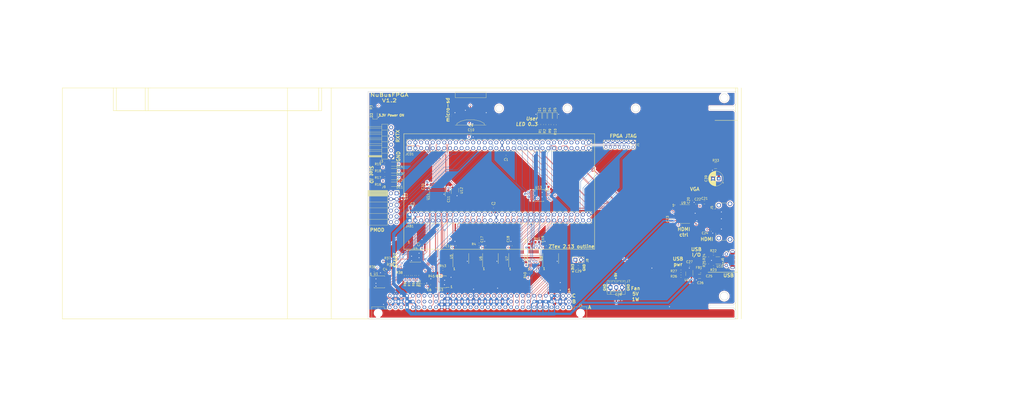
<source format=kicad_pcb>
(kicad_pcb (version 20171130) (host pcbnew 5.0.2+dfsg1-1~bpo9+1)
  (layers (0 F.Cu signal) (1 In1.Cu signal) (2 In2.Cu signal) (31 B.Cu signal) (34 B.Paste user) (35 F.Paste user) (36 B.SilkS user) (37 F.SilkS user) (38 B.Mask user) (39 F.Mask user) (44 Edge.Cuts user))
  (net 0 "")
  (net 1 GND)
  (net 2 /B2B/JTAG_VIO)
  (net 3 +3V3)
  (net 4 +5V)
  (net 5 "Net-(JCD1-Pad1)")
  (net 6 "Net-(JCD1-Pad2)")
  (net 7 /B2B/RX)
  (net 8 /B2B/TX)
  (net 9 "Net-(J1-Pad14)")
  (net 10 "Net-(J1-Pad12)")
  (net 11 NUBUS_OE)
  (net 12 -12V)
  (net 13 SB0_5V)
  (net 14 ~RESET_5V)
  (net 15 ~SPV_5V)
  (net 16 ~SP_5V)
  (net 17 ~TM1_5V)
  (net 18 ~AD1_5V)
  (net 19 ~AD3_5V)
  (net 20 ~AD5_5V)
  (net 21 ~AD7_5V)
  (net 22 ~AD9_5V)
  (net 23 ~AD11_5V)
  (net 24 ~AD13_5V)
  (net 25 ~AD15_5V)
  (net 26 ~AD17_5V)
  (net 27 ~AD19_5V)
  (net 28 ~AD21_5V)
  (net 29 ~AD23_5V)
  (net 30 ~AD25_5V)
  (net 31 ~AD27_5V)
  (net 32 ~AD29_5V)
  (net 33 ~AD31_5V)
  (net 34 ~ARB1_5V)
  (net 35 ~ARB3_5V)
  (net 36 ~ID1_5V)
  (net 37 ~ID3_5V)
  (net 38 ~ACK_5V)
  (net 39 ~RQST_5V)
  (net 40 ~NMRQ_5V)
  (net 41 +12V)
  (net 42 ~TM2_5V)
  (net 43 ~CM0_5V)
  (net 44 ~CM1_5V)
  (net 45 ~CM2_5V)
  (net 46 STDBYPWR)
  (net 47 ~CLK2XEN_5V)
  (net 48 ~CBUSY_5V)
  (net 49 SB1_5V)
  (net 50 ~TM0_5V)
  (net 51 ~AD0_5V)
  (net 52 ~AD2_5V)
  (net 53 ~AD4_5V)
  (net 54 ~AD6_5V)
  (net 55 ~AD8_5V)
  (net 56 ~AD10_5V)
  (net 57 ~AD12_5V)
  (net 58 ~AD14_5V)
  (net 59 ~AD16_5V)
  (net 60 ~AD18_5V)
  (net 61 ~AD20_5V)
  (net 62 ~AD22_5V)
  (net 63 ~AD24_5V)
  (net 64 ~AD26_5V)
  (net 65 ~AD28_5V)
  (net 66 ~AD30_5V)
  (net 67 ~PFW_5V)
  (net 68 ~ARB0_5V)
  (net 69 ~ARB2_5V)
  (net 70 ~ID0_5V)
  (net 71 ~ID2_5V)
  (net 72 ~START_5V)
  (net 73 ~CLK_5V)
  (net 74 ~ID3_3V3)
  (net 75 ~ID2_3V3)
  (net 76 ~ID1_3V3)
  (net 77 ~ID0_3V3)
  (net 78 ~CLK_3V3)
  (net 79 ~RQST_3V3)
  (net 80 ~CLK2X_5V)
  (net 81 ~START_3V3)
  (net 82 ~ACK_3V3)
  (net 83 ~AD31_3V3)
  (net 84 ~AD30_3V3)
  (net 85 ~AD29_3V3)
  (net 86 ~AD28_3V3)
  (net 87 ~AD27_3V3)
  (net 88 ~AD26_3V3)
  (net 89 ~AD25_3V3)
  (net 90 ~AD24_3V3)
  (net 91 ~AD23_3V3)
  (net 92 ~AD22_3V3)
  (net 93 ~AD21_3V3)
  (net 94 ~AD20_3V3)
  (net 95 ~RESET_3V3)
  (net 96 ~TM0_3V3)
  (net 97 ~TM1_3V3)
  (net 98 ~AD0_3V3)
  (net 99 ~AD1_3V3)
  (net 100 ~AD2_3V3)
  (net 101 ~AD3_3V3)
  (net 102 ~AD4_3V3)
  (net 103 ~AD5_3V3)
  (net 104 ~AD6_3V3)
  (net 105 ~AD7_3V3)
  (net 106 ~AD9_3V3)
  (net 107 ~AD8_3V3)
  (net 108 ~AD11_3V3)
  (net 109 ~AD10_3V3)
  (net 110 ~AD13_3V3)
  (net 111 ~AD12_3V3)
  (net 112 ~AD15_3V3)
  (net 113 ~AD14_3V3)
  (net 114 ~AD17_3V3)
  (net 115 ~AD16_3V3)
  (net 116 ~AD19_3V3)
  (net 117 ~AD18_3V3)
  (net 118 SHIELD)
  (net 119 HDMI_CEC_A)
  (net 120 HDMI_SCL_A)
  (net 121 HDMI_SDA_A)
  (net 122 HDMI_HPD_A)
  (net 123 HDMI_5V)
  (net 124 HDMI_CLK-)
  (net 125 HDMI_CLK+)
  (net 126 HDMI_D0-)
  (net 127 HDMI_D0+)
  (net 128 HDMI_D1-)
  (net 129 HDMI_D1+)
  (net 130 HDMI_D2-)
  (net 131 HDMI_D2+)
  (net 132 LED0)
  (net 133 "Net-(D2-Pad2)")
  (net 134 "Net-(D3-Pad2)")
  (net 135 LED1)
  (net 136 /usb/USB_FLT)
  (net 137 /usb/USB_D+)
  (net 138 /usb/USB_EN)
  (net 139 /usb/USB_D-)
  (net 140 USBH0_D-)
  (net 141 USBH0_D+)
  (net 142 /usb/VBus)
  (net 143 /usb/VBus_USB0)
  (net 144 /hdmi/cec_b)
  (net 145 /hdmi/scl_b)
  (net 146 /hdmi/sda_b)
  (net 147 /hdmi/hpd_b)
  (net 148 NUBUS_AD_DIR)
  (net 149 FPGA_JTAG_TDO)
  (net 150 FPGA_JTAG_TCK)
  (net 151 FPGA_JTAG_TDI)
  (net 152 FPGA_JTAG_TMS)
  (net 153 "Net-(J5-Pad14)")
  (net 154 "Net-(J6-Pad4)")
  (net 155 "Net-(D1-Pad2)")
  (net 156 "Net-(D11-Pad2)")
  (net 157 "Net-(D12-Pad2)")
  (net 158 "Net-(D13-Pad2)")
  (net 159 "Net-(D14-Pad2)")
  (net 160 ~CLK2X_3V3)
  (net 161 ~TM2_3V3)
  (net 162 ARB0_o_n)
  (net 163 ARB1_o_n)
  (net 164 ARB3_o_n)
  (net 165 ARB2_o_n)
  (net 166 ~NMRQ_3V3)
  (net 167 RQST_o_n)
  (net 168 START_o_n)
  (net 169 START_oe_n)
  (net 170 ACK_o_n)
  (net 171 ACK_oe_n)
  (net 172 TMx_oe_n)
  (net 173 TM1_n_o)
  (net 174 TM0_n_o)
  (net 175 TM2_o_n)
  (net 176 TM2_oe_n)
  (net 177 "Net-(U10-Pad1)")
  (net 178 "Net-(U10-Pad3)")
  (net 179 "Net-(J3-Pad6)")
  (net 180 "Net-(J3-Pad3)")
  (net 181 "Net-(J3-Pad2)")
  (net 182 ~ARB0_3V3)
  (net 183 ~ARB1_3V3)
  (net 184 ~ARB2_3V3)
  (net 185 ~ARB3_3V3)
  (net 186 SD_D2)
  (net 187 SD_D3)
  (net 188 SD_CMD)
  (net 189 SD_CLK)
  (net 190 SD_D0)
  (net 191 SD_D1)
  (net 192 "Net-(U2-Pad11)")
  (net 193 PMOD-12)
  (net 194 PMOD-11)
  (net 195 PMOD-10)
  (net 196 PMOD-9)
  (net 197 PMOD-8)
  (net 198 PMOD-7)
  (net 199 PMOD-6)
  (net 200 PMOD-5)
  (net 201 LED2)
  (net 202 "Net-(D4-Pad2)")
  (net 203 "Net-(D5-Pad2)")
  (net 204 LED3)
  (module LED_SMD:LED_0805_2012Metric (layer F.Cu) (at 191.623332 16 270)
    (fp_text reference D4 (at -2.95 0.05 270) (layer F.SilkS))
    (fp_text value RED)
    (pad 2 smd roundrect (at 0.9375 0 270) (size 0.975 1.4) (layers F.Cu F.Paste F.Mask) (net 202 "Net-(D4-Pad2)"))
    (pad 1 smd roundrect (at -0.9375 0 270) (size 0.975 1.4) (layers F.Cu F.Paste F.Mask) (net 1 GND))
  )
  (module LED_SMD:LED_0805_2012Metric (layer F.Cu) (at 193.875 16 270)
    (fp_text reference D5 (at -2.95 0 270) (layer F.SilkS))
    (fp_text value RED)
    (pad 1 smd roundrect (at -0.9375 0 270) (size 0.975 1.4) (layers F.Cu F.Paste F.Mask) (net 1 GND))
    (pad 2 smd roundrect (at 0.9375 0 270) (size 0.975 1.4) (layers F.Cu F.Paste F.Mask) (net 203 "Net-(D5-Pad2)"))
  )
  (module Resistor_SMD:R_0603_1608Metric (layer F.Cu) (at 193.875 19.65 90)
    (fp_text reference R10 (at -3.115001 0.154999 90) (layer F.SilkS))
    (fp_text value 549)
    (pad 2 smd roundrect (at 0.7875 0 90) (size 0.875 0.95) (layers F.Cu F.Paste F.Mask) (net 203 "Net-(D5-Pad2)"))
    (pad 1 smd roundrect (at -0.7875 0 90) (size 0.875 0.95) (layers F.Cu F.Paste F.Mask) (net 204 LED3))
  )
  (module Resistor_SMD:R_0603_1608Metric (layer F.Cu) (at 191.623332 19.6 90)
    (fp_text reference R9 (at -2.775 0.05 90) (layer F.SilkS))
    (fp_text value 549)
    (pad 1 smd roundrect (at -0.7875 0 90) (size 0.875 0.95) (layers F.Cu F.Paste F.Mask) (net 201 LED2))
    (pad 2 smd roundrect (at 0.7875 0 90) (size 0.875 0.95) (layers F.Cu F.Paste F.Mask) (net 202 "Net-(D4-Pad2)"))
  )
  (module Capacitor_SMD:C_0603_1608Metric (layer F.Cu) (at 127.15 51.125 270)
    (fp_text reference C12 (at 0 -1.43 270) (layer F.SilkS))
    (fp_text value 100nF)
    (pad 1 smd roundrect (at -0.7875 0 270) (size 0.875 0.95) (layers F.Cu F.Paste F.Mask) (net 3 +3V3))
    (pad 2 smd roundrect (at 0.7875 0 270) (size 0.875 0.95) (layers F.Cu F.Paste F.Mask) (net 1 GND))
  )
  (module For_SeeedStudio:PinSocket_2x06_P2.54mm_Horizontal_For_SeeedStudio (layer F.Cu) (at 124.3 49.85)
    (fp_text reference J9 (at -5.65 -2.77) (layer F.SilkS))
    (fp_text value Conn_02x06_Odd_Even)
    (pad 12 thru_hole oval (at -2.54 12.7) (size 1.7 1.7) (drill 1.19) (layers *.Cu *.Mask) (net 193 PMOD-12))
    (pad 11 thru_hole oval (at 0 12.7) (size 1.7 1.7) (drill 1.19) (layers *.Cu *.Mask) (net 194 PMOD-11))
    (pad 10 thru_hole oval (at -2.54 10.16) (size 1.7 1.7) (drill 1.19) (layers *.Cu *.Mask) (net 195 PMOD-10))
    (pad 9 thru_hole oval (at 0 10.16) (size 1.7 1.7) (drill 1.19) (layers *.Cu *.Mask) (net 196 PMOD-9))
    (pad 8 thru_hole oval (at -2.54 7.62) (size 1.7 1.7) (drill 1.19) (layers *.Cu *.Mask) (net 197 PMOD-8))
    (pad 7 thru_hole oval (at 0 7.62) (size 1.7 1.7) (drill 1.19) (layers *.Cu *.Mask) (net 198 PMOD-7))
    (pad 6 thru_hole oval (at -2.54 5.08) (size 1.7 1.7) (drill 1.19) (layers *.Cu *.Mask) (net 199 PMOD-6))
    (pad 5 thru_hole oval (at 0 5.08) (size 1.7 1.7) (drill 1.19) (layers *.Cu *.Mask) (net 200 PMOD-5))
    (pad 4 thru_hole oval (at -2.54 2.54) (size 1.7 1.7) (drill 1.19) (layers *.Cu *.Mask) (net 1 GND))
    (pad 3 thru_hole oval (at 0 2.54) (size 1.7 1.7) (drill 1.19) (layers *.Cu *.Mask) (net 1 GND))
    (pad 2 thru_hole oval (at -2.54 0) (size 1.7 1.7) (drill 1.19) (layers *.Cu *.Mask) (net 3 +3V3))
    (pad 1 thru_hole rect (at 0 0) (size 1.7 1.7) (drill 1.19) (layers *.Cu *.Mask) (net 3 +3V3))
  )
  (module Capacitor_SMD:C_0603_1608Metric (layer F.Cu) (at 147 49.4 270)
    (fp_text reference C11 (at 3 -0.1 270) (layer F.SilkS))
    (fp_text value 100nF)
    (pad 1 smd roundrect (at -0.7875 0 270) (size 0.875 0.95) (layers F.Cu F.Paste F.Mask) (net 3 +3V3))
    (pad 2 smd roundrect (at 0.7875 0 270) (size 0.875 0.95) (layers F.Cu F.Paste F.Mask) (net 1 GND))
  )
  (module Package_TO_SOT_SMD:SOT-23-5 (layer F.Cu) (at 149.9 48.5 90)
    (fp_text reference U12 (at -0.1 2.9 90) (layer F.SilkS))
    (fp_text value 74CB3T1G125DBVR)
    (pad 1 smd rect (at -1.1 -0.95 90) (size 1.06 0.65) (layers F.Cu F.Paste F.Mask) (net 1 GND))
    (pad 2 smd rect (at -1.1 0 90) (size 1.06 0.65) (layers F.Cu F.Paste F.Mask) (net 80 ~CLK2X_5V))
    (pad 3 smd rect (at -1.1 0.95 90) (size 1.06 0.65) (layers F.Cu F.Paste F.Mask) (net 1 GND))
    (pad 4 smd rect (at 1.1 0.95 90) (size 1.06 0.65) (layers F.Cu F.Paste F.Mask) (net 160 ~CLK2X_3V3))
    (pad 5 smd rect (at 1.1 -0.95 90) (size 1.06 0.65) (layers F.Cu F.Paste F.Mask) (net 3 +3V3))
  )
  (module For_SeeedStudio:TSSOP-20_4.4x6.5mm_P0.65mm_ForSeeedStudio (layer F.Cu) (at 142.2 48.8 90)
    (fp_text reference U14 (at -2.6 -4.2 90) (layer F.SilkS))
    (fp_text value SN74CB3T3245PWR)
    (pad 1 smd rect (at -2.8 -2.925 90) (size 1.55 0.45) (layers F.Cu F.Paste F.Mask))
    (pad 2 smd rect (at -2.8 -2.275 90) (size 1.55 0.45) (layers F.Cu F.Paste F.Mask) (net 37 ~ID3_5V))
    (pad 3 smd rect (at -2.8 -1.625 90) (size 1.55 0.45) (layers F.Cu F.Paste F.Mask) (net 71 ~ID2_5V))
    (pad 4 smd rect (at -2.8 -0.975 90) (size 1.55 0.45) (layers F.Cu F.Paste F.Mask) (net 36 ~ID1_5V))
    (pad 5 smd rect (at -2.8 -0.325 90) (size 1.55 0.45) (layers F.Cu F.Paste F.Mask) (net 70 ~ID0_5V))
    (pad 6 smd rect (at -2.8 0.325 90) (size 1.55 0.45) (layers F.Cu F.Paste F.Mask) (net 69 ~ARB2_5V))
    (pad 7 smd rect (at -2.8 0.975 90) (size 1.55 0.45) (layers F.Cu F.Paste F.Mask) (net 35 ~ARB3_5V))
    (pad 8 smd rect (at -2.8 1.625 90) (size 1.55 0.45) (layers F.Cu F.Paste F.Mask) (net 68 ~ARB0_5V))
    (pad 9 smd rect (at -2.8 2.275 90) (size 1.55 0.45) (layers F.Cu F.Paste F.Mask) (net 34 ~ARB1_5V))
    (pad 10 smd rect (at -2.8 2.925 90) (size 1.55 0.45) (layers F.Cu F.Paste F.Mask) (net 1 GND))
    (pad 11 smd rect (at 2.8 2.925 90) (size 1.55 0.45) (layers F.Cu F.Paste F.Mask) (net 183 ~ARB1_3V3))
    (pad 12 smd rect (at 2.8 2.275 90) (size 1.55 0.45) (layers F.Cu F.Paste F.Mask) (net 182 ~ARB0_3V3))
    (pad 13 smd rect (at 2.8 1.625 90) (size 1.55 0.45) (layers F.Cu F.Paste F.Mask) (net 185 ~ARB3_3V3))
    (pad 14 smd rect (at 2.8 0.975 90) (size 1.55 0.45) (layers F.Cu F.Paste F.Mask) (net 184 ~ARB2_3V3))
    (pad 15 smd rect (at 2.8 0.325 90) (size 1.55 0.45) (layers F.Cu F.Paste F.Mask) (net 77 ~ID0_3V3))
    (pad 16 smd rect (at 2.8 -0.325 90) (size 1.55 0.45) (layers F.Cu F.Paste F.Mask) (net 76 ~ID1_3V3))
    (pad 17 smd rect (at 2.8 -0.975 90) (size 1.55 0.45) (layers F.Cu F.Paste F.Mask) (net 75 ~ID2_3V3))
    (pad 18 smd rect (at 2.8 -1.625 90) (size 1.55 0.45) (layers F.Cu F.Paste F.Mask) (net 74 ~ID3_3V3))
    (pad 19 smd rect (at 2.8 -2.275 90) (size 1.55 0.45) (layers F.Cu F.Paste F.Mask) (net 1 GND))
    (pad 20 smd rect (at 2.8 -2.925 90) (size 1.55 0.45) (layers F.Cu F.Paste F.Mask) (net 3 +3V3))
  )
  (module Capacitor_SMD:C_0603_1608Metric (layer F.Cu) (at 157 21.4)
    (fp_text reference C9 (at 0 -1.43) (layer F.SilkS))
    (fp_text value 100nF)
    (pad 1 smd roundrect (at -0.7875 0) (size 0.875 0.95) (layers F.Cu F.Paste F.Mask) (net 3 +3V3))
    (pad 2 smd roundrect (at 0.7875 0) (size 0.875 0.95) (layers F.Cu F.Paste F.Mask) (net 1 GND))
  )
  (module Capacitor_SMD:C_0805_2012Metric (layer F.Cu) (at 157 23.6)
    (fp_text reference C10 (at 0 -1.65) (layer F.SilkS))
    (fp_text value 47uF)
    (pad 1 smd roundrect (at -0.9375 0) (size 0.975 1.4) (layers F.Cu F.Paste F.Mask) (net 3 +3V3))
    (pad 2 smd roundrect (at 0.9375 0) (size 0.975 1.4) (layers F.Cu F.Paste F.Mask) (net 1 GND))
  )
  (module MOLEX_47219-2001:MOLEX_47219-2001 (layer F.Cu) (at 156.8 12.6)
    (fp_text reference J2 (at -8.845525 2.928495 180) (layer F.SilkS) (effects (font (size 1.001189 1.001189) (thickness 0.015))))
    (fp_text value 47219-2001)
    (pad 1 smd rect (at 3.2 2.1) (size 0.8 1.5) (layers F.Cu F.Paste F.Mask) (net 186 SD_D2))
    (pad 2 smd rect (at 2.1 2.1) (size 0.8 1.5) (layers F.Cu F.Paste F.Mask) (net 187 SD_D3))
    (pad 3 smd rect (at 1 2.1) (size 0.8 1.5) (layers F.Cu F.Paste F.Mask) (net 188 SD_CMD))
    (pad 4 smd rect (at -0.1 2.1) (size 0.8 1.5) (layers F.Cu F.Paste F.Mask) (net 3 +3V3))
    (pad 5 smd rect (at -1.2 2.1) (size 0.8 1.5) (layers F.Cu F.Paste F.Mask) (net 189 SD_CLK))
    (pad 6 smd rect (at -2.3 2.1) (size 0.8 1.5) (layers F.Cu F.Paste F.Mask) (net 1 GND))
    (pad 7 smd rect (at -3.4 2.1) (size 0.8 1.5) (layers F.Cu F.Paste F.Mask) (net 190 SD_D0))
    (pad 8 smd rect (at -4.5 2.1) (size 0.8 1.5) (layers F.Cu F.Paste F.Mask) (net 191 SD_D1))
    (pad G1 smd rect (at 6.875 4.7) (size 1.5 2.05) (layers F.Cu F.Paste F.Mask) (net 1 GND))
    (pad G2 smd rect (at 6.875 -3.6) (size 1.5 2.05) (layers F.Cu F.Paste F.Mask) (net 1 GND))
    (pad G3 smd rect (at -6.875 -3.6) (size 1.5 2.05) (layers F.Cu F.Paste F.Mask) (net 1 GND))
    (pad G4 smd rect (at -6.875 4.7) (size 1.5 2.05) (layers F.Cu F.Paste F.Mask) (net 1 GND))
  )
  (module Capacitor_SMD:C_0603_1608Metric (layer F.Cu) (at 190.25 46.95 180)
    (fp_text reference C8 (at 0 -1.43 180) (layer F.SilkS))
    (fp_text value 100nF)
    (pad 1 smd roundrect (at -0.7875 0 180) (size 0.875 0.95) (layers F.Cu F.Paste F.Mask) (net 3 +3V3))
    (pad 2 smd roundrect (at 0.7875 0 180) (size 0.875 0.95) (layers F.Cu F.Paste F.Mask) (net 1 GND))
  )
  (module Package_SO:TSSOP-14_4.4x5mm_P0.65mm (layer F.Cu) (at 186.625 50.75)
    (fp_text reference U13 (at 0 -3.55) (layer F.SilkS))
    (fp_text value SN74CB3T3125PWR)
    (pad 1 smd rect (at -2.95 -1.95) (size 1.45 0.45) (layers F.Cu F.Paste F.Mask) (net 1 GND))
    (pad 2 smd rect (at -2.95 -1.3) (size 1.45 0.45) (layers F.Cu F.Paste F.Mask) (net 97 ~TM1_3V3))
    (pad 3 smd rect (at -2.95 -0.65) (size 1.45 0.45) (layers F.Cu F.Paste F.Mask) (net 17 ~TM1_5V))
    (pad 4 smd rect (at -2.95 0) (size 1.45 0.45) (layers F.Cu F.Paste F.Mask) (net 1 GND))
    (pad 5 smd rect (at -2.95 0.65) (size 1.45 0.45) (layers F.Cu F.Paste F.Mask) (net 96 ~TM0_3V3))
    (pad 6 smd rect (at -2.95 1.3) (size 1.45 0.45) (layers F.Cu F.Paste F.Mask) (net 50 ~TM0_5V))
    (pad 7 smd rect (at -2.95 1.95) (size 1.45 0.45) (layers F.Cu F.Paste F.Mask) (net 1 GND))
    (pad 8 smd rect (at 2.95 1.95) (size 1.45 0.45) (layers F.Cu F.Paste F.Mask) (net 42 ~TM2_5V))
    (pad 9 smd rect (at 2.95 1.3) (size 1.45 0.45) (layers F.Cu F.Paste F.Mask) (net 161 ~TM2_3V3))
    (pad 10 smd rect (at 2.95 0.65) (size 1.45 0.45) (layers F.Cu F.Paste F.Mask) (net 1 GND))
    (pad 11 smd rect (at 2.95 0) (size 1.45 0.45) (layers F.Cu F.Paste F.Mask) (net 14 ~RESET_5V))
    (pad 12 smd rect (at 2.95 -0.65) (size 1.45 0.45) (layers F.Cu F.Paste F.Mask) (net 95 ~RESET_3V3))
    (pad 13 smd rect (at 2.95 -1.3) (size 1.45 0.45) (layers F.Cu F.Paste F.Mask) (net 1 GND))
    (pad 14 smd rect (at 2.95 -1.95) (size 1.45 0.45) (layers F.Cu F.Paste F.Mask) (net 3 +3V3))
  )
  (module Capacitor_SMD:C_0603_1608Metric (layer F.Cu) (at 135.4 72.2 90)
    (fp_text reference C7 (at 0 -1.43 90) (layer F.SilkS))
    (fp_text value 100nF)
    (pad 1 smd roundrect (at -0.7875 0 90) (size 0.875 0.95) (layers F.Cu F.Paste F.Mask) (net 3 +3V3))
    (pad 2 smd roundrect (at 0.7875 0 90) (size 0.875 0.95) (layers F.Cu F.Paste F.Mask) (net 1 GND))
  )
  (module Package_SO:TSSOP-14_4.4x5mm_P0.65mm (layer F.Cu) (at 132.5 77.5)
    (fp_text reference U4 (at 0 -3.55) (layer F.SilkS))
    (fp_text value SN74CB3T3125PWR)
    (pad 1 smd rect (at -2.95 -1.95) (size 1.45 0.45) (layers F.Cu F.Paste F.Mask) (net 1 GND))
    (pad 2 smd rect (at -2.95 -1.3) (size 1.45 0.45) (layers F.Cu F.Paste F.Mask) (net 79 ~RQST_3V3))
    (pad 3 smd rect (at -2.95 -0.65) (size 1.45 0.45) (layers F.Cu F.Paste F.Mask) (net 39 ~RQST_5V))
    (pad 4 smd rect (at -2.95 0) (size 1.45 0.45) (layers F.Cu F.Paste F.Mask) (net 1 GND))
    (pad 5 smd rect (at -2.95 0.65) (size 1.45 0.45) (layers F.Cu F.Paste F.Mask) (net 82 ~ACK_3V3))
    (pad 6 smd rect (at -2.95 1.3) (size 1.45 0.45) (layers F.Cu F.Paste F.Mask) (net 38 ~ACK_5V))
    (pad 7 smd rect (at -2.95 1.95) (size 1.45 0.45) (layers F.Cu F.Paste F.Mask) (net 1 GND))
    (pad 8 smd rect (at 2.95 1.95) (size 1.45 0.45) (layers F.Cu F.Paste F.Mask) (net 73 ~CLK_5V))
    (pad 9 smd rect (at 2.95 1.3) (size 1.45 0.45) (layers F.Cu F.Paste F.Mask) (net 78 ~CLK_3V3))
    (pad 10 smd rect (at 2.95 0.65) (size 1.45 0.45) (layers F.Cu F.Paste F.Mask) (net 1 GND))
    (pad 11 smd rect (at 2.95 0) (size 1.45 0.45) (layers F.Cu F.Paste F.Mask) (net 72 ~START_5V))
    (pad 12 smd rect (at 2.95 -0.65) (size 1.45 0.45) (layers F.Cu F.Paste F.Mask) (net 81 ~START_3V3))
    (pad 13 smd rect (at 2.95 -1.3) (size 1.45 0.45) (layers F.Cu F.Paste F.Mask) (net 1 GND))
    (pad 14 smd rect (at 2.95 -1.95) (size 1.45 0.45) (layers F.Cu F.Paste F.Mask) (net 3 +3V3))
  )
  (module Capacitor_SMD:C_0603_1608Metric (layer F.Cu) (at 137.7 46.8 270)
    (fp_text reference C30 (at 0.1 1.8 270) (layer F.SilkS))
    (fp_text value 100nF)
    (pad 1 smd roundrect (at -0.7875 0 270) (size 0.875 0.95) (layers F.Cu F.Paste F.Mask) (net 3 +3V3))
    (pad 2 smd roundrect (at 0.7875 0 270) (size 0.875 0.95) (layers F.Cu F.Paste F.Mask) (net 1 GND))
  )
  (module Resistor_SMD:R_0603_1608Metric (layer F.Cu) (at 114.4 83.7 180)
    (fp_text reference R36 (at 0.7 1.5 180) (layer F.SilkS))
    (fp_text value 10k)
    (pad 2 smd roundrect (at 0.7875 0 180) (size 0.875 0.95) (layers F.Cu F.Paste F.Mask) (net 166 ~NMRQ_3V3))
    (pad 1 smd roundrect (at -0.7875 0 180) (size 0.875 0.95) (layers F.Cu F.Paste F.Mask) (net 3 +3V3))
  )
  (module Resistor_SMD:R_0603_1608Metric (layer F.Cu) (at 120.3 79.8)
    (fp_text reference R37 (at 0 -1.43) (layer F.SilkS))
    (fp_text value 10k)
    (pad 1 smd roundrect (at -0.7875 0) (size 0.875 0.95) (layers F.Cu F.Paste F.Mask) (net 3 +3V3))
    (pad 2 smd roundrect (at 0.7875 0) (size 0.875 0.95) (layers F.Cu F.Paste F.Mask) (net 167 RQST_o_n))
  )
  (module Resistor_SMD:R_0603_1608Metric (layer F.Cu) (at 125.5 83.3 180)
    (fp_text reference R38 (at 0 -1.43 180) (layer F.SilkS))
    (fp_text value 10k)
    (pad 2 smd roundrect (at 0.7875 0 180) (size 0.875 0.95) (layers F.Cu F.Paste F.Mask) (net 169 START_oe_n))
    (pad 1 smd roundrect (at -0.7875 0 180) (size 0.875 0.95) (layers F.Cu F.Paste F.Mask) (net 3 +3V3))
  )
  (module Resistor_SMD:R_0603_1608Metric (layer F.Cu) (at 121.4 82.7)
    (fp_text reference R39 (at 0 -1.43) (layer F.SilkS))
    (fp_text value 10k)
    (pad 1 smd roundrect (at -0.7875 0) (size 0.875 0.95) (layers F.Cu F.Paste F.Mask) (net 3 +3V3))
    (pad 2 smd roundrect (at 0.7875 0) (size 0.875 0.95) (layers F.Cu F.Paste F.Mask) (net 171 ACK_oe_n))
  )
  (module Resistor_SMD:R_0603_1608Metric (layer F.Cu) (at 182.1 85.1 90)
    (fp_text reference R40 (at -0.8 -1.4 90) (layer F.SilkS))
    (fp_text value 10k)
    (pad 2 smd roundrect (at 0.7875 0 90) (size 0.875 0.95) (layers F.Cu F.Paste F.Mask) (net 172 TMx_oe_n))
    (pad 1 smd roundrect (at -0.7875 0 90) (size 0.875 0.95) (layers F.Cu F.Paste F.Mask) (net 3 +3V3))
  )
  (module Resistor_SMD:R_0603_1608Metric (layer F.Cu) (at 186.1 71.3 180)
    (fp_text reference R41 (at 0.1 1.5 180) (layer F.SilkS))
    (fp_text value 10k)
    (pad 1 smd roundrect (at -0.7875 0 180) (size 0.875 0.95) (layers F.Cu F.Paste F.Mask) (net 3 +3V3))
    (pad 2 smd roundrect (at 0.7875 0 180) (size 0.875 0.95) (layers F.Cu F.Paste F.Mask) (net 176 TM2_oe_n))
  )
  (module Resistor_SMD:R_0603_1608Metric (layer F.Cu) (at 143 84.9 180)
    (fp_text reference R42 (at 0 -1.43 180) (layer F.SilkS))
    (fp_text value 10k)
    (pad 2 smd roundrect (at 0.7875 0 180) (size 0.875 0.95) (layers F.Cu F.Paste F.Mask) (net 162 ARB0_o_n))
    (pad 1 smd roundrect (at -0.7875 0 180) (size 0.875 0.95) (layers F.Cu F.Paste F.Mask) (net 3 +3V3))
  )
  (module Resistor_SMD:R_0603_1608Metric (layer F.Cu) (at 144.6 83.2)
    (fp_text reference R43 (at 0 -1.43) (layer F.SilkS))
    (fp_text value 10k)
    (pad 1 smd roundrect (at -0.7875 0) (size 0.875 0.95) (layers F.Cu F.Paste F.Mask) (net 3 +3V3))
    (pad 2 smd roundrect (at 0.7875 0) (size 0.875 0.95) (layers F.Cu F.Paste F.Mask) (net 163 ARB1_o_n))
  )
  (module Resistor_SMD:R_0603_1608Metric (layer F.Cu) (at 135.9 89.6 90)
    (fp_text reference R44 (at 0 -1.43 90) (layer F.SilkS))
    (fp_text value 10k)
    (pad 2 smd roundrect (at 0.7875 0 90) (size 0.875 0.95) (layers F.Cu F.Paste F.Mask) (net 165 ARB2_o_n))
    (pad 1 smd roundrect (at -0.7875 0 90) (size 0.875 0.95) (layers F.Cu F.Paste F.Mask) (net 3 +3V3))
  )
  (module Resistor_SMD:R_0603_1608Metric (layer F.Cu) (at 139.6 84.9 180)
    (fp_text reference R45 (at 0 -1.43 180) (layer F.SilkS))
    (fp_text value 10k)
    (pad 1 smd roundrect (at -0.7875 0 180) (size 0.875 0.95) (layers F.Cu F.Paste F.Mask) (net 3 +3V3))
    (pad 2 smd roundrect (at 0.7875 0 180) (size 0.875 0.95) (layers F.Cu F.Paste F.Mask) (net 164 ARB3_o_n))
  )
  (module Capacitor_SMD:C_0805_2012Metric (layer F.Cu) (at 131.3 56.1)
    (fp_text reference C3 (at 0 -1.65) (layer F.SilkS))
    (fp_text value "47uF 10V+")
    (pad 1 smd roundrect (at -0.9375 0) (size 0.975 1.4) (layers F.Cu F.Paste F.Mask) (net 4 +5V))
    (pad 2 smd roundrect (at 0.9375 0) (size 0.975 1.4) (layers F.Cu F.Paste F.Mask) (net 1 GND))
  )
  (module LED_SMD:LED_0805_2012Metric (layer F.Cu) (at 114.8 15.5 90)
    (fp_text reference D3 (at 0 -1.65 90) (layer F.SilkS))
    (fp_text value BLUE)
    (pad 1 smd roundrect (at -0.9375 0 90) (size 0.975 1.4) (layers F.Cu F.Paste F.Mask) (net 1 GND))
    (pad 2 smd roundrect (at 0.9375 0 90) (size 0.975 1.4) (layers F.Cu F.Paste F.Mask) (net 134 "Net-(D3-Pad2)"))
  )
  (module Resistor_SMD:R_0603_1608Metric (layer F.Cu) (at 114.8 12 270)
    (fp_text reference R3 (at 0 1.7 270) (layer F.SilkS))
    (fp_text value 549)
    (pad 1 smd roundrect (at -0.7875 0 270) (size 0.875 0.95) (layers F.Cu F.Paste F.Mask) (net 3 +3V3))
    (pad 2 smd roundrect (at 0.7875 0 270) (size 0.875 0.95) (layers F.Cu F.Paste F.Mask) (net 134 "Net-(D3-Pad2)"))
  )
  (module Capacitor_SMD:C_0603_1608Metric (layer F.Cu) (at 182.5 72.9 90)
    (fp_text reference C5 (at 2.2 -1.4 90) (layer F.SilkS))
    (fp_text value 100nF)
    (pad 1 smd roundrect (at -0.7875 0 90) (size 0.875 0.95) (layers F.Cu F.Paste F.Mask) (net 3 +3V3))
    (pad 2 smd roundrect (at 0.7875 0 90) (size 0.875 0.95) (layers F.Cu F.Paste F.Mask) (net 1 GND))
  )
  (module Package_SO:TSSOP-14_4.4x5mm_P0.65mm (layer F.Cu) (at 184.5 78.5 90)
    (fp_text reference U2 (at 0 -3.35 90) (layer F.SilkS))
    (fp_text value 74LVT125)
    (pad 1 smd rect (at -2.95 -1.95 90) (size 1.45 0.45) (layers F.Cu F.Paste F.Mask) (net 172 TMx_oe_n))
    (pad 2 smd rect (at -2.95 -1.3 90) (size 1.45 0.45) (layers F.Cu F.Paste F.Mask) (net 173 TM1_n_o))
    (pad 3 smd rect (at -2.95 -0.65 90) (size 1.45 0.45) (layers F.Cu F.Paste F.Mask) (net 17 ~TM1_5V))
    (pad 4 smd rect (at -2.95 0 90) (size 1.45 0.45) (layers F.Cu F.Paste F.Mask) (net 172 TMx_oe_n))
    (pad 5 smd rect (at -2.95 0.65 90) (size 1.45 0.45) (layers F.Cu F.Paste F.Mask) (net 174 TM0_n_o))
    (pad 6 smd rect (at -2.95 1.3 90) (size 1.45 0.45) (layers F.Cu F.Paste F.Mask) (net 50 ~TM0_5V))
    (pad 7 smd rect (at -2.95 1.95 90) (size 1.45 0.45) (layers F.Cu F.Paste F.Mask) (net 1 GND))
    (pad 8 smd rect (at 2.95 1.95 90) (size 1.45 0.45) (layers F.Cu F.Paste F.Mask) (net 42 ~TM2_5V))
    (pad 9 smd rect (at 2.95 1.3 90) (size 1.45 0.45) (layers F.Cu F.Paste F.Mask) (net 175 TM2_o_n))
    (pad 10 smd rect (at 2.95 0.65 90) (size 1.45 0.45) (layers F.Cu F.Paste F.Mask) (net 176 TM2_oe_n))
    (pad 11 smd rect (at 2.95 0 90) (size 1.45 0.45) (layers F.Cu F.Paste F.Mask) (net 192 "Net-(U2-Pad11)"))
    (pad 12 smd rect (at 2.95 -0.65 90) (size 1.45 0.45) (layers F.Cu F.Paste F.Mask) (net 1 GND))
    (pad 13 smd rect (at 2.95 -1.3 90) (size 1.45 0.45) (layers F.Cu F.Paste F.Mask) (net 3 +3V3))
    (pad 14 smd rect (at 2.95 -1.95 90) (size 1.45 0.45) (layers F.Cu F.Paste F.Mask) (net 3 +3V3))
  )
  (module For_SeeedStudio:TSSOP-20_4.4x6.5mm_P0.65mm_ForSeeedStudio (layer F.Cu) (at 165.5 78.5 90)
    (fp_text reference U6 (at 0 -4.3 90) (layer F.SilkS))
    (fp_text value 74LVT245BPW,118)
    (pad 1 smd rect (at -2.8 -2.925 90) (size 1.55 0.45) (layers F.Cu F.Paste F.Mask) (net 148 NUBUS_AD_DIR))
    (pad 2 smd rect (at -2.8 -2.275 90) (size 1.55 0.45) (layers F.Cu F.Paste F.Mask) (net 62 ~AD22_5V))
    (pad 3 smd rect (at -2.8 -1.625 90) (size 1.55 0.45) (layers F.Cu F.Paste F.Mask) (net 29 ~AD23_5V))
    (pad 4 smd rect (at -2.8 -0.975 90) (size 1.55 0.45) (layers F.Cu F.Paste F.Mask) (net 61 ~AD20_5V))
    (pad 5 smd rect (at -2.8 -0.325 90) (size 1.55 0.45) (layers F.Cu F.Paste F.Mask) (net 28 ~AD21_5V))
    (pad 6 smd rect (at -2.8 0.325 90) (size 1.55 0.45) (layers F.Cu F.Paste F.Mask) (net 60 ~AD18_5V))
    (pad 7 smd rect (at -2.8 0.975 90) (size 1.55 0.45) (layers F.Cu F.Paste F.Mask) (net 27 ~AD19_5V))
    (pad 8 smd rect (at -2.8 1.625 90) (size 1.55 0.45) (layers F.Cu F.Paste F.Mask) (net 59 ~AD16_5V))
    (pad 9 smd rect (at -2.8 2.275 90) (size 1.55 0.45) (layers F.Cu F.Paste F.Mask) (net 26 ~AD17_5V))
    (pad 10 smd rect (at -2.8 2.925 90) (size 1.55 0.45) (layers F.Cu F.Paste F.Mask) (net 1 GND))
    (pad 11 smd rect (at 2.8 2.925 90) (size 1.55 0.45) (layers F.Cu F.Paste F.Mask) (net 114 ~AD17_3V3))
    (pad 12 smd rect (at 2.8 2.275 90) (size 1.55 0.45) (layers F.Cu F.Paste F.Mask) (net 115 ~AD16_3V3))
    (pad 13 smd rect (at 2.8 1.625 90) (size 1.55 0.45) (layers F.Cu F.Paste F.Mask) (net 116 ~AD19_3V3))
    (pad 14 smd rect (at 2.8 0.975 90) (size 1.55 0.45) (layers F.Cu F.Paste F.Mask) (net 117 ~AD18_3V3))
    (pad 15 smd rect (at 2.8 0.325 90) (size 1.55 0.45) (layers F.Cu F.Paste F.Mask) (net 93 ~AD21_3V3))
    (pad 16 smd rect (at 2.8 -0.325 90) (size 1.55 0.45) (layers F.Cu F.Paste F.Mask) (net 94 ~AD20_3V3))
    (pad 17 smd rect (at 2.8 -0.975 90) (size 1.55 0.45) (layers F.Cu F.Paste F.Mask) (net 91 ~AD23_3V3))
    (pad 18 smd rect (at 2.8 -1.625 90) (size 1.55 0.45) (layers F.Cu F.Paste F.Mask) (net 92 ~AD22_3V3))
    (pad 19 smd rect (at 2.8 -2.275 90) (size 1.55 0.45) (layers F.Cu F.Paste F.Mask) (net 11 NUBUS_OE))
    (pad 20 smd rect (at 2.8 -2.925 90) (size 1.55 0.45) (layers F.Cu F.Paste F.Mask) (net 3 +3V3))
  )
  (module For_SeeedStudio:TSSOP-20_4.4x6.5mm_P0.65mm_ForSeeedStudio (layer F.Cu) (at 192 78.5 90)
    (fp_text reference U8 (at 0.05 -4.1 90) (layer F.SilkS))
    (fp_text value 74LVT245BPW,118)
    (pad 20 smd rect (at 2.8 -2.925 90) (size 1.55 0.45) (layers F.Cu F.Paste F.Mask) (net 3 +3V3))
    (pad 19 smd rect (at 2.8 -2.275 90) (size 1.55 0.45) (layers F.Cu F.Paste F.Mask) (net 11 NUBUS_OE))
    (pad 18 smd rect (at 2.8 -1.625 90) (size 1.55 0.45) (layers F.Cu F.Paste F.Mask) (net 104 ~AD6_3V3))
    (pad 17 smd rect (at 2.8 -0.975 90) (size 1.55 0.45) (layers F.Cu F.Paste F.Mask) (net 105 ~AD7_3V3))
    (pad 16 smd rect (at 2.8 -0.325 90) (size 1.55 0.45) (layers F.Cu F.Paste F.Mask) (net 102 ~AD4_3V3))
    (pad 15 smd rect (at 2.8 0.325 90) (size 1.55 0.45) (layers F.Cu F.Paste F.Mask) (net 103 ~AD5_3V3))
    (pad 14 smd rect (at 2.8 0.975 90) (size 1.55 0.45) (layers F.Cu F.Paste F.Mask) (net 100 ~AD2_3V3))
    (pad 13 smd rect (at 2.8 1.625 90) (size 1.55 0.45) (layers F.Cu F.Paste F.Mask) (net 101 ~AD3_3V3))
    (pad 12 smd rect (at 2.8 2.275 90) (size 1.55 0.45) (layers F.Cu F.Paste F.Mask) (net 98 ~AD0_3V3))
    (pad 11 smd rect (at 2.8 2.925 90) (size 1.55 0.45) (layers F.Cu F.Paste F.Mask) (net 99 ~AD1_3V3))
    (pad 10 smd rect (at -2.8 2.925 90) (size 1.55 0.45) (layers F.Cu F.Paste F.Mask) (net 1 GND))
    (pad 9 smd rect (at -2.8 2.275 90) (size 1.55 0.45) (layers F.Cu F.Paste F.Mask) (net 18 ~AD1_5V))
    (pad 8 smd rect (at -2.8 1.625 90) (size 1.55 0.45) (layers F.Cu F.Paste F.Mask) (net 51 ~AD0_5V))
    (pad 7 smd rect (at -2.8 0.975 90) (size 1.55 0.45) (layers F.Cu F.Paste F.Mask) (net 19 ~AD3_5V))
    (pad 6 smd rect (at -2.8 0.325 90) (size 1.55 0.45) (layers F.Cu F.Paste F.Mask) (net 52 ~AD2_5V))
    (pad 5 smd rect (at -2.8 -0.325 90) (size 1.55 0.45) (layers F.Cu F.Paste F.Mask) (net 20 ~AD5_5V))
    (pad 4 smd rect (at -2.8 -0.975 90) (size 1.55 0.45) (layers F.Cu F.Paste F.Mask) (net 53 ~AD4_5V))
    (pad 3 smd rect (at -2.8 -1.625 90) (size 1.55 0.45) (layers F.Cu F.Paste F.Mask) (net 21 ~AD7_5V))
    (pad 2 smd rect (at -2.8 -2.275 90) (size 1.55 0.45) (layers F.Cu F.Paste F.Mask) (net 54 ~AD6_5V))
    (pad 1 smd rect (at -2.8 -2.925 90) (size 1.55 0.45) (layers F.Cu F.Paste F.Mask) (net 148 NUBUS_AD_DIR))
  )
  (module For_SeeedStudio:TSSOP-20_4.4x6.5mm_P0.65mm_ForSeeedStudio (layer F.Cu) (at 177 78.5 90)
    (fp_text reference U7 (at 0 -4.3 90) (layer F.SilkS))
    (fp_text value 74LVT245BPW,118)
    (pad 1 smd rect (at -2.8 -2.925 90) (size 1.55 0.45) (layers F.Cu F.Paste F.Mask) (net 148 NUBUS_AD_DIR))
    (pad 2 smd rect (at -2.8 -2.275 90) (size 1.55 0.45) (layers F.Cu F.Paste F.Mask) (net 58 ~AD14_5V))
    (pad 3 smd rect (at -2.8 -1.625 90) (size 1.55 0.45) (layers F.Cu F.Paste F.Mask) (net 25 ~AD15_5V))
    (pad 4 smd rect (at -2.8 -0.975 90) (size 1.55 0.45) (layers F.Cu F.Paste F.Mask) (net 57 ~AD12_5V))
    (pad 5 smd rect (at -2.8 -0.325 90) (size 1.55 0.45) (layers F.Cu F.Paste F.Mask) (net 24 ~AD13_5V))
    (pad 6 smd rect (at -2.8 0.325 90) (size 1.55 0.45) (layers F.Cu F.Paste F.Mask) (net 56 ~AD10_5V))
    (pad 7 smd rect (at -2.8 0.975 90) (size 1.55 0.45) (layers F.Cu F.Paste F.Mask) (net 23 ~AD11_5V))
    (pad 8 smd rect (at -2.8 1.625 90) (size 1.55 0.45) (layers F.Cu F.Paste F.Mask) (net 55 ~AD8_5V))
    (pad 9 smd rect (at -2.8 2.275 90) (size 1.55 0.45) (layers F.Cu F.Paste F.Mask) (net 22 ~AD9_5V))
    (pad 10 smd rect (at -2.8 2.925 90) (size 1.55 0.45) (layers F.Cu F.Paste F.Mask) (net 1 GND))
    (pad 11 smd rect (at 2.8 2.925 90) (size 1.55 0.45) (layers F.Cu F.Paste F.Mask) (net 106 ~AD9_3V3))
    (pad 12 smd rect (at 2.8 2.275 90) (size 1.55 0.45) (layers F.Cu F.Paste F.Mask) (net 107 ~AD8_3V3))
    (pad 13 smd rect (at 2.8 1.625 90) (size 1.55 0.45) (layers F.Cu F.Paste F.Mask) (net 108 ~AD11_3V3))
    (pad 14 smd rect (at 2.8 0.975 90) (size 1.55 0.45) (layers F.Cu F.Paste F.Mask) (net 109 ~AD10_3V3))
    (pad 15 smd rect (at 2.8 0.325 90) (size 1.55 0.45) (layers F.Cu F.Paste F.Mask) (net 110 ~AD13_3V3))
    (pad 16 smd rect (at 2.8 -0.325 90) (size 1.55 0.45) (layers F.Cu F.Paste F.Mask) (net 111 ~AD12_3V3))
    (pad 17 smd rect (at 2.8 -0.975 90) (size 1.55 0.45) (layers F.Cu F.Paste F.Mask) (net 112 ~AD15_3V3))
    (pad 18 smd rect (at 2.8 -1.625 90) (size 1.55 0.45) (layers F.Cu F.Paste F.Mask) (net 113 ~AD14_3V3))
    (pad 19 smd rect (at 2.8 -2.275 90) (size 1.55 0.45) (layers F.Cu F.Paste F.Mask) (net 11 NUBUS_OE))
    (pad 20 smd rect (at 2.8 -2.925 90) (size 1.55 0.45) (layers F.Cu F.Paste F.Mask) (net 3 +3V3))
  )
  (module For_SeeedStudio:TSSOP-20_4.4x6.5mm_P0.65mm_ForSeeedStudio (layer F.Cu) (at 152.5 78.5 90)
    (fp_text reference U5 (at 0.8 -4.2 90) (layer F.SilkS))
    (fp_text value 74LVT245BPW,118)
    (pad 1 smd rect (at -2.8 -2.925 90) (size 1.55 0.45) (layers F.Cu F.Paste F.Mask) (net 148 NUBUS_AD_DIR))
    (pad 2 smd rect (at -2.8 -2.275 90) (size 1.55 0.45) (layers F.Cu F.Paste F.Mask) (net 33 ~AD31_5V))
    (pad 3 smd rect (at -2.8 -1.625 90) (size 1.55 0.45) (layers F.Cu F.Paste F.Mask) (net 66 ~AD30_5V))
    (pad 4 smd rect (at -2.8 -0.975 90) (size 1.55 0.45) (layers F.Cu F.Paste F.Mask) (net 32 ~AD29_5V))
    (pad 5 smd rect (at -2.8 -0.325 90) (size 1.55 0.45) (layers F.Cu F.Paste F.Mask) (net 65 ~AD28_5V))
    (pad 6 smd rect (at -2.8 0.325 90) (size 1.55 0.45) (layers F.Cu F.Paste F.Mask) (net 31 ~AD27_5V))
    (pad 7 smd rect (at -2.8 0.975 90) (size 1.55 0.45) (layers F.Cu F.Paste F.Mask) (net 64 ~AD26_5V))
    (pad 8 smd rect (at -2.8 1.625 90) (size 1.55 0.45) (layers F.Cu F.Paste F.Mask) (net 30 ~AD25_5V))
    (pad 9 smd rect (at -2.8 2.275 90) (size 1.55 0.45) (layers F.Cu F.Paste F.Mask) (net 63 ~AD24_5V))
    (pad 10 smd rect (at -2.8 2.925 90) (size 1.55 0.45) (layers F.Cu F.Paste F.Mask) (net 1 GND))
    (pad 11 smd rect (at 2.8 2.925 90) (size 1.55 0.45) (layers F.Cu F.Paste F.Mask) (net 90 ~AD24_3V3))
    (pad 12 smd rect (at 2.8 2.275 90) (size 1.55 0.45) (layers F.Cu F.Paste F.Mask) (net 89 ~AD25_3V3))
    (pad 13 smd rect (at 2.8 1.625 90) (size 1.55 0.45) (layers F.Cu F.Paste F.Mask) (net 88 ~AD26_3V3))
    (pad 14 smd rect (at 2.8 0.975 90) (size 1.55 0.45) (layers F.Cu F.Paste F.Mask) (net 87 ~AD27_3V3))
    (pad 15 smd rect (at 2.8 0.325 90) (size 1.55 0.45) (layers F.Cu F.Paste F.Mask) (net 86 ~AD28_3V3))
    (pad 16 smd rect (at 2.8 -0.325 90) (size 1.55 0.45) (layers F.Cu F.Paste F.Mask) (net 85 ~AD29_3V3))
    (pad 17 smd rect (at 2.8 -0.975 90) (size 1.55 0.45) (layers F.Cu F.Paste F.Mask) (net 84 ~AD30_3V3))
    (pad 18 smd rect (at 2.8 -1.625 90) (size 1.55 0.45) (layers F.Cu F.Paste F.Mask) (net 83 ~AD31_3V3))
    (pad 19 smd rect (at 2.8 -2.275 90) (size 1.55 0.45) (layers F.Cu F.Paste F.Mask) (net 11 NUBUS_OE))
    (pad 20 smd rect (at 2.8 -2.925 90) (size 1.55 0.45) (layers F.Cu F.Paste F.Mask) (net 3 +3V3))
  )
  (module Capacitor_SMD:C_0603_1608Metric (layer F.Cu) (at 119.2 84.78 180)
    (fp_text reference C4 (at 0 1.5 180) (layer F.SilkS))
    (fp_text value 100nF)
    (pad 1 smd roundrect (at -0.7875 0 180) (size 0.875 0.95) (layers F.Cu F.Paste F.Mask) (net 3 +3V3))
    (pad 2 smd roundrect (at 0.7875 0 180) (size 0.875 0.95) (layers F.Cu F.Paste F.Mask) (net 1 GND))
  )
  (module Package_SO:TSSOP-14_4.4x5mm_P0.65mm (layer F.Cu) (at 116.7 88.78)
    (fp_text reference U1 (at -1.5 -3.55) (layer F.SilkS))
    (fp_text value 74LVT125)
    (pad 1 smd rect (at -2.95 -1.95) (size 1.45 0.45) (layers F.Cu F.Paste F.Mask) (net 166 ~NMRQ_3V3))
    (pad 2 smd rect (at -2.95 -1.3) (size 1.45 0.45) (layers F.Cu F.Paste F.Mask) (net 1 GND))
    (pad 3 smd rect (at -2.95 -0.65) (size 1.45 0.45) (layers F.Cu F.Paste F.Mask) (net 40 ~NMRQ_5V))
    (pad 4 smd rect (at -2.95 0) (size 1.45 0.45) (layers F.Cu F.Paste F.Mask) (net 167 RQST_o_n))
    (pad 5 smd rect (at -2.95 0.65) (size 1.45 0.45) (layers F.Cu F.Paste F.Mask) (net 1 GND))
    (pad 6 smd rect (at -2.95 1.3) (size 1.45 0.45) (layers F.Cu F.Paste F.Mask) (net 39 ~RQST_5V))
    (pad 7 smd rect (at -2.95 1.95) (size 1.45 0.45) (layers F.Cu F.Paste F.Mask) (net 1 GND))
    (pad 8 smd rect (at 2.95 1.95) (size 1.45 0.45) (layers F.Cu F.Paste F.Mask) (net 72 ~START_5V))
    (pad 9 smd rect (at 2.95 1.3) (size 1.45 0.45) (layers F.Cu F.Paste F.Mask) (net 168 START_o_n))
    (pad 10 smd rect (at 2.95 0.65) (size 1.45 0.45) (layers F.Cu F.Paste F.Mask) (net 169 START_oe_n))
    (pad 11 smd rect (at 2.95 0) (size 1.45 0.45) (layers F.Cu F.Paste F.Mask) (net 38 ~ACK_5V))
    (pad 12 smd rect (at 2.95 -0.65) (size 1.45 0.45) (layers F.Cu F.Paste F.Mask) (net 170 ACK_o_n))
    (pad 13 smd rect (at 2.95 -1.3) (size 1.45 0.45) (layers F.Cu F.Paste F.Mask) (net 171 ACK_oe_n))
    (pad 14 smd rect (at 2.95 -1.95) (size 1.45 0.45) (layers F.Cu F.Paste F.Mask) (net 3 +3V3))
  )
  (module Capacitor_SMD:C_0603_1608Metric (layer F.Cu) (at 138.7 90.1 90)
    (fp_text reference C6 (at -2.27 -0.07 180) (layer F.SilkS))
    (fp_text value 100nF)
    (pad 2 smd roundrect (at 0.7875 0 90) (size 0.875 0.95) (layers F.Cu F.Paste F.Mask) (net 1 GND))
    (pad 1 smd roundrect (at -0.7875 0 90) (size 0.875 0.95) (layers F.Cu F.Paste F.Mask) (net 3 +3V3))
  )
  (module Package_SO:TSSOP-14_4.4x5mm_P0.65mm (layer F.Cu) (at 143.75 88.75 180)
    (fp_text reference U3 (at 0 -3.55 180) (layer F.SilkS))
    (fp_text value 74LVT125)
    (pad 1 smd rect (at -2.95 -1.95 180) (size 1.45 0.45) (layers F.Cu F.Paste F.Mask) (net 162 ARB0_o_n))
    (pad 2 smd rect (at -2.95 -1.3 180) (size 1.45 0.45) (layers F.Cu F.Paste F.Mask) (net 1 GND))
    (pad 3 smd rect (at -2.95 -0.65 180) (size 1.45 0.45) (layers F.Cu F.Paste F.Mask) (net 68 ~ARB0_5V))
    (pad 4 smd rect (at -2.95 0 180) (size 1.45 0.45) (layers F.Cu F.Paste F.Mask) (net 163 ARB1_o_n))
    (pad 5 smd rect (at -2.95 0.65 180) (size 1.45 0.45) (layers F.Cu F.Paste F.Mask) (net 1 GND))
    (pad 6 smd rect (at -2.95 1.3 180) (size 1.45 0.45) (layers F.Cu F.Paste F.Mask) (net 34 ~ARB1_5V))
    (pad 7 smd rect (at -2.95 1.95 180) (size 1.45 0.45) (layers F.Cu F.Paste F.Mask) (net 1 GND))
    (pad 8 smd rect (at 2.95 1.95 180) (size 1.45 0.45) (layers F.Cu F.Paste F.Mask) (net 35 ~ARB3_5V))
    (pad 9 smd rect (at 2.95 1.3 180) (size 1.45 0.45) (layers F.Cu F.Paste F.Mask) (net 1 GND))
    (pad 10 smd rect (at 2.95 0.65 180) (size 1.45 0.45) (layers F.Cu F.Paste F.Mask) (net 164 ARB3_o_n))
    (pad 11 smd rect (at 2.95 0 180) (size 1.45 0.45) (layers F.Cu F.Paste F.Mask) (net 69 ~ARB2_5V))
    (pad 12 smd rect (at 2.95 -0.65 180) (size 1.45 0.45) (layers F.Cu F.Paste F.Mask) (net 1 GND))
    (pad 13 smd rect (at 2.95 -1.3 180) (size 1.45 0.45) (layers F.Cu F.Paste F.Mask) (net 165 ARB2_o_n))
    (pad 14 smd rect (at 2.95 -1.95 180) (size 1.45 0.45) (layers F.Cu F.Paste F.Mask) (net 3 +3V3))
  )
  (module For_SeeedStudio:SOP65P640X120-24N (layer F.Cu) (at 250.95 58.95)
    (fp_text reference U9 (at -0.645 -4.912) (layer F.SilkS))
    (fp_text value TPD12S016PWR)
    (pad 1 smd rect (at -2.87 -3.575) (size 1.57 0.41) (layers F.Cu F.Paste F.Mask) (net 119 HDMI_CEC_A))
    (pad 2 smd rect (at -2.87 -2.925) (size 1.57 0.41) (layers F.Cu F.Paste F.Mask) (net 120 HDMI_SCL_A))
    (pad 3 smd rect (at -2.87 -2.275) (size 1.57 0.41) (layers F.Cu F.Paste F.Mask) (net 121 HDMI_SDA_A))
    (pad 4 smd rect (at -2.87 -1.625) (size 1.57 0.41) (layers F.Cu F.Paste F.Mask) (net 122 HDMI_HPD_A))
    (pad 5 smd rect (at -2.87 -0.975) (size 1.57 0.41) (layers F.Cu F.Paste F.Mask) (net 3 +3V3))
    (pad 6 smd rect (at -2.87 -0.325) (size 1.57 0.41) (layers F.Cu F.Paste F.Mask) (net 1 GND))
    (pad 7 smd rect (at -2.87 0.325) (size 1.57 0.41) (layers F.Cu F.Paste F.Mask) (net 144 /hdmi/cec_b))
    (pad 8 smd rect (at -2.87 0.975) (size 1.57 0.41) (layers F.Cu F.Paste F.Mask) (net 145 /hdmi/scl_b))
    (pad 9 smd rect (at -2.87 1.625) (size 1.57 0.41) (layers F.Cu F.Paste F.Mask) (net 146 /hdmi/sda_b))
    (pad 10 smd rect (at -2.87 2.275) (size 1.57 0.41) (layers F.Cu F.Paste F.Mask) (net 147 /hdmi/hpd_b))
    (pad 11 smd rect (at -2.87 2.925) (size 1.57 0.41) (layers F.Cu F.Paste F.Mask) (net 4 +5V))
    (pad 12 smd rect (at -2.87 3.575) (size 1.57 0.41) (layers F.Cu F.Paste F.Mask) (net 3 +3V3))
    (pad 13 smd rect (at 2.87 3.575) (size 1.57 0.41) (layers F.Cu F.Paste F.Mask) (net 123 HDMI_5V))
    (pad 14 smd rect (at 2.87 2.925) (size 1.57 0.41) (layers F.Cu F.Paste F.Mask) (net 1 GND))
    (pad 15 smd rect (at 2.87 2.275) (size 1.57 0.41) (layers F.Cu F.Paste F.Mask) (net 124 HDMI_CLK-))
    (pad 16 smd rect (at 2.87 1.625) (size 1.57 0.41) (layers F.Cu F.Paste F.Mask) (net 125 HDMI_CLK+))
    (pad 17 smd rect (at 2.87 0.975) (size 1.57 0.41) (layers F.Cu F.Paste F.Mask) (net 126 HDMI_D0-))
    (pad 18 smd rect (at 2.87 0.325) (size 1.57 0.41) (layers F.Cu F.Paste F.Mask) (net 127 HDMI_D0+))
    (pad 19 smd rect (at 2.87 -0.325) (size 1.57 0.41) (layers F.Cu F.Paste F.Mask) (net 1 GND))
    (pad 20 smd rect (at 2.87 -0.975) (size 1.57 0.41) (layers F.Cu F.Paste F.Mask) (net 128 HDMI_D1-))
    (pad 21 smd rect (at 2.87 -1.625) (size 1.57 0.41) (layers F.Cu F.Paste F.Mask) (net 129 HDMI_D1+))
    (pad 22 smd rect (at 2.87 -2.275) (size 1.57 0.41) (layers F.Cu F.Paste F.Mask) (net 130 HDMI_D2-))
    (pad 23 smd rect (at 2.87 -2.925) (size 1.57 0.41) (layers F.Cu F.Paste F.Mask) (net 131 HDMI_D2+))
    (pad 24 smd rect (at 2.87 -3.575) (size 1.57 0.41) (layers F.Cu F.Paste F.Mask) (net 3 +3V3))
  )
  (module LED_SMD:LED_0805_2012Metric (layer F.Cu) (at 122.902634 45.877042 180)
    (fp_text reference D11 (at -2.73 -1.29 180) (layer F.SilkS))
    (fp_text value GREEN)
    (pad 2 smd roundrect (at 0.9375 0 180) (size 0.975 1.4) (layers F.Cu F.Paste F.Mask) (net 156 "Net-(D11-Pad2)"))
    (pad 1 smd roundrect (at -0.9375 0 180) (size 0.975 1.4) (layers F.Cu F.Paste F.Mask) (net 77 ~ID0_3V3))
  )
  (module LED_SMD:LED_0805_2012Metric (layer F.Cu) (at 122.902634 36.977042 180)
    (fp_text reference D14 (at -2.73 -1.2 180) (layer F.SilkS))
    (fp_text value GREEN)
    (pad 1 smd roundrect (at -0.9375 0 180) (size 0.975 1.4) (layers F.Cu F.Paste F.Mask) (net 74 ~ID3_3V3))
    (pad 2 smd roundrect (at 0.9375 0 180) (size 0.975 1.4) (layers F.Cu F.Paste F.Mask) (net 159 "Net-(D14-Pad2)"))
  )
  (module LED_SMD:LED_0805_2012Metric (layer F.Cu) (at 122.902634 39.943708 180)
    (fp_text reference D13 (at -2.73 -1.233332 180) (layer F.SilkS))
    (fp_text value GREEN)
    (pad 2 smd roundrect (at 0.9375 0 180) (size 0.975 1.4) (layers F.Cu F.Paste F.Mask) (net 158 "Net-(D13-Pad2)"))
    (pad 1 smd roundrect (at -0.9375 0 180) (size 0.975 1.4) (layers F.Cu F.Paste F.Mask) (net 75 ~ID2_3V3))
  )
  (module LED_SMD:LED_0805_2012Metric (layer F.Cu) (at 122.902634 42.910374 180)
    (fp_text reference D12 (at -2.73 -1.226666 180) (layer F.SilkS))
    (fp_text value GREEN)
    (pad 1 smd roundrect (at -0.9375 0 180) (size 0.975 1.4) (layers F.Cu F.Paste F.Mask) (net 76 ~ID1_3V3))
    (pad 2 smd roundrect (at 0.9375 0 180) (size 0.975 1.4) (layers F.Cu F.Paste F.Mask) (net 157 "Net-(D12-Pad2)"))
  )
  (module Resistor_SMD:R_0603_1608Metric (layer F.Cu) (at 119.052634 45.877042)
    (fp_text reference R16 (at -2.98 0.08) (layer F.SilkS))
    (fp_text value 549)
    (pad 2 smd roundrect (at 0.7875 0) (size 0.875 0.95) (layers F.Cu F.Paste F.Mask) (net 156 "Net-(D11-Pad2)"))
    (pad 1 smd roundrect (at -0.7875 0) (size 0.875 0.95) (layers F.Cu F.Paste F.Mask) (net 3 +3V3))
  )
  (module Resistor_SMD:R_0603_1608Metric (layer F.Cu) (at 119.052634 36.977042)
    (fp_text reference R19 (at -2.98 0) (layer F.SilkS))
    (fp_text value 549)
    (pad 1 smd roundrect (at -0.7875 0) (size 0.875 0.95) (layers F.Cu F.Paste F.Mask) (net 3 +3V3))
    (pad 2 smd roundrect (at 0.7875 0) (size 0.875 0.95) (layers F.Cu F.Paste F.Mask) (net 159 "Net-(D14-Pad2)"))
  )
  (module Resistor_SMD:R_0603_1608Metric (layer F.Cu) (at 119.052634 39.943708)
    (fp_text reference R18 (at -2.98 0.036668) (layer F.SilkS))
    (fp_text value 549)
    (pad 2 smd roundrect (at 0.7875 0) (size 0.875 0.95) (layers F.Cu F.Paste F.Mask) (net 158 "Net-(D13-Pad2)"))
    (pad 1 smd roundrect (at -0.7875 0) (size 0.875 0.95) (layers F.Cu F.Paste F.Mask) (net 3 +3V3))
  )
  (module Resistor_SMD:R_0603_1608Metric (layer F.Cu) (at 119.052634 42.910374)
    (fp_text reference R17 (at -2.98 0.043334) (layer F.SilkS))
    (fp_text value 549)
    (pad 1 smd roundrect (at -0.7875 0) (size 0.875 0.95) (layers F.Cu F.Paste F.Mask) (net 3 +3V3))
    (pad 2 smd roundrect (at 0.7875 0) (size 0.875 0.95) (layers F.Cu F.Paste F.Mask) (net 157 "Net-(D12-Pad2)"))
  )
  (module Connector_USB:USB_Micro-B_Molex-105017-0001 (layer F.Cu) (at 270.66 79.07 90)
    (fp_text reference J6 (at 0 -3.1125 90) (layer F.SilkS))
    (fp_text value "USB micro-B")
    (pad 6 smd rect (at 1 1.2375 90) (size 1.5 1.9) (layers F.Cu F.Paste F.Mask) (net 118 SHIELD))
    (pad 6 thru_hole circle (at -2.5 -1.4625 90) (size 1.45 1.45) (drill 0.85) (layers *.Cu *.Mask) (net 118 SHIELD))
    (pad 2 smd rect (at -0.65 -1.4625 90) (size 0.4 1.35) (layers F.Cu F.Paste F.Mask) (net 139 /usb/USB_D-))
    (pad 1 smd rect (at -1.3 -1.4625 90) (size 0.4 1.35) (layers F.Cu F.Paste F.Mask) (net 143 /usb/VBus_USB0))
    (pad 5 smd rect (at 1.3 -1.4625 90) (size 0.4 1.35) (layers F.Cu F.Paste F.Mask) (net 1 GND))
    (pad 4 smd rect (at 0.65 -1.4625 90) (size 0.4 1.35) (layers F.Cu F.Paste F.Mask) (net 154 "Net-(J6-Pad4)"))
    (pad 3 smd rect (at 0 -1.4625 90) (size 0.4 1.35) (layers F.Cu F.Paste F.Mask) (net 137 /usb/USB_D+))
    (pad 6 thru_hole circle (at 2.5 -1.4625 90) (size 1.45 1.45) (drill 0.85) (layers *.Cu *.Mask) (net 118 SHIELD))
    (pad 6 smd rect (at -1 1.2375 90) (size 1.5 1.9) (layers F.Cu F.Paste F.Mask) (net 118 SHIELD))
    (pad 6 thru_hole oval (at -3.5 1.2375 270) (size 1.2 1.9) (drill oval 0.6 1.3) (layers *.Cu *.Mask) (net 118 SHIELD))
    (pad 6 thru_hole oval (at 3.5 1.2375 90) (size 1.2 1.9) (drill oval 0.6 1.3) (layers *.Cu *.Mask) (net 118 SHIELD))
    (pad 6 smd rect (at 2.9 1.2375 90) (size 1.2 1.9) (layers F.Cu F.Mask) (net 118 SHIELD))
    (pad 6 smd rect (at -2.9 1.2375 90) (size 1.2 1.9) (layers F.Cu F.Mask) (net 118 SHIELD))
  )
  (module Capacitor_SMD:C_0805_2012Metric (layer F.Cu) (at 204.1 82.2)
    (fp_text reference C29 (at 0 1.9) (layer F.SilkS))
    (fp_text value "47uF 10V+")
    (pad 1 smd roundrect (at -0.9375 0) (size 0.975 1.4) (layers F.Cu F.Paste F.Mask) (net 3 +3V3))
    (pad 2 smd roundrect (at 0.9375 0) (size 0.975 1.4) (layers F.Cu F.Paste F.Mask) (net 1 GND))
  )
  (module Capacitor_SMD:C_0603_1608Metric (layer F.Cu) (at 163 72.9 90)
    (fp_text reference C17 (at 2.8 -1.2 270) (layer F.SilkS))
    (fp_text value 100nF)
    (pad 2 smd roundrect (at 0.7875 0 90) (size 0.875 0.95) (layers F.Cu F.Paste F.Mask) (net 1 GND))
    (pad 1 smd roundrect (at -0.7875 0 90) (size 0.875 0.95) (layers F.Cu F.Paste F.Mask) (net 3 +3V3))
  )
  (module For_SeeedStudio:PinSocket_1x02_P2.54mm_Vertical_for_SeeedStudio (layer F.Cu) (at 202.83 79.08 90)
    (fp_text reference J8 (at -0.37 5.27 90) (layer F.SilkS))
    (fp_text value Conn_01x02)
    (pad 1 thru_hole rect (at 0 0 90) (size 1.7 1.7) (drill 1.02) (layers *.Cu *.Mask) (net 3 +3V3))
    (pad 2 thru_hole oval (at 0 2.54 90) (size 1.7 1.7) (drill 1.02) (layers *.Cu *.Mask) (net 1 GND))
  )
  (module Capacitor_SMD:C_0603_1608Metric (layer F.Cu) (at 174.5 72.9 90)
    (fp_text reference C18 (at 2.9 -1.2 90) (layer F.SilkS))
    (fp_text value 100nF)
    (pad 1 smd roundrect (at -0.7875 0 90) (size 0.875 0.95) (layers F.Cu F.Paste F.Mask) (net 3 +3V3))
    (pad 2 smd roundrect (at 0.7875 0 90) (size 0.875 0.95) (layers F.Cu F.Paste F.Mask) (net 1 GND))
  )
  (module Capacitor_SMD:C_0603_1608Metric (layer F.Cu) (at 189.5 72.9 90)
    (fp_text reference C19 (at 2.9 -1 90) (layer F.SilkS))
    (fp_text value 100nF)
    (pad 2 smd roundrect (at 0.7875 0 90) (size 0.875 0.95) (layers F.Cu F.Paste F.Mask) (net 1 GND))
    (pad 1 smd roundrect (at -0.7875 0 90) (size 0.875 0.95) (layers F.Cu F.Paste F.Mask) (net 3 +3V3))
  )
  (module Capacitor_SMD:C_0603_1608Metric (layer F.Cu) (at 149.9 72.9 90)
    (fp_text reference C14 (at -0.13 -2.8 180) (layer F.SilkS))
    (fp_text value 100nF)
    (pad 1 smd roundrect (at -0.7875 0 90) (size 0.875 0.95) (layers F.Cu F.Paste F.Mask) (net 3 +3V3))
    (pad 2 smd roundrect (at 0.7875 0 90) (size 0.875 0.95) (layers F.Cu F.Paste F.Mask) (net 1 GND))
  )
  (module Capacitor_SMD:C_0805_2012Metric (layer F.Cu) (at 221.78 96)
    (fp_text reference C28 (at 0 -1.65) (layer F.SilkS))
    (fp_text value "47uF 10V+")
    (pad 1 smd roundrect (at -0.9375 0) (size 0.975 1.4) (layers F.Cu F.Paste F.Mask) (net 4 +5V))
    (pad 2 smd roundrect (at 0.9375 0) (size 0.975 1.4) (layers F.Cu F.Paste F.Mask) (net 1 GND))
  )
  (module Connector_Molex:Molex_KK-254_AE-6410-03A_1x03_P2.54mm_Vertical (layer F.Cu) (at 218.24 91.27)
    (fp_text reference J7 (at 7.86 -2.72) (layer F.SilkS))
    (fp_text value Conn_01x03_Male)
    (pad 1 thru_hole roundrect (at 0 0) (size 1.74 2.2) (drill 1.2) (layers *.Cu *.Mask) (roundrect_rratio 0.143678) (net 1 GND))
    (pad 2 thru_hole oval (at 2.54 0) (size 1.74 2.2) (drill 1.2) (layers *.Cu *.Mask) (net 4 +5V))
    (pad 3 thru_hole oval (at 5.08 0) (size 1.74 2.2) (drill 1.2) (layers *.Cu *.Mask) (net 1 GND))
  )
  (module Resistor_SMD:R_0603_1608Metric (layer F.Cu) (at 131.697842 86.007091 90)
    (fp_text reference R6 (at -3.882909 0.008824 90) (layer F.SilkS))
    (fp_text value 10k)
    (pad 2 smd roundrect (at 0.7875 0 90) (size 0.875 0.95) (layers F.Cu F.Paste F.Mask) (net 36 ~ID1_5V))
    (pad 1 smd roundrect (at -0.7875 0 90) (size 0.875 0.95) (layers F.Cu F.Paste F.Mask) (net 4 +5V))
  )
  (module Resistor_SMD:R_0603_1608Metric (layer F.Cu) (at 129.897842 86.007091 90)
    (fp_text reference R7 (at -3.882909 -0.034509 90) (layer F.SilkS))
    (fp_text value 10k)
    (pad 1 smd roundrect (at -0.7875 0 90) (size 0.875 0.95) (layers F.Cu F.Paste F.Mask) (net 4 +5V))
    (pad 2 smd roundrect (at 0.7875 0 90) (size 0.875 0.95) (layers F.Cu F.Paste F.Mask) (net 71 ~ID2_5V))
  )
  (module Resistor_SMD:R_0603_1608Metric (layer F.Cu) (at 128.097842 86.007091 270)
    (fp_text reference R8 (at 3.882909 0.077842 270) (layer F.SilkS))
    (fp_text value 10k)
    (pad 2 smd roundrect (at 0.7875 0 270) (size 0.875 0.95) (layers F.Cu F.Paste F.Mask) (net 4 +5V))
    (pad 1 smd roundrect (at -0.7875 0 270) (size 0.875 0.95) (layers F.Cu F.Paste F.Mask) (net 37 ~ID3_5V))
  )
  (module Resistor_SMD:R_0603_1608Metric (layer F.Cu) (at 133.497842 86.007091 90)
    (fp_text reference R5 (at -3.882909 0.052158 90) (layer F.SilkS))
    (fp_text value 10k)
    (pad 1 smd roundrect (at -0.7875 0 90) (size 0.875 0.95) (layers F.Cu F.Paste F.Mask) (net 4 +5V))
    (pad 2 smd roundrect (at 0.7875 0 90) (size 0.875 0.95) (layers F.Cu F.Paste F.Mask) (net 70 ~ID0_5V))
  )
  (module Capacitor_SMD:C_0603_1608Metric (layer F.Cu) (at 253.82 53.02 90)
    (fp_text reference C20 (at 0.07 -1.31 270) (layer F.SilkS))
    (fp_text value 10nF)
    (pad 1 smd roundrect (at -0.7875 0 90) (size 0.875 0.95) (layers F.Cu F.Paste F.Mask) (net 3 +3V3))
    (pad 2 smd roundrect (at 0.7875 0 90) (size 0.875 0.95) (layers F.Cu F.Paste F.Mask) (net 1 GND))
  )
  (module For_SeeedStudio:PinHeader_2x32_P2.54mm_Vertical_For_SeeedStudio (layer F.Cu) (at 130 30 90)
    (fp_text reference JCD1 (at -2.6 0 180) (layer F.SilkS))
    (fp_text value ZTEX_CD-ztex_CD)
    (pad 1 thru_hole rect (at 0 0 90) (size 1.7 1.7) (drill 1.14) (layers *.Cu *.Mask) (net 5 "Net-(JCD1-Pad1)"))
    (pad 2 thru_hole oval (at 2.54 0 90) (size 1.7 1.7) (drill 1.14) (layers *.Cu *.Mask) (net 6 "Net-(JCD1-Pad2)"))
    (pad 3 thru_hole oval (at 0 2.54 90) (size 1.7 1.7) (drill 1.14) (layers *.Cu *.Mask) (net 1 GND))
    (pad 4 thru_hole oval (at 2.54 2.54 90) (size 1.7 1.7) (drill 1.14) (layers *.Cu *.Mask) (net 1 GND))
    (pad 5 thru_hole oval (at 0 5.08 90) (size 1.7 1.7) (drill 1.14) (layers *.Cu *.Mask) (net 7 /B2B/RX))
    (pad 6 thru_hole oval (at 2.54 5.08 90) (size 1.7 1.7) (drill 1.14) (layers *.Cu *.Mask) (net 8 /B2B/TX))
    (pad 7 thru_hole oval (at 0 7.62 90) (size 1.7 1.7) (drill 1.14) (layers *.Cu *.Mask) (net 74 ~ID3_3V3))
    (pad 8 thru_hole oval (at 2.54 7.62 90) (size 1.7 1.7) (drill 1.14) (layers *.Cu *.Mask) (net 75 ~ID2_3V3))
    (pad 9 thru_hole oval (at 0 10.16 90) (size 1.7 1.7) (drill 1.14) (layers *.Cu *.Mask) (net 77 ~ID0_3V3))
    (pad 10 thru_hole oval (at 2.54 10.16 90) (size 1.7 1.7) (drill 1.14) (layers *.Cu *.Mask) (net 76 ~ID1_3V3))
    (pad 11 thru_hole oval (at 0 12.7 90) (size 1.7 1.7) (drill 1.14) (layers *.Cu *.Mask) (net 185 ~ARB3_3V3))
    (pad 12 thru_hole oval (at 2.54 12.7 90) (size 1.7 1.7) (drill 1.14) (layers *.Cu *.Mask) (net 184 ~ARB2_3V3))
    (pad 13 thru_hole oval (at 0 15.24 90) (size 1.7 1.7) (drill 1.14) (layers *.Cu *.Mask) (net 182 ~ARB0_3V3))
    (pad 14 thru_hole oval (at 2.54 15.24 90) (size 1.7 1.7) (drill 1.14) (layers *.Cu *.Mask) (net 183 ~ARB1_3V3))
    (pad 15 thru_hole oval (at 0 17.78 90) (size 1.7 1.7) (drill 1.14) (layers *.Cu *.Mask) (net 199 PMOD-6))
    (pad 16 thru_hole oval (at 2.54 17.78 90) (size 1.7 1.7) (drill 1.14) (layers *.Cu *.Mask) (net 160 ~CLK2X_3V3))
    (pad 17 thru_hole oval (at 0 20.32 90) (size 1.7 1.7) (drill 1.14) (layers *.Cu *.Mask) (net 200 PMOD-5))
    (pad 18 thru_hole oval (at 2.54 20.32 90) (size 1.7 1.7) (drill 1.14) (layers *.Cu *.Mask) (net 191 SD_D1))
    (pad 19 thru_hole oval (at 0 22.86 90) (size 1.7 1.7) (drill 1.14) (layers *.Cu *.Mask) (net 197 PMOD-8))
    (pad 20 thru_hole oval (at 2.54 22.86 90) (size 1.7 1.7) (drill 1.14) (layers *.Cu *.Mask) (net 190 SD_D0))
    (pad 21 thru_hole oval (at 0 25.4 90) (size 1.7 1.7) (drill 1.14) (layers *.Cu *.Mask) (net 198 PMOD-7))
    (pad 22 thru_hole oval (at 2.54 25.4 90) (size 1.7 1.7) (drill 1.14) (layers *.Cu *.Mask) (net 189 SD_CLK))
    (pad 23 thru_hole oval (at 0 27.94 90) (size 1.7 1.7) (drill 1.14) (layers *.Cu *.Mask) (net 195 PMOD-10))
    (pad 24 thru_hole oval (at 2.54 27.94 90) (size 1.7 1.7) (drill 1.14) (layers *.Cu *.Mask) (net 188 SD_CMD))
    (pad 25 thru_hole oval (at 0 30.48 90) (size 1.7 1.7) (drill 1.14) (layers *.Cu *.Mask) (net 196 PMOD-9))
    (pad 26 thru_hole oval (at 2.54 30.48 90) (size 1.7 1.7) (drill 1.14) (layers *.Cu *.Mask) (net 187 SD_D3))
    (pad 27 thru_hole oval (at 0 33.02 90) (size 1.7 1.7) (drill 1.14) (layers *.Cu *.Mask) (net 193 PMOD-12))
    (pad 28 thru_hole oval (at 2.54 33.02 90) (size 1.7 1.7) (drill 1.14) (layers *.Cu *.Mask) (net 186 SD_D2))
    (pad 29 thru_hole oval (at 0 35.56 90) (size 1.7 1.7) (drill 1.14) (layers *.Cu *.Mask) (net 194 PMOD-11))
    (pad 30 thru_hole oval (at 2.54 35.56 90) (size 1.7 1.7) (drill 1.14) (layers *.Cu *.Mask) (net 172 TMx_oe_n))
    (pad 31 thru_hole oval (at 0 38.1 90) (size 1.7 1.7) (drill 1.14) (layers *.Cu *.Mask) (net 3 +3V3))
    (pad 32 thru_hole oval (at 2.54 38.1 90) (size 1.7 1.7) (drill 1.14) (layers *.Cu *.Mask) (net 3 +3V3))
    (pad 33 thru_hole oval (at 0 40.64 90) (size 1.7 1.7) (drill 1.14) (layers *.Cu *.Mask) (net 1 GND))
    (pad 34 thru_hole oval (at 2.54 40.64 90) (size 1.7 1.7) (drill 1.14) (layers *.Cu *.Mask) (net 1 GND))
    (pad 35 thru_hole oval (at 0 43.18 90) (size 1.7 1.7) (drill 1.14) (layers *.Cu *.Mask) (net 3 +3V3))
    (pad 36 thru_hole oval (at 2.54 43.18 90) (size 1.7 1.7) (drill 1.14) (layers *.Cu *.Mask) (net 3 +3V3))
    (pad 37 thru_hole oval (at 0 45.72 90) (size 1.7 1.7) (drill 1.14) (layers *.Cu *.Mask) (net 122 HDMI_HPD_A))
    (pad 38 thru_hole oval (at 2.54 45.72 90) (size 1.7 1.7) (drill 1.14) (layers *.Cu *.Mask) (net 96 ~TM0_3V3))
    (pad 39 thru_hole oval (at 0 48.26 90) (size 1.7 1.7) (drill 1.14) (layers *.Cu *.Mask) (net 121 HDMI_SDA_A))
    (pad 40 thru_hole oval (at 2.54 48.26 90) (size 1.7 1.7) (drill 1.14) (layers *.Cu *.Mask) (net 97 ~TM1_3V3))
    (pad 41 thru_hole oval (at 0 50.8 90) (size 1.7 1.7) (drill 1.14) (layers *.Cu *.Mask) (net 120 HDMI_SCL_A))
    (pad 42 thru_hole oval (at 2.54 50.8 90) (size 1.7 1.7) (drill 1.14) (layers *.Cu *.Mask) (net 173 TM1_n_o))
    (pad 43 thru_hole oval (at 0 53.34 90) (size 1.7 1.7) (drill 1.14) (layers *.Cu *.Mask) (net 119 HDMI_CEC_A))
    (pad 44 thru_hole oval (at 2.54 53.34 90) (size 1.7 1.7) (drill 1.14) (layers *.Cu *.Mask) (net 174 TM0_n_o))
    (pad 45 thru_hole oval (at 0 55.88 90) (size 1.7 1.7) (drill 1.14) (layers *.Cu *.Mask) (net 124 HDMI_CLK-))
    (pad 46 thru_hole oval (at 2.54 55.88 90) (size 1.7 1.7) (drill 1.14) (layers *.Cu *.Mask) (net 176 TM2_oe_n))
    (pad 47 thru_hole oval (at 0 58.42 90) (size 1.7 1.7) (drill 1.14) (layers *.Cu *.Mask) (net 125 HDMI_CLK+))
    (pad 48 thru_hole oval (at 2.54 58.42 90) (size 1.7 1.7) (drill 1.14) (layers *.Cu *.Mask) (net 175 TM2_o_n))
    (pad 49 thru_hole oval (at 0 60.96 90) (size 1.7 1.7) (drill 1.14) (layers *.Cu *.Mask) (net 127 HDMI_D0+))
    (pad 50 thru_hole oval (at 2.54 60.96 90) (size 1.7 1.7) (drill 1.14) (layers *.Cu *.Mask) (net 161 ~TM2_3V3))
    (pad 51 thru_hole oval (at 0 63.5 90) (size 1.7 1.7) (drill 1.14) (layers *.Cu *.Mask) (net 126 HDMI_D0-))
    (pad 52 thru_hole oval (at 2.54 63.5 90) (size 1.7 1.7) (drill 1.14) (layers *.Cu *.Mask) (net 95 ~RESET_3V3))
    (pad 53 thru_hole oval (at 0 66.04 90) (size 1.7 1.7) (drill 1.14) (layers *.Cu *.Mask) (net 129 HDMI_D1+))
    (pad 54 thru_hole oval (at 2.54 66.04 90) (size 1.7 1.7) (drill 1.14) (layers *.Cu *.Mask) (net 132 LED0))
    (pad 55 thru_hole oval (at 0 68.58 90) (size 1.7 1.7) (drill 1.14) (layers *.Cu *.Mask) (net 128 HDMI_D1-))
    (pad 56 thru_hole oval (at 2.54 68.58 90) (size 1.7 1.7) (drill 1.14) (layers *.Cu *.Mask) (net 135 LED1))
    (pad 57 thru_hole oval (at 0 71.12 90) (size 1.7 1.7) (drill 1.14) (layers *.Cu *.Mask) (net 130 HDMI_D2-))
    (pad 58 thru_hole oval (at 2.54 71.12 90) (size 1.7 1.7) (drill 1.14) (layers *.Cu *.Mask) (net 201 LED2))
    (pad 59 thru_hole oval (at 0 73.66 90) (size 1.7 1.7) (drill 1.14) (layers *.Cu *.Mask) (net 131 HDMI_D2+))
    (pad 60 thru_hole oval (at 2.54 73.66 90) (size 1.7 1.7) (drill 1.14) (layers *.Cu *.Mask) (net 204 LED3))
    (pad 61 thru_hole oval (at 0 76.2 90) (size 1.7 1.7) (drill 1.14) (layers *.Cu *.Mask) (net 149 FPGA_JTAG_TDO))
    (pad 62 thru_hole oval (at 2.54 76.2 90) (size 1.7 1.7) (drill 1.14) (layers *.Cu *.Mask) (net 152 FPGA_JTAG_TMS))
    (pad 63 thru_hole oval (at 0 78.74 90) (size 1.7 1.7) (drill 1.14) (layers *.Cu *.Mask) (net 1 GND))
    (pad 64 thru_hole oval (at 2.54 78.74 90) (size 1.7 1.7) (drill 1.14) (layers *.Cu *.Mask) (net 1 GND))
  )
  (module Capacitor_SMD:C_0603_1608Metric (layer F.Cu) (at 172.375 33.6 180)
    (fp_text reference C1 (at 0 -1.43 180) (layer F.SilkS))
    (fp_text value 100nF)
    (pad 1 smd roundrect (at -0.7875 0 180) (size 0.875 0.95) (layers F.Cu F.Paste F.Mask) (net 3 +3V3))
    (pad 2 smd roundrect (at 0.7875 0 180) (size 0.875 0.95) (layers F.Cu F.Paste F.Mask) (net 1 GND))
  )
  (module For_SeeedStudio:PinHeader_2x07_P2.00mm_Vertical_For_SeeedStudio (layer F.Cu) (at 228.23 27.5 270)
    (fp_text reference J1 (at 1 -2.06 270) (layer F.SilkS))
    (fp_text value Conn_02x07_Odd_Even)
    (pad 1 thru_hole rect (at 0 0 270) (size 1.35 1.35) (drill 0.9) (layers *.Cu *.Mask) (net 1 GND))
    (pad 2 thru_hole oval (at 2 0 270) (size 1.35 1.35) (drill 0.9) (layers *.Cu *.Mask) (net 2 /B2B/JTAG_VIO))
    (pad 3 thru_hole oval (at 0 2 270) (size 1.35 1.35) (drill 0.9) (layers *.Cu *.Mask) (net 1 GND))
    (pad 4 thru_hole oval (at 2 2 270) (size 1.35 1.35) (drill 0.9) (layers *.Cu *.Mask) (net 152 FPGA_JTAG_TMS))
    (pad 5 thru_hole oval (at 0 4 270) (size 1.35 1.35) (drill 0.9) (layers *.Cu *.Mask) (net 1 GND))
    (pad 6 thru_hole oval (at 2 4 270) (size 1.35 1.35) (drill 0.9) (layers *.Cu *.Mask) (net 150 FPGA_JTAG_TCK))
    (pad 7 thru_hole oval (at 0 6 270) (size 1.35 1.35) (drill 0.9) (layers *.Cu *.Mask) (net 1 GND))
    (pad 8 thru_hole oval (at 2 6 270) (size 1.35 1.35) (drill 0.9) (layers *.Cu *.Mask) (net 149 FPGA_JTAG_TDO))
    (pad 9 thru_hole oval (at 0 8 270) (size 1.35 1.35) (drill 0.9) (layers *.Cu *.Mask) (net 1 GND))
    (pad 10 thru_hole oval (at 2 8 270) (size 1.35 1.35) (drill 0.9) (layers *.Cu *.Mask) (net 151 FPGA_JTAG_TDI))
    (pad 11 thru_hole oval (at 0 10 270) (size 1.35 1.35) (drill 0.9) (layers *.Cu *.Mask) (net 1 GND))
    (pad 12 thru_hole oval (at 2 10 270) (size 1.35 1.35) (drill 0.9) (layers *.Cu *.Mask) (net 10 "Net-(J1-Pad12)"))
    (pad 13 thru_hole oval (at 0 12 270) (size 1.35 1.35) (drill 0.9) (layers *.Cu *.Mask) (net 1 GND))
    (pad 14 thru_hole oval (at 2 12 270) (size 1.35 1.35) (drill 0.9) (layers *.Cu *.Mask) (net 9 "Net-(J1-Pad14)"))
  )
  (module Capacitor_SMD:C_0603_1608Metric (layer F.Cu) (at 254.63 89.06)
    (fp_text reference C26 (at 3.11 0.19) (layer F.SilkS))
    (fp_text value 100nF)
    (pad 2 smd roundrect (at 0.7875 0) (size 0.875 0.95) (layers F.Cu F.Paste F.Mask) (net 1 GND))
    (pad 1 smd roundrect (at -0.7875 0) (size 0.875 0.95) (layers F.Cu F.Paste F.Mask) (net 4 +5V))
  )
  (module Capacitor_SMD:C_0603_1608Metric (layer F.Cu) (at 253.05 81.46 180)
    (fp_text reference C27 (at 0.1 1.47 180) (layer F.SilkS))
    (fp_text value 100nF)
    (pad 1 smd roundrect (at -0.7875 0 180) (size 0.875 0.95) (layers F.Cu F.Paste F.Mask) (net 142 /usb/VBus))
    (pad 2 smd roundrect (at 0.7875 0 180) (size 0.875 0.95) (layers F.Cu F.Paste F.Mask) (net 1 GND))
  )
  (module Capacitor_SMD:C_1206_3216Metric (layer F.Cu) (at 257.41 86.36 180)
    (fp_text reference C25 (at -4.2 0.1 180) (layer F.SilkS))
    (fp_text value 150uF)
    (pad 1 smd roundrect (at -1.4 0 180) (size 1.25 1.75) (layers F.Cu F.Paste F.Mask) (roundrect_rratio 0.2) (net 143 /usb/VBus_USB0))
    (pad 2 smd roundrect (at 1.4 0 180) (size 1.25 1.75) (layers F.Cu F.Paste F.Mask) (roundrect_rratio 0.2) (net 1 GND))
  )
  (module Inductor_SMD:L_0805_2012Metric (layer F.Cu) (at 257.87 84.07)
    (fp_text reference FB1 (at -0.71 -1.58) (layer F.SilkS))
    (fp_text value Ferrite_Bead_Small)
    (pad 1 smd roundrect (at -0.9375 0) (size 0.975 1.4) (layers F.Cu F.Paste F.Mask) (net 142 /usb/VBus))
    (pad 2 smd roundrect (at 0.9375 0) (size 0.975 1.4) (layers F.Cu F.Paste F.Mask) (net 143 /usb/VBus_USB0))
  )
  (module Package_TO_SOT_SMD:SOT-23-5 (layer F.Cu) (at 252.9 85.21 270)
    (fp_text reference U11 (at 2.76 0.67) (layer F.SilkS))
    (fp_text value TPS2051C)
    (pad 1 smd rect (at -1.1 -0.95 270) (size 1.06 0.65) (layers F.Cu F.Paste F.Mask) (net 142 /usb/VBus))
    (pad 2 smd rect (at -1.1 0 270) (size 1.06 0.65) (layers F.Cu F.Paste F.Mask) (net 1 GND))
    (pad 3 smd rect (at -1.1 0.95 270) (size 1.06 0.65) (layers F.Cu F.Paste F.Mask) (net 136 /usb/USB_FLT))
    (pad 4 smd rect (at 1.1 0.95 270) (size 1.06 0.65) (layers F.Cu F.Paste F.Mask) (net 138 /usb/USB_EN))
    (pad 5 smd rect (at 1.1 -0.95 270) (size 1.06 0.65) (layers F.Cu F.Paste F.Mask) (net 4 +5V))
  )
  (module Package_TO_SOT_SMD:SOT-23-6 (layer F.Cu) (at 265.4 79.355 180)
    (fp_text reference U10 (at -0.9 -2.595 180) (layer F.SilkS))
    (fp_text value SN65220)
    (pad 1 smd rect (at -1.1 -0.95 180) (size 1.06 0.65) (layers F.Cu F.Paste F.Mask) (net 177 "Net-(U10-Pad1)"))
    (pad 2 smd rect (at -1.1 0 180) (size 1.06 0.65) (layers F.Cu F.Paste F.Mask) (net 1 GND))
    (pad 3 smd rect (at -1.1 0.95 180) (size 1.06 0.65) (layers F.Cu F.Paste F.Mask) (net 178 "Net-(U10-Pad3)"))
    (pad 4 smd rect (at 1.1 0.95 180) (size 1.06 0.65) (layers F.Cu F.Paste F.Mask) (net 137 /usb/USB_D+))
    (pad 6 smd rect (at 1.1 -0.95 180) (size 1.06 0.65) (layers F.Cu F.Paste F.Mask) (net 139 /usb/USB_D-))
    (pad 5 smd rect (at 1.1 0 180) (size 1.06 0.65) (layers F.Cu F.Paste F.Mask) (net 1 GND))
  )
  (module Resistor_SMD:R_0603_1608Metric (layer F.Cu) (at 263.51 76.56 180)
    (fp_text reference R22 (at 0.07 1.42 180) (layer F.SilkS))
    (fp_text value 27)
    (pad 2 smd roundrect (at 0.7875 0 180) (size 0.875 0.95) (layers F.Cu F.Paste F.Mask) (net 141 USBH0_D+))
    (pad 1 smd roundrect (at -0.7875 0 180) (size 0.875 0.95) (layers F.Cu F.Paste F.Mask) (net 137 /usb/USB_D+))
  )
  (module Resistor_SMD:R_0603_1608Metric (layer F.Cu) (at 263.51 82.15 180)
    (fp_text reference R23 (at 0 -1.43 180) (layer F.SilkS))
    (fp_text value 27)
    (pad 1 smd roundrect (at -0.7875 0 180) (size 0.875 0.95) (layers F.Cu F.Paste F.Mask) (net 139 /usb/USB_D-))
    (pad 2 smd roundrect (at 0.7875 0 180) (size 0.875 0.95) (layers F.Cu F.Paste F.Mask) (net 140 USBH0_D-))
  )
  (module Resistor_SMD:R_0603_1608Metric (layer F.Cu) (at 260.86 80.9 90)
    (fp_text reference R25 (at 0 -1.43 90) (layer F.SilkS))
    (fp_text value 15k)
    (pad 2 smd roundrect (at 0.7875 0 90) (size 0.875 0.95) (layers F.Cu F.Paste F.Mask) (net 1 GND))
    (pad 1 smd roundrect (at -0.7875 0 90) (size 0.875 0.95) (layers F.Cu F.Paste F.Mask) (net 139 /usb/USB_D-))
  )
  (module Resistor_SMD:R_0603_1608Metric (layer F.Cu) (at 249.24 86.31 180)
    (fp_text reference R26 (at 3.16 -0.08 180) (layer F.SilkS))
    (fp_text value 10k)
    (pad 1 smd roundrect (at -0.7875 0 180) (size 0.875 0.95) (layers F.Cu F.Paste F.Mask) (net 138 /usb/USB_EN))
    (pad 2 smd roundrect (at 0.7875 0 180) (size 0.875 0.95) (layers F.Cu F.Paste F.Mask) (net 4 +5V))
  )
  (module Resistor_SMD:R_0603_1608Metric (layer F.Cu) (at 260.86 77.81 90)
    (fp_text reference R24 (at 0 -1.43 90) (layer F.SilkS))
    (fp_text value 15k)
    (pad 2 smd roundrect (at 0.7875 0 90) (size 0.875 0.95) (layers F.Cu F.Paste F.Mask) (net 137 /usb/USB_D+))
    (pad 1 smd roundrect (at -0.7875 0 90) (size 0.875 0.95) (layers F.Cu F.Paste F.Mask) (net 1 GND))
  )
  (module Resistor_SMD:R_0603_1608Metric (layer F.Cu) (at 249.24 84.11 180)
    (fp_text reference R27 (at 3.16 0.03 180) (layer F.SilkS))
    (fp_text value 10k)
    (pad 1 smd roundrect (at -0.7875 0 180) (size 0.875 0.95) (layers F.Cu F.Paste F.Mask) (net 136 /usb/USB_FLT))
    (pad 2 smd roundrect (at 0.7875 0 180) (size 0.875 0.95) (layers F.Cu F.Paste F.Mask) (net 4 +5V))
  )
  (module LED_SMD:LED_0805_2012Metric (layer F.Cu) (at 189.371666 15.99 270)
    (fp_text reference D2 (at -2.93 0.016666 270) (layer F.SilkS))
    (fp_text value RED)
    (pad 1 smd roundrect (at -0.9375 0 270) (size 0.975 1.4) (layers F.Cu F.Paste F.Mask) (net 1 GND))
    (pad 2 smd roundrect (at 0.9375 0 270) (size 0.975 1.4) (layers F.Cu F.Paste F.Mask) (net 133 "Net-(D2-Pad2)"))
  )
  (module LED_SMD:LED_0805_2012Metric (layer F.Cu) (at 187.12 15.99 270)
    (fp_text reference D1 (at -2.99 -0.02 270) (layer F.SilkS))
    (fp_text value RED)
    (pad 2 smd roundrect (at 0.9375 0 270) (size 0.975 1.4) (layers F.Cu F.Paste F.Mask) (net 155 "Net-(D1-Pad2)"))
    (pad 1 smd roundrect (at -0.9375 0 270) (size 0.975 1.4) (layers F.Cu F.Paste F.Mask) (net 1 GND))
  )
  (module Resistor_SMD:R_0603_1608Metric (layer F.Cu) (at 189.371666 19.58 90)
    (fp_text reference R2 (at -2.89 -0.046666 90) (layer F.SilkS))
    (fp_text value 549)
    (pad 2 smd roundrect (at 0.7875 0 90) (size 0.875 0.95) (layers F.Cu F.Paste F.Mask) (net 133 "Net-(D2-Pad2)"))
    (pad 1 smd roundrect (at -0.7875 0 90) (size 0.875 0.95) (layers F.Cu F.Paste F.Mask) (net 135 LED1))
  )
  (module Resistor_SMD:R_0603_1608Metric (layer F.Cu) (at 187.12 19.58 90)
    (fp_text reference R1 (at -2.85 0.22 90) (layer F.SilkS))
    (fp_text value 549)
    (pad 1 smd roundrect (at -0.7875 0 90) (size 0.875 0.95) (layers F.Cu F.Paste F.Mask) (net 132 LED0))
    (pad 2 smd roundrect (at 0.7875 0 90) (size 0.875 0.95) (layers F.Cu F.Paste F.Mask) (net 155 "Net-(D1-Pad2)"))
  )
  (module Capacitor_SMD:C_0603_1608Metric (layer F.Cu) (at 262.03 66.57 270)
    (fp_text reference C24 (at 0.79 2.25 180) (layer F.SilkS))
    (fp_text value 100nF)
    (pad 2 smd roundrect (at 0.7875 0 270) (size 0.875 0.95) (layers F.Cu F.Paste F.Mask) (net 1 GND))
    (pad 1 smd roundrect (at -0.7875 0 270) (size 0.875 0.95) (layers F.Cu F.Paste F.Mask) (net 123 HDMI_5V))
  )
  (module Capacitor_SMD:C_0603_1608Metric (layer F.Cu) (at 244.86 61.09 90)
    (fp_text reference C23 (at -0.06 -1.535 90) (layer F.SilkS))
    (fp_text value 100nF)
    (pad 2 smd roundrect (at 0.7875 0 90) (size 0.875 0.95) (layers F.Cu F.Paste F.Mask) (net 1 GND))
    (pad 1 smd roundrect (at -0.7875 0 90) (size 0.875 0.95) (layers F.Cu F.Paste F.Mask) (net 4 +5V))
  )
  (module Capacitor_SMD:C_0603_1608Metric (layer F.Cu) (at 256.29 54.6 90)
    (fp_text reference C22 (at 2.15 0.31 180) (layer F.SilkS))
    (fp_text value 100nF)
    (pad 1 smd roundrect (at -0.7875 0 90) (size 0.875 0.95) (layers F.Cu F.Paste F.Mask) (net 3 +3V3))
    (pad 2 smd roundrect (at 0.7875 0 90) (size 0.875 0.95) (layers F.Cu F.Paste F.Mask) (net 1 GND))
  )
  (module Capacitor_SMD:C_0805_2012Metric (layer F.Cu) (at 259.54 53.81 180)
    (fp_text reference C21 (at -0.06 1.71 180) (layer F.SilkS))
    (fp_text value "47uF 10V+")
    (pad 1 smd roundrect (at -0.9375 0 180) (size 0.975 1.4) (layers F.Cu F.Paste F.Mask) (net 3 +3V3))
    (pad 2 smd roundrect (at 0.9375 0 180) (size 0.975 1.4) (layers F.Cu F.Paste F.Mask) (net 1 GND))
  )
  (module For_SeeedStudio:HDMI_A_Amphenol_10029449-111 (layer F.Cu) (at 267.9 62.3 90)
    (fp_text reference J5 (at 6.13 -5.09 90) (layer F.SilkS))
    (fp_text value HDMI_A)
    (pad SH thru_hole circle (at -7.85 2.9 90) (size 2 2) (drill 1.3) (layers *.Cu *.Mask) (net 118 SHIELD))
    (pad SH thru_hole circle (at 7.85 2.9 90) (size 2 2) (drill 1.3) (layers *.Cu *.Mask) (net 118 SHIELD))
    (pad SH thru_hole circle (at -7.25 -2.05 90) (size 2 2) (drill 1.3) (layers *.Cu *.Mask) (net 118 SHIELD))
    (pad SH thru_hole circle (at 7.25 -2.05 90) (size 2 2) (drill 1.3) (layers *.Cu *.Mask) (net 118 SHIELD))
    (pad 19 smd rect (at -4.25 -2.95 90) (size 0.3 1.9) (layers F.Cu F.Paste F.Mask) (net 147 /hdmi/hpd_b))
    (pad 18 smd rect (at -3.75 -2.95 90) (size 0.3 1.9) (layers F.Cu F.Paste F.Mask) (net 123 HDMI_5V))
    (pad 17 smd rect (at -3.25 -2.95 90) (size 0.3 1.9) (layers F.Cu F.Paste F.Mask) (net 1 GND))
    (pad 16 smd rect (at -2.75 -2.95 90) (size 0.3 1.9) (layers F.Cu F.Paste F.Mask) (net 146 /hdmi/sda_b))
    (pad 15 smd rect (at -2.25 -2.95 90) (size 0.3 1.9) (layers F.Cu F.Paste F.Mask) (net 145 /hdmi/scl_b))
    (pad 14 smd rect (at -1.75 -2.95 90) (size 0.3 1.9) (layers F.Cu F.Paste F.Mask) (net 153 "Net-(J5-Pad14)"))
    (pad 13 smd rect (at -1.25 -2.95 90) (size 0.3 1.9) (layers F.Cu F.Paste F.Mask) (net 144 /hdmi/cec_b))
    (pad 12 smd rect (at -0.75 -2.95 90) (size 0.3 1.9) (layers F.Cu F.Paste F.Mask) (net 124 HDMI_CLK-))
    (pad 11 smd rect (at -0.25 -2.95 90) (size 0.3 1.9) (layers F.Cu F.Paste F.Mask) (net 1 GND))
    (pad 10 smd rect (at 0.25 -2.95 90) (size 0.3 1.9) (layers F.Cu F.Paste F.Mask) (net 125 HDMI_CLK+))
    (pad 9 smd rect (at 0.75 -2.95 90) (size 0.3 1.9) (layers F.Cu F.Paste F.Mask) (net 126 HDMI_D0-))
    (pad 8 smd rect (at 1.25 -2.95 90) (size 0.3 1.9) (layers F.Cu F.Paste F.Mask) (net 1 GND))
    (pad 7 smd rect (at 1.75 -2.95 90) (size 0.3 1.9) (layers F.Cu F.Paste F.Mask) (net 127 HDMI_D0+))
    (pad 6 smd rect (at 2.25 -2.95 90) (size 0.3 1.9) (layers F.Cu F.Paste F.Mask) (net 128 HDMI_D1-))
    (pad 5 smd rect (at 2.75 -2.95 90) (size 0.3 1.9) (layers F.Cu F.Paste F.Mask) (net 1 GND))
    (pad 4 smd rect (at 3.25 -2.95 90) (size 0.3 1.9) (layers F.Cu F.Paste F.Mask) (net 129 HDMI_D1+))
    (pad 3 smd rect (at 3.75 -2.95 90) (size 0.3 1.9) (layers F.Cu F.Paste F.Mask) (net 130 HDMI_D2-))
    (pad 2 smd rect (at 4.25 -2.95 90) (size 0.3 1.9) (layers F.Cu F.Paste F.Mask) (net 1 GND))
    (pad 1 smd rect (at 4.75 -2.95 90) (size 0.3 1.9) (layers F.Cu F.Paste F.Mask) (net 131 HDMI_D2+))
  )
  (module Capacitor_THT:CP_Radial_D6.3mm_P2.50mm (layer F.Cu) (at 265.84 43.36 180)
    (fp_text reference C39 (at 5.58 0.01 -90) (layer F.SilkS))
    (fp_text value "1 uF (250+V)")
    (pad 1 thru_hole rect (at 0 0 180) (size 1.6 1.6) (drill 0.8) (layers *.Cu *.Mask) (net 118 SHIELD))
    (pad 2 thru_hole circle (at 2.5 0 180) (size 1.6 1.6) (drill 0.8) (layers *.Cu *.Mask) (net 1 GND))
  )
  (module Resistor_SMD:R_1210_3225Metric (layer F.Cu) (at 264.45 37.64 180)
    (fp_text reference R33 (at -0.07 2.26 180) (layer F.SilkS))
    (fp_text value 1M)
    (pad 1 smd roundrect (at -1.4 0 180) (size 1.25 2.65) (layers F.Cu F.Paste F.Mask) (roundrect_rratio 0.2) (net 118 SHIELD))
    (pad 2 smd roundrect (at 1.4 0 180) (size 1.25 2.65) (layers F.Cu F.Paste F.Mask) (roundrect_rratio 0.2) (net 1 GND))
  )
  (module For_SeeedStudio:DIN41612_C_3x32_Male_Horizontal_THT (layer F.Cu) (at 200 100 180)
    (fp_text reference J4 (at -5.08 1 180) (layer F.SilkS))
    (fp_text value C96ABC)
    (pad "" np_thru_hole circle (at -5.08 -2.54 180) (size 2.85 2.85) (drill 2.85) (layers *.Cu *.Mask))
    (pad "" np_thru_hole circle (at 83.82 -2.54 180) (size 2.85 2.85) (drill 2.85) (layers *.Cu *.Mask))
    (pad a1 thru_hole roundrect (at 0 0 180) (size 1.55 1.55) (drill 1) (layers *.Cu *.Mask) (roundrect_rratio 0.16129) (net 12 -12V))
    (pad a2 thru_hole circle (at 2.54 0 180) (size 1.55 1.55) (drill 1) (layers *.Cu *.Mask) (net 13 SB0_5V))
    (pad a3 thru_hole circle (at 5.08 0 180) (size 1.55 1.55) (drill 1) (layers *.Cu *.Mask) (net 15 ~SPV_5V))
    (pad a4 thru_hole circle (at 7.62 0 180) (size 1.55 1.55) (drill 1) (layers *.Cu *.Mask) (net 16 ~SP_5V))
    (pad a5 thru_hole circle (at 10.16 0 180) (size 1.55 1.55) (drill 1) (layers *.Cu *.Mask) (net 17 ~TM1_5V))
    (pad a6 thru_hole circle (at 12.7 0 180) (size 1.55 1.55) (drill 1) (layers *.Cu *.Mask) (net 18 ~AD1_5V))
    (pad a7 thru_hole circle (at 15.24 0 180) (size 1.55 1.55) (drill 1) (layers *.Cu *.Mask) (net 19 ~AD3_5V))
    (pad a8 thru_hole circle (at 17.78 0 180) (size 1.55 1.55) (drill 1) (layers *.Cu *.Mask) (net 20 ~AD5_5V))
    (pad a9 thru_hole circle (at 20.32 0 180) (size 1.55 1.55) (drill 1) (layers *.Cu *.Mask) (net 21 ~AD7_5V))
    (pad a10 thru_hole circle (at 22.86 0 180) (size 1.55 1.55) (drill 1) (layers *.Cu *.Mask) (net 22 ~AD9_5V))
    (pad a11 thru_hole circle (at 25.4 0 180) (size 1.55 1.55) (drill 1) (layers *.Cu *.Mask) (net 23 ~AD11_5V))
    (pad a12 thru_hole circle (at 27.94 0 180) (size 1.55 1.55) (drill 1) (layers *.Cu *.Mask) (net 24 ~AD13_5V))
    (pad a13 thru_hole circle (at 30.48 0 180) (size 1.55 1.55) (drill 1) (layers *.Cu *.Mask) (net 25 ~AD15_5V))
    (pad a14 thru_hole circle (at 33.02 0 180) (size 1.55 1.55) (drill 1) (layers *.Cu *.Mask) (net 26 ~AD17_5V))
    (pad a15 thru_hole circle (at 35.56 0 180) (size 1.55 1.55) (drill 1) (layers *.Cu *.Mask) (net 27 ~AD19_5V))
    (pad a16 thru_hole circle (at 38.1 0 180) (size 1.55 1.55) (drill 1) (layers *.Cu *.Mask) (net 28 ~AD21_5V))
    (pad a17 thru_hole circle (at 40.64 0 180) (size 1.55 1.55) (drill 1) (layers *.Cu *.Mask) (net 29 ~AD23_5V))
    (pad a18 thru_hole circle (at 43.18 0 180) (size 1.55 1.55) (drill 1) (layers *.Cu *.Mask) (net 30 ~AD25_5V))
    (pad a19 thru_hole circle (at 45.72 0 180) (size 1.55 1.55) (drill 1) (layers *.Cu *.Mask) (net 31 ~AD27_5V))
    (pad a20 thru_hole circle (at 48.26 0 180) (size 1.55 1.55) (drill 1) (layers *.Cu *.Mask) (net 32 ~AD29_5V))
    (pad a21 thru_hole circle (at 50.8 0 180) (size 1.55 1.55) (drill 1) (layers *.Cu *.Mask) (net 33 ~AD31_5V))
    (pad a22 thru_hole circle (at 53.34 0 180) (size 1.55 1.55) (drill 1) (layers *.Cu *.Mask) (net 1 GND))
    (pad a23 thru_hole circle (at 55.88 0 180) (size 1.55 1.55) (drill 1) (layers *.Cu *.Mask) (net 1 GND))
    (pad a24 thru_hole circle (at 58.42 0 180) (size 1.55 1.55) (drill 1) (layers *.Cu *.Mask) (net 34 ~ARB1_5V))
    (pad a25 thru_hole circle (at 60.96 0 180) (size 1.55 1.55) (drill 1) (layers *.Cu *.Mask) (net 35 ~ARB3_5V))
    (pad a26 thru_hole circle (at 63.5 0 180) (size 1.55 1.55) (drill 1) (layers *.Cu *.Mask) (net 36 ~ID1_5V))
    (pad a27 thru_hole circle (at 66.04 0 180) (size 1.55 1.55) (drill 1) (layers *.Cu *.Mask) (net 37 ~ID3_5V))
    (pad a28 thru_hole circle (at 68.58 0 180) (size 1.55 1.55) (drill 1) (layers *.Cu *.Mask) (net 38 ~ACK_5V))
    (pad a29 thru_hole circle (at 71.12 0 180) (size 1.55 1.55) (drill 1) (layers *.Cu *.Mask) (net 4 +5V))
    (pad a30 thru_hole circle (at 73.66 0 180) (size 1.55 1.55) (drill 1) (layers *.Cu *.Mask) (net 39 ~RQST_5V))
    (pad a31 thru_hole circle (at 76.2 0 180) (size 1.55 1.55) (drill 1) (layers *.Cu *.Mask) (net 40 ~NMRQ_5V))
    (pad a32 thru_hole circle (at 78.74 0 180) (size 1.55 1.55) (drill 1) (layers *.Cu *.Mask) (net 41 +12V))
    (pad b1 thru_hole circle (at 0 2.54 180) (size 1.55 1.55) (drill 1) (layers *.Cu *.Mask) (net 12 -12V))
    (pad b2 thru_hole circle (at 2.54 2.54 180) (size 1.55 1.55) (drill 1) (layers *.Cu *.Mask) (net 1 GND))
    (pad b3 thru_hole circle (at 5.08 2.54 180) (size 1.55 1.55) (drill 1) (layers *.Cu *.Mask) (net 1 GND))
    (pad b4 thru_hole circle (at 7.62 2.54 180) (size 1.55 1.55) (drill 1) (layers *.Cu *.Mask) (net 4 +5V))
    (pad b5 thru_hole circle (at 10.16 2.54 180) (size 1.55 1.55) (drill 1) (layers *.Cu *.Mask) (net 4 +5V))
    (pad b6 thru_hole circle (at 12.7 2.54 180) (size 1.55 1.55) (drill 1) (layers *.Cu *.Mask) (net 4 +5V))
    (pad b7 thru_hole circle (at 15.24 2.54 180) (size 1.55 1.55) (drill 1) (layers *.Cu *.Mask) (net 4 +5V))
    (pad b8 thru_hole circle (at 17.78 2.54 180) (size 1.55 1.55) (drill 1) (layers *.Cu *.Mask) (net 42 ~TM2_5V))
    (pad b9 thru_hole circle (at 20.32 2.54 180) (size 1.55 1.55) (drill 1) (layers *.Cu *.Mask) (net 43 ~CM0_5V))
    (pad b10 thru_hole circle (at 22.86 2.54 180) (size 1.55 1.55) (drill 1) (layers *.Cu *.Mask) (net 44 ~CM1_5V))
    (pad b11 thru_hole circle (at 25.4 2.54 180) (size 1.55 1.55) (drill 1) (layers *.Cu *.Mask) (net 45 ~CM2_5V))
    (pad b12 thru_hole circle (at 27.94 2.54 180) (size 1.55 1.55) (drill 1) (layers *.Cu *.Mask) (net 1 GND))
    (pad b13 thru_hole circle (at 30.48 2.54 180) (size 1.55 1.55) (drill 1) (layers *.Cu *.Mask) (net 1 GND))
    (pad b14 thru_hole circle (at 33.02 2.54 180) (size 1.55 1.55) (drill 1) (layers *.Cu *.Mask) (net 1 GND))
    (pad b15 thru_hole circle (at 35.56 2.54 180) (size 1.55 1.55) (drill 1) (layers *.Cu *.Mask) (net 1 GND))
    (pad b16 thru_hole circle (at 38.1 2.54 180) (size 1.55 1.55) (drill 1) (layers *.Cu *.Mask) (net 1 GND))
    (pad b17 thru_hole circle (at 40.64 2.54 180) (size 1.55 1.55) (drill 1) (layers *.Cu *.Mask) (net 1 GND))
    (pad b18 thru_hole circle (at 43.18 2.54 180) (size 1.55 1.55) (drill 1) (layers *.Cu *.Mask) (net 1 GND))
    (pad b19 thru_hole circle (at 45.72 2.54 180) (size 1.55 1.55) (drill 1) (layers *.Cu *.Mask) (net 1 GND))
    (pad b20 thru_hole circle (at 48.26 2.54 180) (size 1.55 1.55) (drill 1) (layers *.Cu *.Mask) (net 1 GND))
    (pad b21 thru_hole circle (at 50.8 2.54 180) (size 1.55 1.55) (drill 1) (layers *.Cu *.Mask) (net 1 GND))
    (pad b22 thru_hole circle (at 53.34 2.54 180) (size 1.55 1.55) (drill 1) (layers *.Cu *.Mask) (net 1 GND))
    (pad b23 thru_hole circle (at 55.88 2.54 180) (size 1.55 1.55) (drill 1) (layers *.Cu *.Mask) (net 1 GND))
    (pad b24 thru_hole circle (at 58.42 2.54 180) (size 1.55 1.55) (drill 1) (layers *.Cu *.Mask) (net 80 ~CLK2X_5V))
    (pad b25 thru_hole circle (at 60.96 2.54 180) (size 1.55 1.55) (drill 1) (layers *.Cu *.Mask) (net 46 STDBYPWR))
    (pad b26 thru_hole circle (at 63.5 2.54 180) (size 1.55 1.55) (drill 1) (layers *.Cu *.Mask) (net 47 ~CLK2XEN_5V))
    (pad b27 thru_hole circle (at 66.04 2.54 180) (size 1.55 1.55) (drill 1) (layers *.Cu *.Mask) (net 48 ~CBUSY_5V))
    (pad b28 thru_hole circle (at 68.58 2.54 180) (size 1.55 1.55) (drill 1) (layers *.Cu *.Mask) (net 4 +5V))
    (pad b29 thru_hole circle (at 71.12 2.54 180) (size 1.55 1.55) (drill 1) (layers *.Cu *.Mask) (net 4 +5V))
    (pad b30 thru_hole circle (at 73.66 2.54 180) (size 1.55 1.55) (drill 1) (layers *.Cu *.Mask) (net 1 GND))
    (pad b31 thru_hole circle (at 76.2 2.54 180) (size 1.55 1.55) (drill 1) (layers *.Cu *.Mask) (net 1 GND))
    (pad b32 thru_hole circle (at 78.74 2.54 180) (size 1.55 1.55) (drill 1) (layers *.Cu *.Mask) (net 41 +12V))
    (pad c1 thru_hole circle (at 0 5.08 180) (size 1.55 1.55) (drill 1) (layers *.Cu *.Mask) (net 14 ~RESET_5V))
    (pad c2 thru_hole circle (at 2.54 5.08 180) (size 1.55 1.55) (drill 1) (layers *.Cu *.Mask) (net 49 SB1_5V))
    (pad c3 thru_hole circle (at 5.08 5.08 180) (size 1.55 1.55) (drill 1) (layers *.Cu *.Mask) (net 4 +5V))
    (pad c4 thru_hole circle (at 7.62 5.08 180) (size 1.55 1.55) (drill 1) (layers *.Cu *.Mask) (net 4 +5V))
    (pad c5 thru_hole circle (at 10.16 5.08 180) (size 1.55 1.55) (drill 1) (layers *.Cu *.Mask) (net 50 ~TM0_5V))
    (pad c6 thru_hole circle (at 12.7 5.08 180) (size 1.55 1.55) (drill 1) (layers *.Cu *.Mask) (net 51 ~AD0_5V))
    (pad c7 thru_hole circle (at 15.24 5.08 180) (size 1.55 1.55) (drill 1) (layers *.Cu *.Mask) (net 52 ~AD2_5V))
    (pad c8 thru_hole circle (at 17.78 5.08 180) (size 1.55 1.55) (drill 1) (layers *.Cu *.Mask) (net 53 ~AD4_5V))
    (pad c9 thru_hole circle (at 20.32 5.08 180) (size 1.55 1.55) (drill 1) (layers *.Cu *.Mask) (net 54 ~AD6_5V))
    (pad c10 thru_hole circle (at 22.86 5.08 180) (size 1.55 1.55) (drill 1) (layers *.Cu *.Mask) (net 55 ~AD8_5V))
    (pad c11 thru_hole circle (at 25.4 5.08 180) (size 1.55 1.55) (drill 1) (layers *.Cu *.Mask) (net 56 ~AD10_5V))
    (pad c12 thru_hole circle (at 27.94 5.08 180) (size 1.55 1.55) (drill 1) (layers *.Cu *.Mask) (net 57 ~AD12_5V))
    (pad c13 thru_hole circle (at 30.48 5.08 180) (size 1.55 1.55) (drill 1) (layers *.Cu *.Mask) (net 58 ~AD14_5V))
    (pad c14 thru_hole circle (at 33.02 5.08 180) (size 1.55 1.55) (drill 1) (layers *.Cu *.Mask) (net 59 ~AD16_5V))
    (pad c15 thru_hole circle (at 35.56 5.08 180) (size 1.55 1.55) (drill 1) (layers *.Cu *.Mask) (net 60 ~AD18_5V))
    (pad c16 thru_hole circle (at 38.1 5.08 180) (size 1.55 1.55) (drill 1) (layers *.Cu *.Mask) (net 61 ~AD20_5V))
    (pad c17 thru_hole circle (at 40.64 5.08 180) (size 1.55 1.55) (drill 1) (layers *.Cu *.Mask) (net 62 ~AD22_5V))
    (pad c18 thru_hole circle (at 43.18 5.08 180) (size 1.55 1.55) (drill 1) (layers *.Cu *.Mask) (net 63 ~AD24_5V))
    (pad c19 thru_hole circle (at 45.72 5.08 180) (size 1.55 1.55) (drill 1) (layers *.Cu *.Mask) (net 64 ~AD26_5V))
    (pad c20 thru_hole circle (at 48.26 5.08 180) (size 1.55 1.55) (drill 1) (layers *.Cu *.Mask) (net 65 ~AD28_5V))
    (pad c21 thru_hole circle (at 50.8 5.08 180) (size 1.55 1.55) (drill 1) (layers *.Cu *.Mask) (net 66 ~AD30_5V))
    (pad c22 thru_hole circle (at 53.34 5.08 180) (size 1.55 1.55) (drill 1) (layers *.Cu *.Mask) (net 1 GND))
    (pad c23 thru_hole circle (at 55.88 5.08 180) (size 1.55 1.55) (drill 1) (layers *.Cu *.Mask) (net 67 ~PFW_5V))
    (pad c24 thru_hole circle (at 58.42 5.08 180) (size 1.55 1.55) (drill 1) (layers *.Cu *.Mask) (net 68 ~ARB0_5V))
    (pad c25 thru_hole circle (at 60.96 5.08 180) (size 1.55 1.55) (drill 1) (layers *.Cu *.Mask) (net 69 ~ARB2_5V))
    (pad c26 thru_hole circle (at 63.5 5.08 180) (size 1.55 1.55) (drill 1) (layers *.Cu *.Mask) (net 70 ~ID0_5V))
    (pad c27 thru_hole circle (at 66.04 5.08 180) (size 1.55 1.55) (drill 1) (layers *.Cu *.Mask) (net 71 ~ID2_5V))
    (pad c28 thru_hole circle (at 68.58 5.08 180) (size 1.55 1.55) (drill 1) (layers *.Cu *.Mask) (net 72 ~START_5V))
    (pad c29 thru_hole circle (at 71.12 5.08 180) (size 1.55 1.55) (drill 1) (layers *.Cu *.Mask) (net 4 +5V))
    (pad c30 thru_hole circle (at 73.66 5.08 180) (size 1.55 1.55) (drill 1) (layers *.Cu *.Mask) (net 4 +5V))
    (pad c31 thru_hole circle (at 76.2 5.08 180) (size 1.55 1.55) (drill 1) (layers *.Cu *.Mask) (net 1 GND))
    (pad c32 thru_hole circle (at 78.74 5.08 180) (size 1.55 1.55) (drill 1) (layers *.Cu *.Mask) (net 73 ~CLK_5V))
  )
  (module Capacitor_SMD:C_0603_1608Metric (layer F.Cu) (at 166.84 55.76)
    (fp_text reference C2 (at 0 -1.43) (layer F.SilkS))
    (fp_text value 100nF)
    (pad 2 smd roundrect (at 0.7875 0) (size 0.875 0.95) (layers F.Cu F.Paste F.Mask) (net 1 GND))
    (pad 1 smd roundrect (at -0.7875 0) (size 0.875 0.95) (layers F.Cu F.Paste F.Mask) (net 3 +3V3))
  )
  (module Resistor_SMD:R_0603_1608Metric (layer F.Cu) (at 160.5 72.2 180)
    (fp_text reference R4 (at 2.3 0 180) (layer F.SilkS))
    (fp_text value 10k)
    (pad 2 smd roundrect (at 0.7875 0 180) (size 0.875 0.95) (layers F.Cu F.Paste F.Mask) (net 11 NUBUS_OE))
    (pad 1 smd roundrect (at -0.7875 0 180) (size 0.875 0.95) (layers F.Cu F.Paste F.Mask) (net 3 +3V3))
  )
  (module For_SeeedStudio:PinHeader_1x06_P2.54mm_Horizontal_For_SeeedStudio (layer F.Cu) (at 121.9 33.5 180)
    (fp_text reference J3 (at 4.385 -2.27 180) (layer F.SilkS))
    (fp_text value Conn_01x06_Male)
    (pad 6 thru_hole oval (at 0 12.7 180) (size 1.7 1.7) (drill 1.02) (layers *.Cu *.Mask) (net 179 "Net-(J3-Pad6)"))
    (pad 5 thru_hole oval (at 0 10.16 180) (size 1.7 1.7) (drill 1.02) (layers *.Cu *.Mask) (net 8 /B2B/TX))
    (pad 4 thru_hole oval (at 0 7.62 180) (size 1.7 1.7) (drill 1.02) (layers *.Cu *.Mask) (net 7 /B2B/RX))
    (pad 3 thru_hole oval (at 0 5.08 180) (size 1.7 1.7) (drill 1.02) (layers *.Cu *.Mask) (net 180 "Net-(J3-Pad3)"))
    (pad 2 thru_hole oval (at 0 2.54 180) (size 1.7 1.7) (drill 1.02) (layers *.Cu *.Mask) (net 181 "Net-(J3-Pad2)"))
    (pad 1 thru_hole rect (at 0 0 180) (size 1.7 1.7) (drill 1.02) (layers *.Cu *.Mask) (net 1 GND))
  )
  (module For_SeeedStudio:PinHeader_2x32_P2.54mm_Vertical_For_SeeedStudio (layer F.Cu) (at 130 61.75 90)
    (fp_text reference JAB1 (at -2.55 0 180) (layer F.SilkS))
    (fp_text value ZTEX_AB-ztex_AB)
    (pad 64 thru_hole oval (at 2.54 78.74 90) (size 1.7 1.7) (drill 1.14) (layers *.Cu *.Mask) (net 1 GND))
    (pad 63 thru_hole oval (at 0 78.74 90) (size 1.7 1.7) (drill 1.14) (layers *.Cu *.Mask) (net 2 /B2B/JTAG_VIO))
    (pad 62 thru_hole oval (at 2.54 76.2 90) (size 1.7 1.7) (drill 1.14) (layers *.Cu *.Mask) (net 150 FPGA_JTAG_TCK))
    (pad 61 thru_hole oval (at 0 76.2 90) (size 1.7 1.7) (drill 1.14) (layers *.Cu *.Mask) (net 151 FPGA_JTAG_TDI))
    (pad 60 thru_hole oval (at 2.54 73.66 90) (size 1.7 1.7) (drill 1.14) (layers *.Cu *.Mask) (net 140 USBH0_D-))
    (pad 59 thru_hole oval (at 0 73.66 90) (size 1.7 1.7) (drill 1.14) (layers *.Cu *.Mask) (net 141 USBH0_D+))
    (pad 58 thru_hole oval (at 2.54 71.12 90) (size 1.7 1.7) (drill 1.14) (layers *.Cu *.Mask) (net 98 ~AD0_3V3))
    (pad 57 thru_hole oval (at 0 71.12 90) (size 1.7 1.7) (drill 1.14) (layers *.Cu *.Mask) (net 99 ~AD1_3V3))
    (pad 56 thru_hole oval (at 2.54 68.58 90) (size 1.7 1.7) (drill 1.14) (layers *.Cu *.Mask) (net 100 ~AD2_3V3))
    (pad 55 thru_hole oval (at 0 68.58 90) (size 1.7 1.7) (drill 1.14) (layers *.Cu *.Mask) (net 101 ~AD3_3V3))
    (pad 54 thru_hole oval (at 2.54 66.04 90) (size 1.7 1.7) (drill 1.14) (layers *.Cu *.Mask) (net 102 ~AD4_3V3))
    (pad 53 thru_hole oval (at 0 66.04 90) (size 1.7 1.7) (drill 1.14) (layers *.Cu *.Mask) (net 103 ~AD5_3V3))
    (pad 52 thru_hole oval (at 2.54 63.5 90) (size 1.7 1.7) (drill 1.14) (layers *.Cu *.Mask) (net 104 ~AD6_3V3))
    (pad 51 thru_hole oval (at 0 63.5 90) (size 1.7 1.7) (drill 1.14) (layers *.Cu *.Mask) (net 105 ~AD7_3V3))
    (pad 50 thru_hole oval (at 2.54 60.96 90) (size 1.7 1.7) (drill 1.14) (layers *.Cu *.Mask) (net 107 ~AD8_3V3))
    (pad 49 thru_hole oval (at 0 60.96 90) (size 1.7 1.7) (drill 1.14) (layers *.Cu *.Mask) (net 106 ~AD9_3V3))
    (pad 48 thru_hole oval (at 2.54 58.42 90) (size 1.7 1.7) (drill 1.14) (layers *.Cu *.Mask) (net 109 ~AD10_3V3))
    (pad 47 thru_hole oval (at 0 58.42 90) (size 1.7 1.7) (drill 1.14) (layers *.Cu *.Mask) (net 108 ~AD11_3V3))
    (pad 46 thru_hole oval (at 2.54 55.88 90) (size 1.7 1.7) (drill 1.14) (layers *.Cu *.Mask) (net 111 ~AD12_3V3))
    (pad 45 thru_hole oval (at 0 55.88 90) (size 1.7 1.7) (drill 1.14) (layers *.Cu *.Mask) (net 110 ~AD13_3V3))
    (pad 44 thru_hole oval (at 2.54 53.34 90) (size 1.7 1.7) (drill 1.14) (layers *.Cu *.Mask) (net 113 ~AD14_3V3))
    (pad 43 thru_hole oval (at 0 53.34 90) (size 1.7 1.7) (drill 1.14) (layers *.Cu *.Mask) (net 112 ~AD15_3V3))
    (pad 42 thru_hole oval (at 2.54 50.8 90) (size 1.7 1.7) (drill 1.14) (layers *.Cu *.Mask) (net 115 ~AD16_3V3))
    (pad 41 thru_hole oval (at 0 50.8 90) (size 1.7 1.7) (drill 1.14) (layers *.Cu *.Mask) (net 114 ~AD17_3V3))
    (pad 40 thru_hole oval (at 2.54 48.26 90) (size 1.7 1.7) (drill 1.14) (layers *.Cu *.Mask) (net 117 ~AD18_3V3))
    (pad 39 thru_hole oval (at 0 48.26 90) (size 1.7 1.7) (drill 1.14) (layers *.Cu *.Mask) (net 116 ~AD19_3V3))
    (pad 38 thru_hole oval (at 2.54 45.72 90) (size 1.7 1.7) (drill 1.14) (layers *.Cu *.Mask) (net 94 ~AD20_3V3))
    (pad 37 thru_hole oval (at 0 45.72 90) (size 1.7 1.7) (drill 1.14) (layers *.Cu *.Mask) (net 93 ~AD21_3V3))
    (pad 36 thru_hole oval (at 2.54 43.18 90) (size 1.7 1.7) (drill 1.14) (layers *.Cu *.Mask) (net 92 ~AD22_3V3))
    (pad 35 thru_hole oval (at 0 43.18 90) (size 1.7 1.7) (drill 1.14) (layers *.Cu *.Mask) (net 91 ~AD23_3V3))
    (pad 34 thru_hole oval (at 2.54 40.64 90) (size 1.7 1.7) (drill 1.14) (layers *.Cu *.Mask) (net 3 +3V3))
    (pad 33 thru_hole oval (at 0 40.64 90) (size 1.7 1.7) (drill 1.14) (layers *.Cu *.Mask) (net 3 +3V3))
    (pad 32 thru_hole oval (at 2.54 38.1 90) (size 1.7 1.7) (drill 1.14) (layers *.Cu *.Mask) (net 1 GND))
    (pad 31 thru_hole oval (at 0 38.1 90) (size 1.7 1.7) (drill 1.14) (layers *.Cu *.Mask) (net 1 GND))
    (pad 30 thru_hole oval (at 2.54 35.56 90) (size 1.7 1.7) (drill 1.14) (layers *.Cu *.Mask) (net 3 +3V3))
    (pad 29 thru_hole oval (at 0 35.56 90) (size 1.7 1.7) (drill 1.14) (layers *.Cu *.Mask) (net 3 +3V3))
    (pad 28 thru_hole oval (at 2.54 33.02 90) (size 1.7 1.7) (drill 1.14) (layers *.Cu *.Mask) (net 90 ~AD24_3V3))
    (pad 27 thru_hole oval (at 0 33.02 90) (size 1.7 1.7) (drill 1.14) (layers *.Cu *.Mask) (net 11 NUBUS_OE))
    (pad 26 thru_hole oval (at 2.54 30.48 90) (size 1.7 1.7) (drill 1.14) (layers *.Cu *.Mask) (net 88 ~AD26_3V3))
    (pad 25 thru_hole oval (at 0 30.48 90) (size 1.7 1.7) (drill 1.14) (layers *.Cu *.Mask) (net 89 ~AD25_3V3))
    (pad 24 thru_hole oval (at 2.54 27.94 90) (size 1.7 1.7) (drill 1.14) (layers *.Cu *.Mask) (net 86 ~AD28_3V3))
    (pad 23 thru_hole oval (at 0 27.94 90) (size 1.7 1.7) (drill 1.14) (layers *.Cu *.Mask) (net 87 ~AD27_3V3))
    (pad 22 thru_hole oval (at 2.54 25.4 90) (size 1.7 1.7) (drill 1.14) (layers *.Cu *.Mask) (net 84 ~AD30_3V3))
    (pad 21 thru_hole oval (at 0 25.4 90) (size 1.7 1.7) (drill 1.14) (layers *.Cu *.Mask) (net 85 ~AD29_3V3))
    (pad 20 thru_hole oval (at 2.54 22.86 90) (size 1.7 1.7) (drill 1.14) (layers *.Cu *.Mask) (net 78 ~CLK_3V3))
    (pad 19 thru_hole oval (at 0 22.86 90) (size 1.7 1.7) (drill 1.14) (layers *.Cu *.Mask) (net 83 ~AD31_3V3))
    (pad 18 thru_hole oval (at 2.54 20.32 90) (size 1.7 1.7) (drill 1.14) (layers *.Cu *.Mask) (net 163 ARB1_o_n))
    (pad 17 thru_hole oval (at 0 20.32 90) (size 1.7 1.7) (drill 1.14) (layers *.Cu *.Mask) (net 148 NUBUS_AD_DIR))
    (pad 16 thru_hole oval (at 2.54 17.78 90) (size 1.7 1.7) (drill 1.14) (layers *.Cu *.Mask) (net 165 ARB2_o_n))
    (pad 15 thru_hole oval (at 0 17.78 90) (size 1.7 1.7) (drill 1.14) (layers *.Cu *.Mask) (net 164 ARB3_o_n))
    (pad 14 thru_hole oval (at 2.54 15.24 90) (size 1.7 1.7) (drill 1.14) (layers *.Cu *.Mask) (net 170 ACK_o_n))
    (pad 13 thru_hole oval (at 0 15.24 90) (size 1.7 1.7) (drill 1.14) (layers *.Cu *.Mask) (net 162 ARB0_o_n))
    (pad 12 thru_hole oval (at 2.54 12.7 90) (size 1.7 1.7) (drill 1.14) (layers *.Cu *.Mask) (net 171 ACK_oe_n))
    (pad 11 thru_hole oval (at 0 12.7 90) (size 1.7 1.7) (drill 1.14) (layers *.Cu *.Mask) (net 168 START_o_n))
    (pad 10 thru_hole oval (at 2.54 10.16 90) (size 1.7 1.7) (drill 1.14) (layers *.Cu *.Mask) (net 167 RQST_o_n))
    (pad 9 thru_hole oval (at 0 10.16 90) (size 1.7 1.7) (drill 1.14) (layers *.Cu *.Mask) (net 169 START_oe_n))
    (pad 8 thru_hole oval (at 2.54 7.62 90) (size 1.7 1.7) (drill 1.14) (layers *.Cu *.Mask) (net 82 ~ACK_3V3))
    (pad 7 thru_hole oval (at 0 7.62 90) (size 1.7 1.7) (drill 1.14) (layers *.Cu *.Mask) (net 81 ~START_3V3))
    (pad 6 thru_hole oval (at 2.54 5.08 90) (size 1.7 1.7) (drill 1.14) (layers *.Cu *.Mask) (net 166 ~NMRQ_3V3))
    (pad 5 thru_hole oval (at 0 5.08 90) (size 1.7 1.7) (drill 1.14) (layers *.Cu *.Mask) (net 79 ~RQST_3V3))
    (pad 4 thru_hole oval (at 2.54 2.54 90) (size 1.7 1.7) (drill 1.14) (layers *.Cu *.Mask) (net 1 GND))
    (pad 3 thru_hole oval (at 0 2.54 90) (size 1.7 1.7) (drill 1.14) (layers *.Cu *.Mask) (net 1 GND))
    (pad 2 thru_hole oval (at 2.54 0 90) (size 1.7 1.7) (drill 1.14) (layers *.Cu *.Mask) (net 4 +5V))
    (pad 1 thru_hole rect (at 0 0 90) (size 1.7 1.7) (drill 1.14) (layers *.Cu *.Mask) (net 4 +5V))
  )
  (gr_text micro-sd (at 146.74 13.11 90) (layer F.SilkS) (effects (font (size 1.5 1.5) (thickness 0.3))))
  (gr_text PMOD (at 115.75 65.95) (layer F.SilkS) (effects (font (size 1.5 1.5) (thickness 0.3))))
  (gr_text "3.3V Power ON" (at 121.9 15.5) (layer F.SilkS) (effects (font (size 1 1) (thickness 0.25) italic)))
  (gr_text 1 (at 182.3 83.19) (layer F.SilkS) (effects (font (size 1 1) (thickness 0.2))))
  (gr_text START (at 123.75 79.35 90) (layer F.SilkS) (effects (font (size 1.5 1.5) (thickness 0.3) italic)))
  (gr_text A (at 209.09 100) (layer F.SilkS) (effects (font (size 1.5 1.5) (thickness 0.3))))
  (gr_text B (at 202.23 97.46) (layer F.SilkS) (effects (font (size 1.5 1.5) (thickness 0.3))))
  (gr_text C (at 202.17 94.91) (layer F.SilkS) (effects (font (size 1.5 1.5) (thickness 0.3))))
  (gr_text 1 (at 200.14 92.59) (layer F.SilkS) (effects (font (size 1.5 1.5) (thickness 0.3))))
  (gr_text 1 (at 113 85.4) (layer F.SilkS) (effects (font (size 1 1) (thickness 0.2))))
  (gr_text 1 (at 148.4 90.99) (layer F.SilkS) (effects (font (size 1 1) (thickness 0.2))))
  (gr_circle (center 268.26 7.83) (end 270.06 7.83) (layer Edge.Cuts) (width 0.15))
  (gr_line (start 273.33 5.1) (end 273.33 10.68) (layer Edge.Cuts) (width 0.15))
  (gr_line (start 261.8 13.03) (end 261.8 11.63) (layer Edge.Cuts) (width 0.15))
  (gr_line (start 272.38 13.03) (end 261.8 13.03) (layer Edge.Cuts) (width 0.15))
  (gr_line (start 272.38 11.63) (end 273.33 10.68) (layer Edge.Cuts) (width 0.15))
  (gr_line (start 272.38 11.63) (end 261.8 11.63) (layer Edge.Cuts) (width 0.15))
  (gr_line (start 272.38 13.03) (end 273.33 13.98) (layer Edge.Cuts) (width 0.15))
  (gr_line (start 273.33 105.08) (end 273.33 101.23) (layer Edge.Cuts) (width 0.15))
  (gr_line (start 272.38 100.28) (end 273.33 101.23) (layer Edge.Cuts) (width 0.15))
  (gr_line (start 272.38 98.88) (end 273.33 97.93) (layer Edge.Cuts) (width 0.15))
  (gr_line (start 261.8 100.28) (end 261.8 98.88) (layer Edge.Cuts) (width 0.15))
  (gr_line (start 272.38 98.88) (end 261.8 98.88) (layer Edge.Cuts) (width 0.15))
  (gr_line (start 272.38 100.28) (end 261.8 100.28) (layer Edge.Cuts) (width 0.15))
  (gr_text 1 (at 189.1 82.99) (layer F.SilkS) (effects (font (size 1 1) (thickness 0.2))))
  (gr_circle (center 169.33 12.48) (end 170.93 12.48) (layer Edge.Cuts) (width 0.2))
  (gr_circle (center 199.33 12.48) (end 200.93 12.48) (layer Edge.Cuts) (width 0.2))
  (gr_text "Slot ID" (at 113.2 41.5 270) (layer F.SilkS) (effects (font (size 1.5 1.5) (thickness 0.3) italic)))
  (gr_line (start 273.33 97.93) (end 273.33 13.98) (layer Edge.Cuts) (width 0.15))
  (gr_line (start 275.77 105.08) (end 275.77 3.48) (layer F.SilkS) (width 0.2))
  (gr_line (start 274.17 84.56) (end 261.14 84.56) (layer F.SilkS) (width 0.2))
  (gr_circle (center 229.33 12.48) (end 230.93 12.48) (layer Edge.Cuts) (width 0.2))
  (gr_text 1 (at 245.9 55.1) (layer F.SilkS) (effects (font (size 1 1) (thickness 0.2))))
  (gr_text 1 (at 267.72 80.64) (layer F.SilkS) (effects (font (size 1 1) (thickness 0.2))))
  (gr_text 1 (at 174.2 83.15) (layer F.SilkS) (effects (font (size 1 1) (thickness 0.2))))
  (gr_text 1 (at 162.65 83.05) (layer F.SilkS) (effects (font (size 1 1) (thickness 0.2))))
  (gr_text 1 (at 149.65 83.1) (layer F.SilkS) (effects (font (size 1 1) (thickness 0.2))))
  (gr_text 1 (at 129.7 71.3) (layer F.SilkS) (effects (font (size 1 1) (thickness 0.2))))
  (gr_text +5V (at 220.56 86.32 90) (layer F.SilkS) (effects (font (size 1 1) (thickness 0.25))))
  (gr_text GND (at 226.12 91.26 90) (layer F.SilkS) (effects (font (size 1 1) (thickness 0.25))))
  (gr_text GND (at 215.72 91.26 90) (layer F.SilkS) (effects (font (size 1 1) (thickness 0.25))))
  (gr_text GND (at 206.7 82.5 90) (layer F.SilkS) (effects (font (size 1 1) (thickness 0.25))))
  (gr_text +3V3 (at 201.7 82.9 90) (layer F.SilkS) (effects (font (size 1 1) (thickness 0.25))))
  (gr_text "Fan\n5V\n1W" (at 229.28 94.08) (layer F.SilkS) (effects (font (size 1.5 1.5) (thickness 0.3))))
  (gr_line (start 211.27 74.45) (end 211.27 23.65) (layer F.SilkS) (width 0.2))
  (gr_text "NuBusFPGA\nV1.2" (at 121.1 7.8) (layer F.SilkS) (effects (font (size 1.5 2) (thickness 0.3))))
  (gr_text USB (at 270.14 85.97) (layer F.SilkS) (effects (font (size 1.5 1.5) (thickness 0.3))))
  (gr_text HDMI (at 260.6 70) (layer F.SilkS) (effects (font (size 1.5 1.5) (thickness 0.3))))
  (gr_text VGA (at 255.3 48) (layer F.SilkS) (effects (font (size 1.5 1.5) (thickness 0.3))))
  (gr_text "ZTex 2.13 outline" (at 201.14 73.25) (layer F.SilkS) (effects (font (size 1.5 1.5) (thickness 0.3))))
  (gr_text "USB\npwr" (at 247.92 79.89) (layer F.SilkS) (effects (font (size 1.5 1.5) (thickness 0.3))))
  (gr_text "USB\nI/O" (at 256 75.7) (layer F.SilkS) (effects (font (size 1.5 1.5) (thickness 0.3))))
  (gr_text "HDMI\nctrl" (at 250.5 66.85) (layer F.SilkS) (effects (font (size 1.5 1.5) (thickness 0.3))))
  (gr_text "User\nLED 0..3" (at 186.4 18.2) (layer F.SilkS) (effects (font (size 1.5 1.5) (thickness 0.3) italic) (justify right)))
  (gr_text TX (at 124.79 23.17 90) (layer F.SilkS) (effects (font (size 1.5 1.5) (thickness 0.3))))
  (gr_text RX (at 124.86 25.98 90) (layer F.SilkS) (effects (font (size 1.5 1.5) (thickness 0.3))))
  (gr_text GND (at 125.06 33.63 90) (layer F.SilkS) (effects (font (size 1.5 1.5) (thickness 0.3))))
  (gr_text "FPGA JTAG" (at 223.88 24.61) (layer F.SilkS) (effects (font (size 1.5 1.5) (thickness 0.3))))
  (gr_line (start 274.17 17.75) (end 264.17 17.75) (layer F.SilkS) (width 0.2))
  (gr_line (start 15.12 3.48) (end 15.12 13.48) (layer F.SilkS) (width 0.2))
  (gr_line (start 91.32 3.48) (end 91.32 13.48) (layer F.SilkS) (width 0.2))
  (gr_line (start 15.12 13.48) (end 91.32 13.48) (layer F.SilkS) (width 0.2))
  (gr_line (start 15.12 13.48) (end 1.12 13.48) (layer F.SilkS) (width 0.2))
  (gr_line (start 1.12 13.48) (end 1.12 3.48) (layer F.SilkS) (width 0.2))
  (gr_line (start -0.17 13.48) (end -0.17 3.48) (layer F.SilkS) (width 0.2))
  (gr_line (start 13.83 13.48) (end -0.17 13.48) (layer F.SilkS) (width 0.2))
  (gr_line (start 13.83 13.48) (end 90.03 13.48) (layer F.SilkS) (width 0.2))
  (gr_line (start 90.03 3.48) (end 90.03 13.48) (layer F.SilkS) (width 0.2))
  (gr_line (start 13.83 3.48) (end 13.83 13.48) (layer F.SilkS) (width 0.2))
  (gr_line (start 76.33 105.08) (end 76.33 3.48) (layer F.SilkS) (width 0.2))
  (gr_line (start -22.58 105.08) (end -22.58 3.48) (layer F.SilkS) (width 0.2))
  (gr_line (start 273.33 105.08) (end 273.33 3.48) (layer F.SilkS) (width 0.2))
  (gr_circle (center 268.26 95.08) (end 270.06 95.08) (layer Edge.Cuts) (width 0.2))
  (gr_line (start 95.53 105.08) (end 95.53 3.48) (layer F.SilkS) (width 0.2))
  (gr_line (start 274.17 105.08) (end -22.58 105.08) (layer F.SilkS) (width 0.2))
  (gr_line (start 274.17 3.48) (end 274.17 105.08) (layer F.SilkS) (width 0.2))
  (gr_line (start -22.58 3.48) (end 274.17 3.48) (layer F.SilkS) (width 0.2))
  (gr_line (start 111.73 5.1) (end 111.73 105.08) (layer Edge.Cuts) (width 0.15))
  (gr_line (start 111.73 5.1) (end 273.33 5.1) (layer Edge.Cuts) (width 0.15))
  (gr_line (start 127.47 74.45) (end 127.47 23.65) (layer F.SilkS) (width 0.2))
  (gr_line (start 127.47 74.45) (end 211.27 74.45) (layer F.SilkS) (width 0.2))
  (gr_line (start 127.47 23.65) (end 211.27 23.65) (layer F.SilkS) (width 0.2))
  (gr_line (start 111.73 105.08) (end 273.33 105.08) (layer Edge.Cuts) (width 0.15))
  (segment (start 163 72.1125) (end 163 71) (width 0.25) (layer F.Cu) (net 1))
  (via (at 137.5 89.3125) (size 0.8) (drill 0.4) (layers F.Cu B.Cu) (net 1))
  (via (at 256.22 61.875) (size 0.8) (drill 0.4) (layers F.Cu B.Cu) (net 1))
  (segment (start 113.75 90.73) (end 115.2 90.73) (width 0.25) (layer F.Cu) (net 1))
  (segment (start 263.2 67.3575) (end 262.03 67.3575) (width 0.25) (layer F.Cu) (net 1))
  (segment (start 253.82 58.625) (end 255.5 58.625) (width 0.3) (layer F.Cu) (net 1))
  (segment (start 267 62.56) (end 267 61.05) (width 0.25) (layer F.Cu) (net 1))
  (segment (start 146.7 86.8) (end 148.2 86.8) (width 0.25) (layer F.Cu) (net 1))
  (segment (start 267 59.51) (end 267 58.05) (width 0.25) (layer F.Cu) (net 1))
  (segment (start 264.95 65.55) (end 267 65.55) (width 0.25) (layer F.Cu) (net 1))
  (segment (start 266.5 79.355) (end 267.73 79.355) (width 0.1524) (layer F.Cu) (net 1))
  (segment (start 256.29 53.8125) (end 258.6 53.8125) (width 0.2) (layer F.Cu) (net 1))
  (segment (start 252.2625 82.035) (end 252.9 82.6725) (width 0.5) (layer F.Cu) (net 1))
  (segment (start 146.7 88.1) (end 145.4 88.1) (width 0.25) (layer F.Cu) (net 1))
  (via (at 252.9 82.73) (size 0.8) (drill 0.4) (layers F.Cu B.Cu) (net 1))
  (segment (start 252.9 82.73) (end 252.9 84.11) (width 0.5) (layer F.Cu) (net 1))
  (segment (start 138.7875 89.4) (end 138.7 89.3125) (width 0.1524) (layer F.Cu) (net 1))
  (segment (start 252.2625 81.46) (end 252.2625 82.035) (width 0.5) (layer F.Cu) (net 1))
  (segment (start 264.95 61.05) (end 266.98 61.05) (width 0.25) (layer F.Cu) (net 1))
  (segment (start 266.98 61.05) (end 267 61.03) (width 0.25) (layer F.Cu) (net 1))
  (segment (start 268.31 77.77) (end 267.72 77.18) (width 0.1524) (layer F.Cu) (net 1))
  (segment (start 262.64 79.355) (end 260.865 79.355) (width 0.1524) (layer F.Cu) (net 1))
  (segment (start 263.05 39.71) (end 263.05 43.07) (width 1) (layer F.Cu) (net 1))
  (segment (start 267 66.59) (end 266.2325 67.3575) (width 0.25) (layer F.Cu) (net 1))
  (segment (start 253.82 61.875) (end 256.22 61.875) (width 0.3) (layer F.Cu) (net 1))
  (via (at 262.64 79.355) (size 0.8) (drill 0.4) (layers F.Cu B.Cu) (net 1))
  (segment (start 113.75 87.48) (end 115.2 87.48) (width 0.25) (layer F.Cu) (net 1))
  (via (at 149.9 71) (size 0.8) (drill 0.4) (layers F.Cu B.Cu) (net 1))
  (segment (start 149.9 72.1125) (end 149.9 71) (width 0.25) (layer F.Cu) (net 1))
  (via (at 117.2 84.78) (size 0.8) (drill 0.4) (layers F.Cu B.Cu) (net 1))
  (via (at 189.5 71) (size 0.8) (drill 0.4) (layers F.Cu B.Cu) (net 1))
  (via (at 115.2 87.48) (size 0.8) (drill 0.4) (layers F.Cu B.Cu) (net 1))
  (segment (start 174.5 72.1125) (end 174.5 71) (width 0.25) (layer F.Cu) (net 1))
  (segment (start 256.29 53.8125) (end 255.04 53.8125) (width 0.2) (layer F.Cu) (net 1))
  (via (at 145.4 88.1) (size 0.8) (drill 0.4) (layers F.Cu B.Cu) (net 1))
  (segment (start 222.7175 96) (end 223.32 95.3975) (width 0.8) (layer F.Cu) (net 1))
  (via (at 139.3 87.45) (size 0.8) (drill 0.4) (layers F.Cu B.Cu) (net 1))
  (via (at 155.3575 79.75) (size 0.8) (drill 0.4) (layers F.Cu B.Cu) (net 1))
  (via (at 148.2 86.8) (size 0.8) (drill 0.4) (layers F.Cu B.Cu) (net 1))
  (segment (start 260.865 79.355) (end 260.86 79.36) (width 0.1524) (layer F.Cu) (net 1))
  (via (at 256.01 87.92) (size 0.8) (drill 0.4) (layers F.Cu B.Cu) (net 1))
  (segment (start 255.04 53.8125) (end 255.04 52.8775) (width 0.1524) (layer F.Cu) (net 1))
  (via (at 179.8575 79.75) (size 0.8) (drill 0.4) (layers F.Cu B.Cu) (net 1))
  (segment (start 223.32 95.3975) (end 223.32 91.27) (width 0.8) (layer F.Cu) (net 1))
  (via (at 115.2 90.73) (size 0.8) (drill 0.4) (layers F.Cu B.Cu) (net 1))
  (via (at 263.2 67.3575) (size 0.8) (drill 0.4) (layers F.Cu B.Cu) (net 1))
  (segment (start 267 65.55) (end 267 66.59) (width 0.25) (layer F.Cu) (net 1))
  (via (at 145.3 90.05) (size 0.8) (drill 0.4) (layers F.Cu B.Cu) (net 1))
  (segment (start 264.3 79.355) (end 262.64 79.355) (width 0.1524) (layer F.Cu) (net 1))
  (segment (start 140.8 87.45) (end 139.3 87.45) (width 0.25) (layer F.Cu) (net 1))
  (via (at 194.8575 79.75) (size 0.8) (drill 0.4) (layers F.Cu B.Cu) (net 1))
  (via (at 168.3575 79.75) (size 0.8) (drill 0.4) (layers F.Cu B.Cu) (net 1))
  (segment (start 268.3701 77.77) (end 268.31 77.77) (width 0.1524) (layer F.Cu) (net 1))
  (via (at 163 71) (size 0.8) (drill 0.4) (layers F.Cu B.Cu) (net 1))
  (segment (start 255.04 52.8775) (end 254.395 52.2325) (width 0.1524) (layer F.Cu) (net 1))
  (segment (start 268.3701 77.77) (end 268.32 77.77) (width 0.1524) (layer F.Cu) (net 1))
  (via (at 267.73 79.355) (size 0.8) (drill 0.4) (layers F.Cu B.Cu) (net 1))
  (segment (start 256.01 87.92) (end 256.01 86.36) (width 0.5) (layer F.Cu) (net 1))
  (via (at 267.72 77.18) (size 0.8) (drill 0.4) (layers F.Cu B.Cu) (net 1))
  (segment (start 264.95 58.05) (end 267 58.05) (width 0.25) (layer F.Cu) (net 1))
  (via (at 267 65.55) (size 0.8) (drill 0.4) (layers F.Cu B.Cu) (net 1))
  (via (at 174.5 71) (size 0.8) (drill 0.4) (layers F.Cu B.Cu) (net 1))
  (segment (start 252.9 82.6725) (end 252.9 82.73) (width 0.5) (layer F.Cu) (net 1))
  (segment (start 260.86 78.5975) (end 260.86 79.36) (width 0.1524) (layer F.Cu) (net 1))
  (segment (start 189.5 72.1125) (end 189.5 71) (width 0.25) (layer F.Cu) (net 1))
  (segment (start 260.86 79.36) (end 260.86 80.1125) (width 0.1524) (layer F.Cu) (net 1))
  (segment (start 140.8 89.4) (end 138.7875 89.4) (width 0.25) (layer F.Cu) (net 1))
  (segment (start 269.1975 77.77) (end 268.3701 77.77) (width 0.1524) (layer F.Cu) (net 1))
  (segment (start 266.2325 67.3575) (end 263.2 67.3575) (width 0.25) (layer F.Cu) (net 1))
  (segment (start 138.7 89.3125) (end 137.5 89.3125) (width 0.25) (layer F.Cu) (net 1))
  (segment (start 264.3 79.355) (end 266.5 79.355) (width 0.1524) (layer F.Cu) (net 1))
  (segment (start 254.395 52.2325) (end 253.82 52.2325) (width 0.1524) (layer F.Cu) (net 1))
  (segment (start 263.05 37.64) (end 263.05 39.71) (width 1) (layer F.Cu) (net 1))
  (segment (start 146.7 90.05) (end 145.3 90.05) (width 0.25) (layer F.Cu) (net 1))
  (segment (start 266.96 59.55) (end 267 59.51) (width 0.25) (layer F.Cu) (net 1))
  (segment (start 264.95 59.55) (end 266.96 59.55) (width 0.25) (layer F.Cu) (net 1))
  (segment (start 255.4175 89.06) (end 256.01 88.4675) (width 0.5) (layer F.Cu) (net 1))
  (via (at 267 58.05) (size 0.8) (drill 0.4) (layers F.Cu B.Cu) (net 1))
  (via (at 255.5 58.625) (size 0.8) (drill 0.4) (layers F.Cu B.Cu) (net 1))
  (segment (start 256.01 88.4675) (end 256.01 87.92) (width 0.5) (layer F.Cu) (net 1))
  (segment (start 267 61.03) (end 267 59.51) (width 0.25) (layer F.Cu) (net 1))
  (via (at 255.04 53.8125) (size 0.8) (drill 0.4) (layers F.Cu B.Cu) (net 1))
  (via (at 263.05 39.71) (size 0.8) (drill 0.4) (layers F.Cu B.Cu) (net 1))
  (segment (start 263.05 43.07) (end 263.34 43.36) (width 1) (layer F.Cu) (net 1))
  (segment (start 205.0375 79.4125) (end 205.37 79.08) (width 0.1524) (layer F.Cu) (net 1))
  (segment (start 205.0375 82.2) (end 205.0375 79.4125) (width 0.4) (layer F.Cu) (net 1))
  (segment (start 118.4125 84.78) (end 117.2 84.78) (width 0.25) (layer F.Cu) (net 1))
  (via (at 115.2 89.43) (size 0.8) (drill 0.4) (layers F.Cu B.Cu) (net 1))
  (segment (start 115.2 89.43) (end 113.75 89.43) (width 0.25) (layer F.Cu) (net 1))
  (via (at 183.6 71) (size 0.8) (drill 0.4) (layers F.Cu B.Cu) (net 1))
  (segment (start 183.6 71.0125) (end 183.6 71) (width 0.1524) (layer F.Cu) (net 1))
  (segment (start 182.5 72.1125) (end 183.6 71.0125) (width 0.25) (layer F.Cu) (net 1))
  (segment (start 114.8 16.4375) (end 116.3 16.4375) (width 0.1524) (layer F.Cu) (net 1))
  (via (at 116.3 16.4375) (size 0.8) (drill 0.4) (layers F.Cu B.Cu) (net 1))
  (segment (start 132.2375 58.9075) (end 132.54 59.21) (width 0.1524) (layer F.Cu) (net 1))
  (segment (start 132.2375 56.1) (end 132.2375 58.9075) (width 0.5) (layer F.Cu) (net 1))
  (segment (start 167.6275 58.7375) (end 168.1 59.21) (width 0.25) (layer F.Cu) (net 1))
  (segment (start 167.6275 55.76) (end 167.6275 58.7375) (width 0.25) (layer F.Cu) (net 1))
  (segment (start 171.5875 30.9475) (end 170.64 30) (width 0.25) (layer F.Cu) (net 1))
  (segment (start 171.5875 33.6) (end 171.5875 30.9475) (width 0.25) (layer F.Cu) (net 1))
  (segment (start 246.5375 58.625) (end 246.0625 59.1) (width 0.3) (layer F.Cu) (net 1))
  (segment (start 248.08 58.625) (end 246.5375 58.625) (width 0.3) (layer F.Cu) (net 1))
  (segment (start 246.0625 59.1) (end 244.86 60.3025) (width 0.3) (layer F.Cu) (net 1))
  (via (at 246.0625 59.1) (size 0.8) (drill 0.4) (layers F.Cu B.Cu) (net 1))
  (segment (start 267 65.55) (end 267 62.56) (width 0.25) (layer F.Cu) (net 1))
  (segment (start 266.99 62.55) (end 267 62.56) (width 0.25) (layer F.Cu) (net 1))
  (segment (start 264.95 62.55) (end 266.99 62.55) (width 0.25) (layer F.Cu) (net 1))
  (segment (start 267 61.05) (end 267 61.03) (width 0.25) (layer F.Cu) (net 1))
  (via (at 267 61.05) (size 0.8) (drill 0.4) (layers F.Cu B.Cu) (net 1))
  (segment (start 179.925 79.8175) (end 179.8575 79.75) (width 0.1524) (layer F.Cu) (net 1))
  (segment (start 179.925 81.3) (end 179.925 79.8175) (width 0.25) (layer F.Cu) (net 1))
  (segment (start 168.425 79.8175) (end 168.3575 79.75) (width 0.1524) (layer F.Cu) (net 1))
  (segment (start 168.425 81.3) (end 168.425 79.8175) (width 0.25) (layer F.Cu) (net 1))
  (segment (start 155.425 79.8175) (end 155.3575 79.75) (width 0.1524) (layer F.Cu) (net 1))
  (segment (start 155.425 81.3) (end 155.425 79.8175) (width 0.25) (layer F.Cu) (net 1))
  (segment (start 194.925 79.8175) (end 194.8575 79.75) (width 0.1524) (layer F.Cu) (net 1))
  (segment (start 194.925 81.3) (end 194.925 79.8175) (width 0.25) (layer F.Cu) (net 1))
  (via (at 244.18 99.75) (size 0.8) (drill 0.4) (layers F.Cu B.Cu) (net 1))
  (via (at 236.45 82.73) (size 0.8) (drill 0.4) (layers F.Cu B.Cu) (net 1))
  (segment (start 146.66 93.823985) (end 149.35 91.133985) (width 0.5) (layer F.Cu) (net 1))
  (segment (start 146.66 94.92) (end 146.66 93.823985) (width 0.5) (layer F.Cu) (net 1))
  (segment (start 149.35 87.95) (end 148.2 86.8) (width 0.1524) (layer F.Cu) (net 1))
  (segment (start 149.35 91.133985) (end 149.35 87.95) (width 0.1524) (layer F.Cu) (net 1))
  (segment (start 194.92 97.46) (end 196.2 96.18) (width 0.5) (layer F.Cu) (net 1))
  (segment (start 196.2 81.0925) (end 194.8575 79.75) (width 0.1524) (layer F.Cu) (net 1))
  (segment (start 196.2 96.18) (end 196.2 81.0925) (width 0.5) (layer F.Cu) (net 1))
  (segment (start 196.685001 96.665001) (end 196.2 96.18) (width 0.5) (layer F.Cu) (net 1))
  (segment (start 196.685001 96.685001) (end 196.685001 96.665001) (width 0.1524) (layer F.Cu) (net 1))
  (segment (start 197.46 97.46) (end 196.685001 96.685001) (width 0.5) (layer F.Cu) (net 1))
  (segment (start 156.82 97.46) (end 158.1 96.18) (width 0.5) (layer F.Cu) (net 1))
  (segment (start 158.1 96.18) (end 158.1 92) (width 0.5) (layer F.Cu) (net 1))
  (via (at 158.1 92) (size 0.8) (drill 0.4) (layers F.Cu B.Cu) (net 1))
  (segment (start 158.1 96.2) (end 158.1 96.18) (width 0.1524) (layer F.Cu) (net 1))
  (segment (start 159.36 97.46) (end 158.1 96.2) (width 0.5) (layer F.Cu) (net 1))
  (segment (start 159.36 97.46) (end 158.1 96.2) (width 0.5) (layer B.Cu) (net 1))
  (segment (start 158.1 96.2) (end 158.1 92) (width 0.5) (layer B.Cu) (net 1))
  (segment (start 158.08 96.2) (end 158.1 96.2) (width 0.1524) (layer B.Cu) (net 1))
  (segment (start 156.82 97.46) (end 158.08 96.2) (width 0.5) (layer B.Cu) (net 1))
  (segment (start 197.46 97.46) (end 196.2 96.2) (width 0.5) (layer B.Cu) (net 1))
  (segment (start 196.2 96.2) (end 196.2 92.49) (width 0.5) (layer B.Cu) (net 1))
  (via (at 196.2 92.48) (size 0.8) (drill 0.4) (layers F.Cu B.Cu) (net 1))
  (segment (start 196.18 96.2) (end 196.2 96.2) (width 0.1524) (layer B.Cu) (net 1))
  (segment (start 194.92 97.46) (end 196.18 96.2) (width 0.5) (layer B.Cu) (net 1))
  (via (at 196.2 89.1) (size 0.8) (drill 0.4) (layers F.Cu B.Cu) (net 1))
  (via (at 123.8 93) (size 0.8) (drill 0.4) (layers F.Cu B.Cu) (net 1))
  (segment (start 123.8 94.92) (end 123.8 93) (width 0.5) (layer F.Cu) (net 1))
  (segment (start 123.8 94.92) (end 123.8 93) (width 0.5) (layer B.Cu) (net 1))
  (segment (start 129.55 75.55) (end 128.025 75.55) (width 0.1524) (layer F.Cu) (net 1))
  (via (at 128.025 75.55) (size 0.8) (drill 0.4) (layers F.Cu B.Cu) (net 1))
  (segment (start 135.45 76.2) (end 134.15 76.2) (width 0.1524) (layer F.Cu) (net 1))
  (segment (start 135.45 78.15) (end 134.15 78.15) (width 0.1524) (layer F.Cu) (net 1))
  (segment (start 129.55 79.45) (end 130.85 79.45) (width 0.1524) (layer F.Cu) (net 1))
  (segment (start 129.55 77.5) (end 130.85 77.5) (width 0.1524) (layer F.Cu) (net 1))
  (via (at 130.85 77.5) (size 0.8) (drill 0.4) (layers F.Cu B.Cu) (net 1))
  (via (at 130.85 79.45) (size 0.8) (drill 0.4) (layers F.Cu B.Cu) (net 1))
  (via (at 134.15 78.15) (size 0.8) (drill 0.4) (layers F.Cu B.Cu) (net 1))
  (via (at 134.15 76.2) (size 0.8) (drill 0.4) (layers F.Cu B.Cu) (net 1))
  (segment (start 135.4 71.4125) (end 135.4 70.15) (width 0.1524) (layer F.Cu) (net 1))
  (via (at 135.4 70.15) (size 0.8) (drill 0.4) (layers F.Cu B.Cu) (net 1))
  (segment (start 189.575 51.4) (end 188.25 51.4) (width 0.1524) (layer F.Cu) (net 1))
  (segment (start 189.575 49.45) (end 188.25 49.45) (width 0.1524) (layer F.Cu) (net 1))
  (segment (start 183.675 48.8) (end 185 48.8) (width 0.1524) (layer F.Cu) (net 1))
  (segment (start 183.675 50.75) (end 185 50.75) (width 0.1524) (layer F.Cu) (net 1))
  (segment (start 183.675 52.7) (end 185 52.7) (width 0.1524) (layer F.Cu) (net 1))
  (via (at 185 48.8) (size 0.8) (drill 0.4) (layers F.Cu B.Cu) (net 1))
  (via (at 185 50.75) (size 0.8) (drill 0.4) (layers F.Cu B.Cu) (net 1))
  (via (at 185 52.7) (size 0.8) (drill 0.4) (layers F.Cu B.Cu) (net 1))
  (via (at 188.25 49.45) (size 0.8) (drill 0.4) (layers F.Cu B.Cu) (net 1))
  (via (at 188.25 51.4) (size 0.8) (drill 0.4) (layers F.Cu B.Cu) (net 1))
  (segment (start 188.25 48.1625) (end 189.4625 46.95) (width 0.1524) (layer F.Cu) (net 1))
  (segment (start 188.25 49.45) (end 188.25 48.1625) (width 0.1524) (layer F.Cu) (net 1))
  (segment (start 149.925 17.3) (end 149.925 16.1226) (width 0.1524) (layer F.Cu) (net 1))
  (segment (start 149.925 9) (end 163.675 9) (width 0.1524) (layer F.Cu) (net 1))
  (segment (start 163.675 9) (end 163.675 14.35) (width 0.1524) (layer F.Cu) (net 1))
  (segment (start 149.925 16.1226) (end 149.925 14.35) (width 0.1524) (layer F.Cu) (net 1))
  (segment (start 154.5 14.7) (end 154.5 13.3) (width 0.4) (layer F.Cu) (net 1))
  (via (at 154.5 13.3) (size 0.8) (drill 0.4) (layers F.Cu B.Cu) (net 1))
  (segment (start 149.925 14.35) (end 149.925 9) (width 0.1524) (layer F.Cu) (net 1))
  (via (at 149.925 14.35) (size 0.8) (drill 0.4) (layers F.Cu B.Cu) (net 1))
  (segment (start 157.9375 21.55) (end 157.7875 21.4) (width 0.1524) (layer F.Cu) (net 1))
  (segment (start 157.9375 23.6) (end 157.9375 21.55) (width 0.1524) (layer F.Cu) (net 1))
  (segment (start 163.675 14.35) (end 163.675 17.3) (width 0.1524) (layer F.Cu) (net 1))
  (via (at 163.675 14.35) (size 0.8) (drill 0.4) (layers F.Cu B.Cu) (net 1))
  (segment (start 157.9375 23.6) (end 157.9375 25.05) (width 0.1524) (layer F.Cu) (net 1))
  (via (at 157.9375 25.05) (size 0.8) (drill 0.4) (layers F.Cu B.Cu) (net 1))
  (segment (start 157.7875 19.25) (end 157.7875 19.2375) (width 0.1524) (layer F.Cu) (net 1))
  (via (at 157.7875 19.25) (size 0.8) (drill 0.4) (layers F.Cu B.Cu) (net 1))
  (segment (start 157.7875 21.4) (end 157.7875 19.25) (width 0.1524) (layer F.Cu) (net 1))
  (segment (start 137.7 47.5875) (end 139.2524 47.6) (width 0.1524) (layer F.Cu) (net 1))
  (segment (start 139.0125 47.5875) (end 139.025 47.6) (width 0.1524) (layer F.Cu) (net 1))
  (segment (start 139.2524 47.6) (end 139.925 46.9274) (width 0.1524) (layer F.Cu) (net 1))
  (segment (start 139.925 46.9274) (end 139.925 46) (width 0.1524) (layer F.Cu) (net 1))
  (segment (start 139.025 47.6) (end 139.2524 47.6) (width 0.1524) (layer F.Cu) (net 1))
  (segment (start 139.2524 47.6) (end 139.0125 47.5875) (width 0.1524) (layer F.Cu) (net 1))
  (via (at 139.2524 47.6) (size 0.8) (drill 0.4) (layers F.Cu B.Cu) (net 1))
  (segment (start 145.125 51.6) (end 145.125 50.2) (width 0.1524) (layer F.Cu) (net 1))
  (via (at 145.125 50.2) (size 0.8) (drill 0.4) (layers F.Cu B.Cu) (net 1))
  (segment (start 147.5875 49.6) (end 147 50.1875) (width 0.1524) (layer F.Cu) (net 1))
  (segment (start 148.95 49.6) (end 147.5875 49.6) (width 0.1524) (layer F.Cu) (net 1))
  (segment (start 146.9875 50.2) (end 147 50.1875) (width 0.1524) (layer F.Cu) (net 1))
  (segment (start 145.125 50.2) (end 146.9875 50.2) (width 0.1524) (layer F.Cu) (net 1))
  (segment (start 148.95 49.6) (end 148.95 48.75) (width 0.1524) (layer F.Cu) (net 1))
  (segment (start 148.95 48.75) (end 149.1 48.6) (width 0.1524) (layer F.Cu) (net 1))
  (segment (start 149.1 48.6) (end 150.7 48.6) (width 0.1524) (layer F.Cu) (net 1))
  (segment (start 150.85 48.75) (end 150.85 49.6) (width 0.1524) (layer F.Cu) (net 1))
  (segment (start 150.7 48.6) (end 150.85 48.75) (width 0.1524) (layer F.Cu) (net 1))
  (segment (start 150.85 49.6) (end 150.85 50.9) (width 0.1524) (layer F.Cu) (net 1))
  (via (at 150.85 50.9) (size 0.8) (drill 0.4) (layers F.Cu B.Cu) (net 1))
  (segment (start 183.85 73.4625) (end 182.5 72.1125) (width 0.1524) (layer F.Cu) (net 1))
  (segment (start 183.85 75.55) (end 183.85 73.4625) (width 0.1524) (layer F.Cu) (net 1))
  (segment (start 186.45 81.45) (end 186.45 82.55) (width 0.1524) (layer F.Cu) (net 1))
  (segment (start 186.45 82.55) (end 187 83.1) (width 0.1524) (layer F.Cu) (net 1))
  (via (at 187 83.1) (size 0.8) (drill 0.4) (layers F.Cu B.Cu) (net 1))
  (segment (start 127.15 51.9125) (end 126.1125 51.9125) (width 0.25) (layer F.Cu) (net 1))
  (segment (start 125.635 52.39) (end 124.3 52.39) (width 0.25) (layer F.Cu) (net 1))
  (segment (start 126.1125 51.9125) (end 125.635 52.39) (width 0.25) (layer F.Cu) (net 1))
  (segment (start 187.92 15.0525) (end 189.371666 15.0525) (width 0.1524) (layer F.Cu) (net 1))
  (segment (start 187.12 15.0525) (end 187.92 15.0525) (width 0.1524) (layer F.Cu) (net 1))
  (segment (start 191.613332 15.0525) (end 191.623332 15.0625) (width 0.1524) (layer F.Cu) (net 1))
  (segment (start 189.371666 15.0525) (end 191.613332 15.0525) (width 0.1524) (layer F.Cu) (net 1))
  (segment (start 192.423332 15.0625) (end 193.875 15.0625) (width 0.1524) (layer F.Cu) (net 1))
  (segment (start 191.623332 15.0625) (end 192.423332 15.0625) (width 0.1524) (layer F.Cu) (net 1))
  (segment (start 193.875 15.0625) (end 195.48 15.0625) (width 0.1524) (layer F.Cu) (net 1))
  (via (at 195.48 15.0625) (size 0.8) (drill 0.4) (layers F.Cu B.Cu) (net 1))
  (segment (start 187.12 15.0525) (end 185.5 15.0525) (width 0.1524) (layer F.Cu) (net 1))
  (via (at 185.5 15.0525) (size 0.8) (drill 0.4) (layers F.Cu B.Cu) (net 1))
  (via (at 168.65 91.575) (size 0.8) (drill 0.4) (layers F.Cu B.Cu) (net 1))
  (via (at 118.53467 98.72) (size 0.8) (drill 0.4) (layers F.Cu B.Cu) (net 1))
  (segment (start 209.589999 60.900001) (end 208.74 61.75) (width 0.1524) (layer B.Cu) (net 2))
  (segment (start 222.921399 34.808601) (end 222.921399 47.568601) (width 0.1524) (layer B.Cu) (net 2))
  (segment (start 222.921399 47.568601) (end 209.589999 60.900001) (width 0.1524) (layer B.Cu) (net 2))
  (segment (start 228.23 29.5) (end 222.921399 34.808601) (width 0.1524) (layer B.Cu) (net 2))
  (via (at 135.45 74.225) (size 0.8) (drill 0.4) (layers F.Cu B.Cu) (net 3))
  (segment (start 138.8875 90.7) (end 138.7 90.8875) (width 0.1524) (layer F.Cu) (net 3))
  (segment (start 257.55 55.3875) (end 258.9 55.3875) (width 0.1524) (layer F.Cu) (net 3))
  (segment (start 248.08 57.975) (end 245.55 57.975) (width 0.2) (layer F.Cu) (net 3))
  (segment (start 138.7 90.8875) (end 137.5 90.8875) (width 0.25) (layer F.Cu) (net 3))
  (segment (start 161.75 73.6875) (end 161.2875 73.225) (width 0.1524) (layer F.Cu) (net 3))
  (segment (start 174.5 73.6875) (end 173.3125 73.6875) (width 0.1524) (layer F.Cu) (net 3))
  (segment (start 136.727523 83.9) (end 136.727523 83.727523) (width 0.2) (layer F.Cu) (net 3))
  (segment (start 248.08 62.525) (end 248.08 63.75) (width 0.25) (layer F.Cu) (net 3))
  (segment (start 253.82 55.375) (end 253.82 53.8075) (width 0.1524) (layer F.Cu) (net 3))
  (segment (start 118.265134 44.4) (end 118.265134 42.910374) (width 0.1524) (layer F.Cu) (net 3))
  (segment (start 189.5 73.6875) (end 188.25 73.6875) (width 0.1524) (layer F.Cu) (net 3))
  (segment (start 118.265134 42.910374) (end 118.265134 39.943708) (width 0.1524) (layer F.Cu) (net 3))
  (via (at 248.08 63.75) (size 0.8) (drill 0.4) (layers F.Cu B.Cu) (net 3))
  (segment (start 118.265134 39.943708) (end 118.265134 38.4) (width 0.1524) (layer F.Cu) (net 3))
  (segment (start 161.2875 73.225) (end 161.2875 72.2) (width 0.1524) (layer F.Cu) (net 3))
  (via (at 161.75 73.6875) (size 0.8) (drill 0.4) (layers F.Cu B.Cu) (net 3))
  (segment (start 253.82 55.375) (end 256.2775 55.375) (width 0.1524) (layer F.Cu) (net 3))
  (segment (start 118.265134 38.4) (end 118.265134 36.977042) (width 0.1524) (layer F.Cu) (net 3))
  (segment (start 203.275 82.7875) (end 203.3625 82.7) (width 0.1524) (layer F.Cu) (net 3))
  (segment (start 149.9 73.6875) (end 148.75 73.6875) (width 0.1524) (layer F.Cu) (net 3))
  (segment (start 256.2775 55.375) (end 256.29 55.3875) (width 0.1524) (layer F.Cu) (net 3))
  (via (at 148.75 73.6875) (size 0.8) (drill 0.4) (layers F.Cu B.Cu) (net 3))
  (segment (start 163 73.6875) (end 161.75 73.6875) (width 0.1524) (layer F.Cu) (net 3))
  (via (at 257.55 55.3875) (size 0.8) (drill 0.4) (layers F.Cu B.Cu) (net 3))
  (via (at 173.3 73.7) (size 0.8) (drill 0.4) (layers F.Cu B.Cu) (net 3))
  (segment (start 173.1625 33.6) (end 173.1625 30.0175) (width 0.25) (layer F.Cu) (net 3))
  (segment (start 118.265134 45.877042) (end 118.265134 44.4) (width 0.1524) (layer F.Cu) (net 3))
  (segment (start 256.29 55.3875) (end 257.55 55.3875) (width 0.1524) (layer F.Cu) (net 3))
  (segment (start 173.18 33.5825) (end 173.1625 33.6) (width 0.1524) (layer F.Cu) (net 3))
  (segment (start 140.8 90.7) (end 138.8875 90.7) (width 0.25) (layer F.Cu) (net 3))
  (via (at 118.265134 44.4) (size 0.8) (drill 0.4) (layers F.Cu B.Cu) (net 3))
  (via (at 118.265134 38.4) (size 0.8) (drill 0.4) (layers F.Cu B.Cu) (net 3))
  (via (at 137.5 90.8875) (size 0.8) (drill 0.4) (layers F.Cu B.Cu) (net 3))
  (via (at 245.55 57.975) (size 0.8) (drill 0.4) (layers F.Cu B.Cu) (net 3))
  (via (at 136.727523 83.9) (size 0.8) (drill 0.4) (layers F.Cu B.Cu) (net 3))
  (segment (start 173.1625 30.0175) (end 173.18 30) (width 0.1524) (layer F.Cu) (net 3))
  (via (at 188.25 73.6875) (size 0.8) (drill 0.4) (layers F.Cu B.Cu) (net 3))
  (segment (start 258.9 55.3875) (end 260.4775 53.81) (width 0.1524) (layer F.Cu) (net 3))
  (segment (start 119.9875 84.78) (end 121.2 84.78) (width 0.1524) (layer F.Cu) (net 3))
  (via (at 121.2 84.78) (size 0.8) (drill 0.4) (layers F.Cu B.Cu) (net 3))
  (segment (start 119.65 86.83) (end 119.65 85.1175) (width 0.25) (layer F.Cu) (net 3))
  (segment (start 119.65 85.1175) (end 119.9875 84.78) (width 0.25) (layer F.Cu) (net 3))
  (segment (start 203.1625 79.4125) (end 202.83 79.08) (width 0.1524) (layer F.Cu) (net 3))
  (segment (start 203.1625 82.2) (end 203.1625 79.4125) (width 0.4) (layer F.Cu) (net 3))
  (segment (start 182.55 73.7375) (end 182.5 73.6875) (width 0.1524) (layer F.Cu) (net 3))
  (segment (start 182.55 75.55) (end 182.55 73.7375) (width 0.25) (layer F.Cu) (net 3))
  (via (at 181.25 73.6875) (size 0.8) (drill 0.4) (layers F.Cu B.Cu) (net 3))
  (segment (start 182.5 73.6875) (end 181.25 73.6875) (width 0.1524) (layer F.Cu) (net 3))
  (segment (start 114.8 11.2125) (end 116.3 11.2125) (width 0.1524) (layer F.Cu) (net 3))
  (via (at 116.3 11.2125) (size 0.8) (drill 0.4) (layers F.Cu B.Cu) (net 3))
  (segment (start 166.0525 58.7175) (end 165.56 59.21) (width 0.25) (layer F.Cu) (net 3))
  (segment (start 166.0525 55.76) (end 166.0525 58.7175) (width 0.25) (layer F.Cu) (net 3))
  (segment (start 189.075 74.1125) (end 189.5 73.6875) (width 0.25) (layer F.Cu) (net 3))
  (segment (start 189.075 75.7) (end 189.075 74.1125) (width 0.25) (layer F.Cu) (net 3))
  (segment (start 174.075 74.1125) (end 174.5 73.6875) (width 0.25) (layer F.Cu) (net 3))
  (segment (start 174.075 75.7) (end 174.075 74.1125) (width 0.25) (layer F.Cu) (net 3))
  (segment (start 162.575 74.1125) (end 163 73.6875) (width 0.25) (layer F.Cu) (net 3))
  (segment (start 162.575 75.7) (end 162.575 74.1125) (width 0.25) (layer F.Cu) (net 3))
  (segment (start 149.575 74.0125) (end 149.9 73.6875) (width 0.25) (layer F.Cu) (net 3))
  (segment (start 149.575 75.7) (end 149.575 74.0125) (width 0.25) (layer F.Cu) (net 3))
  (segment (start 182.1 85.8875) (end 182.1 87.1) (width 0.1524) (layer F.Cu) (net 3))
  (via (at 182.1 87.1) (size 0.8) (drill 0.4) (layers F.Cu B.Cu) (net 3))
  (segment (start 186.8875 72.325) (end 188.25 73.6875) (width 0.1524) (layer F.Cu) (net 3))
  (segment (start 186.8875 71.3) (end 186.8875 72.325) (width 0.1524) (layer F.Cu) (net 3))
  (segment (start 119.5125 79.8) (end 118.3 79.8) (width 0.1524) (layer F.Cu) (net 3))
  (via (at 118.3 79.8) (size 0.8) (drill 0.4) (layers F.Cu B.Cu) (net 3))
  (segment (start 120.6125 83.5125) (end 120.6125 82.7) (width 0.1524) (layer F.Cu) (net 3))
  (segment (start 121.2 84.1) (end 120.6125 83.5125) (width 0.1524) (layer F.Cu) (net 3))
  (segment (start 121.2 84.78) (end 121.2 84.1) (width 0.1524) (layer F.Cu) (net 3))
  (segment (start 115.1875 83.125) (end 115.8125 82.5) (width 0.1524) (layer F.Cu) (net 3))
  (segment (start 115.1875 83.7) (end 115.1875 83.125) (width 0.1524) (layer F.Cu) (net 3))
  (via (at 115.8125 82.5) (size 0.8) (drill 0.4) (layers F.Cu B.Cu) (net 3))
  (segment (start 126.2875 83.3) (end 126.2875 82.1) (width 0.1524) (layer F.Cu) (net 3))
  (via (at 126.2875 82.1) (size 0.8) (drill 0.4) (layers F.Cu B.Cu) (net 3))
  (segment (start 143.8125 84.875) (end 143.7875 84.9) (width 0.1524) (layer F.Cu) (net 3))
  (segment (start 143.8125 83.2) (end 143.8125 84.875) (width 0.1524) (layer F.Cu) (net 3))
  (segment (start 143.7875 84.9) (end 143.7875 86.1) (width 0.1524) (layer F.Cu) (net 3))
  (segment (start 143.7875 86.1) (end 143.7875 86.2875) (width 0.1524) (layer F.Cu) (net 3))
  (via (at 143.7875 86.1) (size 0.8) (drill 0.4) (layers F.Cu B.Cu) (net 3))
  (segment (start 140.3875 84.9) (end 140.3875 83.7) (width 0.1524) (layer F.Cu) (net 3))
  (via (at 140.3875 83.7) (size 0.8) (drill 0.4) (layers F.Cu B.Cu) (net 3))
  (segment (start 136.4 90.8875) (end 135.9 90.3875) (width 0.1524) (layer F.Cu) (net 3))
  (segment (start 137.5 90.8875) (end 136.4 90.8875) (width 0.1524) (layer F.Cu) (net 3))
  (segment (start 135.45 75.55) (end 135.45 74.225) (width 0.1524) (layer F.Cu) (net 3))
  (segment (start 135.45 73.0375) (end 135.4 72.9875) (width 0.1524) (layer F.Cu) (net 3))
  (segment (start 135.45 74.225) (end 135.45 73.0375) (width 0.1524) (layer F.Cu) (net 3))
  (segment (start 189.575 48.8) (end 191.05 48.8) (width 0.1524) (layer F.Cu) (net 3))
  (via (at 191.05 48.8) (size 0.8) (drill 0.4) (layers F.Cu B.Cu) (net 3))
  (segment (start 191.05 46.9625) (end 191.0375 46.95) (width 0.1524) (layer F.Cu) (net 3))
  (segment (start 191.05 48.8) (end 191.05 46.9625) (width 0.1524) (layer F.Cu) (net 3))
  (segment (start 156.0625 21.55) (end 156.2125 21.4) (width 0.1524) (layer F.Cu) (net 3))
  (segment (start 156.0625 23.6) (end 156.0625 21.55) (width 0.1524) (layer F.Cu) (net 3))
  (segment (start 156.7 16.25) (end 156.7 14.7) (width 0.4) (layer F.Cu) (net 3))
  (segment (start 156.2125 16.7375) (end 156.7 16.25) (width 0.4) (layer F.Cu) (net 3))
  (segment (start 156.2125 19.25) (end 156.2125 16.7375) (width 0.4) (layer F.Cu) (net 3))
  (segment (start 156.2125 21.4) (end 156.2125 19.25) (width 0.1524) (layer F.Cu) (net 3))
  (via (at 156.2125 19.25) (size 0.8) (drill 0.4) (layers F.Cu B.Cu) (net 3))
  (via (at 156.7 11.2125) (size 0.8) (drill 0.4) (layers F.Cu B.Cu) (net 3))
  (segment (start 156.7 14.7) (end 156.7 11.2125) (width 0.4) (layer F.Cu) (net 3))
  (segment (start 156.0625 23.6) (end 156.0625 25.025) (width 0.1524) (layer F.Cu) (net 3))
  (via (at 156.0625 25.025) (size 0.8) (drill 0.4) (layers F.Cu B.Cu) (net 3))
  (via (at 137.7 44.789641) (size 0.8) (drill 0.4) (layers F.Cu B.Cu) (net 3))
  (segment (start 137.7 46.0125) (end 137.7 44.789641) (width 0.1524) (layer F.Cu) (net 3))
  (segment (start 139.2625 46.0125) (end 139.275 46) (width 0.1524) (layer F.Cu) (net 3))
  (segment (start 137.7 46.0125) (end 139.2625 46.0125) (width 0.1524) (layer F.Cu) (net 3))
  (segment (start 147 48.6125) (end 147 47.4) (width 0.1524) (layer F.Cu) (net 3))
  (via (at 147 47.4) (size 0.8) (drill 0.4) (layers F.Cu B.Cu) (net 3))
  (segment (start 148.4726 47.4) (end 147 47.4) (width 0.1524) (layer F.Cu) (net 3))
  (segment (start 148.95 47.4) (end 148.4726 47.4) (width 0.1524) (layer F.Cu) (net 3))
  (segment (start 183.2 74.3875) (end 182.5 73.6875) (width 0.1524) (layer F.Cu) (net 3))
  (segment (start 183.2 75.55) (end 183.2 74.3875) (width 0.1524) (layer F.Cu) (net 3))
  (segment (start 125.8875 50.3375) (end 127.15 50.3375) (width 0.25) (layer F.Cu) (net 3))
  (segment (start 125.4 49.85) (end 125.8875 50.3375) (width 0.25) (layer F.Cu) (net 3))
  (segment (start 124.3 49.85) (end 125.4 49.85) (width 0.25) (layer F.Cu) (net 3))
  (segment (start 189.84 97.46) (end 192.38 97.46) (width 1.2) (layer B.Cu) (net 4))
  (segment (start 128.88 100) (end 128.88 101.096015) (width 1.5) (layer B.Cu) (net 4))
  (segment (start 128.88 101.096015) (end 130.633985 102.85) (width 1.5) (layer B.Cu) (net 4))
  (segment (start 130.633985 102.85) (end 132.675 102.85) (width 1.5) (layer B.Cu) (net 4))
  (segment (start 184.76 97.46) (end 183.5 98.72) (width 0.5) (layer B.Cu) (net 4))
  (segment (start 187.3 97.46) (end 184.76 97.46) (width 1.2) (layer B.Cu) (net 4))
  (segment (start 192.38 94.92) (end 192.38 97.46) (width 1.2) (layer B.Cu) (net 4))
  (segment (start 194.92 94.92) (end 192.38 94.92) (width 1.2) (layer B.Cu) (net 4))
  (segment (start 130 61.75) (end 128.998 61.75) (width 1.2) (layer B.Cu) (net 4))
  (segment (start 123.05 89.75) (end 124.93 91.63) (width 1.5) (layer B.Cu) (net 4))
  (segment (start 123.05 67.6976) (end 123.05 89.75) (width 1.5) (layer B.Cu) (net 4))
  (segment (start 253.85 89.0525) (end 253.8425 89.06) (width 0.5) (layer F.Cu) (net 4))
  (segment (start 253.85 86.31) (end 253.85 87.66) (width 0.5) (layer F.Cu) (net 4))
  (segment (start 253.85 87.66) (end 253.85 89.0525) (width 0.5) (layer F.Cu) (net 4))
  (via (at 253.85 87.66) (size 0.8) (drill 0.4) (layers F.Cu B.Cu) (net 4))
  (segment (start 243.54 97.97) (end 253.85 87.66) (width 1) (layer B.Cu) (net 4))
  (segment (start 220.84 97.97) (end 243.54 97.97) (width 1) (layer B.Cu) (net 4))
  (segment (start 248.4525 84.11) (end 248.4525 86.31) (width 0.1524) (layer F.Cu) (net 4))
  (segment (start 249.2275 87.66) (end 253.85 87.66) (width 0.1524) (layer F.Cu) (net 4))
  (segment (start 248.4525 86.885) (end 249.2275 87.66) (width 0.1524) (layer F.Cu) (net 4))
  (segment (start 248.4525 86.31) (end 248.4525 86.885) (width 0.1524) (layer F.Cu) (net 4))
  (via (at 246.23 61.8725) (size 0.8) (drill 0.4) (layers F.Cu B.Cu) (net 4))
  (segment (start 241.6175 61.8725) (end 205.52 97.97) (width 0.8) (layer B.Cu) (net 4))
  (segment (start 246.23 61.8725) (end 241.6175 61.8725) (width 0.8) (layer B.Cu) (net 4))
  (segment (start 246.23 61.8725) (end 248.0775 61.8725) (width 0.3) (layer F.Cu) (net 4))
  (segment (start 131.697842 86.794591) (end 131.697842 88) (width 0.1524) (layer F.Cu) (net 4))
  (segment (start 129.897842 86.794591) (end 129.897842 88) (width 0.1524) (layer F.Cu) (net 4))
  (segment (start 128.097842 86.794591) (end 128.097842 88) (width 0.1524) (layer F.Cu) (net 4))
  (segment (start 131.697842 88) (end 131.697842 88.152158) (width 0.1524) (layer F.Cu) (net 4))
  (via (at 131.697842 88) (size 0.8) (drill 0.4) (layers F.Cu B.Cu) (net 4))
  (segment (start 129.897842 88) (end 129.897842 88.047842) (width 0.1524) (layer F.Cu) (net 4))
  (via (at 129.897842 88) (size 0.8) (drill 0.4) (layers F.Cu B.Cu) (net 4))
  (segment (start 128.097842 88) (end 128.097842 88.047842) (width 0.1524) (layer F.Cu) (net 4))
  (via (at 128.097842 88) (size 0.8) (drill 0.4) (layers F.Cu B.Cu) (net 4))
  (segment (start 133.497842 88.091246) (end 133.421568 88.014972) (width 0.1524) (layer F.Cu) (net 4))
  (segment (start 133.497842 87.938698) (end 133.421568 88.014972) (width 0.1524) (layer F.Cu) (net 4))
  (segment (start 133.497842 86.794591) (end 133.497842 87.938698) (width 0.1524) (layer F.Cu) (net 4))
  (segment (start 133.497842 88.152158) (end 133.497842 88.091246) (width 0.1524) (layer F.Cu) (net 4))
  (via (at 133.421568 88.014972) (size 0.8) (drill 0.4) (layers F.Cu B.Cu) (net 4))
  (segment (start 220.84 97.97) (end 205.52 97.97) (width 1) (layer B.Cu) (net 4))
  (via (at 220.84 97.97) (size 0.8) (drill 0.4) (layers F.Cu B.Cu) (net 4))
  (segment (start 220.84 96.0025) (end 220.8425 96) (width 0.1524) (layer F.Cu) (net 4))
  (segment (start 220.8425 91.3325) (end 220.78 91.27) (width 0.1524) (layer F.Cu) (net 4))
  (segment (start 220.8425 96) (end 220.8425 91.3325) (width 0.65) (layer F.Cu) (net 4))
  (segment (start 126.34 94.92) (end 126.34 93.04) (width 1.2) (layer B.Cu) (net 4))
  (segment (start 126.34 93.04) (end 124.93 91.63) (width 1.5) (layer B.Cu) (net 4))
  (segment (start 244.865 61.8725) (end 244.86 61.8775) (width 0.1524) (layer F.Cu) (net 4))
  (segment (start 246.23 61.8725) (end 244.865 61.8725) (width 0.3) (layer F.Cu) (net 4))
  (segment (start 127.897927 62.85) (end 123.05 67.6976) (width 1.5) (layer B.Cu) (net 4))
  (segment (start 128.998 61.75) (end 127.897927 62.85) (width 1.5) (layer B.Cu) (net 4))
  (segment (start 130 61.75) (end 130 59.21) (width 1.6) (layer B.Cu) (net 4))
  (segment (start 128.998 61.75) (end 128.998 59.252) (width 1) (layer B.Cu) (net 4))
  (segment (start 129.04 59.21) (end 130 59.21) (width 1) (layer B.Cu) (net 4))
  (segment (start 128.998 59.252) (end 129.04 59.21) (width 1) (layer B.Cu) (net 4))
  (segment (start 200.64 102.85) (end 205.52 97.97) (width 1) (layer B.Cu) (net 4))
  (segment (start 183.5 102.8) (end 183.45 102.85) (width 0.1524) (layer B.Cu) (net 4))
  (segment (start 183.5 98.72) (end 183.5 102.8) (width 0.5) (layer B.Cu) (net 4))
  (segment (start 193.65 102.85) (end 200.64 102.85) (width 1) (layer B.Cu) (net 4))
  (segment (start 193.65 98.73) (end 192.38 97.46) (width 0.5) (layer B.Cu) (net 4))
  (segment (start 131.712814 88.014972) (end 131.697842 88) (width 0.1524) (layer B.Cu) (net 4))
  (segment (start 133.421568 88.014972) (end 131.712814 88.014972) (width 0.1524) (layer B.Cu) (net 4))
  (segment (start 131.697842 88) (end 129.897842 88) (width 0.1524) (layer B.Cu) (net 4))
  (segment (start 129.897842 88) (end 128.097842 88) (width 0.1524) (layer B.Cu) (net 4))
  (segment (start 124.93 91.167842) (end 124.93 91.63) (width 0.1524) (layer B.Cu) (net 4))
  (segment (start 128.097842 88) (end 124.93 91.167842) (width 0.1524) (layer B.Cu) (net 4))
  (segment (start 128.88 97.46) (end 131.42 97.46) (width 1.5) (layer B.Cu) (net 4))
  (segment (start 128.88 97.46) (end 128.88 100) (width 1.5) (layer B.Cu) (net 4))
  (segment (start 128.88 94.92) (end 128.88 97.46) (width 1.5) (layer B.Cu) (net 4))
  (segment (start 193.65 102.85) (end 193.65 98.73) (width 0.5) (layer B.Cu) (net 4))
  (segment (start 220.84 97.97) (end 220.84 96.0025) (width 0.65) (layer F.Cu) (net 4))
  (segment (start 130.3625 58.8475) (end 130 59.21) (width 0.1524) (layer F.Cu) (net 4))
  (segment (start 130.3625 56.1) (end 130.3625 58.8475) (width 0.5) (layer F.Cu) (net 4))
  (segment (start 187.3 97.46) (end 186.025 98.735) (width 0.5) (layer B.Cu) (net 4))
  (segment (start 186.025 102.825) (end 186.05 102.85) (width 0.1524) (layer B.Cu) (net 4))
  (segment (start 186.025 98.735) (end 186.025 102.825) (width 0.5) (layer B.Cu) (net 4))
  (segment (start 183.45 102.85) (end 186.05 102.85) (width 1.5) (layer B.Cu) (net 4))
  (segment (start 189.84 97.46) (end 191.1 98.72) (width 0.5) (layer B.Cu) (net 4))
  (segment (start 191.1 98.72) (end 191.1 102.65) (width 0.5) (layer B.Cu) (net 4))
  (segment (start 191.1 102.65) (end 191.3 102.85) (width 0.1524) (layer B.Cu) (net 4))
  (segment (start 191.3 102.85) (end 193.65 102.85) (width 1.5) (layer B.Cu) (net 4))
  (segment (start 188.396015 97.46) (end 189.84 97.46) (width 1.2) (layer B.Cu) (net 4))
  (segment (start 187.3 97.46) (end 188.396015 97.46) (width 1.2) (layer B.Cu) (net 4))
  (segment (start 188.575 97.638985) (end 188.396015 97.46) (width 0.1524) (layer B.Cu) (net 4))
  (segment (start 188.575 102.85) (end 188.575 97.638985) (width 0.5) (layer B.Cu) (net 4))
  (segment (start 186.05 102.85) (end 188.575 102.85) (width 1.5) (layer B.Cu) (net 4))
  (segment (start 188.575 102.85) (end 191.3 102.85) (width 1.5) (layer B.Cu) (net 4))
  (segment (start 132.675 98.715) (end 132.675 102.85) (width 0.5) (layer B.Cu) (net 4))
  (segment (start 131.42 97.46) (end 132.675 98.715) (width 0.5) (layer B.Cu) (net 4))
  (segment (start 183.45 102.85) (end 132.675 102.85) (width 1.5) (layer B.Cu) (net 4))
  (segment (start 126.34 94.92) (end 128.88 94.92) (width 1.2) (layer B.Cu) (net 4))
  (segment (start 127 93.04) (end 126.34 93.04) (width 1.2) (layer B.Cu) (net 4))
  (segment (start 127.585 93.675) (end 127.635 93.675) (width 0.1524) (layer B.Cu) (net 4))
  (segment (start 127.635 93.675) (end 127 93.04) (width 1.2) (layer B.Cu) (net 4))
  (segment (start 126.34 94.92) (end 127.585 93.675) (width 1.2) (layer B.Cu) (net 4))
  (segment (start 128.88 94.92) (end 127.635 93.675) (width 1.2) (layer B.Cu) (net 4))
  (segment (start 134.945 29.865) (end 135.08 30) (width 0.1524) (layer F.Cu) (net 7))
  (segment (start 134.0011 28.9211) (end 135.08 30) (width 0.1524) (layer F.Cu) (net 7))
  (segment (start 126.02 28.9211) (end 134.0011 28.9211) (width 0.1524) (layer F.Cu) (net 7))
  (segment (start 122.9789 25.88) (end 126.02 28.9211) (width 0.1524) (layer F.Cu) (net 7))
  (segment (start 121.9 25.88) (end 122.9789 25.88) (width 0.1524) (layer F.Cu) (net 7))
  (segment (start 134.9451 27.3251) (end 135.08 27.46) (width 0.1524) (layer F.Cu) (net 8))
  (segment (start 130.96 23.34) (end 135.08 27.46) (width 0.1524) (layer F.Cu) (net 8))
  (segment (start 121.9 23.34) (end 130.96 23.34) (width 0.1524) (layer F.Cu) (net 8))
  (segment (start 163.2775 76.7981) (end 163.2775 75.8457) (width 0.1524) (layer F.Cu) (net 11))
  (segment (start 163.02 61.75) (end 159.7125 65.0575) (width 0.1524) (layer F.Cu) (net 11))
  (segment (start 159.7125 72.2) (end 159.7125 77.2375) (width 0.1524) (layer F.Cu) (net 11))
  (segment (start 159.7 77.25) (end 162.8256 77.25) (width 0.1524) (layer F.Cu) (net 11))
  (segment (start 162.8256 77.25) (end 163.2775 76.7981) (width 0.1524) (layer F.Cu) (net 11))
  (segment (start 159.7125 65.0575) (end 159.7125 72.2) (width 0.1524) (layer F.Cu) (net 11))
  (segment (start 150.7294 77.25) (end 159.7 77.25) (width 0.1524) (layer F.Cu) (net 11))
  (segment (start 189.7775 76.7981) (end 189.7775 75.8457) (width 0.1524) (layer F.Cu) (net 11))
  (segment (start 159.7125 77.2375) (end 159.7 77.25) (width 0.1524) (layer F.Cu) (net 11))
  (segment (start 150.225 76.7456) (end 150.225 75.7) (width 0.1524) (layer F.Cu) (net 11))
  (segment (start 150.7294 77.25) (end 150.225 76.7456) (width 0.1524) (layer F.Cu) (net 11))
  (segment (start 189.3256 77.25) (end 189.7775 76.7981) (width 0.1524) (layer F.Cu) (net 11))
  (segment (start 163.2775 76.7981) (end 163.7294 77.25) (width 0.1524) (layer F.Cu) (net 11))
  (segment (start 174.725 75.7) (end 174.725 76.7981) (width 0.1524) (layer F.Cu) (net 11))
  (segment (start 174.2731 77.25) (end 174.725 76.7981) (width 0.1524) (layer F.Cu) (net 11))
  (segment (start 163.7294 77.25) (end 174.2731 77.25) (width 0.1524) (layer F.Cu) (net 11))
  (segment (start 175.1769 77.25) (end 174.725 76.7981) (width 0.1524) (layer F.Cu) (net 11))
  (segment (start 175.1769 77.25) (end 189.3256 77.25) (width 0.1524) (layer F.Cu) (net 11))
  (segment (start 200 100) (end 200 97.46) (width 0.2) (layer B.Cu) (net 12))
  (segment (start 189.575 50.75) (end 194 50.75) (width 0.1524) (layer F.Cu) (net 14))
  (via (at 194 50.75) (size 0.8) (drill 0.4) (layers F.Cu B.Cu) (net 14))
  (segment (start 199.55 56.3) (end 194 50.75) (width 0.1524) (layer B.Cu) (net 14))
  (segment (start 200 56.75) (end 199.55 56.3) (width 0.1524) (layer B.Cu) (net 14))
  (segment (start 200 94.92) (end 200 56.75) (width 0.1524) (layer B.Cu) (net 14))
  (segment (start 183.675 50.1) (end 180.7 50.1) (width 0.1524) (layer F.Cu) (net 17))
  (via (at 180.7 50.1) (size 0.8) (drill 0.4) (layers F.Cu B.Cu) (net 17))
  (segment (start 183.85 80.738518) (end 183.011482 79.9) (width 0.1524) (layer F.Cu) (net 17))
  (segment (start 183.85 81.45) (end 183.85 80.738518) (width 0.1524) (layer F.Cu) (net 17))
  (segment (start 183.011482 79.9) (end 182.5 79.9) (width 0.1524) (layer F.Cu) (net 17))
  (segment (start 182.5 79.9) (end 182.5 79.9) (width 0.1524) (layer F.Cu) (net 17))
  (via (at 182.5 79.9) (size 0.8) (drill 0.4) (layers F.Cu B.Cu) (net 17))
  (segment (start 182.5 79.9) (end 181.878601 79.278601) (width 0.1524) (layer B.Cu) (net 17))
  (segment (start 180.300001 50.499999) (end 180.7 50.1) (width 0.1524) (layer B.Cu) (net 17))
  (segment (start 181.878601 79.278601) (end 181.878601 58.692271) (width 0.1524) (layer B.Cu) (net 17))
  (segment (start 181.878601 58.692271) (end 180.300001 57.113671) (width 0.1524) (layer B.Cu) (net 17))
  (segment (start 180.300001 57.113671) (end 180.300001 50.499999) (width 0.1524) (layer B.Cu) (net 17))
  (segment (start 188.303601 98.996399) (end 187.3 100) (width 0.1524) (layer F.Cu) (net 18))
  (segment (start 194.275 81.3) (end 194.275 88.99967) (width 0.1524) (layer F.Cu) (net 18))
  (segment (start 194.275 88.99967) (end 188.303601 94.971069) (width 0.1524) (layer F.Cu) (net 18))
  (segment (start 188.303601 94.971069) (end 188.303601 98.996399) (width 0.1524) (layer F.Cu) (net 18))
  (segment (start 185.763601 98.996399) (end 184.76 100) (width 0.1524) (layer F.Cu) (net 19))
  (segment (start 192.975 87.75967) (end 185.763601 94.971069) (width 0.1524) (layer F.Cu) (net 19))
  (segment (start 192.975 81.3) (end 192.975 87.75967) (width 0.1524) (layer F.Cu) (net 19))
  (segment (start 185.763601 94.971069) (end 185.763601 98.996399) (width 0.1524) (layer F.Cu) (net 19))
  (segment (start 183.223601 98.996399) (end 182.22 100) (width 0.1524) (layer F.Cu) (net 20))
  (segment (start 191.675 81.3) (end 191.675 86.51967) (width 0.1524) (layer F.Cu) (net 20))
  (segment (start 191.675 86.51967) (end 183.223601 94.971069) (width 0.1524) (layer F.Cu) (net 20))
  (segment (start 183.223601 94.971069) (end 183.223601 98.996399) (width 0.1524) (layer F.Cu) (net 20))
  (segment (start 180.683601 98.996399) (end 179.68 100) (width 0.1524) (layer F.Cu) (net 21))
  (segment (start 190.375 81.3) (end 190.375 85.27967) (width 0.1524) (layer F.Cu) (net 21))
  (segment (start 190.375 85.27967) (end 180.683601 94.971069) (width 0.1524) (layer F.Cu) (net 21))
  (segment (start 180.683601 94.971069) (end 180.683601 98.996399) (width 0.1524) (layer F.Cu) (net 21))
  (segment (start 177.14 100) (end 178.143601 98.996399) (width 0.1524) (layer F.Cu) (net 22))
  (segment (start 179.275 82.5) (end 179.275 81.3) (width 0.1524) (layer F.Cu) (net 22))
  (segment (start 178.143601 83.631399) (end 179.275 82.5) (width 0.1524) (layer F.Cu) (net 22))
  (segment (start 178.143601 98.996399) (end 178.143601 83.631399) (width 0.1524) (layer F.Cu) (net 22))
  (segment (start 174.6 100) (end 175.603601 98.996399) (width 0.1524) (layer F.Cu) (net 23))
  (segment (start 177.975 81.3) (end 177.975 82.5) (width 0.1524) (layer F.Cu) (net 23))
  (segment (start 175.603601 84.871399) (end 177.975 82.5) (width 0.1524) (layer F.Cu) (net 23))
  (segment (start 175.603601 98.996399) (end 175.603601 84.871399) (width 0.1524) (layer F.Cu) (net 23))
  (segment (start 172.06 100) (end 173.063601 98.996399) (width 0.1524) (layer F.Cu) (net 24))
  (segment (start 176.675 81.3) (end 176.675 82.5) (width 0.1524) (layer F.Cu) (net 24))
  (segment (start 173.063601 86.111399) (end 176.675 82.5) (width 0.1524) (layer F.Cu) (net 24))
  (segment (start 173.063601 98.996399) (end 173.063601 86.111399) (width 0.1524) (layer F.Cu) (net 24))
  (segment (start 169.52 100) (end 170.523601 98.996399) (width 0.1524) (layer F.Cu) (net 25))
  (segment (start 175.375 81.3) (end 175.375 82.5) (width 0.1524) (layer F.Cu) (net 25))
  (segment (start 170.523601 87.351399) (end 175.375 82.5) (width 0.1524) (layer F.Cu) (net 25))
  (segment (start 170.523601 98.996399) (end 170.523601 87.351399) (width 0.1524) (layer F.Cu) (net 25))
  (segment (start 167.983601 98.996399) (end 166.98 100) (width 0.1524) (layer F.Cu) (net 26))
  (segment (start 167.983601 94.438271) (end 167.983601 98.996399) (width 0.1524) (layer F.Cu) (net 26))
  (segment (start 167.7225 94.17717) (end 167.983601 94.438271) (width 0.1524) (layer F.Cu) (net 26))
  (segment (start 167.7225 81.1543) (end 167.7225 94.17717) (width 0.1524) (layer F.Cu) (net 26))
  (segment (start 165.443601 98.996399) (end 164.44 100) (width 0.1524) (layer F.Cu) (net 27))
  (segment (start 165.443601 94.438271) (end 165.443601 98.996399) (width 0.1524) (layer F.Cu) (net 27))
  (segment (start 166.4525 93.429372) (end 165.443601 94.438271) (width 0.1524) (layer F.Cu) (net 27))
  (segment (start 166.4525 81.1543) (end 166.4525 93.429372) (width 0.1524) (layer F.Cu) (net 27))
  (segment (start 162.903601 98.996399) (end 161.9 100) (width 0.1524) (layer F.Cu) (net 28))
  (segment (start 162.903601 94.971069) (end 162.903601 98.996399) (width 0.1524) (layer F.Cu) (net 28))
  (segment (start 165.1825 92.69217) (end 162.903601 94.971069) (width 0.1524) (layer F.Cu) (net 28))
  (segment (start 165.1825 81.1543) (end 165.1825 92.69217) (width 0.1524) (layer F.Cu) (net 28))
  (segment (start 160.363601 98.996399) (end 159.36 100) (width 0.1524) (layer F.Cu) (net 29))
  (segment (start 160.363601 94.971069) (end 160.363601 98.996399) (width 0.1524) (layer F.Cu) (net 29))
  (segment (start 163.9125 91.42217) (end 160.363601 94.971069) (width 0.1524) (layer F.Cu) (net 29))
  (segment (start 163.9125 81.1543) (end 163.9125 91.42217) (width 0.1524) (layer F.Cu) (net 29))
  (segment (start 155.816399 98.996399) (end 156.82 100) (width 0.1524) (layer F.Cu) (net 30))
  (segment (start 155.816399 94.971069) (end 155.816399 98.996399) (width 0.1524) (layer F.Cu) (net 30))
  (segment (start 154.0875 93.24217) (end 155.816399 94.971069) (width 0.1524) (layer F.Cu) (net 30))
  (segment (start 154.0875 81.1543) (end 154.0875 93.24217) (width 0.1524) (layer F.Cu) (net 30))
  (segment (start 152.8175 98.5375) (end 154.28 100) (width 0.1524) (layer F.Cu) (net 31))
  (segment (start 152.8175 81.1543) (end 152.8175 98.5375) (width 0.1524) (layer F.Cu) (net 31))
  (segment (start 150.736399 98.996399) (end 151.74 100) (width 0.1524) (layer F.Cu) (net 32))
  (segment (start 150.736399 94.053271) (end 150.736399 98.996399) (width 0.1524) (layer F.Cu) (net 32))
  (segment (start 151.5475 93.24217) (end 150.736399 94.053271) (width 0.1524) (layer F.Cu) (net 32))
  (segment (start 151.5475 81.1543) (end 151.5475 93.24217) (width 0.1524) (layer F.Cu) (net 32))
  (segment (start 148.196399 98.996399) (end 149.2 100) (width 0.1524) (layer F.Cu) (net 33))
  (segment (start 148.196399 94.303601) (end 148.196399 98.996399) (width 0.1524) (layer F.Cu) (net 33))
  (segment (start 150.2775 92.2225) (end 148.196399 94.303601) (width 0.1524) (layer F.Cu) (net 33))
  (segment (start 150.2775 81.1543) (end 150.2775 92.2225) (width 0.1524) (layer F.Cu) (net 33))
  (segment (start 148.40481 90.926256) (end 148.40481 88.27741) (width 0.1524) (layer F.Cu) (net 34))
  (segment (start 148.40481 88.27741) (end 147.5774 87.45) (width 0.1524) (layer F.Cu) (net 34))
  (segment (start 141.58 100) (end 142.88 98.7) (width 0.1524) (layer F.Cu) (net 34))
  (segment (start 147.5774 87.45) (end 146.7 87.45) (width 0.1524) (layer F.Cu) (net 34))
  (segment (start 146.326257 93.004809) (end 148.40481 90.926256) (width 0.1524) (layer F.Cu) (net 34))
  (segment (start 142.88 94.32) (end 144.19519 93.00481) (width 0.1524) (layer F.Cu) (net 34))
  (segment (start 142.88 98.7) (end 142.88 94.32) (width 0.1524) (layer F.Cu) (net 34))
  (segment (start 144.19519 93.00481) (end 146.326257 93.004809) (width 0.1524) (layer F.Cu) (net 34))
  (segment (start 146.625 62.392396) (end 146.625 58.282231) (width 0.1524) (layer F.Cu) (net 34))
  (segment (start 146.5 62.517396) (end 146.625 62.392396) (width 0.1524) (layer F.Cu) (net 34))
  (segment (start 146.5 84.525) (end 146.5 62.517396) (width 0.1524) (layer F.Cu) (net 34))
  (segment (start 146.7 87.45) (end 145.8226 87.45) (width 0.1524) (layer F.Cu) (net 34))
  (segment (start 145.8226 87.45) (end 145.35 86.9774) (width 0.1524) (layer F.Cu) (net 34))
  (segment (start 145.35 86.9774) (end 145.35 85.675) (width 0.1524) (layer F.Cu) (net 34))
  (segment (start 145.35 85.675) (end 146.5 84.525) (width 0.1524) (layer F.Cu) (net 34))
  (segment (start 144.475 56.132231) (end 144.475 51.6) (width 0.1524) (layer F.Cu) (net 34))
  (segment (start 146.625 58.282231) (end 144.475 56.132231) (width 0.1524) (layer F.Cu) (net 34))
  (segment (start 140.4 98.64) (end 139.04 100) (width 0.1524) (layer F.Cu) (net 35))
  (segment (start 140.4 94.1) (end 140.4 98.64) (width 0.1524) (layer F.Cu) (net 35))
  (segment (start 140.8 86.8) (end 141.6774 86.8) (width 0.1524) (layer F.Cu) (net 35))
  (segment (start 141.6774 86.8) (end 142.058411 87.181011) (width 0.1524) (layer F.Cu) (net 35))
  (segment (start 142.058411 87.181011) (end 142.058411 92.441589) (width 0.1524) (layer F.Cu) (net 35))
  (segment (start 142.058411 92.441589) (end 140.4 94.1) (width 0.1524) (layer F.Cu) (net 35))
  (segment (start 140.3 86.8) (end 140.8 86.8) (width 0.1524) (layer F.Cu) (net 35))
  (segment (start 144.083411 58.202345) (end 144.083411 79.266589) (width 0.1524) (layer F.Cu) (net 35))
  (segment (start 144.083411 79.266589) (end 141.3 82.05) (width 0.1524) (layer F.Cu) (net 35))
  (segment (start 140.8 86.4226) (end 140.8 86.8) (width 0.1524) (layer F.Cu) (net 35))
  (segment (start 141.3 85.9226) (end 140.8 86.4226) (width 0.1524) (layer F.Cu) (net 35))
  (segment (start 141.3 82.05) (end 141.3 85.9226) (width 0.1524) (layer F.Cu) (net 35))
  (segment (start 143.175 57.293934) (end 143.175 51.6) (width 0.1524) (layer F.Cu) (net 35))
  (segment (start 144.083411 58.202345) (end 143.175 57.293934) (width 0.1524) (layer F.Cu) (net 35))
  (segment (start 136.5 100) (end 135.2 98.7) (width 0.1524) (layer F.Cu) (net 36))
  (segment (start 132.401452 85.923201) (end 131.697842 85.219591) (width 0.1524) (layer F.Cu) (net 36))
  (segment (start 135.2 98.7) (end 135.2 94.67467) (width 0.1524) (layer F.Cu) (net 36))
  (segment (start 132.401452 91.876122) (end 132.401452 85.923201) (width 0.1524) (layer F.Cu) (net 36))
  (segment (start 135.2 94.67467) (end 132.401452 91.876122) (width 0.1524) (layer F.Cu) (net 36))
  (segment (start 131.697842 85.219591) (end 133.507813 83.40962) (width 0.1524) (layer F.Cu) (net 36))
  (segment (start 141.238601 75.678832) (end 141.238601 75.6) (width 0.1524) (layer F.Cu) (net 36))
  (segment (start 141.238601 77.823531) (end 141.238601 75.6) (width 0.1524) (layer F.Cu) (net 36))
  (segment (start 133.507813 83.40962) (end 135.652513 83.409619) (width 0.1524) (layer F.Cu) (net 36))
  (segment (start 141.238601 75.6) (end 141.238601 58.013601) (width 0.1524) (layer F.Cu) (net 36))
  (segment (start 135.652513 83.409619) (end 141.238601 77.823531) (width 0.1524) (layer F.Cu) (net 36))
  (segment (start 141.225 58) (end 141.225 51.6) (width 0.1524) (layer F.Cu) (net 36))
  (segment (start 141.238601 58.013601) (end 141.225 58) (width 0.1524) (layer F.Cu) (net 36))
  (segment (start 129 86.121749) (end 128.097842 85.219591) (width 0.1524) (layer F.Cu) (net 37))
  (segment (start 133.96 100) (end 132.7 98.74) (width 0.1524) (layer F.Cu) (net 37))
  (segment (start 132.7 98.74) (end 132.7 94.4) (width 0.1524) (layer F.Cu) (net 37))
  (segment (start 132.7 94.4) (end 129 90.7) (width 0.1524) (layer F.Cu) (net 37))
  (segment (start 129 90.7) (end 129 86.121749) (width 0.1524) (layer F.Cu) (net 37))
  (segment (start 130.517433 82.8) (end 135.4 82.8) (width 0.1524) (layer F.Cu) (net 37))
  (segment (start 128.097842 85.219591) (end 130.517433 82.8) (width 0.1524) (layer F.Cu) (net 37))
  (segment (start 138.698601 79.501399) (end 138.698601 57.223601) (width 0.1524) (layer F.Cu) (net 37))
  (segment (start 135.4 82.8) (end 138.698601 79.501399) (width 0.1524) (layer F.Cu) (net 37))
  (segment (start 139.925 55.997202) (end 139.925 51.6) (width 0.1524) (layer F.Cu) (net 37))
  (segment (start 138.698601 57.223601) (end 139.925 55.997202) (width 0.1524) (layer F.Cu) (net 37))
  (segment (start 126.748411 96.228411) (end 120.652014 96.22841) (width 0.1524) (layer F.Cu) (net 38))
  (segment (start 127.343601 97.408931) (end 127.343601 96.823601) (width 0.1524) (layer F.Cu) (net 38))
  (segment (start 120.652014 96.22841) (end 118.29 93.866396) (width 0.1524) (layer F.Cu) (net 38))
  (segment (start 131.42 98.903985) (end 130.979616 98.463601) (width 0.1524) (layer F.Cu) (net 38))
  (segment (start 131.42 100) (end 131.42 98.903985) (width 0.1524) (layer F.Cu) (net 38))
  (segment (start 130.979616 98.463601) (end 128.398271 98.463601) (width 0.1524) (layer F.Cu) (net 38))
  (segment (start 127.343601 96.823601) (end 126.748411 96.228411) (width 0.1524) (layer F.Cu) (net 38))
  (segment (start 128.398271 98.463601) (end 127.343601 97.408931) (width 0.1524) (layer F.Cu) (net 38))
  (segment (start 118.7726 88.78) (end 119.65 88.78) (width 0.1524) (layer F.Cu) (net 38))
  (segment (start 118.29 89.2626) (end 118.7726 88.78) (width 0.1524) (layer F.Cu) (net 38))
  (segment (start 118.29 93.866396) (end 118.29 89.2626) (width 0.1524) (layer F.Cu) (net 38))
  (segment (start 127.375 78.8) (end 129.55 78.8) (width 0.1524) (layer F.Cu) (net 38))
  (segment (start 126.73217 78.8) (end 127.375 78.8) (width 0.1524) (layer F.Cu) (net 38))
  (segment (start 123.55 81.98217) (end 126.73217 78.8) (width 0.1524) (layer F.Cu) (net 38))
  (segment (start 119.65 88.78) (end 120.761066 88.78) (width 0.1524) (layer F.Cu) (net 38))
  (segment (start 120.761066 88.78) (end 123.55 85.991066) (width 0.1524) (layer F.Cu) (net 38))
  (segment (start 123.55 85.991066) (end 123.55 81.98217) (width 0.1524) (layer F.Cu) (net 38))
  (segment (start 116.6 91.19967) (end 115.48033 90.08) (width 0.1524) (layer F.Cu) (net 39))
  (segment (start 126.34 100) (end 125.031589 98.691589) (width 0.1524) (layer F.Cu) (net 39))
  (segment (start 116.6 94.28533) (end 116.6 91.19967) (width 0.1524) (layer F.Cu) (net 39))
  (segment (start 125.031589 98.691589) (end 121.006259 98.691589) (width 0.1524) (layer F.Cu) (net 39))
  (segment (start 121.006259 98.691589) (end 116.6 94.28533) (width 0.1524) (layer F.Cu) (net 39))
  (segment (start 115.48033 90.08) (end 113.75 90.08) (width 0.1524) (layer F.Cu) (net 39))
  (segment (start 115.48033 90.08) (end 117.575 87.98533) (width 0.1524) (layer F.Cu) (net 39))
  (segment (start 117.575 87.98533) (end 117.575 87.25) (width 0.1524) (layer F.Cu) (net 39))
  (segment (start 117.575 87.25) (end 119.225 85.6) (width 0.1524) (layer F.Cu) (net 39))
  (segment (start 119.225 85.6) (end 119.225 82.2) (width 0.1524) (layer F.Cu) (net 39))
  (segment (start 119.225 82.2) (end 120.03019 81.39481) (width 0.1524) (layer F.Cu) (net 39))
  (segment (start 126.55 76.85) (end 129.55 76.85) (width 0.1524) (layer F.Cu) (net 39))
  (segment (start 125.99467 76.85) (end 126.55 76.85) (width 0.1524) (layer F.Cu) (net 39))
  (segment (start 121.44986 81.39481) (end 125.99467 76.85) (width 0.1524) (layer F.Cu) (net 39))
  (segment (start 120.03019 81.39481) (end 121.44986 81.39481) (width 0.1524) (layer F.Cu) (net 39))
  (segment (start 113.75 88.13) (end 112.77 88.13) (width 0.1524) (layer F.Cu) (net 40))
  (segment (start 112.77 88.13) (end 112.5 88.4) (width 0.1524) (layer F.Cu) (net 40))
  (segment (start 122.796399 98.996399) (end 123.8 100) (width 0.1524) (layer F.Cu) (net 40))
  (segment (start 120.654917 98.996399) (end 122.796399 98.996399) (width 0.1524) (layer F.Cu) (net 40))
  (segment (start 112.5 90.841482) (end 120.654917 98.996399) (width 0.1524) (layer F.Cu) (net 40))
  (segment (start 112.5 88.4) (end 112.5 90.841482) (width 0.1524) (layer F.Cu) (net 40))
  (segment (start 121.26 97.46) (end 121.26 100) (width 0.3) (layer B.Cu) (net 41))
  (via (at 186.9 73.8) (size 0.8) (drill 0.4) (layers F.Cu B.Cu) (net 42))
  (segment (start 186.45 74.25) (end 186.45 75.55) (width 0.1524) (layer F.Cu) (net 42))
  (segment (start 186.9 73.8) (end 186.45 74.25) (width 0.1524) (layer F.Cu) (net 42))
  (segment (start 189.575 52.7) (end 191.9 52.7) (width 0.1524) (layer F.Cu) (net 42))
  (via (at 191.9 52.7) (size 0.8) (drill 0.4) (layers F.Cu B.Cu) (net 42))
  (segment (start 187.299999 73.400001) (end 187.299999 68.800001) (width 0.1524) (layer B.Cu) (net 42))
  (segment (start 186.9 73.8) (end 187.299999 73.400001) (width 0.1524) (layer B.Cu) (net 42))
  (segment (start 192.299999 53.099999) (end 191.9 52.7) (width 0.1524) (layer B.Cu) (net 42))
  (segment (start 192.421399 53.221399) (end 192.299999 53.099999) (width 0.1524) (layer B.Cu) (net 42))
  (segment (start 192.421399 63.678601) (end 192.421399 53.221399) (width 0.1524) (layer B.Cu) (net 42))
  (segment (start 187.299999 68.800001) (end 192.421399 63.678601) (width 0.1524) (layer B.Cu) (net 42))
  (segment (start 183.756399 86.393601) (end 184.85 85.3) (width 0.1524) (layer B.Cu) (net 42))
  (segment (start 183.756399 95.923601) (end 183.756399 86.393601) (width 0.1524) (layer B.Cu) (net 42))
  (segment (start 182.22 97.46) (end 183.756399 95.923601) (width 0.1524) (layer B.Cu) (net 42))
  (segment (start 184.85 83.89467) (end 187.4 81.34467) (width 0.1524) (layer B.Cu) (net 42))
  (segment (start 184.85 85.3) (end 184.85 83.89467) (width 0.1524) (layer B.Cu) (net 42))
  (segment (start 187.4 74.3) (end 186.9 73.8) (width 0.1524) (layer B.Cu) (net 42))
  (segment (start 187.4 81.34467) (end 187.4 74.3) (width 0.1524) (layer B.Cu) (net 42))
  (segment (start 190.614999 89.814999) (end 185.8 85) (width 0.1524) (layer B.Cu) (net 50))
  (segment (start 190.614999 94.145001) (end 190.614999 89.814999) (width 0.1524) (layer B.Cu) (net 50))
  (segment (start 189.84 94.92) (end 190.614999 94.145001) (width 0.1524) (layer B.Cu) (net 50))
  (via (at 185.8 83.875) (size 0.8) (drill 0.4) (layers F.Cu B.Cu) (net 50))
  (segment (start 185.8 85) (end 185.8 83.875) (width 0.1524) (layer B.Cu) (net 50))
  (segment (start 185.8 83.875) (end 185.8 81.45) (width 0.1524) (layer F.Cu) (net 50))
  (segment (start 185.8 81.45) (end 185.8 79.9) (width 0.1524) (layer F.Cu) (net 50))
  (segment (start 185.8 79.9) (end 185.8 79.9) (width 0.1524) (layer F.Cu) (net 50))
  (via (at 185.8 79.9) (size 0.8) (drill 0.4) (layers F.Cu B.Cu) (net 50))
  (segment (start 183.675 52.05) (end 186.3 52.05) (width 0.1524) (layer F.Cu) (net 50))
  (via (at 186.3 52.05) (size 0.8) (drill 0.4) (layers F.Cu B.Cu) (net 50))
  (segment (start 184.801399 54.114286) (end 186.3 52.615685) (width 0.1524) (layer B.Cu) (net 50))
  (segment (start 184.071399 78.171399) (end 184.071399 72.828601) (width 0.1524) (layer B.Cu) (net 50))
  (segment (start 186.3 52.615685) (end 186.3 52.05) (width 0.1524) (layer B.Cu) (net 50))
  (segment (start 184.071399 72.828601) (end 184.801399 72.098601) (width 0.1524) (layer B.Cu) (net 50))
  (segment (start 185.8 79.9) (end 184.071399 78.171399) (width 0.1524) (layer B.Cu) (net 50))
  (segment (start 184.801399 72.098601) (end 184.801399 54.114286) (width 0.1524) (layer B.Cu) (net 50))
  (segment (start 187.3 94.92) (end 193.625 88.595) (width 0.1524) (layer F.Cu) (net 51))
  (segment (start 193.625 81.3) (end 193.625 88.595) (width 0.1524) (layer F.Cu) (net 51))
  (segment (start 184.76 94.92) (end 192.325 87.355) (width 0.1524) (layer F.Cu) (net 52))
  (segment (start 192.325 81.3) (end 192.325 87.355) (width 0.1524) (layer F.Cu) (net 52))
  (segment (start 182.22 94.92) (end 191.025 86.115) (width 0.1524) (layer F.Cu) (net 53))
  (segment (start 191.025 81.3) (end 191.025 86.115) (width 0.1524) (layer F.Cu) (net 53))
  (segment (start 189.725 84.875) (end 189.725 81.3) (width 0.1524) (layer F.Cu) (net 54))
  (segment (start 179.68 94.92) (end 189.725 84.875) (width 0.1524) (layer F.Cu) (net 54))
  (segment (start 178.625 81.3) (end 178.625 82.5) (width 0.1524) (layer F.Cu) (net 55))
  (segment (start 177.14 83.985) (end 178.625 82.5) (width 0.1524) (layer F.Cu) (net 55))
  (segment (start 177.14 94.92) (end 177.14 83.985) (width 0.1524) (layer F.Cu) (net 55))
  (segment (start 177.325 81.3) (end 177.325 82.5) (width 0.1524) (layer F.Cu) (net 56))
  (segment (start 174.6 85.225) (end 177.325 82.5) (width 0.1524) (layer F.Cu) (net 56))
  (segment (start 174.6 94.92) (end 174.6 85.225) (width 0.1524) (layer F.Cu) (net 56))
  (segment (start 176.025 81.3) (end 176.025 82.5) (width 0.1524) (layer F.Cu) (net 57))
  (segment (start 172.06 86.465) (end 176.025 82.5) (width 0.1524) (layer F.Cu) (net 57))
  (segment (start 172.06 94.92) (end 172.06 86.465) (width 0.1524) (layer F.Cu) (net 57))
  (segment (start 174.725 81.3) (end 174.725 82.5) (width 0.1524) (layer F.Cu) (net 58))
  (segment (start 169.52 87.705) (end 174.725 82.5) (width 0.1524) (layer F.Cu) (net 58))
  (segment (start 169.52 94.92) (end 169.52 87.705) (width 0.1524) (layer F.Cu) (net 58))
  (segment (start 167.0875 94.8125) (end 166.98 94.92) (width 0.1524) (layer F.Cu) (net 59))
  (segment (start 167.0875 81.1543) (end 167.0875 94.8125) (width 0.1524) (layer F.Cu) (net 59))
  (segment (start 165.8175 93.5425) (end 164.44 94.92) (width 0.1524) (layer F.Cu) (net 60))
  (segment (start 165.8175 81.1543) (end 165.8175 93.5425) (width 0.1524) (layer F.Cu) (net 60))
  (segment (start 164.5475 92.2725) (end 161.9 94.92) (width 0.1524) (layer F.Cu) (net 61))
  (segment (start 164.5475 81.1543) (end 164.5475 92.2725) (width 0.1524) (layer F.Cu) (net 61))
  (segment (start 163.2775 91.0025) (end 159.36 94.92) (width 0.1524) (layer F.Cu) (net 62))
  (segment (start 163.2775 81.1543) (end 163.2775 91.0025) (width 0.1524) (layer F.Cu) (net 62))
  (segment (start 154.7225 92.8225) (end 154.7225 81.1543) (width 0.1524) (layer F.Cu) (net 63))
  (segment (start 156.82 94.92) (end 154.7225 92.8225) (width 0.1524) (layer F.Cu) (net 63))
  (segment (start 153.4525 94.0925) (end 153.4525 81.1543) (width 0.1524) (layer F.Cu) (net 64))
  (segment (start 154.28 94.92) (end 153.4525 94.0925) (width 0.1524) (layer F.Cu) (net 64))
  (segment (start 152.1825 93.381485) (end 152.1825 81.1543) (width 0.1524) (layer F.Cu) (net 65))
  (segment (start 151.74 93.823985) (end 152.1825 93.381485) (width 0.1524) (layer F.Cu) (net 65))
  (segment (start 151.74 94.92) (end 151.74 93.823985) (width 0.1524) (layer F.Cu) (net 65))
  (segment (start 150.9125 93.2075) (end 150.9125 81.1543) (width 0.1524) (layer F.Cu) (net 66))
  (segment (start 149.2 94.92) (end 150.9125 93.2075) (width 0.1524) (layer F.Cu) (net 66))
  (segment (start 143.8 92.7) (end 141.58 94.92) (width 0.1524) (layer F.Cu) (net 68))
  (segment (start 146.2 92.7) (end 143.8 92.7) (width 0.1524) (layer F.Cu) (net 68))
  (segment (start 146.7 89.4) (end 147.5774 89.4) (width 0.1524) (layer F.Cu) (net 68))
  (segment (start 148.1 89.9226) (end 148.1 90.8) (width 0.1524) (layer F.Cu) (net 68))
  (segment (start 147.5774 89.4) (end 148.1 89.9226) (width 0.1524) (layer F.Cu) (net 68))
  (segment (start 148.1 90.8) (end 146.2 92.7) (width 0.1524) (layer F.Cu) (net 68))
  (segment (start 146.318601 62.267729) (end 146.318601 58.406898) (width 0.1524) (layer F.Cu) (net 68))
  (segment (start 146.7 89.4) (end 145.338604 89.4) (width 0.1524) (layer F.Cu) (net 68))
  (segment (start 144.72139 83.398774) (end 144.72139 63.86494) (width 0.1524) (layer F.Cu) (net 68))
  (segment (start 144.45361 88.515006) (end 144.45361 83.666554) (width 0.1524) (layer F.Cu) (net 68))
  (segment (start 145.338604 89.4) (end 144.45361 88.515006) (width 0.1524) (layer F.Cu) (net 68))
  (segment (start 144.45361 83.666554) (end 144.72139 83.398774) (width 0.1524) (layer F.Cu) (net 68))
  (segment (start 144.72139 63.86494) (end 146.318601 62.267729) (width 0.1524) (layer F.Cu) (net 68))
  (segment (start 143.825 55.913297) (end 143.825 51.6) (width 0.1524) (layer F.Cu) (net 68))
  (segment (start 146.318601 58.406898) (end 143.825 55.913297) (width 0.1524) (layer F.Cu) (net 68))
  (segment (start 141.753601 92.206399) (end 139.04 94.92) (width 0.1524) (layer F.Cu) (net 69))
  (segment (start 141.753601 88.826201) (end 141.753601 92.206399) (width 0.1524) (layer F.Cu) (net 69))
  (segment (start 141.6774 88.75) (end 141.753601 88.826201) (width 0.1524) (layer F.Cu) (net 69))
  (segment (start 140.8 88.75) (end 141.6774 88.75) (width 0.1524) (layer F.Cu) (net 69))
  (segment (start 139.9226 88.75) (end 140.8 88.75) (width 0.1524) (layer F.Cu) (net 69))
  (segment (start 139.57741 88.40481) (end 139.9226 88.75) (width 0.1524) (layer F.Cu) (net 69))
  (segment (start 138.14639 87.657786) (end 138.893413 88.404809) (width 0.1524) (layer F.Cu) (net 69))
  (segment (start 138.14639 83.72861) (end 138.14639 87.657786) (width 0.1524) (layer F.Cu) (net 69))
  (segment (start 143.778601 58.328601) (end 143.778601 78.096399) (width 0.1524) (layer F.Cu) (net 69))
  (segment (start 138.893413 88.404809) (end 139.57741 88.40481) (width 0.1524) (layer F.Cu) (net 69))
  (segment (start 143.778601 78.096399) (end 138.14639 83.72861) (width 0.1524) (layer F.Cu) (net 69))
  (segment (start 142.525 57.075) (end 142.525 51.6) (width 0.1524) (layer F.Cu) (net 69))
  (segment (start 143.778601 58.328601) (end 142.525 57.075) (width 0.1524) (layer F.Cu) (net 69))
  (segment (start 132.792967 91.212967) (end 136.5 94.92) (width 0.1524) (layer F.Cu) (net 70))
  (segment (start 132.792967 85.924466) (end 132.792967 91.212967) (width 0.1524) (layer F.Cu) (net 70))
  (segment (start 133.497842 85.219591) (end 132.792967 85.924466) (width 0.1524) (layer F.Cu) (net 70))
  (segment (start 133.959454 84.757979) (end 133.497842 85.219591) (width 0.1524) (layer F.Cu) (net 70))
  (segment (start 134.917433 83.8) (end 133.497842 85.219591) (width 0.1524) (layer F.Cu) (net 70))
  (segment (start 135.693198 83.8) (end 134.917433 83.8) (width 0.1524) (layer F.Cu) (net 70))
  (segment (start 141.543411 57.887345) (end 141.54341 77.949788) (width 0.1524) (layer F.Cu) (net 70))
  (segment (start 141.54341 77.949788) (end 135.693198 83.8) (width 0.1524) (layer F.Cu) (net 70))
  (segment (start 141.875 57.555756) (end 141.875 51.6) (width 0.1524) (layer F.Cu) (net 70))
  (segment (start 141.543411 57.887345) (end 141.875 57.555756) (width 0.1524) (layer F.Cu) (net 70))
  (segment (start 130.601452 91.561452) (end 133.96 94.92) (width 0.1524) (layer F.Cu) (net 71))
  (segment (start 130.601452 85.923201) (end 130.601452 91.561452) (width 0.1524) (layer F.Cu) (net 71))
  (segment (start 129.897842 85.219591) (end 130.601452 85.923201) (width 0.1524) (layer F.Cu) (net 71))
  (segment (start 130.359454 84.757979) (end 129.897842 85.219591) (width 0.1524) (layer F.Cu) (net 71))
  (segment (start 135.526256 83.10481) (end 132.012623 83.10481) (width 0.1524) (layer F.Cu) (net 71))
  (segment (start 132.012623 83.10481) (end 129.897842 85.219591) (width 0.1524) (layer F.Cu) (net 71))
  (segment (start 139.003411 57.349857) (end 139.00341 79.627656) (width 0.1524) (layer F.Cu) (net 71))
  (segment (start 139.00341 79.627656) (end 135.526256 83.10481) (width 0.1524) (layer F.Cu) (net 71))
  (segment (start 140.575 55.778268) (end 140.575 51.6) (width 0.1524) (layer F.Cu) (net 71))
  (segment (start 139.003411 57.349857) (end 140.575 55.778268) (width 0.1524) (layer F.Cu) (net 71))
  (segment (start 119.65 94.79533) (end 119.65 90.73) (width 0.1524) (layer F.Cu) (net 72))
  (segment (start 120.778271 95.923601) (end 119.65 94.79533) (width 0.1524) (layer F.Cu) (net 72))
  (segment (start 130.416399 95.923601) (end 120.778271 95.923601) (width 0.1524) (layer F.Cu) (net 72))
  (segment (start 131.42 94.92) (end 130.416399 95.923601) (width 0.1524) (layer F.Cu) (net 72))
  (segment (start 121.479769 90.73) (end 126.025 86.184769) (width 0.1524) (layer F.Cu) (net 72))
  (segment (start 119.65 90.73) (end 121.479769 90.73) (width 0.1524) (layer F.Cu) (net 72))
  (segment (start 126.025 86.184769) (end 126.025 85.25) (width 0.1524) (layer F.Cu) (net 72))
  (segment (start 133.775 77.5) (end 135.45 77.5) (width 0.1524) (layer F.Cu) (net 72))
  (segment (start 126.025 85.25) (end 133.775 77.5) (width 0.1524) (layer F.Cu) (net 72))
  (segment (start 121.26 93.823985) (end 121.26 94.92) (width 0.1524) (layer F.Cu) (net 73))
  (segment (start 135.45 79.45) (end 132.759769 79.45) (width 0.1524) (layer F.Cu) (net 73))
  (segment (start 132.759769 79.45) (end 126.32981 85.879959) (width 0.1524) (layer F.Cu) (net 73))
  (segment (start 126.32981 85.879959) (end 126.32981 88.754175) (width 0.1524) (layer F.Cu) (net 73))
  (segment (start 126.32981 88.754175) (end 121.26 93.823985) (width 0.1524) (layer F.Cu) (net 73))
  (segment (start 123.840134 36.977042) (end 125.2 36.977042) (width 0.1524) (layer F.Cu) (net 74))
  (via (at 125.2 36.977042) (size 0.8) (drill 0.4) (layers F.Cu B.Cu) (net 74))
  (segment (start 140.575 34.157081) (end 140.575 46) (width 0.1524) (layer F.Cu) (net 74))
  (segment (start 137.62 31.202081) (end 140.575 34.157081) (width 0.1524) (layer F.Cu) (net 74))
  (segment (start 137.62 30) (end 137.62 31.202081) (width 0.1524) (layer F.Cu) (net 74))
  (segment (start 130.642958 36.977042) (end 137.62 30) (width 0.1524) (layer B.Cu) (net 74))
  (segment (start 125.2 36.977042) (end 130.642958 36.977042) (width 0.1524) (layer B.Cu) (net 74))
  (segment (start 123.840134 39.943708) (end 125.2 39.943708) (width 0.1524) (layer F.Cu) (net 75))
  (via (at 125.2 39.943708) (size 0.8) (drill 0.4) (layers F.Cu B.Cu) (net 75))
  (segment (start 138.698601 31.398601) (end 141.225 33.925) (width 0.1524) (layer F.Cu) (net 75))
  (segment (start 141.225 33.925) (end 141.225 46) (width 0.1524) (layer F.Cu) (net 75))
  (segment (start 138.698601 28.538601) (end 138.698601 31.398601) (width 0.1524) (layer F.Cu) (net 75))
  (segment (start 137.62 27.46) (end 138.698601 28.538601) (width 0.1524) (layer F.Cu) (net 75))
  (segment (start 129.272622 39.943708) (end 125.2 39.943708) (width 0.1524) (layer B.Cu) (net 75))
  (segment (start 138.698601 30.517729) (end 129.272622 39.943708) (width 0.1524) (layer B.Cu) (net 75))
  (segment (start 138.698601 28.538601) (end 138.698601 30.517729) (width 0.1524) (layer B.Cu) (net 75))
  (segment (start 137.62 27.46) (end 138.698601 28.538601) (width 0.1524) (layer B.Cu) (net 75))
  (segment (start 123.840134 42.910374) (end 125.2 42.910374) (width 0.1524) (layer F.Cu) (net 76))
  (via (at 125.2 42.910374) (size 0.8) (drill 0.4) (layers F.Cu B.Cu) (net 76))
  (segment (start 139.081399 31.350333) (end 141.875 34.143934) (width 0.1524) (layer F.Cu) (net 76))
  (segment (start 139.081399 28.538601) (end 139.081399 31.350333) (width 0.1524) (layer F.Cu) (net 76))
  (segment (start 141.875 34.143934) (end 141.875 46) (width 0.1524) (layer F.Cu) (net 76))
  (segment (start 140.16 27.46) (end 139.081399 28.538601) (width 0.1524) (layer F.Cu) (net 76))
  (segment (start 139.310001 28.309999) (end 140.16 27.46) (width 0.1524) (layer B.Cu) (net 76))
  (segment (start 125.2 42.910374) (end 126.737022 42.910374) (width 0.1524) (layer B.Cu) (net 76))
  (segment (start 126.737022 42.910374) (end 139.081399 30.565997) (width 0.1524) (layer B.Cu) (net 76))
  (segment (start 139.081399 30.565997) (end 139.081399 28.538601) (width 0.1524) (layer B.Cu) (net 76))
  (segment (start 139.081399 28.538601) (end 139.310001 28.309999) (width 0.1524) (layer B.Cu) (net 76))
  (segment (start 123.840134 45.877042) (end 125.2 45.877042) (width 0.1524) (layer F.Cu) (net 77))
  (via (at 125.2 45.877042) (size 0.8) (drill 0.4) (layers F.Cu B.Cu) (net 77))
  (segment (start 140.25 30.09) (end 140.16 30) (width 0.1524) (layer F.Cu) (net 77))
  (segment (start 140.16 31.202081) (end 140.541244 31.583325) (width 0.1524) (layer F.Cu) (net 77))
  (segment (start 140.16 30) (end 140.16 31.202081) (width 0.1524) (layer F.Cu) (net 77))
  (segment (start 142.525 34.362868) (end 142.525 45.0726) (width 0.1524) (layer F.Cu) (net 77))
  (segment (start 140.541244 32.379112) (end 142.525 34.362868) (width 0.1524) (layer F.Cu) (net 77))
  (segment (start 142.525 45.0726) (end 142.525 46) (width 0.1524) (layer F.Cu) (net 77))
  (segment (start 140.541244 31.583325) (end 140.541244 32.379112) (width 0.1524) (layer F.Cu) (net 77))
  (segment (start 125.2 44.96) (end 140.16 30) (width 0.1524) (layer B.Cu) (net 77))
  (segment (start 125.2 45.877042) (end 125.2 44.96) (width 0.1524) (layer B.Cu) (net 77))
  (segment (start 135.45 78.8) (end 136.975 78.8) (width 0.1524) (layer F.Cu) (net 78))
  (via (at 136.975 78.8) (size 0.8) (drill 0.4) (layers F.Cu B.Cu) (net 78))
  (segment (start 151.398601 60.671399) (end 152.010001 60.059999) (width 0.1524) (layer B.Cu) (net 78))
  (segment (start 152.010001 60.059999) (end 152.86 59.21) (width 0.1524) (layer B.Cu) (net 78))
  (segment (start 151.398601 64.376399) (end 151.398601 60.671399) (width 0.1524) (layer B.Cu) (net 78))
  (segment (start 136.975 78.8) (end 151.398601 64.376399) (width 0.1524) (layer B.Cu) (net 78))
  (segment (start 130.4274 76.2) (end 132.175 74.4524) (width 0.1524) (layer F.Cu) (net 79))
  (segment (start 129.55 76.2) (end 130.4274 76.2) (width 0.1524) (layer F.Cu) (net 79))
  (segment (start 132.175 64.655) (end 135.08 61.75) (width 0.1524) (layer F.Cu) (net 79))
  (segment (start 132.175 74.4524) (end 132.175 64.655) (width 0.1524) (layer F.Cu) (net 79))
  (segment (start 142.583601 96.456399) (end 142.583601 75.066399) (width 0.1524) (layer B.Cu) (net 80))
  (segment (start 141.58 97.46) (end 142.583601 96.456399) (width 0.1524) (layer B.Cu) (net 80))
  (segment (start 142.583601 75.066399) (end 147.65 70) (width 0.1524) (layer B.Cu) (net 80))
  (segment (start 147.65 70) (end 147.65 70) (width 0.1524) (layer B.Cu) (net 80))
  (via (at 147.65 70) (size 0.8) (drill 0.4) (layers F.Cu B.Cu) (net 80))
  (segment (start 149.9 57.650872) (end 149.9 49.6) (width 0.1524) (layer F.Cu) (net 80))
  (segment (start 148.858601 58.692271) (end 149.9 57.650872) (width 0.1524) (layer F.Cu) (net 80))
  (segment (start 148.858601 68.791399) (end 148.858601 58.692271) (width 0.1524) (layer F.Cu) (net 80))
  (segment (start 147.65 70) (end 148.858601 68.791399) (width 0.1524) (layer F.Cu) (net 80))
  (segment (start 137.62 75.5574) (end 137.62 61.75) (width 0.1524) (layer F.Cu) (net 81))
  (segment (start 136.3274 76.85) (end 137.62 75.5574) (width 0.1524) (layer F.Cu) (net 81))
  (segment (start 135.45 76.85) (end 136.3274 76.85) (width 0.1524) (layer F.Cu) (net 81))
  (segment (start 136.770001 60.059999) (end 137.62 59.21) (width 0.1524) (layer F.Cu) (net 82))
  (segment (start 136.541399 60.288601) (end 136.770001 60.059999) (width 0.1524) (layer F.Cu) (net 82))
  (segment (start 136.541399 61.884931) (end 136.541399 60.288601) (width 0.1524) (layer F.Cu) (net 82))
  (segment (start 131.26967 78.15) (end 132.55 76.86967) (width 0.1524) (layer F.Cu) (net 82))
  (segment (start 129.55 78.15) (end 131.26967 78.15) (width 0.1524) (layer F.Cu) (net 82))
  (segment (start 132.55 76.86967) (end 132.55 65.87633) (width 0.1524) (layer F.Cu) (net 82))
  (segment (start 132.55 65.87633) (end 136.541399 61.884931) (width 0.1524) (layer F.Cu) (net 82))
  (segment (start 150.9125 63.6975) (end 152.86 61.75) (width 0.1524) (layer F.Cu) (net 83))
  (segment (start 150.9125 75.8457) (end 150.9125 63.6975) (width 0.1524) (layer F.Cu) (net 83))
  (segment (start 154.321399 60.288601) (end 154.550001 60.059999) (width 0.1524) (layer F.Cu) (net 84))
  (segment (start 154.321399 61.884931) (end 154.321399 60.288601) (width 0.1524) (layer F.Cu) (net 84))
  (segment (start 154.550001 60.059999) (end 155.4 59.21) (width 0.1524) (layer F.Cu) (net 84))
  (segment (start 151.5475 64.65883) (end 154.321399 61.884931) (width 0.1524) (layer F.Cu) (net 84))
  (segment (start 151.5475 75.8457) (end 151.5475 64.65883) (width 0.1524) (layer F.Cu) (net 84))
  (segment (start 152.1825 64.9675) (end 155.4 61.75) (width 0.1524) (layer F.Cu) (net 85))
  (segment (start 152.1825 75.8457) (end 152.1825 64.9675) (width 0.1524) (layer F.Cu) (net 85))
  (segment (start 156.861399 60.288601) (end 157.090001 60.059999) (width 0.1524) (layer F.Cu) (net 86))
  (segment (start 156.861399 61.884931) (end 156.861399 60.288601) (width 0.1524) (layer F.Cu) (net 86))
  (segment (start 157.090001 60.059999) (end 157.94 59.21) (width 0.1524) (layer F.Cu) (net 86))
  (segment (start 152.8175 65.92883) (end 156.861399 61.884931) (width 0.1524) (layer F.Cu) (net 86))
  (segment (start 152.8175 75.8457) (end 152.8175 65.92883) (width 0.1524) (layer F.Cu) (net 86))
  (segment (start 153.4525 66.2375) (end 157.94 61.75) (width 0.1524) (layer F.Cu) (net 87))
  (segment (start 153.4525 75.8457) (end 153.4525 66.2375) (width 0.1524) (layer F.Cu) (net 87))
  (segment (start 159.401399 60.288601) (end 159.630001 60.059999) (width 0.1524) (layer F.Cu) (net 88))
  (segment (start 159.401399 61.884931) (end 159.401399 60.288601) (width 0.1524) (layer F.Cu) (net 88))
  (segment (start 154.0875 67.19883) (end 159.401399 61.884931) (width 0.1524) (layer F.Cu) (net 88))
  (segment (start 159.630001 60.059999) (end 160.48 59.21) (width 0.1524) (layer F.Cu) (net 88))
  (segment (start 154.0875 75.8457) (end 154.0875 67.19883) (width 0.1524) (layer F.Cu) (net 88))
  (segment (start 154.7225 67.5075) (end 160.48 61.75) (width 0.1524) (layer F.Cu) (net 89))
  (segment (start 154.7225 75.8457) (end 154.7225 67.5075) (width 0.1524) (layer F.Cu) (net 89))
  (segment (start 161.941399 60.288601) (end 162.170001 60.059999) (width 0.1524) (layer F.Cu) (net 90))
  (segment (start 161.941399 61.884931) (end 161.941399 60.288601) (width 0.1524) (layer F.Cu) (net 90))
  (segment (start 155.3575 68.46883) (end 161.941399 61.884931) (width 0.1524) (layer F.Cu) (net 90))
  (segment (start 162.170001 60.059999) (end 163.02 59.21) (width 0.1524) (layer F.Cu) (net 90))
  (segment (start 155.3575 75.8457) (end 155.3575 68.46883) (width 0.1524) (layer F.Cu) (net 90))
  (segment (start 164.5475 70.3825) (end 173.18 61.75) (width 0.1524) (layer F.Cu) (net 91))
  (segment (start 164.5475 75.8457) (end 164.5475 70.3825) (width 0.1524) (layer F.Cu) (net 91))
  (segment (start 172.330001 60.059999) (end 173.18 59.21) (width 0.1524) (layer F.Cu) (net 92))
  (segment (start 172.101399 61.884931) (end 172.101399 60.288601) (width 0.1524) (layer F.Cu) (net 92))
  (segment (start 163.9125 70.07383) (end 172.101399 61.884931) (width 0.1524) (layer F.Cu) (net 92))
  (segment (start 172.101399 60.288601) (end 172.330001 60.059999) (width 0.1524) (layer F.Cu) (net 92))
  (segment (start 163.9125 75.8457) (end 163.9125 70.07383) (width 0.1524) (layer F.Cu) (net 92))
  (segment (start 174.870001 62.599999) (end 175.72 61.75) (width 0.1524) (layer F.Cu) (net 93))
  (segment (start 165.8175 71.6525) (end 174.870001 62.599999) (width 0.1524) (layer F.Cu) (net 93))
  (segment (start 165.8175 75.8057) (end 165.8175 71.6525) (width 0.1524) (layer F.Cu) (net 93))
  (segment (start 174.870001 60.059999) (end 175.72 59.21) (width 0.1524) (layer F.Cu) (net 94))
  (segment (start 174.641399 60.288601) (end 174.870001 60.059999) (width 0.1524) (layer F.Cu) (net 94))
  (segment (start 165.1825 71.34383) (end 174.641399 61.884931) (width 0.1524) (layer F.Cu) (net 94))
  (segment (start 174.641399 61.884931) (end 174.641399 60.288601) (width 0.1524) (layer F.Cu) (net 94))
  (segment (start 165.1825 75.8457) (end 165.1825 71.34383) (width 0.1524) (layer F.Cu) (net 94))
  (segment (start 189.575 50.1) (end 191.05 50.1) (width 0.1524) (layer F.Cu) (net 95))
  (via (at 191.05 50.1) (size 0.8) (drill 0.4) (layers F.Cu B.Cu) (net 95))
  (segment (start 191.449999 49.700001) (end 191.05 50.1) (width 0.1524) (layer B.Cu) (net 95))
  (segment (start 192.421399 48.728601) (end 191.449999 49.700001) (width 0.1524) (layer B.Cu) (net 95))
  (segment (start 192.421399 28.538601) (end 192.421399 48.728601) (width 0.1524) (layer B.Cu) (net 95))
  (segment (start 193.5 27.46) (end 192.421399 28.538601) (width 0.1524) (layer B.Cu) (net 95))
  (segment (start 183.675 51.4) (end 182.2 51.4) (width 0.1524) (layer F.Cu) (net 96))
  (via (at 182.2 51.4) (size 0.8) (drill 0.4) (layers F.Cu B.Cu) (net 96))
  (segment (start 182.2 50.834315) (end 182.2 51.4) (width 0.1524) (layer B.Cu) (net 96))
  (segment (start 176.798601 28.538601) (end 176.798601 45.268271) (width 0.1524) (layer B.Cu) (net 96))
  (segment (start 176.798601 45.268271) (end 182.2 50.66967) (width 0.1524) (layer B.Cu) (net 96))
  (segment (start 175.72 27.46) (end 176.798601 28.538601) (width 0.1524) (layer B.Cu) (net 96))
  (segment (start 182.2 50.66967) (end 182.2 50.834315) (width 0.1524) (layer B.Cu) (net 96))
  (segment (start 183.675 49.45) (end 182.2 49.45) (width 0.1524) (layer F.Cu) (net 97))
  (via (at 182.2 49.45) (size 0.8) (drill 0.4) (layers F.Cu B.Cu) (net 97))
  (segment (start 181.800001 49.050001) (end 182.2 49.45) (width 0.1524) (layer B.Cu) (net 97))
  (segment (start 179.5 46.75) (end 181.800001 49.050001) (width 0.1524) (layer B.Cu) (net 97))
  (segment (start 179.5 28.7) (end 179.5 46.75) (width 0.1524) (layer B.Cu) (net 97))
  (segment (start 178.26 27.46) (end 179.5 28.7) (width 0.1524) (layer B.Cu) (net 97))
  (segment (start 200.270001 60.059999) (end 201.12 59.21) (width 0.1524) (layer F.Cu) (net 98))
  (segment (start 200.041399 60.288601) (end 200.270001 60.059999) (width 0.1524) (layer F.Cu) (net 98))
  (segment (start 200.041399 61.884931) (end 200.041399 60.288601) (width 0.1524) (layer F.Cu) (net 98))
  (segment (start 194.275 67.65133) (end 200.041399 61.884931) (width 0.1524) (layer F.Cu) (net 98))
  (segment (start 194.275 75.7) (end 194.275 67.65133) (width 0.1524) (layer F.Cu) (net 98))
  (segment (start 194.925 67.945) (end 201.12 61.75) (width 0.1524) (layer F.Cu) (net 99))
  (segment (start 194.925 75.7) (end 194.925 67.945) (width 0.1524) (layer F.Cu) (net 99))
  (segment (start 197.730001 60.059999) (end 198.58 59.21) (width 0.1524) (layer F.Cu) (net 100))
  (segment (start 197.501399 60.288601) (end 197.730001 60.059999) (width 0.1524) (layer F.Cu) (net 100))
  (segment (start 197.501399 61.884931) (end 197.501399 60.288601) (width 0.1524) (layer F.Cu) (net 100))
  (segment (start 192.975 66.41133) (end 197.501399 61.884931) (width 0.1524) (layer F.Cu) (net 100))
  (segment (start 192.975 75.7) (end 192.975 66.41133) (width 0.1524) (layer F.Cu) (net 100))
  (segment (start 193.625 66.705) (end 198.58 61.75) (width 0.1524) (layer F.Cu) (net 101))
  (segment (start 193.625 75.7) (end 193.625 66.705) (width 0.1524) (layer F.Cu) (net 101))
  (segment (start 195.190001 60.059999) (end 196.04 59.21) (width 0.1524) (layer F.Cu) (net 102))
  (segment (start 194.961399 60.288601) (end 195.190001 60.059999) (width 0.1524) (layer F.Cu) (net 102))
  (segment (start 194.961399 61.884931) (end 194.961399 60.288601) (width 0.1524) (layer F.Cu) (net 102))
  (segment (start 191.675 65.17133) (end 194.961399 61.884931) (width 0.1524) (layer F.Cu) (net 102))
  (segment (start 191.675 75.7) (end 191.675 65.17133) (width 0.1524) (layer F.Cu) (net 102))
  (segment (start 192.325 65.465) (end 196.04 61.75) (width 0.1524) (layer F.Cu) (net 103))
  (segment (start 192.325 75.7) (end 192.325 65.465) (width 0.1524) (layer F.Cu) (net 103))
  (segment (start 192.650001 60.059999) (end 193.5 59.21) (width 0.1524) (layer F.Cu) (net 104))
  (segment (start 192.421399 60.288601) (end 192.650001 60.059999) (width 0.1524) (layer F.Cu) (net 104))
  (segment (start 192.421399 61.884931) (end 192.421399 60.288601) (width 0.1524) (layer F.Cu) (net 104))
  (segment (start 190.375 63.93133) (end 192.421399 61.884931) (width 0.1524) (layer F.Cu) (net 104))
  (segment (start 190.375 75.7) (end 190.375 63.93133) (width 0.1524) (layer F.Cu) (net 104))
  (segment (start 191.025 64.225) (end 193.5 61.75) (width 0.1524) (layer F.Cu) (net 105))
  (segment (start 191.025 75.7) (end 191.025 64.225) (width 0.1524) (layer F.Cu) (net 105))
  (segment (start 179.925 72.785) (end 190.96 61.75) (width 0.1524) (layer F.Cu) (net 106))
  (segment (start 179.925 75.7) (end 179.925 72.785) (width 0.1524) (layer F.Cu) (net 106))
  (segment (start 190.110001 60.059999) (end 190.96 59.21) (width 0.1524) (layer F.Cu) (net 107))
  (segment (start 179.275 75.7) (end 179.275 72.49133) (width 0.1524) (layer F.Cu) (net 107))
  (segment (start 179.275 72.49133) (end 189.881399 61.884931) (width 0.1524) (layer F.Cu) (net 107))
  (segment (start 189.881399 61.884931) (end 189.881399 60.288601) (width 0.1524) (layer F.Cu) (net 107))
  (segment (start 189.881399 60.288601) (end 190.110001 60.059999) (width 0.1524) (layer F.Cu) (net 107))
  (segment (start 178.625 71.545) (end 188.42 61.75) (width 0.1524) (layer F.Cu) (net 108))
  (segment (start 178.625 75.7) (end 178.625 71.545) (width 0.1524) (layer F.Cu) (net 108))
  (segment (start 177.975 75.7) (end 177.975 71.25133) (width 0.1524) (layer F.Cu) (net 109))
  (segment (start 187.341399 60.288601) (end 187.570001 60.059999) (width 0.1524) (layer F.Cu) (net 109))
  (segment (start 187.570001 60.059999) (end 188.42 59.21) (width 0.1524) (layer F.Cu) (net 109))
  (segment (start 177.975 71.25133) (end 187.341399 61.884931) (width 0.1524) (layer F.Cu) (net 109))
  (segment (start 187.341399 61.884931) (end 187.341399 60.288601) (width 0.1524) (layer F.Cu) (net 109))
  (segment (start 177.325 70.305) (end 185.88 61.75) (width 0.1524) (layer F.Cu) (net 110))
  (segment (start 177.325 75.7) (end 177.325 70.305) (width 0.1524) (layer F.Cu) (net 110))
  (segment (start 185.030001 60.059999) (end 185.88 59.21) (width 0.1524) (layer F.Cu) (net 111))
  (segment (start 176.675 70.01133) (end 184.801399 61.884931) (width 0.1524) (layer F.Cu) (net 111))
  (segment (start 176.675 75.7) (end 176.675 70.01133) (width 0.1524) (layer F.Cu) (net 111))
  (segment (start 184.801399 61.884931) (end 184.801399 60.288601) (width 0.1524) (layer F.Cu) (net 111))
  (segment (start 184.801399 60.288601) (end 185.030001 60.059999) (width 0.1524) (layer F.Cu) (net 111))
  (segment (start 176.025 69.065) (end 183.34 61.75) (width 0.1524) (layer F.Cu) (net 112))
  (segment (start 176.025 75.7) (end 176.025 69.065) (width 0.1524) (layer F.Cu) (net 112))
  (segment (start 175.375 68.77133) (end 175.375 75.7) (width 0.1524) (layer F.Cu) (net 113))
  (segment (start 182.261399 61.884931) (end 175.375 68.77133) (width 0.1524) (layer F.Cu) (net 113))
  (segment (start 182.261399 60.288601) (end 182.261399 61.884931) (width 0.1524) (layer F.Cu) (net 113))
  (segment (start 183.34 59.21) (end 182.261399 60.288601) (width 0.1524) (layer F.Cu) (net 113))
  (segment (start 168.3575 74.1925) (end 180.8 61.75) (width 0.1524) (layer F.Cu) (net 114))
  (segment (start 168.3575 75.8457) (end 168.3575 74.1925) (width 0.1524) (layer F.Cu) (net 114))
  (segment (start 179.950001 60.059999) (end 180.8 59.21) (width 0.1524) (layer F.Cu) (net 115))
  (segment (start 179.721399 60.288601) (end 179.950001 60.059999) (width 0.1524) (layer F.Cu) (net 115))
  (segment (start 179.721399 61.884931) (end 179.721399 60.288601) (width 0.1524) (layer F.Cu) (net 115))
  (segment (start 167.7225 73.88383) (end 179.721399 61.884931) (width 0.1524) (layer F.Cu) (net 115))
  (segment (start 167.7225 75.8457) (end 167.7225 73.88383) (width 0.1524) (layer F.Cu) (net 115))
  (segment (start 167.0875 72.9225) (end 178.26 61.75) (width 0.1524) (layer F.Cu) (net 116))
  (segment (start 167.0875 75.8457) (end 167.0875 72.9225) (width 0.1524) (layer F.Cu) (net 116))
  (segment (start 177.410001 60.059999) (end 178.26 59.21) (width 0.1524) (layer F.Cu) (net 117))
  (segment (start 177.181399 60.288601) (end 177.410001 60.059999) (width 0.1524) (layer F.Cu) (net 117))
  (segment (start 177.181399 61.884931) (end 177.181399 60.288601) (width 0.1524) (layer F.Cu) (net 117))
  (segment (start 166.4525 72.61383) (end 177.181399 61.884931) (width 0.1524) (layer F.Cu) (net 117))
  (segment (start 166.4525 75.8457) (end 166.4525 72.61383) (width 0.1524) (layer F.Cu) (net 117))
  (segment (start 265.84 37.65) (end 265.85 37.64) (width 0.1524) (layer F.Cu) (net 118))
  (segment (start 265.84 43.36) (end 265.84 37.65) (width 1) (layer F.Cu) (net 118))
  (segment (start 271.8975 81.97) (end 271.8975 80.07) (width 0.3) (layer F.Cu) (net 118))
  (segment (start 271.8975 80.07) (end 271.8975 78.07) (width 0.3) (layer F.Cu) (net 118))
  (segment (start 271.8975 78.07) (end 271.8975 76.17) (width 0.3) (layer F.Cu) (net 118))
  (segment (start 208.715 55.375) (end 183.34 30) (width 0.1524) (layer F.Cu) (net 119))
  (segment (start 248.08 55.375) (end 208.715 55.375) (width 0.1524) (layer F.Cu) (net 119))
  (segment (start 206.65 55.85) (end 180.8 30) (width 0.1524) (layer F.Cu) (net 120))
  (segment (start 246.9676 55.85) (end 206.65 55.85) (width 0.1524) (layer F.Cu) (net 120))
  (segment (start 247.1426 56.025) (end 246.9676 55.85) (width 0.1524) (layer F.Cu) (net 120))
  (segment (start 248.08 56.025) (end 247.1426 56.025) (width 0.1524) (layer F.Cu) (net 120))
  (segment (start 222.82623 56.25) (end 204.51 56.25) (width 0.1524) (layer F.Cu) (net 121))
  (segment (start 223.25123 56.675) (end 222.82623 56.25) (width 0.1524) (layer F.Cu) (net 121))
  (segment (start 204.51 56.25) (end 178.26 30) (width 0.1524) (layer F.Cu) (net 121))
  (segment (start 248.08 56.675) (end 223.25123 56.675) (width 0.1524) (layer F.Cu) (net 121))
  (segment (start 202.29139 56.57139) (end 175.72 30) (width 0.1524) (layer F.Cu) (net 122))
  (segment (start 222.716554 56.57139) (end 202.29139 56.57139) (width 0.1524) (layer F.Cu) (net 122))
  (segment (start 223.470164 57.325) (end 222.716554 56.57139) (width 0.1524) (layer F.Cu) (net 122))
  (segment (start 248.08 57.325) (end 223.470164 57.325) (width 0.1524) (layer F.Cu) (net 122))
  (segment (start 264.95 66.05) (end 263.5 66.05) (width 0.25) (layer F.Cu) (net 123))
  (segment (start 263.2325 65.7825) (end 262.03 65.7825) (width 0.25) (layer F.Cu) (net 123))
  (segment (start 263.5 66.05) (end 263.2325 65.7825) (width 0.25) (layer F.Cu) (net 123))
  (segment (start 253.82 62.525) (end 255.125 62.525) (width 0.25) (layer F.Cu) (net 123))
  (segment (start 255.125 62.525) (end 255.92 63.32) (width 0.25) (layer F.Cu) (net 123))
  (via (at 255.92 63.32) (size 0.8) (drill 0.4) (layers F.Cu B.Cu) (net 123))
  (segment (start 262.03 65.7825) (end 260.76 65.7825) (width 0.25) (layer F.Cu) (net 123))
  (via (at 260.76 65.7825) (size 0.8) (drill 0.4) (layers F.Cu B.Cu) (net 123))
  (segment (start 253.82 61.225) (end 254.997501 61.225) (width 0.1524) (layer F.Cu) (net 124))
  (segment (start 254.997501 61.225) (end 255.170101 61.0524) (width 0.1524) (layer F.Cu) (net 124))
  (segment (start 255.170101 61.0524) (end 259.596872 61.0524) (width 0.1524) (layer F.Cu) (net 124))
  (segment (start 259.596872 61.0524) (end 261.246872 62.7024) (width 0.1524) (layer F.Cu) (net 124))
  (segment (start 261.246872 62.7024) (end 263.177399 62.7024) (width 0.1524) (layer F.Cu) (net 124))
  (segment (start 263.177399 62.7024) (end 263.524999 63.05) (width 0.1524) (layer F.Cu) (net 124))
  (segment (start 263.524999 63.05) (end 264.95 63.05) (width 0.1524) (layer F.Cu) (net 124))
  (segment (start 252.469899 61.0524) (end 252.642499 61.225) (width 0.1524) (layer F.Cu) (net 124))
  (segment (start 251.576872 61.0524) (end 252.469899 61.0524) (width 0.1524) (layer F.Cu) (net 124))
  (segment (start 185.88 30) (end 210.3724 54.4924) (width 0.1524) (layer F.Cu) (net 124))
  (segment (start 210.3724 54.4924) (end 248.596872 54.4924) (width 0.1524) (layer F.Cu) (net 124))
  (segment (start 249.4776 58.953128) (end 251.576872 61.0524) (width 0.1524) (layer F.Cu) (net 124))
  (segment (start 248.596872 54.4924) (end 249.4776 55.373128) (width 0.1524) (layer F.Cu) (net 124))
  (segment (start 252.642499 61.225) (end 253.82 61.225) (width 0.1524) (layer F.Cu) (net 124))
  (segment (start 249.4776 55.373128) (end 249.4776 58.953128) (width 0.1524) (layer F.Cu) (net 124))
  (segment (start 254.997501 60.575) (end 255.170101 60.7476) (width 0.1524) (layer F.Cu) (net 125))
  (segment (start 255.170101 60.7476) (end 259.723128 60.7476) (width 0.1524) (layer F.Cu) (net 125))
  (segment (start 253.82 60.575) (end 254.997501 60.575) (width 0.1524) (layer F.Cu) (net 125))
  (segment (start 261.373128 62.3976) (end 263.177399 62.3976) (width 0.1524) (layer F.Cu) (net 125))
  (segment (start 259.723128 60.7476) (end 261.373128 62.3976) (width 0.1524) (layer F.Cu) (net 125))
  (segment (start 263.524999 62.05) (end 264.95 62.05) (width 0.1524) (layer F.Cu) (net 125))
  (segment (start 263.177399 62.3976) (end 263.524999 62.05) (width 0.1524) (layer F.Cu) (net 125))
  (segment (start 248.723128 54.1876) (end 210.498653 54.1876) (width 0.1524) (layer F.Cu) (net 125))
  (segment (start 249.7824 55.246872) (end 249.7824 58.826872) (width 0.1524) (layer F.Cu) (net 125))
  (segment (start 210.498653 54.1876) (end 188.42 32.108947) (width 0.1524) (layer F.Cu) (net 125))
  (segment (start 248.723128 54.1876) (end 249.7824 55.246872) (width 0.1524) (layer F.Cu) (net 125))
  (segment (start 249.7824 58.826872) (end 251.703128 60.7476) (width 0.1524) (layer F.Cu) (net 125))
  (segment (start 252.469899 60.7476) (end 252.642499 60.575) (width 0.1524) (layer F.Cu) (net 125))
  (segment (start 251.703128 60.7476) (end 252.469899 60.7476) (width 0.1524) (layer F.Cu) (net 125))
  (segment (start 252.642499 60.575) (end 253.82 60.575) (width 0.1524) (layer F.Cu) (net 125))
  (segment (start 188.42 32.108947) (end 188.42 30) (width 0.1524) (layer F.Cu) (net 125))
  (segment (start 253.82 59.925) (end 254.997501 59.925) (width 0.1524) (layer F.Cu) (net 126))
  (segment (start 255.170101 59.7524) (end 260.526872 59.7524) (width 0.1524) (layer F.Cu) (net 126))
  (segment (start 254.997501 59.925) (end 255.170101 59.7524) (width 0.1524) (layer F.Cu) (net 126))
  (segment (start 263.524999 61.55) (end 264.95 61.55) (width 0.1524) (layer F.Cu) (net 126))
  (segment (start 260.526872 59.7524) (end 261.976872 61.2024) (width 0.1524) (layer F.Cu) (net 126))
  (segment (start 261.976872 61.2024) (end 263.177399 61.2024) (width 0.1524) (layer F.Cu) (net 126))
  (segment (start 263.177399 61.2024) (end 263.524999 61.55) (width 0.1524) (layer F.Cu) (net 126))
  (segment (start 195.594807 32.812367) (end 195.579859 32.746874) (width 0.1524) (layer F.Cu) (net 126))
  (segment (start 195.55071 33.005566) (end 195.579859 32.945042) (width 0.1524) (layer F.Cu) (net 126))
  (segment (start 195.394834 33.172083) (end 195.508825 33.058089) (width 0.1524) (layer F.Cu) (net 126))
  (segment (start 195.352947 33.224605) (end 195.394834 33.172083) (width 0.1524) (layer F.Cu) (net 126))
  (segment (start 195.323801 33.285132) (end 195.352947 33.224605) (width 0.1524) (layer F.Cu) (net 126))
  (segment (start 195.308851 33.350625) (end 195.323801 33.285132) (width 0.1524) (layer F.Cu) (net 126))
  (segment (start 195.308852 33.417805) (end 195.308851 33.350625) (width 0.1524) (layer F.Cu) (net 126))
  (segment (start 195.3238 33.483298) (end 195.308852 33.417805) (width 0.1524) (layer F.Cu) (net 126))
  (segment (start 195.573375 33.682329) (end 195.507882 33.667381) (width 0.1524) (layer F.Cu) (net 126))
  (segment (start 195.933091 33.482356) (end 195.819097 33.596347) (width 0.1524) (layer F.Cu) (net 126))
  (segment (start 196.04614 33.411323) (end 195.985613 33.440469) (width 0.1524) (layer F.Cu) (net 126))
  (segment (start 196.244306 33.411322) (end 196.178813 33.396374) (width 0.1524) (layer F.Cu) (net 126))
  (segment (start 196.357355 33.482355) (end 196.304833 33.44047) (width 0.1524) (layer F.Cu) (net 126))
  (segment (start 196.428388 33.595403) (end 196.39924 33.534877) (width 0.1524) (layer F.Cu) (net 126))
  (segment (start 196.443336 33.660896) (end 196.428388 33.595403) (width 0.1524) (layer F.Cu) (net 126))
  (segment (start 196.428388 33.793571) (end 196.443337 33.728076) (width 0.1524) (layer F.Cu) (net 126))
  (segment (start 196.399239 33.854095) (end 196.428388 33.793571) (width 0.1524) (layer F.Cu) (net 126))
  (segment (start 196.201476 34.073134) (end 196.243363 34.020612) (width 0.1524) (layer F.Cu) (net 126))
  (segment (start 196.15738 34.199154) (end 196.17233 34.133661) (width 0.1524) (layer F.Cu) (net 126))
  (segment (start 196.172329 34.331827) (end 196.157381 34.266334) (width 0.1524) (layer F.Cu) (net 126))
  (segment (start 195.508826 32.633826) (end 194.349999 31.474999) (width 0.1524) (layer F.Cu) (net 126))
  (segment (start 196.201477 34.392354) (end 196.172329 34.331827) (width 0.1524) (layer F.Cu) (net 126))
  (segment (start 196.554579 34.51591) (end 196.489084 34.530859) (width 0.1524) (layer F.Cu) (net 126))
  (segment (start 196.615103 34.486761) (end 196.554579 34.51591) (width 0.1524) (layer F.Cu) (net 126))
  (segment (start 196.667626 34.444876) (end 196.615103 34.486761) (width 0.1524) (layer F.Cu) (net 126))
  (segment (start 196.78162 34.330885) (end 196.667626 34.444876) (width 0.1524) (layer F.Cu) (net 126))
  (segment (start 196.834142 34.288998) (end 196.78162 34.330885) (width 0.1524) (layer F.Cu) (net 126))
  (segment (start 196.894669 34.259852) (end 196.834142 34.288998) (width 0.1524) (layer F.Cu) (net 126))
  (segment (start 195.447356 33.638233) (end 195.394833 33.596347) (width 0.1524) (layer F.Cu) (net 126))
  (segment (start 197.027342 34.244903) (end 196.960162 34.244902) (width 0.1524) (layer F.Cu) (net 126))
  (segment (start 197.153362 34.288999) (end 197.092835 34.259851) (width 0.1524) (layer F.Cu) (net 126))
  (segment (start 197.205884 34.330884) (end 197.153362 34.288999) (width 0.1524) (layer F.Cu) (net 126))
  (segment (start 197.291865 34.509425) (end 197.276917 34.443932) (width 0.1524) (layer F.Cu) (net 126))
  (segment (start 196.17233 34.133661) (end 196.201476 34.073134) (width 0.1524) (layer F.Cu) (net 126))
  (segment (start 197.247768 34.702624) (end 197.276917 34.6421) (width 0.1524) (layer F.Cu) (net 126))
  (segment (start 197.205883 34.755147) (end 197.247768 34.702624) (width 0.1524) (layer F.Cu) (net 126))
  (segment (start 195.508825 33.058089) (end 195.55071 33.005566) (width 0.1524) (layer F.Cu) (net 126))
  (segment (start 197.091892 34.869141) (end 197.205883 34.755147) (width 0.1524) (layer F.Cu) (net 126))
  (segment (start 197.050005 34.921663) (end 197.091892 34.869141) (width 0.1524) (layer F.Cu) (net 126))
  (segment (start 197.247769 34.383406) (end 197.205884 34.330884) (width 0.1524) (layer F.Cu) (net 126))
  (segment (start 197.020859 34.98219) (end 197.050005 34.921663) (width 0.1524) (layer F.Cu) (net 126))
  (segment (start 197.276917 34.443932) (end 197.247769 34.383406) (width 0.1524) (layer F.Cu) (net 126))
  (segment (start 197.005909 35.047683) (end 197.020859 34.98219) (width 0.1524) (layer F.Cu) (net 126))
  (segment (start 195.394833 33.596347) (end 195.352948 33.543825) (width 0.1524) (layer F.Cu) (net 126))
  (segment (start 197.020858 35.180356) (end 197.00591 35.114863) (width 0.1524) (layer F.Cu) (net 126))
  (segment (start 197.091891 35.293405) (end 197.050006 35.240883) (width 0.1524) (layer F.Cu) (net 126))
  (segment (start 197.144414 35.335291) (end 197.091891 35.293405) (width 0.1524) (layer F.Cu) (net 126))
  (segment (start 197.20494 35.364439) (end 197.144414 35.335291) (width 0.1524) (layer F.Cu) (net 126))
  (segment (start 197.270433 35.379387) (end 197.20494 35.364439) (width 0.1524) (layer F.Cu) (net 126))
  (segment (start 197.337613 35.379388) (end 197.270433 35.379387) (width 0.1524) (layer F.Cu) (net 126))
  (segment (start 197.403108 35.364439) (end 197.337613 35.379388) (width 0.1524) (layer F.Cu) (net 126))
  (segment (start 197.516155 35.293405) (end 197.463632 35.33529) (width 0.1524) (layer F.Cu) (net 126))
  (segment (start 196.357354 33.906618) (end 196.399239 33.854095) (width 0.1524) (layer F.Cu) (net 126))
  (segment (start 197.743198 35.108381) (end 197.682671 35.137527) (width 0.1524) (layer F.Cu) (net 126))
  (segment (start 197.808691 35.093431) (end 197.743198 35.108381) (width 0.1524) (layer F.Cu) (net 126))
  (segment (start 197.941364 35.10838) (end 197.875871 35.093432) (width 0.1524) (layer F.Cu) (net 126))
  (segment (start 196.356411 34.51591) (end 196.295885 34.486762) (width 0.1524) (layer F.Cu) (net 126))
  (segment (start 198.001891 35.137528) (end 197.941364 35.10838) (width 0.1524) (layer F.Cu) (net 126))
  (segment (start 198.096298 35.231935) (end 198.054413 35.179413) (width 0.1524) (layer F.Cu) (net 126))
  (segment (start 198.125446 35.292461) (end 198.096298 35.231935) (width 0.1524) (layer F.Cu) (net 126))
  (segment (start 195.819097 33.596347) (end 195.766574 33.638232) (width 0.1524) (layer F.Cu) (net 126))
  (segment (start 199.327207 36.876472) (end 199.213213 36.990463) (width 0.1524) (layer F.Cu) (net 126))
  (segment (start 196.111633 33.396373) (end 196.04614 33.411323) (width 0.1524) (layer F.Cu) (net 126))
  (segment (start 199.440256 36.805439) (end 199.379729 36.834585) (width 0.1524) (layer F.Cu) (net 126))
  (segment (start 199.505749 36.790489) (end 199.440256 36.805439) (width 0.1524) (layer F.Cu) (net 126))
  (segment (start 199.572929 36.79049) (end 199.505749 36.790489) (width 0.1524) (layer F.Cu) (net 126))
  (segment (start 199.698949 36.834586) (end 199.638422 36.805438) (width 0.1524) (layer F.Cu) (net 126))
  (segment (start 199.793356 36.928993) (end 199.751471 36.876471) (width 0.1524) (layer F.Cu) (net 126))
  (segment (start 199.75147 37.300734) (end 199.793355 37.248211) (width 0.1524) (layer F.Cu) (net 126))
  (segment (start 198.5312 35.986056) (end 198.478678 36.027943) (width 0.1524) (layer F.Cu) (net 126))
  (segment (start 196.178813 33.396374) (end 196.111633 33.396373) (width 0.1524) (layer F.Cu) (net 126))
  (segment (start 196.304833 33.44047) (end 196.244306 33.411322) (width 0.1524) (layer F.Cu) (net 126))
  (segment (start 198.251637 36.212968) (end 198.186142 36.227917) (width 0.1524) (layer F.Cu) (net 126))
  (segment (start 199.638422 36.805438) (end 199.572929 36.79049) (width 0.1524) (layer F.Cu) (net 126))
  (segment (start 197.898534 35.770192) (end 197.940421 35.71767) (width 0.1524) (layer F.Cu) (net 126))
  (segment (start 195.594808 32.879547) (end 195.594807 32.812367) (width 0.1524) (layer F.Cu) (net 126))
  (segment (start 199.822504 37.187687) (end 199.837453 37.122192) (width 0.1524) (layer F.Cu) (net 126))
  (segment (start 198.7244 35.941961) (end 198.65722 35.94196) (width 0.1524) (layer F.Cu) (net 126))
  (segment (start 198.054412 35.603676) (end 198.096297 35.551153) (width 0.1524) (layer F.Cu) (net 126))
  (segment (start 197.94042 36.141934) (end 197.898535 36.089412) (width 0.1524) (layer F.Cu) (net 126))
  (segment (start 197.00591 35.114863) (end 197.005909 35.047683) (width 0.1524) (layer F.Cu) (net 126))
  (segment (start 199.595592 37.46725) (end 199.637479 37.414728) (width 0.1524) (layer F.Cu) (net 126))
  (segment (start 196.243363 34.020612) (end 196.357354 33.906618) (width 0.1524) (layer F.Cu) (net 126))
  (segment (start 199.551497 37.66045) (end 199.551496 37.59327) (width 0.1524) (layer F.Cu) (net 126))
  (segment (start 199.637478 37.838992) (end 199.595593 37.78647) (width 0.1524) (layer F.Cu) (net 126))
  (segment (start 197.682671 35.137527) (end 197.630149 35.179414) (width 0.1524) (layer F.Cu) (net 126))
  (segment (start 199.566446 37.527777) (end 199.595592 37.46725) (width 0.1524) (layer F.Cu) (net 126))
  (segment (start 194.349999 31.474999) (end 194.349999 30.849999) (width 0.1524) (layer F.Cu) (net 126))
  (segment (start 199.637479 37.414728) (end 199.75147 37.300734) (width 0.1524) (layer F.Cu) (net 126))
  (segment (start 196.421904 34.530858) (end 196.356411 34.51591) (width 0.1524) (layer F.Cu) (net 126))
  (segment (start 251.556872 59.7524) (end 250.2476 58.443128) (width 0.1524) (layer F.Cu) (net 126))
  (segment (start 199.837452 37.055012) (end 199.822504 36.989519) (width 0.1524) (layer F.Cu) (net 126))
  (segment (start 195.507882 33.667381) (end 195.447356 33.638233) (width 0.1524) (layer F.Cu) (net 126))
  (segment (start 199.595593 37.78647) (end 199.566445 37.725943) (width 0.1524) (layer F.Cu) (net 126))
  (segment (start 199.551496 37.59327) (end 199.566446 37.527777) (width 0.1524) (layer F.Cu) (net 126))
  (segment (start 248.917262 53.88279) (end 216.75779 53.88279) (width 0.1524) (layer F.Cu) (net 126))
  (segment (start 199.213213 36.990463) (end 199.16069 37.032348) (width 0.1524) (layer F.Cu) (net 126))
  (segment (start 200.6 37.725) (end 200.547478 37.683115) (width 0.1524) (layer F.Cu) (net 126))
  (segment (start 199.379729 36.834585) (end 199.327207 36.876472) (width 0.1524) (layer F.Cu) (net 126))
  (segment (start 200.547478 37.683115) (end 200.486951 37.653967) (width 0.1524) (layer F.Cu) (net 126))
  (segment (start 195.70605 33.667381) (end 195.640555 33.68233) (width 0.1524) (layer F.Cu) (net 126))
  (segment (start 195.985613 33.440469) (end 195.933091 33.482356) (width 0.1524) (layer F.Cu) (net 126))
  (segment (start 197.291866 34.576605) (end 197.291865 34.509425) (width 0.1524) (layer F.Cu) (net 126))
  (segment (start 250.2476 55.213128) (end 248.917262 53.88279) (width 0.1524) (layer F.Cu) (net 126))
  (segment (start 199.8832 37.924975) (end 199.81602 37.924974) (width 0.1524) (layer F.Cu) (net 126))
  (segment (start 200.175736 37.725001) (end 200.061742 37.838992) (width 0.1524) (layer F.Cu) (net 126))
  (segment (start 200.228258 37.683114) (end 200.175736 37.725001) (width 0.1524) (layer F.Cu) (net 126))
  (segment (start 195.640555 33.68233) (end 195.573375 33.682329) (width 0.1524) (layer F.Cu) (net 126))
  (segment (start 197.463632 35.33529) (end 197.403108 35.364439) (width 0.1524) (layer F.Cu) (net 126))
  (segment (start 253.82 59.925) (end 252.642499 59.925) (width 0.1524) (layer F.Cu) (net 126))
  (segment (start 199.948695 37.910026) (end 199.8832 37.924975) (width 0.1524) (layer F.Cu) (net 126))
  (segment (start 198.902942 36.027942) (end 198.85042 35.986057) (width 0.1524) (layer F.Cu) (net 126))
  (segment (start 200.009219 37.880877) (end 199.948695 37.910026) (width 0.1524) (layer F.Cu) (net 126))
  (segment (start 200.486951 37.653967) (end 200.421458 37.639019) (width 0.1524) (layer F.Cu) (net 126))
  (segment (start 197.050006 35.240883) (end 197.020858 35.180356) (width 0.1524) (layer F.Cu) (net 126))
  (segment (start 200.421458 37.639019) (end 200.354278 37.639018) (width 0.1524) (layer F.Cu) (net 126))
  (segment (start 199.793355 37.248211) (end 199.822504 37.187687) (width 0.1524) (layer F.Cu) (net 126))
  (segment (start 199.837453 37.122192) (end 199.837452 37.055012) (width 0.1524) (layer F.Cu) (net 126))
  (segment (start 200.354278 37.639018) (end 200.288785 37.653968) (width 0.1524) (layer F.Cu) (net 126))
  (segment (start 199.690001 37.880878) (end 199.637478 37.838992) (width 0.1524) (layer F.Cu) (net 126))
  (segment (start 196.443337 33.728076) (end 196.443336 33.660896) (width 0.1524) (layer F.Cu) (net 126))
  (segment (start 252.642499 59.925) (end 252.469899 59.7524) (width 0.1524) (layer F.Cu) (net 126))
  (segment (start 200.061742 37.838992) (end 200.009219 37.880877) (width 0.1524) (layer F.Cu) (net 126))
  (segment (start 194.349999 30.849999) (end 193.5 30) (width 0.1524) (layer F.Cu) (net 126))
  (segment (start 199.16069 37.032348) (end 199.100166 37.061497) (width 0.1524) (layer F.Cu) (net 126))
  (segment (start 196.960162 34.244902) (end 196.894669 34.259852) (width 0.1524) (layer F.Cu) (net 126))
  (segment (start 216.75779 53.88279) (end 200.6 37.725) (width 0.1524) (layer F.Cu) (net 126))
  (segment (start 195.579859 32.945042) (end 195.594808 32.879547) (width 0.1524) (layer F.Cu) (net 126))
  (segment (start 198.902941 36.452205) (end 198.944826 36.399682) (width 0.1524) (layer F.Cu) (net 126))
  (segment (start 250.2476 58.443128) (end 250.2476 55.213128) (width 0.1524) (layer F.Cu) (net 126))
  (segment (start 197.992943 36.18382) (end 197.94042 36.141934) (width 0.1524) (layer F.Cu) (net 126))
  (segment (start 252.469899 59.7524) (end 251.556872 59.7524) (width 0.1524) (layer F.Cu) (net 126))
  (segment (start 198.747064 36.937941) (end 198.717916 36.877414) (width 0.1524) (layer F.Cu) (net 126))
  (segment (start 196.295885 34.486762) (end 196.243362 34.444876) (width 0.1524) (layer F.Cu) (net 126))
  (segment (start 200.288785 37.653968) (end 200.228258 37.683114) (width 0.1524) (layer F.Cu) (net 126))
  (segment (start 197.630149 35.179414) (end 197.516155 35.293405) (width 0.1524) (layer F.Cu) (net 126))
  (segment (start 198.364684 36.141934) (end 198.312161 36.183819) (width 0.1524) (layer F.Cu) (net 126))
  (segment (start 196.39924 33.534877) (end 196.357355 33.482355) (width 0.1524) (layer F.Cu) (net 126))
  (segment (start 197.276917 34.6421) (end 197.291866 34.576605) (width 0.1524) (layer F.Cu) (net 126))
  (segment (start 197.875871 35.093432) (end 197.808691 35.093431) (width 0.1524) (layer F.Cu) (net 126))
  (segment (start 198.096297 35.551153) (end 198.125446 35.490629) (width 0.1524) (layer F.Cu) (net 126))
  (segment (start 199.750527 37.910026) (end 199.690001 37.880878) (width 0.1524) (layer F.Cu) (net 126))
  (segment (start 199.100166 37.061497) (end 199.034671 37.076446) (width 0.1524) (layer F.Cu) (net 126))
  (segment (start 199.034671 37.076446) (end 198.967491 37.076445) (width 0.1524) (layer F.Cu) (net 126))
  (segment (start 198.967491 37.076445) (end 198.901998 37.061497) (width 0.1524) (layer F.Cu) (net 126))
  (segment (start 198.702967 36.744741) (end 198.717917 36.679248) (width 0.1524) (layer F.Cu) (net 126))
  (segment (start 198.901998 37.061497) (end 198.841472 37.032349) (width 0.1524) (layer F.Cu) (net 126))
  (segment (start 198.841472 37.032349) (end 198.788949 36.990463) (width 0.1524) (layer F.Cu) (net 126))
  (segment (start 198.717916 36.877414) (end 198.702968 36.811921) (width 0.1524) (layer F.Cu) (net 126))
  (segment (start 199.751471 36.876471) (end 199.698949 36.834586) (width 0.1524) (layer F.Cu) (net 126))
  (segment (start 198.702968 36.811921) (end 198.702967 36.744741) (width 0.1524) (layer F.Cu) (net 126))
  (segment (start 198.973975 36.14099) (end 198.944827 36.080464) (width 0.1524) (layer F.Cu) (net 126))
  (segment (start 197.854439 35.963392) (end 197.854438 35.896212) (width 0.1524) (layer F.Cu) (net 126))
  (segment (start 198.717917 36.679248) (end 198.747063 36.618721) (width 0.1524) (layer F.Cu) (net 126))
  (segment (start 198.747063 36.618721) (end 198.78895 36.566199) (width 0.1524) (layer F.Cu) (net 126))
  (segment (start 198.78895 36.566199) (end 198.902941 36.452205) (width 0.1524) (layer F.Cu) (net 126))
  (segment (start 195.550711 32.686348) (end 195.508826 32.633826) (width 0.1524) (layer F.Cu) (net 126))
  (segment (start 195.352948 33.543825) (end 195.3238 33.483298) (width 0.1524) (layer F.Cu) (net 126))
  (segment (start 198.944826 36.399682) (end 198.973975 36.339158) (width 0.1524) (layer F.Cu) (net 126))
  (segment (start 199.81602 37.924974) (end 199.750527 37.910026) (width 0.1524) (layer F.Cu) (net 126))
  (segment (start 198.478678 36.027943) (end 198.364684 36.141934) (width 0.1524) (layer F.Cu) (net 126))
  (segment (start 196.489084 34.530859) (end 196.421904 34.530858) (width 0.1524) (layer F.Cu) (net 126))
  (segment (start 198.788949 36.990463) (end 198.747064 36.937941) (width 0.1524) (layer F.Cu) (net 126))
  (segment (start 198.118962 36.227916) (end 198.053469 36.212968) (width 0.1524) (layer F.Cu) (net 126))
  (segment (start 198.973975 36.339158) (end 198.988924 36.273663) (width 0.1524) (layer F.Cu) (net 126))
  (segment (start 198.125446 35.490629) (end 198.140395 35.425134) (width 0.1524) (layer F.Cu) (net 126))
  (segment (start 198.988924 36.273663) (end 198.988923 36.206483) (width 0.1524) (layer F.Cu) (net 126))
  (segment (start 198.988923 36.206483) (end 198.973975 36.14099) (width 0.1524) (layer F.Cu) (net 126))
  (segment (start 197.092835 34.259851) (end 197.027342 34.244903) (width 0.1524) (layer F.Cu) (net 126))
  (segment (start 198.312161 36.183819) (end 198.251637 36.212968) (width 0.1524) (layer F.Cu) (net 126))
  (segment (start 198.944827 36.080464) (end 198.902942 36.027942) (width 0.1524) (layer F.Cu) (net 126))
  (segment (start 199.566445 37.725943) (end 199.551497 37.66045) (width 0.1524) (layer F.Cu) (net 126))
  (segment (start 198.85042 35.986057) (end 198.789893 35.956909) (width 0.1524) (layer F.Cu) (net 126))
  (segment (start 198.186142 36.227917) (end 198.118962 36.227916) (width 0.1524) (layer F.Cu) (net 126))
  (segment (start 195.766574 33.638232) (end 195.70605 33.667381) (width 0.1524) (layer F.Cu) (net 126))
  (segment (start 198.65722 35.94196) (end 198.591727 35.95691) (width 0.1524) (layer F.Cu) (net 126))
  (segment (start 196.157381 34.266334) (end 196.15738 34.199154) (width 0.1524) (layer F.Cu) (net 126))
  (segment (start 198.789893 35.956909) (end 198.7244 35.941961) (width 0.1524) (layer F.Cu) (net 126))
  (segment (start 198.591727 35.95691) (end 198.5312 35.986056) (width 0.1524) (layer F.Cu) (net 126))
  (segment (start 198.053469 36.212968) (end 197.992943 36.18382) (width 0.1524) (layer F.Cu) (net 126))
  (segment (start 198.054413 35.179413) (end 198.001891 35.137528) (width 0.1524) (layer F.Cu) (net 126))
  (segment (start 199.822504 36.989519) (end 199.793356 36.928993) (width 0.1524) (layer F.Cu) (net 126))
  (segment (start 197.869387 36.028885) (end 197.854439 35.963392) (width 0.1524) (layer F.Cu) (net 126))
  (segment (start 195.579859 32.746874) (end 195.550711 32.686348) (width 0.1524) (layer F.Cu) (net 126))
  (segment (start 196.243362 34.444876) (end 196.201477 34.392354) (width 0.1524) (layer F.Cu) (net 126))
  (segment (start 197.854438 35.896212) (end 197.869388 35.830719) (width 0.1524) (layer F.Cu) (net 126))
  (segment (start 197.940421 35.71767) (end 198.054412 35.603676) (width 0.1524) (layer F.Cu) (net 126))
  (segment (start 197.898535 36.089412) (end 197.869387 36.028885) (width 0.1524) (layer F.Cu) (net 126))
  (segment (start 198.140395 35.425134) (end 198.140394 35.357954) (width 0.1524) (layer F.Cu) (net 126))
  (segment (start 197.869388 35.830719) (end 197.898534 35.770192) (width 0.1524) (layer F.Cu) (net 126))
  (segment (start 198.140394 35.357954) (end 198.125446 35.292461) (width 0.1524) (layer F.Cu) (net 126))
  (segment (start 255.170101 59.4476) (end 260.653128 59.4476) (width 0.1524) (layer F.Cu) (net 127))
  (segment (start 254.997501 59.275) (end 255.170101 59.4476) (width 0.1524) (layer F.Cu) (net 127))
  (segment (start 253.82 59.275) (end 254.997501 59.275) (width 0.1524) (layer F.Cu) (net 127))
  (segment (start 263.177399 60.8976) (end 263.524999 60.55) (width 0.1524) (layer F.Cu) (net 127))
  (segment (start 262.103128 60.8976) (end 263.177399 60.8976) (width 0.1524) (layer F.Cu) (net 127))
  (segment (start 260.653128 59.4476) (end 262.103128 60.8976) (width 0.1524) (layer F.Cu) (net 127))
  (segment (start 263.524999 60.55) (end 264.95 60.55) (width 0.1524) (layer F.Cu) (net 127))
  (segment (start 252.642499 59.275) (end 253.82 59.275) (width 0.1524) (layer F.Cu) (net 127))
  (segment (start 251.683128 59.4476) (end 252.469899 59.4476) (width 0.1524) (layer F.Cu) (net 127))
  (segment (start 250.5524 58.316872) (end 251.683128 59.4476) (width 0.1524) (layer F.Cu) (net 127))
  (segment (start 250.5524 55.086872) (end 250.5524 58.316872) (width 0.1524) (layer F.Cu) (net 127))
  (segment (start 249.043509 53.577981) (end 250.5524 55.086872) (width 0.1524) (layer F.Cu) (net 127))
  (segment (start 252.469899 59.4476) (end 252.642499 59.275) (width 0.1524) (layer F.Cu) (net 127))
  (segment (start 217.127981 53.577981) (end 249.043509 53.577981) (width 0.1524) (layer F.Cu) (net 127))
  (segment (start 197.154163 32.927793) (end 197.214689 32.898645) (width 0.1524) (layer F.Cu) (net 127))
  (segment (start 198.295584 34.745584) (end 217.127981 53.577981) (width 0.1524) (layer F.Cu) (net 127))
  (segment (start 197.473383 32.927793) (end 197.525904 32.969677) (width 0.1524) (layer F.Cu) (net 127))
  (segment (start 196.677376 32.121149) (end 196.719262 32.173672) (width 0.1524) (layer F.Cu) (net 127))
  (segment (start 197.625597 33.983036) (end 197.692777 33.983037) (width 0.1524) (layer F.Cu) (net 127))
  (segment (start 196.527493 32.935478) (end 196.556641 32.996004) (width 0.1524) (layer F.Cu) (net 127))
  (segment (start 196.512544 32.869983) (end 196.527493 32.935478) (width 0.1524) (layer F.Cu) (net 127))
  (segment (start 196.512544 32.802805) (end 196.512544 32.869983) (width 0.1524) (layer F.Cu) (net 127))
  (segment (start 197.611886 33.14822) (end 197.611885 33.215398) (width 0.1524) (layer F.Cu) (net 127))
  (segment (start 198.253697 34.69306) (end 198.295584 34.745584) (width 0.1524) (layer F.Cu) (net 127))
  (segment (start 196.748409 32.432365) (end 196.719261 32.49289) (width 0.1524) (layer F.Cu) (net 127))
  (segment (start 196.763357 32.36687) (end 196.748409 32.432365) (width 0.1524) (layer F.Cu) (net 127))
  (segment (start 197.280184 32.883696) (end 197.347362 32.883696) (width 0.1524) (layer F.Cu) (net 127))
  (segment (start 197.499577 33.93894) (end 197.560104 33.968088) (width 0.1524) (layer F.Cu) (net 127))
  (segment (start 198.261385 33.747173) (end 198.321911 33.776321) (width 0.1524) (layer F.Cu) (net 127))
  (segment (start 195.995721 32.285981) (end 196.061214 32.271031) (width 0.1524) (layer F.Cu) (net 127))
  (segment (start 196.970269 33.090413) (end 197.022792 33.048528) (width 0.1524) (layer F.Cu) (net 127))
  (segment (start 194.75 31.2) (end 195.75 32.2) (width 0.1524) (layer F.Cu) (net 127))
  (segment (start 190.96 30) (end 192.038601 28.921399) (width 0.1524) (layer F.Cu) (net 127))
  (segment (start 196.719262 32.173672) (end 196.748408 32.234197) (width 0.1524) (layer F.Cu) (net 127))
  (segment (start 196.121741 32.241885) (end 196.174264 32.2) (width 0.1524) (layer F.Cu) (net 127))
  (segment (start 196.677376 32.545413) (end 196.598527 32.624263) (width 0.1524) (layer F.Cu) (net 127))
  (segment (start 195.75 32.2) (end 195.802521 32.241884) (width 0.1524) (layer F.Cu) (net 127))
  (segment (start 197.596937 33.280893) (end 197.567789 33.341418) (width 0.1524) (layer F.Cu) (net 127))
  (segment (start 196.711576 33.11956) (end 196.777069 33.134508) (width 0.1524) (layer F.Cu) (net 127))
  (segment (start 195.863048 32.271032) (end 195.928541 32.28598) (width 0.1524) (layer F.Cu) (net 127))
  (segment (start 197.75827 33.968087) (end 197.818797 33.938941) (width 0.1524) (layer F.Cu) (net 127))
  (segment (start 196.527493 32.73731) (end 196.512544 32.802805) (width 0.1524) (layer F.Cu) (net 127))
  (segment (start 196.564329 32.050117) (end 196.624855 32.079265) (width 0.1524) (layer F.Cu) (net 127))
  (segment (start 194.071399 28.921399) (end 194.75 29.6) (width 0.1524) (layer F.Cu) (net 127))
  (segment (start 196.305635 32.079265) (end 196.366161 32.050117) (width 0.1524) (layer F.Cu) (net 127))
  (segment (start 196.556641 32.676784) (end 196.527493 32.73731) (width 0.1524) (layer F.Cu) (net 127))
  (segment (start 196.719261 32.49289) (end 196.677376 32.545413) (width 0.1524) (layer F.Cu) (net 127))
  (segment (start 196.253112 32.121149) (end 196.305635 32.079265) (width 0.1524) (layer F.Cu) (net 127))
  (segment (start 196.431656 32.035168) (end 196.498834 32.035168) (width 0.1524) (layer F.Cu) (net 127))
  (segment (start 196.498834 32.035168) (end 196.564329 32.050117) (width 0.1524) (layer F.Cu) (net 127))
  (segment (start 198.416318 33.870728) (end 198.445464 33.931253) (width 0.1524) (layer F.Cu) (net 127))
  (segment (start 197.818797 33.938941) (end 197.87132 33.897056) (width 0.1524) (layer F.Cu) (net 127))
  (segment (start 196.174264 32.2) (end 196.253112 32.121149) (width 0.1524) (layer F.Cu) (net 127))
  (segment (start 196.598528 33.048528) (end 196.651049 33.090412) (width 0.1524) (layer F.Cu) (net 127))
  (segment (start 196.598527 32.624263) (end 196.556641 32.676784) (width 0.1524) (layer F.Cu) (net 127))
  (segment (start 196.844249 33.134509) (end 196.909742 33.119559) (width 0.1524) (layer F.Cu) (net 127))
  (segment (start 195.802521 32.241884) (end 195.863048 32.271032) (width 0.1524) (layer F.Cu) (net 127))
  (segment (start 198.416317 34.189946) (end 198.374432 34.242469) (width 0.1524) (layer F.Cu) (net 127))
  (segment (start 197.214689 32.898645) (end 197.280184 32.883696) (width 0.1524) (layer F.Cu) (net 127))
  (segment (start 194.75 29.6) (end 194.75 31.2) (width 0.1524) (layer F.Cu) (net 127))
  (segment (start 196.624855 32.079265) (end 196.677376 32.121149) (width 0.1524) (layer F.Cu) (net 127))
  (segment (start 195.928541 32.28598) (end 195.995721 32.285981) (width 0.1524) (layer F.Cu) (net 127))
  (segment (start 198.19589 33.732224) (end 198.261385 33.747173) (width 0.1524) (layer F.Cu) (net 127))
  (segment (start 197.567789 33.341418) (end 197.525904 33.393941) (width 0.1524) (layer F.Cu) (net 127))
  (segment (start 196.366161 32.050117) (end 196.431656 32.035168) (width 0.1524) (layer F.Cu) (net 127))
  (segment (start 197.022792 33.048528) (end 197.10164 32.969677) (width 0.1524) (layer F.Cu) (net 127))
  (segment (start 197.525904 32.969677) (end 197.56779 33.0222) (width 0.1524) (layer F.Cu) (net 127))
  (segment (start 197.56779 33.0222) (end 197.596936 33.082725) (width 0.1524) (layer F.Cu) (net 127))
  (segment (start 197.596936 33.082725) (end 197.611886 33.14822) (width 0.1524) (layer F.Cu) (net 127))
  (segment (start 198.128712 33.732224) (end 198.19589 33.732224) (width 0.1524) (layer F.Cu) (net 127))
  (segment (start 196.651049 33.090412) (end 196.711576 33.11956) (width 0.1524) (layer F.Cu) (net 127))
  (segment (start 197.525904 33.393941) (end 197.447055 33.472791) (width 0.1524) (layer F.Cu) (net 127))
  (segment (start 198.460414 33.996748) (end 198.460413 34.063926) (width 0.1524) (layer F.Cu) (net 127))
  (segment (start 197.447055 33.472791) (end 197.405169 33.525312) (width 0.1524) (layer F.Cu) (net 127))
  (segment (start 198.224549 34.632534) (end 198.253697 34.69306) (width 0.1524) (layer F.Cu) (net 127))
  (segment (start 197.412857 32.898645) (end 197.473383 32.927793) (width 0.1524) (layer F.Cu) (net 127))
  (segment (start 196.763358 32.299692) (end 196.763357 32.36687) (width 0.1524) (layer F.Cu) (net 127))
  (segment (start 197.405169 33.525312) (end 197.376021 33.585838) (width 0.1524) (layer F.Cu) (net 127))
  (segment (start 197.405169 33.844532) (end 197.447056 33.897056) (width 0.1524) (layer F.Cu) (net 127))
  (segment (start 197.361072 33.718511) (end 197.376021 33.784006) (width 0.1524) (layer F.Cu) (net 127))
  (segment (start 197.376021 33.784006) (end 197.405169 33.844532) (width 0.1524) (layer F.Cu) (net 127))
  (segment (start 197.447056 33.897056) (end 197.499577 33.93894) (width 0.1524) (layer F.Cu) (net 127))
  (segment (start 197.376021 33.585838) (end 197.361072 33.651333) (width 0.1524) (layer F.Cu) (net 127))
  (segment (start 197.560104 33.968088) (end 197.625597 33.983036) (width 0.1524) (layer F.Cu) (net 127))
  (segment (start 197.692777 33.983037) (end 197.75827 33.968087) (width 0.1524) (layer F.Cu) (net 127))
  (segment (start 197.87132 33.897056) (end 197.950168 33.818205) (width 0.1524) (layer F.Cu) (net 127))
  (segment (start 192.038601 28.921399) (end 194.071399 28.921399) (width 0.1524) (layer F.Cu) (net 127))
  (segment (start 198.374432 34.242469) (end 198.295583 34.321319) (width 0.1524) (layer F.Cu) (net 127))
  (segment (start 198.224549 34.434366) (end 198.2096 34.499861) (width 0.1524) (layer F.Cu) (net 127))
  (segment (start 197.950168 33.818205) (end 198.002691 33.776321) (width 0.1524) (layer F.Cu) (net 127))
  (segment (start 196.556641 32.996004) (end 196.598528 33.048528) (width 0.1524) (layer F.Cu) (net 127))
  (segment (start 198.002691 33.776321) (end 198.063217 33.747173) (width 0.1524) (layer F.Cu) (net 127))
  (segment (start 198.063217 33.747173) (end 198.128712 33.732224) (width 0.1524) (layer F.Cu) (net 127))
  (segment (start 196.061214 32.271031) (end 196.121741 32.241885) (width 0.1524) (layer F.Cu) (net 127))
  (segment (start 198.321911 33.776321) (end 198.374432 33.818205) (width 0.1524) (layer F.Cu) (net 127))
  (segment (start 196.748408 32.234197) (end 196.763358 32.299692) (width 0.1524) (layer F.Cu) (net 127))
  (segment (start 198.374432 33.818205) (end 198.416318 33.870728) (width 0.1524) (layer F.Cu) (net 127))
  (segment (start 198.445464 33.931253) (end 198.460414 33.996748) (width 0.1524) (layer F.Cu) (net 127))
  (segment (start 197.10164 32.969677) (end 197.154163 32.927793) (width 0.1524) (layer F.Cu) (net 127))
  (segment (start 196.909742 33.119559) (end 196.970269 33.090413) (width 0.1524) (layer F.Cu) (net 127))
  (segment (start 198.460413 34.063926) (end 198.445465 34.129421) (width 0.1524) (layer F.Cu) (net 127))
  (segment (start 196.777069 33.134508) (end 196.844249 33.134509) (width 0.1524) (layer F.Cu) (net 127))
  (segment (start 198.445465 34.129421) (end 198.416317 34.189946) (width 0.1524) (layer F.Cu) (net 127))
  (segment (start 197.361072 33.651333) (end 197.361072 33.718511) (width 0.1524) (layer F.Cu) (net 127))
  (segment (start 198.295583 34.321319) (end 198.253697 34.37384) (width 0.1524) (layer F.Cu) (net 127))
  (segment (start 197.611885 33.215398) (end 197.596937 33.280893) (width 0.1524) (layer F.Cu) (net 127))
  (segment (start 197.347362 32.883696) (end 197.412857 32.898645) (width 0.1524) (layer F.Cu) (net 127))
  (segment (start 198.253697 34.37384) (end 198.224549 34.434366) (width 0.1524) (layer F.Cu) (net 127))
  (segment (start 198.2096 34.499861) (end 198.2096 34.567039) (width 0.1524) (layer F.Cu) (net 127))
  (segment (start 198.2096 34.567039) (end 198.224549 34.632534) (width 0.1524) (layer F.Cu) (net 127))
  (segment (start 253.82 57.975) (end 254.997501 57.975) (width 0.1524) (layer F.Cu) (net 128))
  (segment (start 254.997501 57.975) (end 255.170101 57.8024) (width 0.1524) (layer F.Cu) (net 128))
  (segment (start 255.170101 57.8024) (end 260.416872 57.8024) (width 0.1524) (layer F.Cu) (net 128))
  (segment (start 260.416872 57.8024) (end 262.316872 59.7024) (width 0.1524) (layer F.Cu) (net 128))
  (segment (start 263.524999 60.05) (end 264.95 60.05) (width 0.1524) (layer F.Cu) (net 128))
  (segment (start 262.316872 59.7024) (end 263.177399 59.7024) (width 0.1524) (layer F.Cu) (net 128))
  (segment (start 263.177399 59.7024) (end 263.524999 60.05) (width 0.1524) (layer F.Cu) (net 128))
  (segment (start 251.756872 57.8024) (end 252.469899 57.8024) (width 0.1524) (layer F.Cu) (net 128))
  (segment (start 251.0776 57.123128) (end 251.756872 57.8024) (width 0.1524) (layer F.Cu) (net 128))
  (segment (start 249.477644 53.273172) (end 251.0776 54.873128) (width 0.1524) (layer F.Cu) (net 128))
  (segment (start 204.076375 37.591167) (end 204.128898 37.549281) (width 0.1524) (layer F.Cu) (net 128))
  (segment (start 203.972854 37.694689) (end 204.076375 37.591167) (width 0.1524) (layer F.Cu) (net 128))
  (segment (start 203.920331 37.736574) (end 203.972854 37.694689) (width 0.1524) (layer F.Cu) (net 128))
  (segment (start 203.859805 37.765721) (end 203.920331 37.736574) (width 0.1524) (layer F.Cu) (net 128))
  (segment (start 203.794311 37.78067) (end 203.859805 37.765721) (width 0.1524) (layer F.Cu) (net 128))
  (segment (start 203.601112 37.736574) (end 203.661638 37.765721) (width 0.1524) (layer F.Cu) (net 128))
  (segment (start 203.54859 37.694689) (end 203.601112 37.736574) (width 0.1524) (layer F.Cu) (net 128))
  (segment (start 203.506704 37.642167) (end 203.54859 37.694689) (width 0.1524) (layer F.Cu) (net 128))
  (segment (start 203.477557 37.383474) (end 203.462608 37.448968) (width 0.1524) (layer F.Cu) (net 128))
  (segment (start 203.652112 37.166904) (end 203.54859 37.270425) (width 0.1524) (layer F.Cu) (net 128))
  (segment (start 203.693997 37.114381) (end 203.652112 37.166904) (width 0.1524) (layer F.Cu) (net 128))
  (segment (start 203.723144 37.053855) (end 203.693997 37.114381) (width 0.1524) (layer F.Cu) (net 128))
  (segment (start 203.738093 36.988361) (end 203.723144 37.053855) (width 0.1524) (layer F.Cu) (net 128))
  (segment (start 203.723144 36.855688) (end 203.738093 36.921182) (width 0.1524) (layer F.Cu) (net 128))
  (segment (start 203.693997 36.795162) (end 203.723144 36.855688) (width 0.1524) (layer F.Cu) (net 128))
  (segment (start 203.652112 36.74264) (end 203.693997 36.795162) (width 0.1524) (layer F.Cu) (net 128))
  (segment (start 203.599589 36.700753) (end 203.652112 36.74264) (width 0.1524) (layer F.Cu) (net 128))
  (segment (start 203.539063 36.671606) (end 203.599589 36.700753) (width 0.1524) (layer F.Cu) (net 128))
  (segment (start 203.340896 36.671606) (end 203.40639 36.656657) (width 0.1524) (layer F.Cu) (net 128))
  (segment (start 203.071803 36.888046) (end 203.124326 36.846161) (width 0.1524) (layer F.Cu) (net 128))
  (segment (start 202.629029 36.733113) (end 202.658176 36.793639) (width 0.1524) (layer F.Cu) (net 128))
  (segment (start 202.61408 36.667619) (end 202.629029 36.733113) (width 0.1524) (layer F.Cu) (net 128))
  (segment (start 252.469899 57.8024) (end 252.642499 57.975) (width 0.1524) (layer F.Cu) (net 128))
  (segment (start 202.61408 36.60044) (end 202.61408 36.667619) (width 0.1524) (layer F.Cu) (net 128))
  (segment (start 202.658176 36.47442) (end 202.629029 36.534946) (width 0.1524) (layer F.Cu) (net 128))
  (segment (start 202.700062 36.421897) (end 202.658176 36.47442) (width 0.1524) (layer F.Cu) (net 128))
  (segment (start 202.803584 36.318376) (end 202.700062 36.421897) (width 0.1524) (layer F.Cu) (net 128))
  (segment (start 202.874616 36.205327) (end 202.845469 36.265853) (width 0.1524) (layer F.Cu) (net 128))
  (segment (start 202.889565 36.139833) (end 202.874616 36.205327) (width 0.1524) (layer F.Cu) (net 128))
  (segment (start 202.874616 36.00716) (end 202.889565 36.072654) (width 0.1524) (layer F.Cu) (net 128))
  (segment (start 202.845469 35.946634) (end 202.874616 36.00716) (width 0.1524) (layer F.Cu) (net 128))
  (segment (start 202.275798 35.997633) (end 202.379319 35.894111) (width 0.1524) (layer F.Cu) (net 128))
  (segment (start 202.223275 36.039518) (end 202.275798 35.997633) (width 0.1524) (layer F.Cu) (net 128))
  (segment (start 202.162749 36.068665) (end 202.223275 36.039518) (width 0.1524) (layer F.Cu) (net 128))
  (segment (start 202.097255 36.083614) (end 202.162749 36.068665) (width 0.1524) (layer F.Cu) (net 128))
  (segment (start 202.030076 36.083614) (end 202.097255 36.083614) (width 0.1524) (layer F.Cu) (net 128))
  (segment (start 204.50064 37.591168) (end 220.182644 53.273172) (width 0.1524) (layer F.Cu) (net 128))
  (segment (start 201.964582 36.068665) (end 202.030076 36.083614) (width 0.1524) (layer F.Cu) (net 128))
  (segment (start 201.851534 35.997633) (end 201.904056 36.039518) (width 0.1524) (layer F.Cu) (net 128))
  (segment (start 204.322097 37.505185) (end 204.387591 37.520134) (width 0.1524) (layer F.Cu) (net 128))
  (segment (start 201.809648 35.945111) (end 201.851534 35.997633) (width 0.1524) (layer F.Cu) (net 128))
  (segment (start 204.189424 37.520134) (end 204.254918 37.505185) (width 0.1524) (layer F.Cu) (net 128))
  (segment (start 201.765552 35.819091) (end 201.780501 35.884585) (width 0.1524) (layer F.Cu) (net 128))
  (segment (start 204.128898 37.549281) (end 204.189424 37.520134) (width 0.1524) (layer F.Cu) (net 128))
  (segment (start 201.765552 35.751912) (end 201.765552 35.819091) (width 0.1524) (layer F.Cu) (net 128))
  (segment (start 201.780501 35.686418) (end 201.765552 35.751912) (width 0.1524) (layer F.Cu) (net 128))
  (segment (start 201.809648 35.625892) (end 201.780501 35.686418) (width 0.1524) (layer F.Cu) (net 128))
  (segment (start 201.851534 35.573369) (end 201.809648 35.625892) (width 0.1524) (layer F.Cu) (net 128))
  (segment (start 203.473569 36.656657) (end 203.539063 36.671606) (width 0.1524) (layer F.Cu) (net 128))
  (segment (start 201.955056 35.469848) (end 201.851534 35.573369) (width 0.1524) (layer F.Cu) (net 128))
  (segment (start 201.996941 35.417325) (end 201.955056 35.469848) (width 0.1524) (layer F.Cu) (net 128))
  (segment (start 202.026088 35.356799) (end 201.996941 35.417325) (width 0.1524) (layer F.Cu) (net 128))
  (segment (start 202.041037 35.291305) (end 202.026088 35.356799) (width 0.1524) (layer F.Cu) (net 128))
  (segment (start 201.996941 35.098106) (end 202.026088 35.158632) (width 0.1524) (layer F.Cu) (net 128))
  (segment (start 200.068496 34.054856) (end 200.068496 34.122035) (width 0.1524) (layer F.Cu) (net 128))
  (segment (start 200.083445 33.989362) (end 200.068496 34.054856) (width 0.1524) (layer F.Cu) (net 128))
  (segment (start 201.583314 35.003697) (end 201.64384 34.97455) (width 0.1524) (layer F.Cu) (net 128))
  (segment (start 202.752584 36.888046) (end 202.81311 36.917193) (width 0.1524) (layer F.Cu) (net 128))
  (segment (start 200.343981 33.52707) (end 200.343981 33.594249) (width 0.1524) (layer F.Cu) (net 128))
  (segment (start 202.803584 35.894112) (end 202.845469 35.946634) (width 0.1524) (layer F.Cu) (net 128))
  (segment (start 200.258 33.348528) (end 200.299885 33.40105) (width 0.1524) (layer F.Cu) (net 128))
  (segment (start 202.625041 35.808129) (end 202.690535 35.823078) (width 0.1524) (layer F.Cu) (net 128))
  (segment (start 200.079457 33.262544) (end 200.144951 33.277493) (width 0.1524) (layer F.Cu) (net 128))
  (segment (start 202.431842 35.852225) (end 202.492368 35.823078) (width 0.1524) (layer F.Cu) (net 128))
  (segment (start 199.886258 33.30664) (end 199.946784 33.277493) (width 0.1524) (layer F.Cu) (net 128))
  (segment (start 203.462608 37.448968) (end 203.462608 37.516147) (width 0.1524) (layer F.Cu) (net 128))
  (segment (start 199.409472 32.924264) (end 199.30595 33.027785) (width 0.1524) (layer F.Cu) (net 128))
  (segment (start 200.112592 33.928836) (end 200.083445 33.989362) (width 0.1524) (layer F.Cu) (net 128))
  (segment (start 201.64384 34.97455) (end 201.709334 34.959601) (width 0.1524) (layer F.Cu) (net 128))
  (segment (start 203.727132 37.78067) (end 203.794311 37.78067) (width 0.1524) (layer F.Cu) (net 128))
  (segment (start 199.617165 33.523081) (end 199.677691 33.493934) (width 0.1524) (layer F.Cu) (net 128))
  (segment (start 199.451357 32.552522) (end 199.480504 32.613048) (width 0.1524) (layer F.Cu) (net 128))
  (segment (start 200.068496 34.122035) (end 200.083445 34.187529) (width 0.1524) (layer F.Cu) (net 128))
  (segment (start 220.182644 53.273172) (end 249.477644 53.273172) (width 0.1524) (layer F.Cu) (net 128))
  (segment (start 203.227847 36.742639) (end 203.28037 36.700753) (width 0.1524) (layer F.Cu) (net 128))
  (segment (start 199.480504 32.811215) (end 199.451357 32.871741) (width 0.1524) (layer F.Cu) (net 128))
  (segment (start 200.993479 34.126022) (end 201.054005 34.155169) (width 0.1524) (layer F.Cu) (net 128))
  (segment (start 201.248727 35.235086) (end 201.314221 35.220137) (width 0.1524) (layer F.Cu) (net 128))
  (segment (start 203.28037 36.700753) (end 203.340896 36.671606) (width 0.1524) (layer F.Cu) (net 128))
  (segment (start 199.451357 32.871741) (end 199.409472 32.924264) (width 0.1524) (layer F.Cu) (net 128))
  (segment (start 201.054005 34.155169) (end 201.106528 34.197056) (width 0.1524) (layer F.Cu) (net 128))
  (segment (start 201.314221 35.220137) (end 201.374747 35.19099) (width 0.1524) (layer F.Cu) (net 128))
  (segment (start 204.254918 37.505185) (end 204.322097 37.505185) (width 0.1524) (layer F.Cu) (net 128))
  (segment (start 201.780501 35.884585) (end 201.809648 35.945111) (width 0.1524) (layer F.Cu) (net 128))
  (segment (start 199.264064 33.399527) (end 199.30595 33.452049) (width 0.1524) (layer F.Cu) (net 128))
  (segment (start 202.845469 36.265853) (end 202.803584 36.318376) (width 0.1524) (layer F.Cu) (net 128))
  (segment (start 199.495453 32.678542) (end 199.495453 32.745721) (width 0.1524) (layer F.Cu) (net 128))
  (segment (start 200.112592 34.248055) (end 200.154478 34.300577) (width 0.1524) (layer F.Cu) (net 128))
  (segment (start 203.506704 37.322948) (end 203.477557 37.383474) (width 0.1524) (layer F.Cu) (net 128))
  (segment (start 200.299885 33.720269) (end 200.258 33.772792) (width 0.1524) (layer F.Cu) (net 128))
  (segment (start 202.700062 36.846161) (end 202.752584 36.888046) (width 0.1524) (layer F.Cu) (net 128))
  (segment (start 200.329032 33.461576) (end 200.343981 33.52707) (width 0.1524) (layer F.Cu) (net 128))
  (segment (start 200.96112 34.777364) (end 200.931973 34.83789) (width 0.1524) (layer F.Cu) (net 128))
  (segment (start 203.477557 37.581641) (end 203.506704 37.642167) (width 0.1524) (layer F.Cu) (net 128))
  (segment (start 199.677691 33.493934) (end 199.730214 33.452048) (width 0.1524) (layer F.Cu) (net 128))
  (segment (start 202.557862 35.808129) (end 202.625041 35.808129) (width 0.1524) (layer F.Cu) (net 128))
  (segment (start 200.012278 33.262544) (end 200.079457 33.262544) (width 0.1524) (layer F.Cu) (net 128))
  (segment (start 199.551671 33.53803) (end 199.617165 33.523081) (width 0.1524) (layer F.Cu) (net 128))
  (segment (start 202.889565 36.072654) (end 202.889565 36.139833) (width 0.1524) (layer F.Cu) (net 128))
  (segment (start 200.578742 34.300577) (end 200.682263 34.197055) (width 0.1524) (layer F.Cu) (net 128))
  (segment (start 198.58 30) (end 198.58 31.670528) (width 0.1524) (layer F.Cu) (net 128))
  (segment (start 203.738093 36.921182) (end 203.738093 36.988361) (width 0.1524) (layer F.Cu) (net 128))
  (segment (start 199.480504 32.613048) (end 199.495453 32.678542) (width 0.1524) (layer F.Cu) (net 128))
  (segment (start 202.629029 36.534946) (end 202.61408 36.60044) (width 0.1524) (layer F.Cu) (net 128))
  (segment (start 199.234917 33.339001) (end 199.264064 33.399527) (width 0.1524) (layer F.Cu) (net 128))
  (segment (start 204.448117 37.549281) (end 204.50064 37.591168) (width 0.1524) (layer F.Cu) (net 128))
  (segment (start 201.904056 36.039518) (end 201.964582 36.068665) (width 0.1524) (layer F.Cu) (net 128))
  (segment (start 199.234917 33.140834) (end 199.219968 33.206328) (width 0.1524) (layer F.Cu) (net 128))
  (segment (start 203.462608 37.516147) (end 203.477557 37.581641) (width 0.1524) (layer F.Cu) (net 128))
  (segment (start 199.30595 33.027785) (end 199.264064 33.080308) (width 0.1524) (layer F.Cu) (net 128))
  (segment (start 199.409472 32.5) (end 199.451357 32.552522) (width 0.1524) (layer F.Cu) (net 128))
  (segment (start 252.642499 57.975) (end 253.82 57.975) (width 0.1524) (layer F.Cu) (net 128))
  (segment (start 199.495453 32.745721) (end 199.480504 32.811215) (width 0.1524) (layer F.Cu) (net 128))
  (segment (start 201.17756 34.310104) (end 201.192509 34.375598) (width 0.1524) (layer F.Cu) (net 128))
  (segment (start 201.530791 35.045583) (end 201.583314 35.003697) (width 0.1524) (layer F.Cu) (net 128))
  (segment (start 202.81311 36.917193) (end 202.878604 36.932142) (width 0.1524) (layer F.Cu) (net 128))
  (segment (start 200.343981 33.594249) (end 200.329032 33.659743) (width 0.1524) (layer F.Cu) (net 128))
  (segment (start 200.917024 34.903384) (end 200.917024 34.970563) (width 0.1524) (layer F.Cu) (net 128))
  (segment (start 204.387591 37.520134) (end 204.448117 37.549281) (width 0.1524) (layer F.Cu) (net 128))
  (segment (start 199.264064 33.080308) (end 199.234917 33.140834) (width 0.1524) (layer F.Cu) (net 128))
  (segment (start 200.083445 34.187529) (end 200.112592 34.248055) (width 0.1524) (layer F.Cu) (net 128))
  (segment (start 199.358472 33.493934) (end 199.418998 33.523081) (width 0.1524) (layer F.Cu) (net 128))
  (segment (start 202.878604 36.932142) (end 202.945783 36.932142) (width 0.1524) (layer F.Cu) (net 128))
  (segment (start 200.329032 33.659743) (end 200.299885 33.720269) (width 0.1524) (layer F.Cu) (net 128))
  (segment (start 202.658176 36.793639) (end 202.700062 36.846161) (width 0.1524) (layer F.Cu) (net 128))
  (segment (start 200.299885 33.40105) (end 200.329032 33.461576) (width 0.1524) (layer F.Cu) (net 128))
  (segment (start 201.003006 34.724841) (end 200.96112 34.777364) (width 0.1524) (layer F.Cu) (net 128))
  (segment (start 203.54859 37.270425) (end 203.506704 37.322948) (width 0.1524) (layer F.Cu) (net 128))
  (segment (start 199.219968 33.206328) (end 199.219968 33.273507) (width 0.1524) (layer F.Cu) (net 128))
  (segment (start 202.492368 35.823078) (end 202.557862 35.808129) (width 0.1524) (layer F.Cu) (net 128))
  (segment (start 199.484492 33.53803) (end 199.551671 33.53803) (width 0.1524) (layer F.Cu) (net 128))
  (segment (start 199.946784 33.277493) (end 200.012278 33.262544) (width 0.1524) (layer F.Cu) (net 128))
  (segment (start 203.124326 36.846161) (end 203.227847 36.742639) (width 0.1524) (layer F.Cu) (net 128))
  (segment (start 199.219968 33.273507) (end 199.234917 33.339001) (width 0.1524) (layer F.Cu) (net 128))
  (segment (start 199.418998 33.523081) (end 199.484492 33.53803) (width 0.1524) (layer F.Cu) (net 128))
  (segment (start 200.154478 34.300577) (end 200.207 34.342462) (width 0.1524) (layer F.Cu) (net 128))
  (segment (start 200.207 34.342462) (end 200.267526 34.371609) (width 0.1524) (layer F.Cu) (net 128))
  (segment (start 201.106528 34.62132) (end 201.003006 34.724841) (width 0.1524) (layer F.Cu) (net 128))
  (segment (start 202.690535 35.823078) (end 202.751061 35.852225) (width 0.1524) (layer F.Cu) (net 128))
  (segment (start 200.144951 33.277493) (end 200.205477 33.30664) (width 0.1524) (layer F.Cu) (net 128))
  (segment (start 200.267526 34.371609) (end 200.33302 34.386558) (width 0.1524) (layer F.Cu) (net 128))
  (segment (start 202.751061 35.852225) (end 202.803584 35.894112) (width 0.1524) (layer F.Cu) (net 128))
  (segment (start 200.205477 33.30664) (end 200.258 33.348528) (width 0.1524) (layer F.Cu) (net 128))
  (segment (start 200.33302 34.386558) (end 200.400199 34.386558) (width 0.1524) (layer F.Cu) (net 128))
  (segment (start 200.400199 34.386558) (end 200.465693 34.371609) (width 0.1524) (layer F.Cu) (net 128))
  (segment (start 200.931973 34.83789) (end 200.917024 34.903384) (width 0.1524) (layer F.Cu) (net 128))
  (segment (start 200.682263 34.197055) (end 200.734786 34.155169) (width 0.1524) (layer F.Cu) (net 128))
  (segment (start 251.0776 54.873128) (end 251.0776 57.123128) (width 0.1524) (layer F.Cu) (net 128))
  (segment (start 200.734786 34.155169) (end 200.795312 34.126022) (width 0.1524) (layer F.Cu) (net 128))
  (segment (start 201.003006 35.149105) (end 201.055528 35.19099) (width 0.1524) (layer F.Cu) (net 128))
  (segment (start 198.58 31.670528) (end 199.409472 32.5) (width 0.1524) (layer F.Cu) (net 128))
  (segment (start 200.795312 34.126022) (end 200.860806 34.111073) (width 0.1524) (layer F.Cu) (net 128))
  (segment (start 201.055528 35.19099) (end 201.116054 35.220137) (width 0.1524) (layer F.Cu) (net 128))
  (segment (start 199.30595 33.452049) (end 199.358472 33.493934) (width 0.1524) (layer F.Cu) (net 128))
  (segment (start 200.860806 34.111073) (end 200.927985 34.111073) (width 0.1524) (layer F.Cu) (net 128))
  (segment (start 200.927985 34.111073) (end 200.993479 34.126022) (width 0.1524) (layer F.Cu) (net 128))
  (segment (start 200.154478 33.876313) (end 200.112592 33.928836) (width 0.1524) (layer F.Cu) (net 128))
  (segment (start 201.106528 34.197056) (end 201.148413 34.249578) (width 0.1524) (layer F.Cu) (net 128))
  (segment (start 201.374747 35.19099) (end 201.42727 35.149105) (width 0.1524) (layer F.Cu) (net 128))
  (segment (start 201.148413 34.249578) (end 201.17756 34.310104) (width 0.1524) (layer F.Cu) (net 128))
  (segment (start 200.258 33.772792) (end 200.154478 33.876313) (width 0.1524) (layer F.Cu) (net 128))
  (segment (start 200.917024 34.970563) (end 200.931973 35.036057) (width 0.1524) (layer F.Cu) (net 128))
  (segment (start 201.192509 34.375598) (end 201.192509 34.442777) (width 0.1524) (layer F.Cu) (net 128))
  (segment (start 202.379319 35.894111) (end 202.431842 35.852225) (width 0.1524) (layer F.Cu) (net 128))
  (segment (start 199.833735 33.348526) (end 199.886258 33.30664) (width 0.1524) (layer F.Cu) (net 128))
  (segment (start 201.192509 34.442777) (end 201.17756 34.508271) (width 0.1524) (layer F.Cu) (net 128))
  (segment (start 201.17756 34.508271) (end 201.148413 34.568797) (width 0.1524) (layer F.Cu) (net 128))
  (segment (start 201.148413 34.568797) (end 201.106528 34.62132) (width 0.1524) (layer F.Cu) (net 128))
  (segment (start 200.931973 35.036057) (end 200.96112 35.096583) (width 0.1524) (layer F.Cu) (net 128))
  (segment (start 202.945783 36.932142) (end 203.011277 36.917193) (width 0.1524) (layer F.Cu) (net 128))
  (segment (start 201.709334 34.959601) (end 201.776513 34.959601) (width 0.1524) (layer F.Cu) (net 128))
  (segment (start 200.96112 35.096583) (end 201.003006 35.149105) (width 0.1524) (layer F.Cu) (net 128))
  (segment (start 203.011277 36.917193) (end 203.071803 36.888046) (width 0.1524) (layer F.Cu) (net 128))
  (segment (start 199.730214 33.452048) (end 199.833735 33.348526) (width 0.1524) (layer F.Cu) (net 128))
  (segment (start 201.776513 34.959601) (end 201.842007 34.97455) (width 0.1524) (layer F.Cu) (net 128))
  (segment (start 201.116054 35.220137) (end 201.181548 35.235086) (width 0.1524) (layer F.Cu) (net 128))
  (segment (start 203.40639 36.656657) (end 203.473569 36.656657) (width 0.1524) (layer F.Cu) (net 128))
  (segment (start 201.181548 35.235086) (end 201.248727 35.235086) (width 0.1524) (layer F.Cu) (net 128))
  (segment (start 201.42727 35.149105) (end 201.530791 35.045583) (width 0.1524) (layer F.Cu) (net 128))
  (segment (start 203.661638 37.765721) (end 203.727132 37.78067) (width 0.1524) (layer F.Cu) (net 128))
  (segment (start 201.842007 34.97455) (end 201.902533 35.003697) (width 0.1524) (layer F.Cu) (net 128))
  (segment (start 201.902533 35.003697) (end 201.955056 35.045584) (width 0.1524) (layer F.Cu) (net 128))
  (segment (start 201.955056 35.045584) (end 201.996941 35.098106) (width 0.1524) (layer F.Cu) (net 128))
  (segment (start 200.465693 34.371609) (end 200.526219 34.342462) (width 0.1524) (layer F.Cu) (net 128))
  (segment (start 202.026088 35.158632) (end 202.041037 35.224126) (width 0.1524) (layer F.Cu) (net 128))
  (segment (start 200.526219 34.342462) (end 200.578742 34.300577) (width 0.1524) (layer F.Cu) (net 128))
  (segment (start 202.041037 35.224126) (end 202.041037 35.291305) (width 0.1524) (layer F.Cu) (net 128))
  (segment (start 254.997501 57.325) (end 255.170101 57.4976) (width 0.1524) (layer F.Cu) (net 129))
  (segment (start 255.170101 57.4976) (end 260.543128 57.4976) (width 0.1524) (layer F.Cu) (net 129))
  (segment (start 253.82 57.325) (end 254.997501 57.325) (width 0.1524) (layer F.Cu) (net 129))
  (segment (start 263.524999 59.05) (end 264.95 59.05) (width 0.1524) (layer F.Cu) (net 129))
  (segment (start 263.177399 59.3976) (end 263.524999 59.05) (width 0.1524) (layer F.Cu) (net 129))
  (segment (start 260.543128 57.4976) (end 262.443128 59.3976) (width 0.1524) (layer F.Cu) (net 129))
  (segment (start 262.443128 59.3976) (end 263.177399 59.3976) (width 0.1524) (layer F.Cu) (net 129))
  (segment (start 252.469899 57.4976) (end 252.642499 57.325) (width 0.1524) (layer F.Cu) (net 129))
  (segment (start 251.883128 57.4976) (end 252.469899 57.4976) (width 0.1524) (layer F.Cu) (net 129))
  (segment (start 251.3824 56.996872) (end 251.883128 57.4976) (width 0.1524) (layer F.Cu) (net 129))
  (segment (start 249.603891 52.968363) (end 251.3824 54.746872) (width 0.1524) (layer F.Cu) (net 129))
  (segment (start 220.308891 52.968363) (end 249.603891 52.968363) (width 0.1524) (layer F.Cu) (net 129))
  (segment (start 201.568291 33.43557) (end 201.633786 33.420622) (width 0.1524) (layer F.Cu) (net 129))
  (segment (start 201.507766 33.464718) (end 201.568291 33.43557) (width 0.1524) (layer F.Cu) (net 129))
  (segment (start 201.36332 33.598528) (end 201.455242 33.506603) (width 0.1524) (layer F.Cu) (net 129))
  (segment (start 201.117597 33.684508) (end 201.184777 33.684509) (width 0.1524) (layer F.Cu) (net 129))
  (segment (start 201.310797 33.640413) (end 201.36332 33.598528) (width 0.1524) (layer F.Cu) (net 129))
  (segment (start 200.897169 33.546005) (end 200.939056 33.598528) (width 0.1524) (layer F.Cu) (net 129))
  (segment (start 202.550129 35.117041) (end 202.565077 35.182534) (width 0.1524) (layer F.Cu) (net 129))
  (segment (start 200.868021 33.485478) (end 200.897169 33.546005) (width 0.1524) (layer F.Cu) (net 129))
  (segment (start 201.826984 33.464717) (end 201.879506 33.506603) (width 0.1524) (layer F.Cu) (net 129))
  (segment (start 202.550128 35.049861) (end 202.550129 35.117041) (width 0.1524) (layer F.Cu) (net 129))
  (segment (start 200.853073 33.419985) (end 200.868021 33.485478) (width 0.1524) (layer F.Cu) (net 129))
  (segment (start 200.978456 32.616189) (end 201.030978 32.658075) (width 0.1524) (layer F.Cu) (net 129))
  (segment (start 200.917931 32.587043) (end 200.978456 32.616189) (width 0.1524) (layer F.Cu) (net 129))
  (segment (start 200.606714 32.658075) (end 200.659238 32.61619) (width 0.1524) (layer F.Cu) (net 129))
  (segment (start 200.991577 33.640412) (end 201.052104 33.66956) (width 0.1524) (layer F.Cu) (net 129))
  (segment (start 200.719763 32.587042) (end 200.785258 32.572094) (width 0.1524) (layer F.Cu) (net 129))
  (segment (start 201.950538 33.619651) (end 201.965488 33.685146) (width 0.1524) (layer F.Cu) (net 129))
  (segment (start 251.3824 54.746872) (end 251.3824 56.996872) (width 0.1524) (layer F.Cu) (net 129))
  (segment (start 201.965487 33.752324) (end 201.950539 33.817819) (width 0.1524) (layer F.Cu) (net 129))
  (segment (start 200.939056 33.598528) (end 200.991577 33.640412) (width 0.1524) (layer F.Cu) (net 129))
  (segment (start 202.565077 35.182534) (end 202.594225 35.243061) (width 0.1524) (layer F.Cu) (net 129))
  (segment (start 201.10201 32.771123) (end 201.11696 32.836618) (width 0.1524) (layer F.Cu) (net 129))
  (segment (start 201.184777 33.684509) (end 201.25027 33.669559) (width 0.1524) (layer F.Cu) (net 129))
  (segment (start 201.455242 33.506603) (end 201.507766 33.464718) (width 0.1524) (layer F.Cu) (net 129))
  (segment (start 200.336249 32.835981) (end 200.401742 32.821031) (width 0.1524) (layer F.Cu) (net 129))
  (segment (start 200.269069 32.83598) (end 200.336249 32.835981) (width 0.1524) (layer F.Cu) (net 129))
  (segment (start 201.11696 32.836618) (end 201.116959 32.903796) (width 0.1524) (layer F.Cu) (net 129))
  (segment (start 202.211848 34.447056) (end 202.30377 34.355131) (width 0.1524) (layer F.Cu) (net 129))
  (segment (start 196.04 30) (end 197.118601 28.921399) (width 0.1524) (layer F.Cu) (net 129))
  (segment (start 199.85 32.509472) (end 200.090528 32.75) (width 0.1524) (layer F.Cu) (net 129))
  (segment (start 202.799066 34.468179) (end 202.814016 34.533674) (width 0.1524) (layer F.Cu) (net 129))
  (segment (start 201.102011 32.969291) (end 201.072863 33.029816) (width 0.1524) (layer F.Cu) (net 129))
  (segment (start 197.118601 28.921399) (end 199.046399 28.921399) (width 0.1524) (layer F.Cu) (net 129))
  (segment (start 200.203576 32.821032) (end 200.269069 32.83598) (width 0.1524) (layer F.Cu) (net 129))
  (segment (start 252.642499 57.325) (end 253.82 57.325) (width 0.1524) (layer F.Cu) (net 129))
  (segment (start 199.046399 28.921399) (end 199.85 29.725) (width 0.1524) (layer F.Cu) (net 129))
  (segment (start 201.030978 33.082339) (end 200.939055 33.174263) (width 0.1524) (layer F.Cu) (net 129))
  (segment (start 201.030978 32.658075) (end 201.072864 32.710598) (width 0.1524) (layer F.Cu) (net 129))
  (segment (start 200.401742 32.821031) (end 200.462269 32.791885) (width 0.1524) (layer F.Cu) (net 129))
  (segment (start 201.965488 33.685146) (end 201.965487 33.752324) (width 0.1524) (layer F.Cu) (net 129))
  (segment (start 202.636112 35.295584) (end 220.308891 52.968363) (width 0.1524) (layer F.Cu) (net 129))
  (segment (start 202.033305 34.533037) (end 202.098798 34.518087) (width 0.1524) (layer F.Cu) (net 129))
  (segment (start 199.85 29.725) (end 199.85 32.509472) (width 0.1524) (layer F.Cu) (net 129))
  (segment (start 201.879506 33.506603) (end 201.921392 33.559126) (width 0.1524) (layer F.Cu) (net 129))
  (segment (start 201.700964 33.420621) (end 201.766459 33.435571) (width 0.1524) (layer F.Cu) (net 129))
  (segment (start 200.462269 32.791885) (end 200.514792 32.75) (width 0.1524) (layer F.Cu) (net 129))
  (segment (start 200.853072 33.352805) (end 200.853073 33.419985) (width 0.1524) (layer F.Cu) (net 129))
  (segment (start 200.514792 32.75) (end 200.606714 32.658075) (width 0.1524) (layer F.Cu) (net 129))
  (segment (start 201.71655 34.13584) (end 201.7016 34.201333) (width 0.1524) (layer F.Cu) (net 129))
  (segment (start 200.143049 32.791884) (end 200.203576 32.821032) (width 0.1524) (layer F.Cu) (net 129))
  (segment (start 200.785258 32.572094) (end 200.852436 32.572093) (width 0.1524) (layer F.Cu) (net 129))
  (segment (start 200.852436 32.572093) (end 200.917931 32.587043) (width 0.1524) (layer F.Cu) (net 129))
  (segment (start 201.633786 33.420622) (end 201.700964 33.420621) (width 0.1524) (layer F.Cu) (net 129))
  (segment (start 201.766459 33.435571) (end 201.826984 33.464717) (width 0.1524) (layer F.Cu) (net 129))
  (segment (start 201.921392 33.559126) (end 201.950538 33.619651) (width 0.1524) (layer F.Cu) (net 129))
  (segment (start 201.950539 33.817819) (end 201.921391 33.878344) (width 0.1524) (layer F.Cu) (net 129))
  (segment (start 202.098798 34.518087) (end 202.159325 34.488941) (width 0.1524) (layer F.Cu) (net 129))
  (segment (start 201.921391 33.878344) (end 201.879506 33.930867) (width 0.1524) (layer F.Cu) (net 129))
  (segment (start 202.159325 34.488941) (end 202.211848 34.447056) (width 0.1524) (layer F.Cu) (net 129))
  (segment (start 201.879506 33.930867) (end 201.787583 34.022791) (width 0.1524) (layer F.Cu) (net 129))
  (segment (start 201.052104 33.66956) (end 201.117597 33.684508) (width 0.1524) (layer F.Cu) (net 129))
  (segment (start 201.840105 34.48894) (end 201.900632 34.518088) (width 0.1524) (layer F.Cu) (net 129))
  (segment (start 201.7016 34.201333) (end 201.701601 34.268513) (width 0.1524) (layer F.Cu) (net 129))
  (segment (start 202.482314 34.26915) (end 202.549492 34.269149) (width 0.1524) (layer F.Cu) (net 129))
  (segment (start 201.25027 33.669559) (end 201.310797 33.640413) (width 0.1524) (layer F.Cu) (net 129))
  (segment (start 201.701601 34.268513) (end 201.716549 34.334006) (width 0.1524) (layer F.Cu) (net 129))
  (segment (start 202.549492 34.269149) (end 202.614987 34.284099) (width 0.1524) (layer F.Cu) (net 129))
  (segment (start 201.787584 34.447056) (end 201.840105 34.48894) (width 0.1524) (layer F.Cu) (net 129))
  (segment (start 201.900632 34.518088) (end 201.966125 34.533036) (width 0.1524) (layer F.Cu) (net 129))
  (segment (start 201.966125 34.533036) (end 202.033305 34.533037) (width 0.1524) (layer F.Cu) (net 129))
  (segment (start 202.30377 34.355131) (end 202.356294 34.313246) (width 0.1524) (layer F.Cu) (net 129))
  (segment (start 201.787583 34.022791) (end 201.745696 34.075313) (width 0.1524) (layer F.Cu) (net 129))
  (segment (start 202.356294 34.313246) (end 202.416819 34.284098) (width 0.1524) (layer F.Cu) (net 129))
  (segment (start 201.745696 34.075313) (end 201.71655 34.13584) (width 0.1524) (layer F.Cu) (net 129))
  (segment (start 202.416819 34.284098) (end 202.482314 34.26915) (width 0.1524) (layer F.Cu) (net 129))
  (segment (start 202.614987 34.284099) (end 202.675512 34.313245) (width 0.1524) (layer F.Cu) (net 129))
  (segment (start 201.716549 34.334006) (end 201.745697 34.394533) (width 0.1524) (layer F.Cu) (net 129))
  (segment (start 202.675512 34.313245) (end 202.728034 34.355131) (width 0.1524) (layer F.Cu) (net 129))
  (segment (start 201.745697 34.394533) (end 201.787584 34.447056) (width 0.1524) (layer F.Cu) (net 129))
  (segment (start 202.728034 34.355131) (end 202.76992 34.407654) (width 0.1524) (layer F.Cu) (net 129))
  (segment (start 202.76992 34.407654) (end 202.799066 34.468179) (width 0.1524) (layer F.Cu) (net 129))
  (segment (start 201.072863 33.029816) (end 201.030978 33.082339) (width 0.1524) (layer F.Cu) (net 129))
  (segment (start 202.814016 34.533674) (end 202.814015 34.600852) (width 0.1524) (layer F.Cu) (net 129))
  (segment (start 202.814015 34.600852) (end 202.799067 34.666347) (width 0.1524) (layer F.Cu) (net 129))
  (segment (start 201.072864 32.710598) (end 201.10201 32.771123) (width 0.1524) (layer F.Cu) (net 129))
  (segment (start 200.939055 33.174263) (end 200.897168 33.226785) (width 0.1524) (layer F.Cu) (net 129))
  (segment (start 202.799067 34.666347) (end 202.769919 34.726872) (width 0.1524) (layer F.Cu) (net 129))
  (segment (start 200.897168 33.226785) (end 200.868022 33.287312) (width 0.1524) (layer F.Cu) (net 129))
  (segment (start 202.769919 34.726872) (end 202.728034 34.779395) (width 0.1524) (layer F.Cu) (net 129))
  (segment (start 200.868022 33.287312) (end 200.853072 33.352805) (width 0.1524) (layer F.Cu) (net 129))
  (segment (start 200.090528 32.75) (end 200.143049 32.791884) (width 0.1524) (layer F.Cu) (net 129))
  (segment (start 200.659238 32.61619) (end 200.719763 32.587042) (width 0.1524) (layer F.Cu) (net 129))
  (segment (start 202.728034 34.779395) (end 202.636111 34.871319) (width 0.1524) (layer F.Cu) (net 129))
  (segment (start 202.636111 34.871319) (end 202.594224 34.923841) (width 0.1524) (layer F.Cu) (net 129))
  (segment (start 201.116959 32.903796) (end 201.102011 32.969291) (width 0.1524) (layer F.Cu) (net 129))
  (segment (start 202.594224 34.923841) (end 202.565078 34.984368) (width 0.1524) (layer F.Cu) (net 129))
  (segment (start 202.565078 34.984368) (end 202.550128 35.049861) (width 0.1524) (layer F.Cu) (net 129))
  (segment (start 202.594225 35.243061) (end 202.636112 35.295584) (width 0.1524) (layer F.Cu) (net 129))
  (segment (start 262.306872 58.2024) (end 263.177399 58.2024) (width 0.1524) (layer F.Cu) (net 130))
  (segment (start 263.524999 58.55) (end 264.95 58.55) (width 0.1524) (layer F.Cu) (net 130))
  (segment (start 263.177399 58.2024) (end 263.524999 58.55) (width 0.1524) (layer F.Cu) (net 130))
  (segment (start 260.606872 56.5024) (end 262.306872 58.2024) (width 0.1524) (layer F.Cu) (net 130))
  (segment (start 254.997501 56.675) (end 255.170101 56.5024) (width 0.1524) (layer F.Cu) (net 130))
  (segment (start 255.170101 56.5024) (end 260.606872 56.5024) (width 0.1524) (layer F.Cu) (net 130))
  (segment (start 253.82 56.675) (end 254.997501 56.675) (width 0.1524) (layer F.Cu) (net 130))
  (segment (start 253.0674 56.5024) (end 253.24 56.675) (width 0.1524) (layer F.Cu) (net 130))
  (segment (start 252.466872 56.5024) (end 253.0674 56.5024) (width 0.1524) (layer F.Cu) (net 130))
  (segment (start 251.8376 55.873128) (end 252.466872 56.5024) (width 0.1524) (layer F.Cu) (net 130))
  (segment (start 251.8376 54.743128) (end 251.8376 55.873128) (width 0.1524) (layer F.Cu) (net 130))
  (segment (start 223.7724 52.6524) (end 249.746872 52.6524) (width 0.1524) (layer F.Cu) (net 130))
  (segment (start 211.043702 39.965718) (end 211.104228 39.994866) (width 0.1524) (layer F.Cu) (net 130))
  (segment (start 210.503945 40.223277) (end 210.564471 40.19413) (width 0.1524) (layer F.Cu) (net 130))
  (segment (start 210.438451 40.238226) (end 210.503945 40.223277) (width 0.1524) (layer F.Cu) (net 130))
  (segment (start 210.371272 40.238226) (end 210.438451 40.238226) (width 0.1524) (layer F.Cu) (net 130))
  (segment (start 210.305778 40.223277) (end 210.371272 40.238226) (width 0.1524) (layer F.Cu) (net 130))
  (segment (start 210.245252 40.19413) (end 210.305778 40.223277) (width 0.1524) (layer F.Cu) (net 130))
  (segment (start 210.121697 40.039196) (end 210.150845 40.099722) (width 0.1524) (layer F.Cu) (net 130))
  (segment (start 210.106749 39.973702) (end 210.121697 40.039196) (width 0.1524) (layer F.Cu) (net 130))
  (segment (start 210.106749 39.906523) (end 210.106749 39.973702) (width 0.1524) (layer F.Cu) (net 130))
  (segment (start 210.732487 40.036751) (end 210.785009 39.994866) (width 0.1524) (layer F.Cu) (net 130))
  (segment (start 210.12968 39.102242) (end 210.195174 39.11719) (width 0.1524) (layer F.Cu) (net 130))
  (segment (start 210.616994 40.152245) (end 210.732487 40.036751) (width 0.1524) (layer F.Cu) (net 130))
  (segment (start 210.062501 39.102242) (end 210.12968 39.102242) (width 0.1524) (layer F.Cu) (net 130))
  (segment (start 210.564471 40.19413) (end 210.616994 40.152245) (width 0.1524) (layer F.Cu) (net 130))
  (segment (start 209.997007 39.11719) (end 210.062501 39.102242) (width 0.1524) (layer F.Cu) (net 130))
  (segment (start 209.936481 39.146338) (end 209.997007 39.11719) (width 0.1524) (layer F.Cu) (net 130))
  (segment (start 209.883959 39.188223) (end 209.936481 39.146338) (width 0.1524) (layer F.Cu) (net 130))
  (segment (start 209.655417 39.374749) (end 209.715943 39.345602) (width 0.1524) (layer F.Cu) (net 130))
  (segment (start 209.522744 39.389698) (end 209.589923 39.389698) (width 0.1524) (layer F.Cu) (net 130))
  (segment (start 209.45725 39.374749) (end 209.522744 39.389698) (width 0.1524) (layer F.Cu) (net 130))
  (segment (start 209.396724 39.345602) (end 209.45725 39.374749) (width 0.1524) (layer F.Cu) (net 130))
  (segment (start 209.302317 39.251194) (end 209.344202 39.303717) (width 0.1524) (layer F.Cu) (net 130))
  (segment (start 209.273169 38.992501) (end 209.258221 39.057995) (width 0.1524) (layer F.Cu) (net 130))
  (segment (start 209.344202 38.879453) (end 209.302317 38.931975) (width 0.1524) (layer F.Cu) (net 130))
  (segment (start 209.459696 38.76396) (end 209.344202 38.879453) (width 0.1524) (layer F.Cu) (net 130))
  (segment (start 209.501581 38.711437) (end 209.459696 38.76396) (width 0.1524) (layer F.Cu) (net 130))
  (segment (start 209.530728 38.650911) (end 209.501581 38.711437) (width 0.1524) (layer F.Cu) (net 130))
  (segment (start 209.545677 38.518238) (end 209.545677 38.585417) (width 0.1524) (layer F.Cu) (net 130))
  (segment (start 209.530728 38.452744) (end 209.545677 38.518238) (width 0.1524) (layer F.Cu) (net 130))
  (segment (start 209.501581 38.392218) (end 209.530728 38.452744) (width 0.1524) (layer F.Cu) (net 130))
  (segment (start 209.459696 38.339696) (end 209.501581 38.392218) (width 0.1524) (layer F.Cu) (net 130))
  (segment (start 209.407172 38.29781) (end 209.459696 38.339696) (width 0.1524) (layer F.Cu) (net 130))
  (segment (start 209.346646 38.268662) (end 209.407172 38.29781) (width 0.1524) (layer F.Cu) (net 130))
  (segment (start 209.281152 38.253714) (end 209.346646 38.268662) (width 0.1524) (layer F.Cu) (net 130))
  (segment (start 209.213973 38.253714) (end 209.281152 38.253714) (width 0.1524) (layer F.Cu) (net 130))
  (segment (start 209.148479 38.268662) (end 209.213973 38.253714) (width 0.1524) (layer F.Cu) (net 130))
  (segment (start 209.087953 38.29781) (end 209.148479 38.268662) (width 0.1524) (layer F.Cu) (net 130))
  (segment (start 209.035431 38.339695) (end 209.087953 38.29781) (width 0.1524) (layer F.Cu) (net 130))
  (segment (start 208.674216 38.54117) (end 208.741395 38.54117) (width 0.1524) (layer F.Cu) (net 130))
  (segment (start 208.608722 38.526221) (end 208.674216 38.54117) (width 0.1524) (layer F.Cu) (net 130))
  (segment (start 206.136616 35.058632) (end 206.151565 35.124126) (width 0.1524) (layer F.Cu) (net 130))
  (segment (start 209.768466 39.303717) (end 209.883959 39.188223) (width 0.1524) (layer F.Cu) (net 130))
  (segment (start 206.107469 34.998106) (end 206.136616 35.058632) (width 0.1524) (layer F.Cu) (net 130))
  (segment (start 209.715943 39.345602) (end 209.768466 39.303717) (width 0.1524) (layer F.Cu) (net 130))
  (segment (start 206.065584 34.945584) (end 206.107469 34.998106) (width 0.1524) (layer F.Cu) (net 130))
  (segment (start 204.431576 34.29853) (end 204.498755 34.29853) (width 0.1524) (layer F.Cu) (net 130))
  (segment (start 205.693841 34.903698) (end 205.754367 34.87455) (width 0.1524) (layer F.Cu) (net 130))
  (segment (start 205.641319 34.945583) (end 205.693841 34.903698) (width 0.1524) (layer F.Cu) (net 130))
  (segment (start 205.952534 34.87455) (end 206.01306 34.903698) (width 0.1524) (layer F.Cu) (net 130))
  (segment (start 203.944263 33.248527) (end 203.996785 33.206642) (width 0.1524) (layer F.Cu) (net 130))
  (segment (start 207.576113 37.493612) (end 207.605261 37.554138) (width 0.1524) (layer F.Cu) (net 130))
  (segment (start 209.273169 39.190668) (end 209.302317 39.251194) (width 0.1524) (layer F.Cu) (net 130))
  (segment (start 208.548196 38.497074) (end 208.608722 38.526221) (width 0.1524) (layer F.Cu) (net 130))
  (segment (start 205.101562 35.061077) (end 205.154084 35.102962) (width 0.1524) (layer F.Cu) (net 130))
  (segment (start 206.151565 35.191305) (end 206.136616 35.256799) (width 0.1524) (layer F.Cu) (net 130))
  (segment (start 205.258941 34.468797) (end 205.217056 34.52132) (width 0.1524) (layer F.Cu) (net 130))
  (segment (start 206.01306 34.903698) (end 206.065584 34.945584) (width 0.1524) (layer F.Cu) (net 130))
  (segment (start 203.786432 33.364342) (end 203.846958 33.335195) (width 0.1524) (layer F.Cu) (net 130))
  (segment (start 210.19273 40.152245) (end 210.245252 40.19413) (width 0.1524) (layer F.Cu) (net 130))
  (segment (start 204.189984 33.162545) (end 204.255479 33.177494) (width 0.1524) (layer F.Cu) (net 130))
  (segment (start 205.288088 34.408271) (end 205.258941 34.468797) (width 0.1524) (layer F.Cu) (net 130))
  (segment (start 203.996785 33.206642) (end 204.057311 33.177494) (width 0.1524) (layer F.Cu) (net 130))
  (segment (start 206.542369 35.752226) (end 206.602895 35.723078) (width 0.1524) (layer F.Cu) (net 130))
  (segment (start 204.253034 33.788285) (end 204.211149 33.840807) (width 0.1524) (layer F.Cu) (net 130))
  (segment (start 210.19273 39.727981) (end 210.150845 39.780503) (width 0.1524) (layer F.Cu) (net 130))
  (segment (start 205.303037 34.275598) (end 205.303037 34.342777) (width 0.1524) (layer F.Cu) (net 130))
  (segment (start 210.308224 39.612488) (end 210.19273 39.727981) (width 0.1524) (layer F.Cu) (net 130))
  (segment (start 205.288088 34.210104) (end 205.303037 34.275598) (width 0.1524) (layer F.Cu) (net 130))
  (segment (start 210.350109 39.559965) (end 210.308224 39.612488) (width 0.1524) (layer F.Cu) (net 130))
  (segment (start 205.258941 34.149578) (end 205.288088 34.210104) (width 0.1524) (layer F.Cu) (net 130))
  (segment (start 210.379256 39.499439) (end 210.350109 39.559965) (width 0.1524) (layer F.Cu) (net 130))
  (segment (start 205.217056 34.097056) (end 205.258941 34.149578) (width 0.1524) (layer F.Cu) (net 130))
  (segment (start 211.156752 40.036752) (end 223.7724 52.6524) (width 0.1524) (layer F.Cu) (net 130))
  (segment (start 210.394205 39.433945) (end 210.379256 39.499439) (width 0.1524) (layer F.Cu) (net 130))
  (segment (start 205.164532 34.05517) (end 205.217056 34.097056) (width 0.1524) (layer F.Cu) (net 130))
  (segment (start 203.475217 32.869046) (end 203.433332 32.921568) (width 0.1524) (layer F.Cu) (net 130))
  (segment (start 204.368528 33.248528) (end 204.410413 33.30105) (width 0.1524) (layer F.Cu) (net 130))
  (segment (start 205.101562 34.636813) (end 205.059677 34.689335) (width 0.1524) (layer F.Cu) (net 130))
  (segment (start 204.366082 34.283581) (end 204.431576 34.29853) (width 0.1524) (layer F.Cu) (net 130))
  (segment (start 204.498755 34.29853) (end 204.564249 34.283581) (width 0.1524) (layer F.Cu) (net 130))
  (segment (start 206.151565 35.124126) (end 206.151565 35.191305) (width 0.1524) (layer F.Cu) (net 130))
  (segment (start 203.527739 33.335195) (end 203.588265 33.364342) (width 0.1524) (layer F.Cu) (net 130))
  (segment (start 207.804525 37.014381) (end 207.76264 37.066904) (width 0.1524) (layer F.Cu) (net 130))
  (segment (start 203.52 32.824264) (end 203.475217 32.869046) (width 0.1524) (layer F.Cu) (net 130))
  (segment (start 205.030529 34.749861) (end 205.015581 34.815355) (width 0.1524) (layer F.Cu) (net 130))
  (segment (start 204.454509 33.42707) (end 204.454509 33.494249) (width 0.1524) (layer F.Cu) (net 130))
  (segment (start 205.412777 35.132109) (end 205.473303 35.102962) (width 0.1524) (layer F.Cu) (net 130))
  (segment (start 206.85114 36.800018) (end 206.911666 36.829165) (width 0.1524) (layer F.Cu) (net 130))
  (segment (start 208.409693 38.276646) (end 208.424641 38.34214) (width 0.1524) (layer F.Cu) (net 130))
  (segment (start 203.433332 32.921568) (end 203.404184 32.982094) (width 0.1524) (layer F.Cu) (net 130))
  (segment (start 204.905839 34.026022) (end 204.971333 34.011074) (width 0.1524) (layer F.Cu) (net 130))
  (segment (start 207.109833 36.829165) (end 207.170359 36.800018) (width 0.1524) (layer F.Cu) (net 130))
  (segment (start 210.195174 39.11719) (end 210.2557 39.146338) (width 0.1524) (layer F.Cu) (net 130))
  (segment (start 208.741395 38.54117) (end 208.806889 38.526221) (width 0.1524) (layer F.Cu) (net 130))
  (segment (start 208.697149 37.736889) (end 208.6822 37.802383) (width 0.1524) (layer F.Cu) (net 130))
  (segment (start 210.394205 39.366766) (end 210.394205 39.433945) (width 0.1524) (layer F.Cu) (net 130))
  (segment (start 205.104006 34.026022) (end 205.164532 34.05517) (width 0.1524) (layer F.Cu) (net 130))
  (segment (start 211.104228 39.994866) (end 211.156752 40.036752) (width 0.1524) (layer F.Cu) (net 130))
  (segment (start 207.338375 36.642639) (end 207.390897 36.600754) (width 0.1524) (layer F.Cu) (net 130))
  (segment (start 203.591032 32.711215) (end 203.561885 32.771741) (width 0.1524) (layer F.Cu) (net 130))
  (segment (start 209.302317 38.931975) (end 209.273169 38.992501) (width 0.1524) (layer F.Cu) (net 130))
  (segment (start 204.305556 34.254434) (end 204.366082 34.283581) (width 0.1524) (layer F.Cu) (net 130))
  (segment (start 206.861588 35.752226) (end 206.914112 35.794112) (width 0.1524) (layer F.Cu) (net 130))
  (segment (start 204.677298 34.212549) (end 204.792791 34.097055) (width 0.1524) (layer F.Cu) (net 130))
  (segment (start 207.561165 37.360939) (end 207.561165 37.428118) (width 0.1524) (layer F.Cu) (net 130))
  (segment (start 209.258221 39.057995) (end 209.258221 39.125174) (width 0.1524) (layer F.Cu) (net 130))
  (segment (start 208.453789 38.402666) (end 208.495674 38.455189) (width 0.1524) (layer F.Cu) (net 130))
  (segment (start 205.88704 34.859602) (end 205.952534 34.87455) (width 0.1524) (layer F.Cu) (net 130))
  (segment (start 207.561165 37.428118) (end 207.576113 37.493612) (width 0.1524) (layer F.Cu) (net 130))
  (segment (start 209.258221 39.125174) (end 209.273169 39.190668) (width 0.1524) (layer F.Cu) (net 130))
  (segment (start 208.495674 38.455189) (end 208.548196 38.497074) (width 0.1524) (layer F.Cu) (net 130))
  (segment (start 205.059677 35.008554) (end 205.101562 35.061077) (width 0.1524) (layer F.Cu) (net 130))
  (segment (start 204.211149 33.840807) (end 204.182001 33.901333) (width 0.1524) (layer F.Cu) (net 130))
  (segment (start 209.344202 39.303717) (end 209.396724 39.345602) (width 0.1524) (layer F.Cu) (net 130))
  (segment (start 203.561885 32.452522) (end 203.591032 32.513048) (width 0.1524) (layer F.Cu) (net 130))
  (segment (start 207.576113 37.295445) (end 207.561165 37.360939) (width 0.1524) (layer F.Cu) (net 130))
  (segment (start 203.404184 33.180262) (end 203.433332 33.240788) (width 0.1524) (layer F.Cu) (net 130))
  (segment (start 205.754367 34.87455) (end 205.819861 34.859602) (width 0.1524) (layer F.Cu) (net 130))
  (segment (start 203.605981 32.578542) (end 203.605981 32.645721) (width 0.1524) (layer F.Cu) (net 130))
  (segment (start 207.451423 36.571606) (end 207.516917 36.556658) (width 0.1524) (layer F.Cu) (net 130))
  (segment (start 204.564249 34.283581) (end 204.624775 34.254434) (width 0.1524) (layer F.Cu) (net 130))
  (segment (start 203.404184 32.982094) (end 203.389235 33.047589) (width 0.1524) (layer F.Cu) (net 130))
  (segment (start 208.424641 38.143973) (end 208.409693 38.209467) (width 0.1524) (layer F.Cu) (net 130))
  (segment (start 203.846958 33.335195) (end 203.899481 33.29331) (width 0.1524) (layer F.Cu) (net 130))
  (segment (start 204.255479 33.177494) (end 204.316005 33.206642) (width 0.1524) (layer F.Cu) (net 130))
  (segment (start 203.899481 33.29331) (end 203.944263 33.248527) (width 0.1524) (layer F.Cu) (net 130))
  (segment (start 204.971333 34.011074) (end 205.038512 34.011074) (width 0.1524) (layer F.Cu) (net 130))
  (segment (start 207.170359 36.800018) (end 207.222882 36.758133) (width 0.1524) (layer F.Cu) (net 130))
  (segment (start 210.845535 39.965718) (end 210.911029 39.95077) (width 0.1524) (layer F.Cu) (net 130))
  (segment (start 210.2557 39.146338) (end 210.308224 39.188224) (width 0.1524) (layer F.Cu) (net 130))
  (segment (start 208.806889 38.526221) (end 208.867415 38.497074) (width 0.1524) (layer F.Cu) (net 130))
  (segment (start 208.6822 37.802383) (end 208.653053 37.862909) (width 0.1524) (layer F.Cu) (net 130))
  (segment (start 210.785009 39.994866) (end 210.845535 39.965718) (width 0.1524) (layer F.Cu) (net 130))
  (segment (start 204.792791 34.097055) (end 204.845313 34.05517) (width 0.1524) (layer F.Cu) (net 130))
  (segment (start 206.136616 35.256799) (end 206.107469 35.317325) (width 0.1524) (layer F.Cu) (net 130))
  (segment (start 204.368528 33.672792) (end 204.253034 33.788285) (width 0.1524) (layer F.Cu) (net 130))
  (segment (start 204.624775 34.254434) (end 204.677298 34.212549) (width 0.1524) (layer F.Cu) (net 130))
  (segment (start 203.433332 33.240788) (end 203.475217 33.29331) (width 0.1524) (layer F.Cu) (net 130))
  (segment (start 203.389235 33.047589) (end 203.389235 33.114767) (width 0.1524) (layer F.Cu) (net 130))
  (segment (start 206.798618 36.758133) (end 206.85114 36.800018) (width 0.1524) (layer F.Cu) (net 130))
  (segment (start 208.409693 38.209467) (end 208.409693 38.276646) (width 0.1524) (layer F.Cu) (net 130))
  (segment (start 205.95009 35.909605) (end 206.002612 35.95149) (width 0.1524) (layer F.Cu) (net 130))
  (segment (start 204.43956 33.559743) (end 204.410413 33.620269) (width 0.1524) (layer F.Cu) (net 130))
  (segment (start 204.057311 33.177494) (end 204.122806 33.162545) (width 0.1524) (layer F.Cu) (net 130))
  (segment (start 203.475217 33.29331) (end 203.527739 33.335195) (width 0.1524) (layer F.Cu) (net 130))
  (segment (start 206.602895 35.723078) (end 206.668389 35.70813) (width 0.1524) (layer F.Cu) (net 130))
  (segment (start 210.150845 40.099722) (end 210.19273 40.152245) (width 0.1524) (layer F.Cu) (net 130))
  (segment (start 204.122806 33.162545) (end 204.189984 33.162545) (width 0.1524) (layer F.Cu) (net 130))
  (segment (start 203.720938 33.379291) (end 203.786432 33.364342) (width 0.1524) (layer F.Cu) (net 130))
  (segment (start 201.12 30) (end 203.52 32.4) (width 0.1524) (layer F.Cu) (net 130))
  (segment (start 206.063138 35.980637) (end 206.128632 35.995586) (width 0.1524) (layer F.Cu) (net 130))
  (segment (start 209.545677 38.585417) (end 209.530728 38.650911) (width 0.1524) (layer F.Cu) (net 130))
  (segment (start 203.588265 33.364342) (end 203.653759 33.379291) (width 0.1524) (layer F.Cu) (net 130))
  (segment (start 203.653759 33.379291) (end 203.720938 33.379291) (width 0.1524) (layer F.Cu) (net 130))
  (segment (start 204.316005 33.206642) (end 204.368528 33.248528) (width 0.1524) (layer F.Cu) (net 130))
  (segment (start 204.410413 33.30105) (end 204.43956 33.361576) (width 0.1524) (layer F.Cu) (net 130))
  (segment (start 205.059677 34.689335) (end 205.030529 34.749861) (width 0.1524) (layer F.Cu) (net 130))
  (segment (start 204.454509 33.494249) (end 204.43956 33.559743) (width 0.1524) (layer F.Cu) (net 130))
  (segment (start 205.473303 35.102962) (end 205.525826 35.061077) (width 0.1524) (layer F.Cu) (net 130))
  (segment (start 206.911666 36.829165) (end 206.97716 36.844114) (width 0.1524) (layer F.Cu) (net 130))
  (segment (start 208.424641 38.34214) (end 208.453789 38.402666) (width 0.1524) (layer F.Cu) (net 130))
  (segment (start 206.712637 36.57959) (end 206.727585 36.645084) (width 0.1524) (layer F.Cu) (net 130))
  (segment (start 205.154084 35.102962) (end 205.21461 35.132109) (width 0.1524) (layer F.Cu) (net 130))
  (segment (start 205.819861 34.859602) (end 205.88704 34.859602) (width 0.1524) (layer F.Cu) (net 130))
  (segment (start 203.591032 32.513048) (end 203.605981 32.578542) (width 0.1524) (layer F.Cu) (net 130))
  (segment (start 203.605981 32.645721) (end 203.591032 32.711215) (width 0.1524) (layer F.Cu) (net 130))
  (segment (start 207.516917 36.556658) (end 207.584096 36.556658) (width 0.1524) (layer F.Cu) (net 130))
  (segment (start 205.030529 34.948028) (end 205.059677 35.008554) (width 0.1524) (layer F.Cu) (net 130))
  (segment (start 204.211149 34.160026) (end 204.253034 34.212549) (width 0.1524) (layer F.Cu) (net 130))
  (segment (start 208.498118 37.420134) (end 208.558644 37.449282) (width 0.1524) (layer F.Cu) (net 130))
  (segment (start 206.065584 35.369848) (end 205.95009 35.485341) (width 0.1524) (layer F.Cu) (net 130))
  (segment (start 205.908205 35.537863) (end 205.879057 35.598389) (width 0.1524) (layer F.Cu) (net 130))
  (segment (start 204.167053 33.966827) (end 204.167053 34.034006) (width 0.1524) (layer F.Cu) (net 130))
  (segment (start 208.07141 37.606661) (end 208.186903 37.491167) (width 0.1524) (layer F.Cu) (net 130))
  (segment (start 203.561885 32.771741) (end 203.52 32.824264) (width 0.1524) (layer F.Cu) (net 130))
  (segment (start 205.879057 35.598389) (end 205.864109 35.663883) (width 0.1524) (layer F.Cu) (net 130))
  (segment (start 205.015581 34.815355) (end 205.015581 34.882534) (width 0.1524) (layer F.Cu) (net 130))
  (segment (start 204.167053 34.034006) (end 204.182001 34.0995) (width 0.1524) (layer F.Cu) (net 130))
  (segment (start 208.186903 37.491167) (end 208.239425 37.449282) (width 0.1524) (layer F.Cu) (net 130))
  (segment (start 205.864109 35.663883) (end 205.864109 35.731062) (width 0.1524) (layer F.Cu) (net 130))
  (segment (start 205.015581 34.882534) (end 205.030529 34.948028) (width 0.1524) (layer F.Cu) (net 130))
  (segment (start 204.182001 34.0995) (end 204.211149 34.160026) (width 0.1524) (layer F.Cu) (net 130))
  (segment (start 208.239425 37.449282) (end 208.299951 37.420134) (width 0.1524) (layer F.Cu) (net 130))
  (segment (start 249.746872 52.6524) (end 251.8376 54.743128) (width 0.1524) (layer F.Cu) (net 130))
  (segment (start 204.43956 33.361576) (end 204.454509 33.42707) (width 0.1524) (layer F.Cu) (net 130))
  (segment (start 205.864109 35.731062) (end 205.879057 35.796556) (width 0.1524) (layer F.Cu) (net 130))
  (segment (start 205.879057 35.796556) (end 205.908205 35.857082) (width 0.1524) (layer F.Cu) (net 130))
  (segment (start 204.253034 34.212549) (end 204.305556 34.254434) (width 0.1524) (layer F.Cu) (net 130))
  (segment (start 208.365445 37.405186) (end 208.432624 37.405186) (width 0.1524) (layer F.Cu) (net 130))
  (segment (start 205.908205 35.857082) (end 205.95009 35.909605) (width 0.1524) (layer F.Cu) (net 130))
  (segment (start 206.107469 35.317325) (end 206.065584 35.369848) (width 0.1524) (layer F.Cu) (net 130))
  (segment (start 208.432624 37.405186) (end 208.498118 37.420134) (width 0.1524) (layer F.Cu) (net 130))
  (segment (start 204.410413 33.620269) (end 204.368528 33.672792) (width 0.1524) (layer F.Cu) (net 130))
  (segment (start 206.002612 35.95149) (end 206.063138 35.980637) (width 0.1524) (layer F.Cu) (net 130))
  (segment (start 208.558644 37.449282) (end 208.611168 37.491168) (width 0.1524) (layer F.Cu) (net 130))
  (segment (start 206.128632 35.995586) (end 206.195811 35.995586) (width 0.1524) (layer F.Cu) (net 130))
  (segment (start 253.24 56.675) (end 253.82 56.675) (width 0.1524) (layer F.Cu) (net 130))
  (segment (start 205.347283 35.147058) (end 205.412777 35.132109) (width 0.1524) (layer F.Cu) (net 130))
  (segment (start 208.653053 37.54369) (end 208.6822 37.604216) (width 0.1524) (layer F.Cu) (net 130))
  (segment (start 206.195811 35.995586) (end 206.261305 35.980637) (width 0.1524) (layer F.Cu) (net 130))
  (segment (start 208.6822 37.604216) (end 208.697149 37.66971) (width 0.1524) (layer F.Cu) (net 130))
  (segment (start 206.261305 35.980637) (end 206.321831 35.95149) (width 0.1524) (layer F.Cu) (net 130))
  (segment (start 208.697149 37.66971) (end 208.697149 37.736889) (width 0.1524) (layer F.Cu) (net 130))
  (segment (start 206.321831 35.95149) (end 206.374354 35.909605) (width 0.1524) (layer F.Cu) (net 130))
  (segment (start 206.374354 35.909605) (end 206.489847 35.794111) (width 0.1524) (layer F.Cu) (net 130))
  (segment (start 206.489847 35.794111) (end 206.542369 35.752226) (width 0.1524) (layer F.Cu) (net 130))
  (segment (start 205.303037 34.342777) (end 205.288088 34.408271) (width 0.1524) (layer F.Cu) (net 130))
  (segment (start 206.668389 35.70813) (end 206.735568 35.70813) (width 0.1524) (layer F.Cu) (net 130))
  (segment (start 206.735568 35.70813) (end 206.801062 35.723078) (width 0.1524) (layer F.Cu) (net 130))
  (segment (start 206.801062 35.723078) (end 206.861588 35.752226) (width 0.1524) (layer F.Cu) (net 130))
  (segment (start 206.914112 35.794112) (end 206.955997 35.846634) (width 0.1524) (layer F.Cu) (net 130))
  (segment (start 206.955997 35.846634) (end 206.985144 35.90716) (width 0.1524) (layer F.Cu) (net 130))
  (segment (start 206.985144 35.90716) (end 207.000093 35.972654) (width 0.1524) (layer F.Cu) (net 130))
  (segment (start 207.000093 35.972654) (end 207.000093 36.039833) (width 0.1524) (layer F.Cu) (net 130))
  (segment (start 207.000093 36.039833) (end 206.985144 36.105327) (width 0.1524) (layer F.Cu) (net 130))
  (segment (start 206.985144 36.105327) (end 206.955997 36.165853) (width 0.1524) (layer F.Cu) (net 130))
  (segment (start 206.955997 36.165853) (end 206.914112 36.218376) (width 0.1524) (layer F.Cu) (net 130))
  (segment (start 203.389235 33.114767) (end 203.404184 33.180262) (width 0.1524) (layer F.Cu) (net 130))
  (segment (start 206.914112 36.218376) (end 206.798618 36.333869) (width 0.1524) (layer F.Cu) (net 130))
  (segment (start 210.150845 39.780503) (end 210.121697 39.841029) (width 0.1524) (layer F.Cu) (net 130))
  (segment (start 206.798618 36.333869) (end 206.756733 36.386391) (width 0.1524) (layer F.Cu) (net 130))
  (segment (start 210.121697 39.841029) (end 210.106749 39.906523) (width 0.1524) (layer F.Cu) (net 130))
  (segment (start 206.756733 36.386391) (end 206.727585 36.446917) (width 0.1524) (layer F.Cu) (net 130))
  (segment (start 209.589923 39.389698) (end 209.655417 39.374749) (width 0.1524) (layer F.Cu) (net 130))
  (segment (start 206.727585 36.446917) (end 206.712637 36.512411) (width 0.1524) (layer F.Cu) (net 130))
  (segment (start 206.712637 36.512411) (end 206.712637 36.57959) (width 0.1524) (layer F.Cu) (net 130))
  (segment (start 205.21461 35.132109) (end 205.280104 35.147058) (width 0.1524) (layer F.Cu) (net 130))
  (segment (start 206.727585 36.645084) (end 206.756733 36.70561) (width 0.1524) (layer F.Cu) (net 130))
  (segment (start 205.280104 35.147058) (end 205.347283 35.147058) (width 0.1524) (layer F.Cu) (net 130))
  (segment (start 208.611168 37.491168) (end 208.653053 37.54369) (width 0.1524) (layer F.Cu) (net 130))
  (segment (start 206.756733 36.70561) (end 206.798618 36.758133) (width 0.1524) (layer F.Cu) (net 130))
  (segment (start 205.525826 35.061077) (end 205.641319 34.945583) (width 0.1524) (layer F.Cu) (net 130))
  (segment (start 206.97716 36.844114) (end 207.044339 36.844114) (width 0.1524) (layer F.Cu) (net 130))
  (segment (start 204.845313 34.05517) (end 204.905839 34.026022) (width 0.1524) (layer F.Cu) (net 130))
  (segment (start 207.044339 36.844114) (end 207.109833 36.829165) (width 0.1524) (layer F.Cu) (net 130))
  (segment (start 205.038512 34.011074) (end 205.104006 34.026022) (width 0.1524) (layer F.Cu) (net 130))
  (segment (start 207.222882 36.758133) (end 207.338375 36.642639) (width 0.1524) (layer F.Cu) (net 130))
  (segment (start 210.911029 39.95077) (end 210.978208 39.95077) (width 0.1524) (layer F.Cu) (net 130))
  (segment (start 210.308224 39.188224) (end 210.350109 39.240746) (width 0.1524) (layer F.Cu) (net 130))
  (segment (start 208.867415 38.497074) (end 208.919938 38.455189) (width 0.1524) (layer F.Cu) (net 130))
  (segment (start 208.653053 37.862909) (end 208.611168 37.915432) (width 0.1524) (layer F.Cu) (net 130))
  (segment (start 207.390897 36.600754) (end 207.451423 36.571606) (width 0.1524) (layer F.Cu) (net 130))
  (segment (start 210.379256 39.301272) (end 210.394205 39.366766) (width 0.1524) (layer F.Cu) (net 130))
  (segment (start 208.495674 38.030925) (end 208.453789 38.083447) (width 0.1524) (layer F.Cu) (net 130))
  (segment (start 207.584096 36.556658) (end 207.64959 36.571606) (width 0.1524) (layer F.Cu) (net 130))
  (segment (start 207.64959 36.571606) (end 207.710116 36.600754) (width 0.1524) (layer F.Cu) (net 130))
  (segment (start 207.710116 36.600754) (end 207.76264 36.64264) (width 0.1524) (layer F.Cu) (net 130))
  (segment (start 207.76264 36.64264) (end 207.804525 36.695162) (width 0.1524) (layer F.Cu) (net 130))
  (segment (start 207.804525 36.695162) (end 207.833672 36.755688) (width 0.1524) (layer F.Cu) (net 130))
  (segment (start 207.833672 36.755688) (end 207.848621 36.821182) (width 0.1524) (layer F.Cu) (net 130))
  (segment (start 203.52 32.4) (end 203.561885 32.452522) (width 0.1524) (layer F.Cu) (net 130))
  (segment (start 207.848621 36.821182) (end 207.848621 36.888361) (width 0.1524) (layer F.Cu) (net 130))
  (segment (start 207.848621 36.888361) (end 207.833672 36.953855) (width 0.1524) (layer F.Cu) (net 130))
  (segment (start 207.833672 36.953855) (end 207.804525 37.014381) (width 0.1524) (layer F.Cu) (net 130))
  (segment (start 207.76264 37.066904) (end 207.647146 37.182397) (width 0.1524) (layer F.Cu) (net 130))
  (segment (start 205.95009 35.485341) (end 205.908205 35.537863) (width 0.1524) (layer F.Cu) (net 130))
  (segment (start 207.647146 37.182397) (end 207.605261 37.234919) (width 0.1524) (layer F.Cu) (net 130))
  (segment (start 207.605261 37.234919) (end 207.576113 37.295445) (width 0.1524) (layer F.Cu) (net 130))
  (segment (start 207.605261 37.554138) (end 207.647146 37.606661) (width 0.1524) (layer F.Cu) (net 130))
  (segment (start 207.647146 37.606661) (end 207.699668 37.648546) (width 0.1524) (layer F.Cu) (net 130))
  (segment (start 207.699668 37.648546) (end 207.760194 37.677693) (width 0.1524) (layer F.Cu) (net 130))
  (segment (start 207.760194 37.677693) (end 207.825688 37.692642) (width 0.1524) (layer F.Cu) (net 130))
  (segment (start 207.825688 37.692642) (end 207.892867 37.692642) (width 0.1524) (layer F.Cu) (net 130))
  (segment (start 205.217056 34.52132) (end 205.101562 34.636813) (width 0.1524) (layer F.Cu) (net 130))
  (segment (start 207.892867 37.692642) (end 207.958361 37.677693) (width 0.1524) (layer F.Cu) (net 130))
  (segment (start 207.958361 37.677693) (end 208.018887 37.648546) (width 0.1524) (layer F.Cu) (net 130))
  (segment (start 204.182001 33.901333) (end 204.167053 33.966827) (width 0.1524) (layer F.Cu) (net 130))
  (segment (start 208.018887 37.648546) (end 208.07141 37.606661) (width 0.1524) (layer F.Cu) (net 130))
  (segment (start 208.299951 37.420134) (end 208.365445 37.405186) (width 0.1524) (layer F.Cu) (net 130))
  (segment (start 210.978208 39.95077) (end 211.043702 39.965718) (width 0.1524) (layer F.Cu) (net 130))
  (segment (start 210.350109 39.240746) (end 210.379256 39.301272) (width 0.1524) (layer F.Cu) (net 130))
  (segment (start 208.919938 38.455189) (end 209.035431 38.339695) (width 0.1524) (layer F.Cu) (net 130))
  (segment (start 208.611168 37.915432) (end 208.495674 38.030925) (width 0.1524) (layer F.Cu) (net 130))
  (segment (start 208.453789 38.083447) (end 208.424641 38.143973) (width 0.1524) (layer F.Cu) (net 130))
  (segment (start 263.524999 57.55) (end 264.95 57.55) (width 0.1524) (layer F.Cu) (net 131))
  (segment (start 260.733128 56.1976) (end 262.433128 57.8976) (width 0.1524) (layer F.Cu) (net 131))
  (segment (start 262.433128 57.8976) (end 263.177399 57.8976) (width 0.1524) (layer F.Cu) (net 131))
  (segment (start 263.177399 57.8976) (end 263.524999 57.55) (width 0.1524) (layer F.Cu) (net 131))
  (segment (start 253.82 56.025) (end 254.997501 56.025) (width 0.1524) (layer F.Cu) (net 131))
  (segment (start 254.997501 56.025) (end 255.170101 56.1976) (width 0.1524) (layer F.Cu) (net 131))
  (segment (start 255.170101 56.1976) (end 260.733128 56.1976) (width 0.1524) (layer F.Cu) (net 131))
  (segment (start 253.24 56.025) (end 253.82 56.025) (width 0.1524) (layer F.Cu) (net 131))
  (segment (start 252.593128 56.1976) (end 253.0674 56.1976) (width 0.1524) (layer F.Cu) (net 131))
  (segment (start 249.873128 52.3476) (end 252.1424 54.616872) (width 0.1524) (layer F.Cu) (net 131))
  (segment (start 223.898653 52.3476) (end 249.873128 52.3476) (width 0.1524) (layer F.Cu) (net 131))
  (segment (start 211.364824 38.843742) (end 211.349876 38.909237) (width 0.1524) (layer F.Cu) (net 131))
  (segment (start 211.364825 38.776564) (end 211.364824 38.843742) (width 0.1524) (layer F.Cu) (net 131))
  (segment (start 211.349875 38.711069) (end 211.364825 38.776564) (width 0.1524) (layer F.Cu) (net 131))
  (segment (start 211.278843 38.598021) (end 211.320729 38.650544) (width 0.1524) (layer F.Cu) (net 131))
  (segment (start 210.71396 38.738643) (end 210.854579 38.598021) (width 0.1524) (layer F.Cu) (net 131))
  (segment (start 210.468237 38.824623) (end 210.535417 38.824624) (width 0.1524) (layer F.Cu) (net 131))
  (segment (start 210.402744 38.809675) (end 210.468237 38.824623) (width 0.1524) (layer F.Cu) (net 131))
  (segment (start 210.342217 38.780527) (end 210.402744 38.809675) (width 0.1524) (layer F.Cu) (net 131))
  (segment (start 210.24781 38.686119) (end 210.289696 38.738643) (width 0.1524) (layer F.Cu) (net 131))
  (segment (start 210.218662 38.625593) (end 210.24781 38.686119) (width 0.1524) (layer F.Cu) (net 131))
  (segment (start 210.203714 38.560099) (end 210.218662 38.625593) (width 0.1524) (layer F.Cu) (net 131))
  (segment (start 210.203713 38.492919) (end 210.203714 38.560099) (width 0.1524) (layer F.Cu) (net 131))
  (segment (start 210.247809 38.366899) (end 210.218661 38.427425) (width 0.1524) (layer F.Cu) (net 131))
  (segment (start 210.289695 38.314378) (end 210.247809 38.366899) (width 0.1524) (layer F.Cu) (net 131))
  (segment (start 210.430315 38.173757) (end 210.289695 38.314378) (width 0.1524) (layer F.Cu) (net 131))
  (segment (start 210.967628 38.526989) (end 211.033122 38.512041) (width 0.1524) (layer F.Cu) (net 131))
  (segment (start 210.501347 37.862541) (end 210.516297 37.928036) (width 0.1524) (layer F.Cu) (net 131))
  (segment (start 210.472201 37.802016) (end 210.501347 37.862541) (width 0.1524) (layer F.Cu) (net 131))
  (segment (start 210.661437 38.780528) (end 210.71396 38.738643) (width 0.1524) (layer F.Cu) (net 131))
  (segment (start 206.948105 35.386415) (end 207.008632 35.415563) (width 0.1524) (layer F.Cu) (net 131))
  (segment (start 206.009132 33.420872) (end 206.074626 33.43582) (width 0.1524) (layer F.Cu) (net 131))
  (segment (start 206.82455 35.231481) (end 206.853698 35.292007) (width 0.1524) (layer F.Cu) (net 131))
  (segment (start 211.320728 38.969762) (end 211.278843 39.022285) (width 0.1524) (layer F.Cu) (net 131))
  (segment (start 208.506658 36.863043) (end 208.521606 36.928537) (width 0.1524) (layer F.Cu) (net 131))
  (segment (start 207.122185 34.533924) (end 207.122184 34.601102) (width 0.1524) (layer F.Cu) (net 131))
  (segment (start 211.349876 38.909237) (end 211.320728 38.969762) (width 0.1524) (layer F.Cu) (net 131))
  (segment (start 208.506657 36.795863) (end 208.506658 36.863043) (width 0.1524) (layer F.Cu) (net 131))
  (segment (start 207.078089 34.407904) (end 207.107235 34.468429) (width 0.1524) (layer F.Cu) (net 131))
  (segment (start 206.98368 34.313496) (end 207.036203 34.355381) (width 0.1524) (layer F.Cu) (net 131))
  (segment (start 205.311576 33.718507) (end 205.377069 33.733455) (width 0.1524) (layer F.Cu) (net 131))
  (segment (start 211.320729 38.650544) (end 211.349875 38.711069) (width 0.1524) (layer F.Cu) (net 131))
  (segment (start 208.733259 36.476701) (end 208.592639 36.617322) (width 0.1524) (layer F.Cu) (net 131))
  (segment (start 206.85766 34.2694) (end 206.923154 34.284348) (width 0.1524) (layer F.Cu) (net 131))
  (segment (start 204.967406 32.616441) (end 205.027932 32.587293) (width 0.1524) (layer F.Cu) (net 131))
  (segment (start 206.923154 34.284348) (end 206.98368 34.313496) (width 0.1524) (layer F.Cu) (net 131))
  (segment (start 205.251049 33.689359) (end 205.311576 33.718507) (width 0.1524) (layer F.Cu) (net 131))
  (segment (start 205.027932 32.587293) (end 205.093426 32.572345) (width 0.1524) (layer F.Cu) (net 131))
  (segment (start 206.292777 34.581984) (end 206.35827 34.567034) (width 0.1524) (layer F.Cu) (net 131))
  (segment (start 206.35827 34.567034) (end 206.418797 34.537888) (width 0.1524) (layer F.Cu) (net 131))
  (segment (start 205.198527 33.22321) (end 205.156641 33.275731) (width 0.1524) (layer F.Cu) (net 131))
  (segment (start 206.47132 34.496003) (end 206.611939 34.355381) (width 0.1524) (layer F.Cu) (net 131))
  (segment (start 208.62021 35.981404) (end 208.680736 36.010552) (width 0.1524) (layer F.Cu) (net 131))
  (segment (start 210.058574 37.707609) (end 210.1191 37.678461) (width 0.1524) (layer F.Cu) (net 131))
  (segment (start 206.664462 34.313497) (end 206.724988 34.284349) (width 0.1524) (layer F.Cu) (net 131))
  (segment (start 211.033122 38.512041) (end 211.1003 38.51204) (width 0.1524) (layer F.Cu) (net 131))
  (segment (start 210.516297 37.928036) (end 210.516296 37.995214) (width 0.1524) (layer F.Cu) (net 131))
  (segment (start 208.804291 36.165485) (end 208.819241 36.23098) (width 0.1524) (layer F.Cu) (net 131))
  (segment (start 206.160104 34.567035) (end 206.225597 34.581983) (width 0.1524) (layer F.Cu) (net 131))
  (segment (start 207.673078 36.080009) (end 207.702226 36.140535) (width 0.1524) (layer F.Cu) (net 131))
  (segment (start 206.047056 34.496003) (end 206.099577 34.537887) (width 0.1524) (layer F.Cu) (net 131))
  (segment (start 205.976022 34.382953) (end 206.00517 34.443479) (width 0.1524) (layer F.Cu) (net 131))
  (segment (start 207.702225 35.821315) (end 207.673077 35.881841) (width 0.1524) (layer F.Cu) (net 131))
  (segment (start 205.961074 34.317459) (end 205.976022 34.382953) (width 0.1524) (layer F.Cu) (net 131))
  (segment (start 207.744111 35.768794) (end 207.702225 35.821315) (width 0.1524) (layer F.Cu) (net 131))
  (segment (start 205.961073 34.250279) (end 205.961074 34.317459) (width 0.1524) (layer F.Cu) (net 131))
  (segment (start 207.884731 35.628173) (end 207.744111 35.768794) (width 0.1524) (layer F.Cu) (net 131))
  (segment (start 211.096338 39.534647) (end 211.138224 39.587171) (width 0.1524) (layer F.Cu) (net 131))
  (segment (start 208.903854 37.112618) (end 208.964381 37.083472) (width 0.1524) (layer F.Cu) (net 131))
  (segment (start 205.976021 34.184785) (end 205.961073 34.250279) (width 0.1524) (layer F.Cu) (net 131))
  (segment (start 211.06719 39.474121) (end 211.096338 39.534647) (width 0.1524) (layer F.Cu) (net 131))
  (segment (start 206.005169 34.124259) (end 205.976021 34.184785) (width 0.1524) (layer F.Cu) (net 131))
  (segment (start 206.824549 35.033313) (end 206.809601 35.098807) (width 0.1524) (layer F.Cu) (net 131))
  (segment (start 211.052242 39.408627) (end 211.06719 39.474121) (width 0.1524) (layer F.Cu) (net 131))
  (segment (start 206.047055 34.071738) (end 206.005169 34.124259) (width 0.1524) (layer F.Cu) (net 131))
  (segment (start 211.278843 39.022285) (end 211.138223 39.162906) (width 0.1524) (layer F.Cu) (net 131))
  (segment (start 206.273657 33.685396) (end 206.273656 33.752574) (width 0.1524) (layer F.Cu) (net 131))
  (segment (start 210.289696 38.738643) (end 210.342217 38.780527) (width 0.1524) (layer F.Cu) (net 131))
  (segment (start 205.156642 33.594951) (end 205.198528 33.647475) (width 0.1524) (layer F.Cu) (net 131))
  (segment (start 208.115853 36.234944) (end 208.168376 36.193059) (width 0.1524) (layer F.Cu) (net 131))
  (segment (start 205.622792 33.647475) (end 205.763411 33.506853) (width 0.1524) (layer F.Cu) (net 131))
  (segment (start 206.258707 33.619901) (end 206.273657 33.685396) (width 0.1524) (layer F.Cu) (net 131))
  (segment (start 205.127494 33.534425) (end 205.156642 33.594951) (width 0.1524) (layer F.Cu) (net 131))
  (segment (start 208.055326 36.26409) (end 208.115853 36.234944) (width 0.1524) (layer F.Cu) (net 131))
  (segment (start 206.229561 33.559376) (end 206.258707 33.619901) (width 0.1524) (layer F.Cu) (net 131))
  (segment (start 207.771682 35.132876) (end 207.832208 35.162024) (width 0.1524) (layer F.Cu) (net 131))
  (segment (start 209.355185 37.644391) (end 209.355186 37.711571) (width 0.1524) (layer F.Cu) (net 131))
  (segment (start 205.286624 32.61644) (end 205.339147 32.658325) (width 0.1524) (layer F.Cu) (net 131))
  (segment (start 211.1003 38.51204) (end 211.165794 38.526988) (width 0.1524) (layer F.Cu) (net 131))
  (segment (start 210.516296 37.995214) (end 210.501348 38.060709) (width 0.1524) (layer F.Cu) (net 131))
  (segment (start 205.763411 33.506853) (end 205.815934 33.464969) (width 0.1524) (layer F.Cu) (net 131))
  (segment (start 208.819241 36.23098) (end 208.81924 36.298158) (width 0.1524) (layer F.Cu) (net 131))
  (segment (start 209.554216 37.961147) (end 209.619709 37.976095) (width 0.1524) (layer F.Cu) (net 131))
  (segment (start 206.611939 34.355381) (end 206.664462 34.313497) (width 0.1524) (layer F.Cu) (net 131))
  (segment (start 206.099577 34.537887) (end 206.160104 34.567035) (width 0.1524) (layer F.Cu) (net 131))
  (segment (start 253.0674 56.1976) (end 253.24 56.025) (width 0.1524) (layer F.Cu) (net 131))
  (segment (start 207.65813 36.014515) (end 207.673078 36.080009) (width 0.1524) (layer F.Cu) (net 131))
  (segment (start 204.595721 32.884928) (end 204.661214 32.869978) (width 0.1524) (layer F.Cu) (net 131))
  (segment (start 204.914883 32.658325) (end 204.967406 32.616441) (width 0.1524) (layer F.Cu) (net 131))
  (segment (start 207.955763 35.316957) (end 207.970713 35.382452) (width 0.1524) (layer F.Cu) (net 131))
  (segment (start 205.570269 33.68936) (end 205.622792 33.647475) (width 0.1524) (layer F.Cu) (net 131))
  (segment (start 204.35 32.798947) (end 204.402521 32.840831) (width 0.1524) (layer F.Cu) (net 131))
  (segment (start 207.078088 34.727122) (end 207.036203 34.779645) (width 0.1524) (layer F.Cu) (net 131))
  (segment (start 211.138223 39.162906) (end 211.096337 39.215427) (width 0.1524) (layer F.Cu) (net 131))
  (segment (start 206.273656 33.752574) (end 206.258708 33.818069) (width 0.1524) (layer F.Cu) (net 131))
  (segment (start 207.107235 34.468429) (end 207.122185 34.533924) (width 0.1524) (layer F.Cu) (net 131))
  (segment (start 207.744112 36.193059) (end 207.796633 36.234943) (width 0.1524) (layer F.Cu) (net 131))
  (segment (start 205.509742 33.718506) (end 205.570269 33.68936) (width 0.1524) (layer F.Cu) (net 131))
  (segment (start 205.339147 32.658325) (end 205.381033 32.710848) (width 0.1524) (layer F.Cu) (net 131))
  (segment (start 209.403244 36.814984) (end 209.468738 36.829932) (width 0.1524) (layer F.Cu) (net 131))
  (segment (start 203.66 30) (end 203.66 32.108947) (width 0.1524) (layer F.Cu) (net 131))
  (segment (start 207.008632 35.415563) (end 207.074125 35.430511) (width 0.1524) (layer F.Cu) (net 131))
  (segment (start 206.187675 33.506853) (end 206.229561 33.559376) (width 0.1524) (layer F.Cu) (net 131))
  (segment (start 209.399282 37.837591) (end 209.441168 37.890115) (width 0.1524) (layer F.Cu) (net 131))
  (segment (start 210.184594 37.663513) (end 210.251772 37.663512) (width 0.1524) (layer F.Cu) (net 131))
  (segment (start 210.218661 38.427425) (end 210.203713 38.492919) (width 0.1524) (layer F.Cu) (net 131))
  (segment (start 205.156641 33.275731) (end 205.127493 33.336257) (width 0.1524) (layer F.Cu) (net 131))
  (segment (start 206.809601 35.098807) (end 206.809602 35.165987) (width 0.1524) (layer F.Cu) (net 131))
  (segment (start 207.796633 36.234943) (end 207.85716 36.264091) (width 0.1524) (layer F.Cu) (net 131))
  (segment (start 206.418797 34.537888) (end 206.47132 34.496003) (width 0.1524) (layer F.Cu) (net 131))
  (segment (start 209.667769 37.079508) (end 209.667768 37.146686) (width 0.1524) (layer F.Cu) (net 131))
  (segment (start 206.790482 34.269401) (end 206.85766 34.2694) (width 0.1524) (layer F.Cu) (net 131))
  (segment (start 205.444249 33.733456) (end 205.509742 33.718506) (width 0.1524) (layer F.Cu) (net 131))
  (segment (start 204.721741 32.840832) (end 204.774264 32.798947) (width 0.1524) (layer F.Cu) (net 131))
  (segment (start 207.319848 35.344531) (end 207.460467 35.203909) (width 0.1524) (layer F.Cu) (net 131))
  (segment (start 204.661214 32.869978) (end 204.721741 32.840832) (width 0.1524) (layer F.Cu) (net 131))
  (segment (start 206.853697 34.972787) (end 206.824549 35.033313) (width 0.1524) (layer F.Cu) (net 131))
  (segment (start 211.052241 39.341447) (end 211.052242 39.408627) (width 0.1524) (layer F.Cu) (net 131))
  (segment (start 206.187675 33.931117) (end 206.047055 34.071738) (width 0.1524) (layer F.Cu) (net 131))
  (segment (start 210.60091 38.809674) (end 210.661437 38.780528) (width 0.1524) (layer F.Cu) (net 131))
  (segment (start 206.895584 35.344531) (end 206.948105 35.386415) (width 0.1524) (layer F.Cu) (net 131))
  (segment (start 205.425128 32.904046) (end 205.41018 32.969541) (width 0.1524) (layer F.Cu) (net 131))
  (segment (start 205.112545 33.401751) (end 205.112546 33.468931) (width 0.1524) (layer F.Cu) (net 131))
  (segment (start 207.036203 34.779645) (end 206.895583 34.920266) (width 0.1524) (layer F.Cu) (net 131))
  (segment (start 211.096337 39.215427) (end 211.067189 39.275953) (width 0.1524) (layer F.Cu) (net 131))
  (segment (start 206.258708 33.818069) (end 206.22956 33.878594) (width 0.1524) (layer F.Cu) (net 131))
  (segment (start 205.127493 33.336257) (end 205.112545 33.401751) (width 0.1524) (layer F.Cu) (net 131))
  (segment (start 210.535417 38.824624) (end 210.60091 38.809674) (width 0.1524) (layer F.Cu) (net 131))
  (segment (start 206.853698 35.292007) (end 206.895584 35.344531) (width 0.1524) (layer F.Cu) (net 131))
  (segment (start 205.425129 32.836868) (end 205.425128 32.904046) (width 0.1524) (layer F.Cu) (net 131))
  (segment (start 206.225597 34.581983) (end 206.292777 34.581984) (width 0.1524) (layer F.Cu) (net 131))
  (segment (start 207.573516 35.132877) (end 207.63901 35.117929) (width 0.1524) (layer F.Cu) (net 131))
  (segment (start 205.381033 32.710848) (end 205.410179 32.771373) (width 0.1524) (layer F.Cu) (net 131))
  (segment (start 207.460467 35.203909) (end 207.51299 35.162025) (width 0.1524) (layer F.Cu) (net 131))
  (segment (start 209.623672 37.272706) (end 209.581787 37.325229) (width 0.1524) (layer F.Cu) (net 131))
  (segment (start 205.112546 33.468931) (end 205.127494 33.534425) (width 0.1524) (layer F.Cu) (net 131))
  (segment (start 207.989833 36.27904) (end 208.055326 36.26409) (width 0.1524) (layer F.Cu) (net 131))
  (segment (start 205.410179 32.771373) (end 205.425129 32.836868) (width 0.1524) (layer F.Cu) (net 131))
  (segment (start 204.402521 32.840831) (end 204.463048 32.869979) (width 0.1524) (layer F.Cu) (net 131))
  (segment (start 207.51299 35.162025) (end 207.573516 35.132877) (width 0.1524) (layer F.Cu) (net 131))
  (segment (start 206.724988 34.284349) (end 206.790482 34.269401) (width 0.1524) (layer F.Cu) (net 131))
  (segment (start 209.581787 37.325229) (end 209.441167 37.46585) (width 0.1524) (layer F.Cu) (net 131))
  (segment (start 206.895583 34.920266) (end 206.853697 34.972787) (width 0.1524) (layer F.Cu) (net 131))
  (segment (start 205.093426 32.572345) (end 205.160604 32.572344) (width 0.1524) (layer F.Cu) (net 131))
  (segment (start 205.198528 33.647475) (end 205.251049 33.689359) (width 0.1524) (layer F.Cu) (net 131))
  (segment (start 210.4722 38.121234) (end 210.430315 38.173757) (width 0.1524) (layer F.Cu) (net 131))
  (segment (start 207.884731 35.203909) (end 207.926617 35.256432) (width 0.1524) (layer F.Cu) (net 131))
  (segment (start 205.377069 33.733455) (end 205.444249 33.733456) (width 0.1524) (layer F.Cu) (net 131))
  (segment (start 206.074626 33.43582) (end 206.135152 33.464968) (width 0.1524) (layer F.Cu) (net 131))
  (segment (start 208.592639 36.617322) (end 208.550753 36.669843) (width 0.1524) (layer F.Cu) (net 131))
  (segment (start 205.160604 32.572344) (end 205.226098 32.587292) (width 0.1524) (layer F.Cu) (net 131))
  (segment (start 209.865432 37.890115) (end 210.006051 37.749493) (width 0.1524) (layer F.Cu) (net 131))
  (segment (start 204.528541 32.884927) (end 204.595721 32.884928) (width 0.1524) (layer F.Cu) (net 131))
  (segment (start 207.706188 35.117928) (end 207.771682 35.132876) (width 0.1524) (layer F.Cu) (net 131))
  (segment (start 209.370133 37.578897) (end 209.355185 37.644391) (width 0.1524) (layer F.Cu) (net 131))
  (segment (start 207.267325 35.386416) (end 207.319848 35.344531) (width 0.1524) (layer F.Cu) (net 131))
  (segment (start 207.63901 35.117929) (end 207.706188 35.117928) (width 0.1524) (layer F.Cu) (net 131))
  (segment (start 209.399281 37.518371) (end 209.370133 37.578897) (width 0.1524) (layer F.Cu) (net 131))
  (segment (start 207.832208 35.162024) (end 207.884731 35.203909) (width 0.1524) (layer F.Cu) (net 131))
  (segment (start 207.036203 34.355381) (end 207.078089 34.407904) (width 0.1524) (layer F.Cu) (net 131))
  (segment (start 209.355186 37.711571) (end 209.370134 37.777065) (width 0.1524) (layer F.Cu) (net 131))
  (segment (start 204.774264 32.798947) (end 204.914883 32.658325) (width 0.1524) (layer F.Cu) (net 131))
  (segment (start 207.926617 35.256432) (end 207.955763 35.316957) (width 0.1524) (layer F.Cu) (net 131))
  (segment (start 204.463048 32.869979) (end 204.528541 32.884927) (width 0.1524) (layer F.Cu) (net 131))
  (segment (start 205.381032 33.030066) (end 205.339147 33.082589) (width 0.1524) (layer F.Cu) (net 131))
  (segment (start 207.970713 35.382452) (end 207.970712 35.44963) (width 0.1524) (layer F.Cu) (net 131))
  (segment (start 207.970712 35.44963) (end 207.955764 35.515125) (width 0.1524) (layer F.Cu) (net 131))
  (segment (start 207.955764 35.515125) (end 207.926616 35.57565) (width 0.1524) (layer F.Cu) (net 131))
  (segment (start 207.926616 35.57565) (end 207.884731 35.628173) (width 0.1524) (layer F.Cu) (net 131))
  (segment (start 207.673077 35.881841) (end 207.658129 35.947335) (width 0.1524) (layer F.Cu) (net 131))
  (segment (start 207.658129 35.947335) (end 207.65813 36.014515) (width 0.1524) (layer F.Cu) (net 131))
  (segment (start 207.702226 36.140535) (end 207.744112 36.193059) (width 0.1524) (layer F.Cu) (net 131))
  (segment (start 208.168376 36.193059) (end 208.308995 36.052437) (width 0.1524) (layer F.Cu) (net 131))
  (segment (start 206.809602 35.165987) (end 206.82455 35.231481) (width 0.1524) (layer F.Cu) (net 131))
  (segment (start 207.85716 36.264091) (end 207.922653 36.279039) (width 0.1524) (layer F.Cu) (net 131))
  (segment (start 207.922653 36.279039) (end 207.989833 36.27904) (width 0.1524) (layer F.Cu) (net 131))
  (segment (start 208.308995 36.052437) (end 208.361518 36.010553) (width 0.1524) (layer F.Cu) (net 131))
  (segment (start 206.00517 34.443479) (end 206.047056 34.496003) (width 0.1524) (layer F.Cu) (net 131))
  (segment (start 208.361518 36.010553) (end 208.422044 35.981405) (width 0.1524) (layer F.Cu) (net 131))
  (segment (start 208.422044 35.981405) (end 208.487538 35.966457) (width 0.1524) (layer F.Cu) (net 131))
  (segment (start 208.487538 35.966457) (end 208.554716 35.966456) (width 0.1524) (layer F.Cu) (net 131))
  (segment (start 208.554716 35.966456) (end 208.62021 35.981404) (width 0.1524) (layer F.Cu) (net 131))
  (segment (start 208.680736 36.010552) (end 208.733259 36.052437) (width 0.1524) (layer F.Cu) (net 131))
  (segment (start 211.138224 39.587171) (end 223.898653 52.3476) (width 0.1524) (layer F.Cu) (net 131))
  (segment (start 208.964381 37.083472) (end 209.016904 37.041587) (width 0.1524) (layer F.Cu) (net 131))
  (segment (start 252.1424 54.616872) (end 252.1424 55.746872) (width 0.1524) (layer F.Cu) (net 131))
  (segment (start 210.1191 37.678461) (end 210.184594 37.663513) (width 0.1524) (layer F.Cu) (net 131))
  (segment (start 207.122184 34.601102) (end 207.107236 34.666597) (width 0.1524) (layer F.Cu) (net 131))
  (segment (start 208.733259 36.052437) (end 208.775145 36.10496) (width 0.1524) (layer F.Cu) (net 131))
  (segment (start 209.016904 37.041587) (end 209.157523 36.900965) (width 0.1524) (layer F.Cu) (net 131))
  (segment (start 207.107236 34.666597) (end 207.078088 34.727122) (width 0.1524) (layer F.Cu) (net 131))
  (segment (start 208.775145 36.10496) (end 208.804291 36.165485) (width 0.1524) (layer F.Cu) (net 131))
  (segment (start 209.157523 36.900965) (end 209.210046 36.859081) (width 0.1524) (layer F.Cu) (net 131))
  (segment (start 205.815934 33.464969) (end 205.87646 33.435821) (width 0.1524) (layer F.Cu) (net 131))
  (segment (start 208.81924 36.298158) (end 208.804292 36.363653) (width 0.1524) (layer F.Cu) (net 131))
  (segment (start 209.619709 37.976095) (end 209.686889 37.976096) (width 0.1524) (layer F.Cu) (net 131))
  (segment (start 205.87646 33.435821) (end 205.941954 33.420873) (width 0.1524) (layer F.Cu) (net 131))
  (segment (start 208.804292 36.363653) (end 208.775144 36.424178) (width 0.1524) (layer F.Cu) (net 131))
  (segment (start 209.686889 37.976096) (end 209.752382 37.961146) (width 0.1524) (layer F.Cu) (net 131))
  (segment (start 205.941954 33.420873) (end 206.009132 33.420872) (width 0.1524) (layer F.Cu) (net 131))
  (segment (start 208.775144 36.424178) (end 208.733259 36.476701) (width 0.1524) (layer F.Cu) (net 131))
  (segment (start 211.165794 38.526988) (end 211.22632 38.556136) (width 0.1524) (layer F.Cu) (net 131))
  (segment (start 210.501348 38.060709) (end 210.4722 38.121234) (width 0.1524) (layer F.Cu) (net 131))
  (segment (start 209.752382 37.961146) (end 209.812909 37.932) (width 0.1524) (layer F.Cu) (net 131))
  (segment (start 206.135152 33.464968) (end 206.187675 33.506853) (width 0.1524) (layer F.Cu) (net 131))
  (segment (start 208.550753 36.669843) (end 208.521605 36.730369) (width 0.1524) (layer F.Cu) (net 131))
  (segment (start 207.206798 35.415562) (end 207.267325 35.386416) (width 0.1524) (layer F.Cu) (net 131))
  (segment (start 208.521605 36.730369) (end 208.506657 36.795863) (width 0.1524) (layer F.Cu) (net 131))
  (segment (start 208.521606 36.928537) (end 208.550754 36.989063) (width 0.1524) (layer F.Cu) (net 131))
  (segment (start 208.550754 36.989063) (end 208.59264 37.041587) (width 0.1524) (layer F.Cu) (net 131))
  (segment (start 208.59264 37.041587) (end 208.645161 37.083471) (width 0.1524) (layer F.Cu) (net 131))
  (segment (start 208.645161 37.083471) (end 208.705688 37.112619) (width 0.1524) (layer F.Cu) (net 131))
  (segment (start 208.705688 37.112619) (end 208.771181 37.127567) (width 0.1524) (layer F.Cu) (net 131))
  (segment (start 208.771181 37.127567) (end 208.838361 37.127568) (width 0.1524) (layer F.Cu) (net 131))
  (segment (start 211.067189 39.275953) (end 211.052241 39.341447) (width 0.1524) (layer F.Cu) (net 131))
  (segment (start 206.22956 33.878594) (end 206.187675 33.931117) (width 0.1524) (layer F.Cu) (net 131))
  (segment (start 210.317266 37.67846) (end 210.377792 37.707608) (width 0.1524) (layer F.Cu) (net 131))
  (segment (start 208.838361 37.127568) (end 208.903854 37.112618) (width 0.1524) (layer F.Cu) (net 131))
  (segment (start 210.377792 37.707608) (end 210.430315 37.749493) (width 0.1524) (layer F.Cu) (net 131))
  (segment (start 252.1424 55.746872) (end 252.593128 56.1976) (width 0.1524) (layer F.Cu) (net 131))
  (segment (start 209.210046 36.859081) (end 209.270572 36.829933) (width 0.1524) (layer F.Cu) (net 131))
  (segment (start 209.270572 36.829933) (end 209.336066 36.814985) (width 0.1524) (layer F.Cu) (net 131))
  (segment (start 209.336066 36.814985) (end 209.403244 36.814984) (width 0.1524) (layer F.Cu) (net 131))
  (segment (start 209.468738 36.829932) (end 209.529264 36.85908) (width 0.1524) (layer F.Cu) (net 131))
  (segment (start 209.529264 36.85908) (end 209.581787 36.900965) (width 0.1524) (layer F.Cu) (net 131))
  (segment (start 209.581787 36.900965) (end 209.623673 36.953488) (width 0.1524) (layer F.Cu) (net 131))
  (segment (start 209.623673 36.953488) (end 209.652819 37.014013) (width 0.1524) (layer F.Cu) (net 131))
  (segment (start 209.652819 37.014013) (end 209.667769 37.079508) (width 0.1524) (layer F.Cu) (net 131))
  (segment (start 209.667768 37.146686) (end 209.65282 37.212181) (width 0.1524) (layer F.Cu) (net 131))
  (segment (start 203.66 32.108947) (end 204.35 32.798947) (width 0.1524) (layer F.Cu) (net 131))
  (segment (start 209.65282 37.212181) (end 209.623672 37.272706) (width 0.1524) (layer F.Cu) (net 131))
  (segment (start 209.441167 37.46585) (end 209.399281 37.518371) (width 0.1524) (layer F.Cu) (net 131))
  (segment (start 205.41018 32.969541) (end 205.381032 33.030066) (width 0.1524) (layer F.Cu) (net 131))
  (segment (start 209.370134 37.777065) (end 209.399282 37.837591) (width 0.1524) (layer F.Cu) (net 131))
  (segment (start 210.854579 38.598021) (end 210.907102 38.556137) (width 0.1524) (layer F.Cu) (net 131))
  (segment (start 207.074125 35.430511) (end 207.141305 35.430512) (width 0.1524) (layer F.Cu) (net 131))
  (segment (start 209.441168 37.890115) (end 209.493689 37.931999) (width 0.1524) (layer F.Cu) (net 131))
  (segment (start 210.907102 38.556137) (end 210.967628 38.526989) (width 0.1524) (layer F.Cu) (net 131))
  (segment (start 207.141305 35.430512) (end 207.206798 35.415562) (width 0.1524) (layer F.Cu) (net 131))
  (segment (start 209.493689 37.931999) (end 209.554216 37.961147) (width 0.1524) (layer F.Cu) (net 131))
  (segment (start 211.22632 38.556136) (end 211.278843 38.598021) (width 0.1524) (layer F.Cu) (net 131))
  (segment (start 209.812909 37.932) (end 209.865432 37.890115) (width 0.1524) (layer F.Cu) (net 131))
  (segment (start 205.226098 32.587292) (end 205.286624 32.61644) (width 0.1524) (layer F.Cu) (net 131))
  (segment (start 210.006051 37.749493) (end 210.058574 37.707609) (width 0.1524) (layer F.Cu) (net 131))
  (segment (start 205.339147 33.082589) (end 205.198527 33.22321) (width 0.1524) (layer F.Cu) (net 131))
  (segment (start 210.251772 37.663512) (end 210.317266 37.67846) (width 0.1524) (layer F.Cu) (net 131))
  (segment (start 210.430315 37.749493) (end 210.472201 37.802016) (width 0.1524) (layer F.Cu) (net 131))
  (segment (start 195.190001 26.610001) (end 196.04 27.46) (width 0.1524) (layer F.Cu) (net 132))
  (segment (start 191.93481 23.35481) (end 195.190001 26.610001) (width 0.1524) (layer F.Cu) (net 132))
  (segment (start 190.10731 23.35481) (end 191.93481 23.35481) (width 0.1524) (layer F.Cu) (net 132))
  (segment (start 187.12 20.3675) (end 190.10731 23.35481) (width 0.1524) (layer F.Cu) (net 132))
  (segment (start 189.371666 18.255) (end 189.371666 16.9275) (width 0.1524) (layer F.Cu) (net 133))
  (segment (start 189.371666 18.7925) (end 189.371666 18.255) (width 0.1524) (layer F.Cu) (net 133))
  (segment (start 114.8 14.5625) (end 114.8 12.7875) (width 0.1524) (layer F.Cu) (net 134))
  (segment (start 189.371666 20.3675) (end 192.054166 23.05) (width 0.1524) (layer F.Cu) (net 135))
  (segment (start 194.17 23.05) (end 198.58 27.46) (width 0.1524) (layer F.Cu) (net 135))
  (segment (start 192.054166 23.05) (end 194.17 23.05) (width 0.1524) (layer F.Cu) (net 135))
  (segment (start 250.0275 84.11) (end 251.95 84.11) (width 0.1524) (layer F.Cu) (net 136))
  (segment (start 264.3 76.5625) (end 264.2975 76.56) (width 0.1524) (layer F.Cu) (net 137))
  (segment (start 264.3 78.405) (end 264.3 76.5625) (width 0.1524) (layer F.Cu) (net 137))
  (segment (start 262.2425 78.405) (end 264.3 78.405) (width 0.1524) (layer F.Cu) (net 137))
  (segment (start 260.86 77.0225) (end 262.2425 78.405) (width 0.1524) (layer F.Cu) (net 137))
  (segment (start 269.1975 79.07) (end 268.7225 79.07) (width 0.1524) (layer F.Cu) (net 137))
  (segment (start 268.3701 79.07) (end 269.1975 79.07) (width 0.1524) (layer F.Cu) (net 137))
  (segment (start 265.536001 77.851399) (end 267.151499 77.851399) (width 0.1524) (layer F.Cu) (net 137))
  (segment (start 267.151499 77.851399) (end 268.3701 79.07) (width 0.1524) (layer F.Cu) (net 137))
  (segment (start 264.9824 78.405) (end 265.536001 77.851399) (width 0.1524) (layer F.Cu) (net 137))
  (segment (start 264.3 78.405) (end 264.9824 78.405) (width 0.1524) (layer F.Cu) (net 137))
  (segment (start 250.0275 86.31) (end 251.95 86.31) (width 0.1524) (layer F.Cu) (net 138))
  (segment (start 264.3 82.1475) (end 264.2975 82.15) (width 0.1524) (layer F.Cu) (net 139))
  (segment (start 264.3 80.305) (end 264.3 82.1475) (width 0.1524) (layer F.Cu) (net 139))
  (segment (start 269.1975 79.72) (end 268.7225 79.72) (width 0.1524) (layer F.Cu) (net 139))
  (segment (start 269.1975 79.72) (end 268.74 79.72) (width 0.1524) (layer F.Cu) (net 139))
  (segment (start 268.3701 79.72) (end 269.1975 79.72) (width 0.1524) (layer F.Cu) (net 139))
  (segment (start 267.231499 80.858601) (end 268.3701 79.72) (width 0.1524) (layer F.Cu) (net 139))
  (segment (start 264.9824 80.305) (end 265.536001 80.858601) (width 0.1524) (layer F.Cu) (net 139))
  (segment (start 265.536001 80.858601) (end 267.231499 80.858601) (width 0.1524) (layer F.Cu) (net 139))
  (segment (start 264.3 80.305) (end 264.9824 80.305) (width 0.1524) (layer F.Cu) (net 139))
  (segment (start 262.2425 80.305) (end 260.86 81.6875) (width 0.1524) (layer F.Cu) (net 139))
  (segment (start 264.3 80.305) (end 262.2425 80.305) (width 0.1524) (layer F.Cu) (net 139))
  (segment (start 262.260888 82.611612) (end 262.7225 82.15) (width 0.1524) (layer F.Cu) (net 140))
  (segment (start 259.169212 82.611612) (end 262.260888 82.611612) (width 0.1524) (layer F.Cu) (net 140))
  (segment (start 256.07 79.5124) (end 259.169212 82.611612) (width 0.1524) (layer F.Cu) (net 140))
  (segment (start 203.66 59.21) (end 202.581399 60.288601) (width 0.1524) (layer F.Cu) (net 140))
  (segment (start 202.581399 60.288601) (end 202.581399 62.931399) (width 0.1524) (layer F.Cu) (net 140))
  (segment (start 224.696872 79.5124) (end 256.07 79.5124) (width 0.1524) (layer F.Cu) (net 140))
  (segment (start 209.564472 64.38) (end 224.696872 79.5124) (width 0.1524) (layer F.Cu) (net 140))
  (segment (start 204.03 64.38) (end 209.564472 64.38) (width 0.1524) (layer F.Cu) (net 140))
  (segment (start 202.581399 62.931399) (end 204.03 64.38) (width 0.1524) (layer F.Cu) (net 140))
  (segment (start 262.260888 76.098388) (end 262.7225 76.56) (width 0.1524) (layer F.Cu) (net 141))
  (segment (start 259.179212 76.098388) (end 262.260888 76.098388) (width 0.1524) (layer F.Cu) (net 141))
  (segment (start 256.07 79.2076) (end 259.179212 76.098388) (width 0.1524) (layer F.Cu) (net 141))
  (segment (start 206.007521 63.404265) (end 206.029709 63.340856) (width 0.1524) (layer F.Cu) (net 141))
  (segment (start 205.97029 63.900166) (end 205.992478 63.836757) (width 0.1524) (layer F.Cu) (net 141))
  (segment (start 205.766756 64.062479) (end 205.830165 64.040291) (width 0.1524) (layer F.Cu) (net 141))
  (segment (start 204.77029 63.900166) (end 204.792478 63.836757) (width 0.1524) (layer F.Cu) (net 141))
  (segment (start 205.7 64.07) (end 205.766756 64.062479) (width 0.1524) (layer F.Cu) (net 141))
  (segment (start 204.630165 64.040291) (end 204.687046 64.00455) (width 0.1524) (layer F.Cu) (net 141))
  (segment (start 205.569834 64.040291) (end 205.633243 64.062479) (width 0.1524) (layer F.Cu) (net 141))
  (segment (start 206.487046 63.236472) (end 206.534549 63.283975) (width 0.1524) (layer F.Cu) (net 141))
  (segment (start 206.966756 64.062479) (end 207.030165 64.040291) (width 0.1524) (layer F.Cu) (net 141))
  (segment (start 207.77029 63.340856) (end 207.792478 63.404265) (width 0.1524) (layer F.Cu) (net 141))
  (segment (start 208.1 64.07) (end 209.685538 64.07) (width 0.1524) (layer F.Cu) (net 141))
  (segment (start 206.592478 63.404265) (end 206.6 63.471021) (width 0.1524) (layer F.Cu) (net 141))
  (segment (start 205.407521 63.836757) (end 205.429709 63.900166) (width 0.1524) (layer F.Cu) (net 141))
  (segment (start 207.807521 63.836757) (end 207.829709 63.900166) (width 0.1524) (layer F.Cu) (net 141))
  (segment (start 205.392478 63.404265) (end 205.4 63.471021) (width 0.1524) (layer F.Cu) (net 141))
  (segment (start 205.429709 63.900166) (end 205.46545 63.957047) (width 0.1524) (layer F.Cu) (net 141))
  (segment (start 205.4 63.77) (end 205.407521 63.836757) (width 0.1524) (layer F.Cu) (net 141))
  (segment (start 204.687046 64.00455) (end 204.734549 63.957047) (width 0.1524) (layer F.Cu) (net 141))
  (segment (start 206 63.77) (end 206 63.471021) (width 0.1524) (layer F.Cu) (net 141))
  (segment (start 205.633243 64.062479) (end 205.7 64.07) (width 0.1524) (layer F.Cu) (net 141))
  (segment (start 205.512953 64.00455) (end 205.569834 64.040291) (width 0.1524) (layer F.Cu) (net 141))
  (segment (start 206.233243 63.178543) (end 206.3 63.171021) (width 0.1524) (layer F.Cu) (net 141))
  (segment (start 203.66 63.53) (end 204.2 64.07) (width 0.1524) (layer F.Cu) (net 141))
  (segment (start 206.833243 64.062479) (end 206.9 64.07) (width 0.1524) (layer F.Cu) (net 141))
  (segment (start 207.687046 63.236472) (end 207.734549 63.283975) (width 0.1524) (layer F.Cu) (net 141))
  (segment (start 203.66 61.75) (end 203.66 63.53) (width 0.1524) (layer F.Cu) (net 141))
  (segment (start 207.86545 63.957047) (end 207.912953 64.00455) (width 0.1524) (layer F.Cu) (net 141))
  (segment (start 206 63.471021) (end 206.007521 63.404265) (width 0.1524) (layer F.Cu) (net 141))
  (segment (start 204.792478 63.836757) (end 204.8 63.77) (width 0.1524) (layer F.Cu) (net 141))
  (segment (start 205.992478 63.836757) (end 206 63.77) (width 0.1524) (layer F.Cu) (net 141))
  (segment (start 207.8 63.471021) (end 207.8 63.77) (width 0.1524) (layer F.Cu) (net 141))
  (segment (start 206.534549 63.283975) (end 206.57029 63.340856) (width 0.1524) (layer F.Cu) (net 141))
  (segment (start 205.37029 63.340856) (end 205.392478 63.404265) (width 0.1524) (layer F.Cu) (net 141))
  (segment (start 206.029709 63.340856) (end 206.06545 63.283975) (width 0.1524) (layer F.Cu) (net 141))
  (segment (start 204.807521 63.404265) (end 204.829709 63.340856) (width 0.1524) (layer F.Cu) (net 141))
  (segment (start 224.823128 79.20759) (end 224.823128 79.2076) (width 0.1524) (layer F.Cu) (net 141))
  (segment (start 205.033243 63.178543) (end 205.1 63.171021) (width 0.1524) (layer F.Cu) (net 141))
  (segment (start 207.207521 63.404265) (end 207.229709 63.340856) (width 0.1524) (layer F.Cu) (net 141))
  (segment (start 207.369834 63.200731) (end 207.433243 63.178543) (width 0.1524) (layer F.Cu) (net 141))
  (segment (start 206.06545 63.283975) (end 206.112953 63.236472) (width 0.1524) (layer F.Cu) (net 141))
  (segment (start 204.2 64.07) (end 204.5 64.07) (width 0.1524) (layer F.Cu) (net 141))
  (segment (start 205.4 63.471021) (end 205.4 63.77) (width 0.1524) (layer F.Cu) (net 141))
  (segment (start 205.887046 64.00455) (end 205.934549 63.957047) (width 0.1524) (layer F.Cu) (net 141))
  (segment (start 204.5 64.07) (end 204.566756 64.062479) (width 0.1524) (layer F.Cu) (net 141))
  (segment (start 206.112953 63.236472) (end 206.169834 63.200731) (width 0.1524) (layer F.Cu) (net 141))
  (segment (start 207.229709 63.340856) (end 207.26545 63.283975) (width 0.1524) (layer F.Cu) (net 141))
  (segment (start 204.8 63.77) (end 204.8 63.471021) (width 0.1524) (layer F.Cu) (net 141))
  (segment (start 207.087046 64.00455) (end 207.134549 63.957047) (width 0.1524) (layer F.Cu) (net 141))
  (segment (start 206.607521 63.836757) (end 206.629709 63.900166) (width 0.1524) (layer F.Cu) (net 141))
  (segment (start 204.86545 63.283975) (end 204.912953 63.236472) (width 0.1524) (layer F.Cu) (net 141))
  (segment (start 204.829709 63.340856) (end 204.86545 63.283975) (width 0.1524) (layer F.Cu) (net 141))
  (segment (start 204.912953 63.236472) (end 204.969834 63.200731) (width 0.1524) (layer F.Cu) (net 141))
  (segment (start 206.366756 63.178543) (end 206.430165 63.200731) (width 0.1524) (layer F.Cu) (net 141))
  (segment (start 204.734549 63.957047) (end 204.77029 63.900166) (width 0.1524) (layer F.Cu) (net 141))
  (segment (start 207.26545 63.283975) (end 207.312953 63.236472) (width 0.1524) (layer F.Cu) (net 141))
  (segment (start 206.430165 63.200731) (end 206.487046 63.236472) (width 0.1524) (layer F.Cu) (net 141))
  (segment (start 205.1 63.171021) (end 205.166756 63.178543) (width 0.1524) (layer F.Cu) (net 141))
  (segment (start 207.192478 63.836757) (end 207.2 63.77) (width 0.1524) (layer F.Cu) (net 141))
  (segment (start 205.830165 64.040291) (end 205.887046 64.00455) (width 0.1524) (layer F.Cu) (net 141))
  (segment (start 205.334549 63.283975) (end 205.37029 63.340856) (width 0.1524) (layer F.Cu) (net 141))
  (segment (start 204.566756 64.062479) (end 204.630165 64.040291) (width 0.1524) (layer F.Cu) (net 141))
  (segment (start 205.166756 63.178543) (end 205.230165 63.200731) (width 0.1524) (layer F.Cu) (net 141))
  (segment (start 204.969834 63.200731) (end 205.033243 63.178543) (width 0.1524) (layer F.Cu) (net 141))
  (segment (start 207.630165 63.200731) (end 207.687046 63.236472) (width 0.1524) (layer F.Cu) (net 141))
  (segment (start 205.934549 63.957047) (end 205.97029 63.900166) (width 0.1524) (layer F.Cu) (net 141))
  (segment (start 207.829709 63.900166) (end 207.86545 63.957047) (width 0.1524) (layer F.Cu) (net 141))
  (segment (start 205.230165 63.200731) (end 205.287046 63.236472) (width 0.1524) (layer F.Cu) (net 141))
  (segment (start 205.287046 63.236472) (end 205.334549 63.283975) (width 0.1524) (layer F.Cu) (net 141))
  (segment (start 224.823128 79.2076) (end 256.07 79.2076) (width 0.1524) (layer F.Cu) (net 141))
  (segment (start 206.169834 63.200731) (end 206.233243 63.178543) (width 0.1524) (layer F.Cu) (net 141))
  (segment (start 207.8 63.77) (end 207.807521 63.836757) (width 0.1524) (layer F.Cu) (net 141))
  (segment (start 206.3 63.171021) (end 206.366756 63.178543) (width 0.1524) (layer F.Cu) (net 141))
  (segment (start 206.57029 63.340856) (end 206.592478 63.404265) (width 0.1524) (layer F.Cu) (net 141))
  (segment (start 206.6 63.471021) (end 206.6 63.77) (width 0.1524) (layer F.Cu) (net 141))
  (segment (start 207.030165 64.040291) (end 207.087046 64.00455) (width 0.1524) (layer F.Cu) (net 141))
  (segment (start 206.6 63.77) (end 206.607521 63.836757) (width 0.1524) (layer F.Cu) (net 141))
  (segment (start 206.629709 63.900166) (end 206.66545 63.957047) (width 0.1524) (layer F.Cu) (net 141))
  (segment (start 206.66545 63.957047) (end 206.712953 64.00455) (width 0.1524) (layer F.Cu) (net 141))
  (segment (start 206.712953 64.00455) (end 206.769834 64.040291) (width 0.1524) (layer F.Cu) (net 141))
  (segment (start 206.769834 64.040291) (end 206.833243 64.062479) (width 0.1524) (layer F.Cu) (net 141))
  (segment (start 206.9 64.07) (end 206.966756 64.062479) (width 0.1524) (layer F.Cu) (net 141))
  (segment (start 207.134549 63.957047) (end 207.17029 63.900166) (width 0.1524) (layer F.Cu) (net 141))
  (segment (start 207.17029 63.900166) (end 207.192478 63.836757) (width 0.1524) (layer F.Cu) (net 141))
  (segment (start 207.433243 63.178543) (end 207.5 63.171021) (width 0.1524) (layer F.Cu) (net 141))
  (segment (start 207.969834 64.040291) (end 208.033243 64.062479) (width 0.1524) (layer F.Cu) (net 141))
  (segment (start 207.2 63.77) (end 207.2 63.471021) (width 0.1524) (layer F.Cu) (net 141))
  (segment (start 204.8 63.471021) (end 204.807521 63.404265) (width 0.1524) (layer F.Cu) (net 141))
  (segment (start 207.2 63.471021) (end 207.207521 63.404265) (width 0.1524) (layer F.Cu) (net 141))
  (segment (start 207.312953 63.236472) (end 207.369834 63.200731) (width 0.1524) (layer F.Cu) (net 141))
  (segment (start 207.5 63.171021) (end 207.566756 63.178543) (width 0.1524) (layer F.Cu) (net 141))
  (segment (start 207.566756 63.178543) (end 207.630165 63.200731) (width 0.1524) (layer F.Cu) (net 141))
  (segment (start 207.792478 63.404265) (end 207.8 63.471021) (width 0.1524) (layer F.Cu) (net 141))
  (segment (start 207.734549 63.283975) (end 207.77029 63.340856) (width 0.1524) (layer F.Cu) (net 141))
  (segment (start 207.912953 64.00455) (end 207.969834 64.040291) (width 0.1524) (layer F.Cu) (net 141))
  (segment (start 208.033243 64.062479) (end 208.1 64.07) (width 0.1524) (layer F.Cu) (net 141))
  (segment (start 205.46545 63.957047) (end 205.512953 64.00455) (width 0.1524) (layer F.Cu) (net 141))
  (segment (start 209.685538 64.07) (end 224.823128 79.20759) (width 0.1524) (layer F.Cu) (net 141))
  (segment (start 253.85 81.4725) (end 253.8375 81.46) (width 0.5) (layer F.Cu) (net 142))
  (segment (start 253.85 84.11) (end 253.85 81.4725) (width 0.5) (layer F.Cu) (net 142))
  (segment (start 256.8925 84.11) (end 256.9325 84.07) (width 0.5) (layer F.Cu) (net 142))
  (segment (start 253.85 84.11) (end 256.8925 84.11) (width 0.5) (layer F.Cu) (net 142))
  (segment (start 258.81 84.0725) (end 258.8075 84.07) (width 0.5) (layer F.Cu) (net 143))
  (segment (start 258.81 86.36) (end 258.81 84.0725) (width 0.5) (layer F.Cu) (net 143))
  (segment (start 268.3701 80.37) (end 267.98 80.7601) (width 0.3) (layer F.Cu) (net 143))
  (segment (start 269.1975 80.37) (end 268.3701 80.37) (width 0.3) (layer F.Cu) (net 143))
  (segment (start 267.98 80.7601) (end 267.98 81.59) (width 0.3) (layer F.Cu) (net 143))
  (segment (start 267.98 81.59) (end 265.5 84.07) (width 0.3) (layer F.Cu) (net 143))
  (segment (start 265.5 84.07) (end 258.8075 84.07) (width 0.3) (layer F.Cu) (net 143))
  (segment (start 253.505083 63.948601) (end 248.831482 59.275) (width 0.1524) (layer F.Cu) (net 144))
  (segment (start 248.831482 59.275) (end 248.08 59.275) (width 0.1524) (layer F.Cu) (net 144))
  (segment (start 256.221729 63.948601) (end 253.505083 63.948601) (width 0.1524) (layer F.Cu) (net 144))
  (segment (start 256.62033 63.55) (end 256.221729 63.948601) (width 0.1524) (layer F.Cu) (net 144))
  (segment (start 264.95 63.55) (end 256.62033 63.55) (width 0.1524) (layer F.Cu) (net 144))
  (segment (start 253.6424 64.55) (end 264.95 64.55) (width 0.1524) (layer F.Cu) (net 145))
  (segment (start 249.0174 59.925) (end 253.6424 64.55) (width 0.1524) (layer F.Cu) (net 145))
  (segment (start 248.08 59.925) (end 249.0174 59.925) (width 0.1524) (layer F.Cu) (net 145))
  (segment (start 248.831482 60.575) (end 248.08 60.575) (width 0.1524) (layer F.Cu) (net 146))
  (segment (start 253.306482 65.05) (end 248.831482 60.575) (width 0.1524) (layer F.Cu) (net 146))
  (segment (start 264.95 65.05) (end 253.306482 65.05) (width 0.1524) (layer F.Cu) (net 146))
  (segment (start 254.3424 66.55) (end 264.95 66.55) (width 0.1524) (layer F.Cu) (net 147))
  (segment (start 249.0174 61.225) (end 254.3424 66.55) (width 0.1524) (layer F.Cu) (net 147))
  (segment (start 248.08 61.225) (end 249.0174 61.225) (width 0.1524) (layer F.Cu) (net 147))
  (segment (start 149.6425 79.6425) (end 149.6425 81.1543) (width 0.1524) (layer F.Cu) (net 148))
  (segment (start 162.6425 80.1425) (end 162.6425 81.1543) (width 0.1524) (layer F.Cu) (net 148))
  (segment (start 162.6425 80.1425) (end 161.621399 79.121399) (width 0.1524) (layer F.Cu) (net 148))
  (segment (start 150.163601 79.121399) (end 149.6425 79.6425) (width 0.1524) (layer F.Cu) (net 148))
  (segment (start 161.621399 79.121399) (end 150.163601 79.121399) (width 0.1524) (layer F.Cu) (net 148))
  (segment (start 163.663601 79.121399) (end 162.6425 80.1425) (width 0.1524) (layer F.Cu) (net 148))
  (segment (start 177.25 79.121399) (end 177.163601 79.121399) (width 0.1524) (layer F.Cu) (net 148))
  (segment (start 174.075 81.3) (end 174.075 80.055) (width 0.1524) (layer F.Cu) (net 148))
  (segment (start 174.075 80.055) (end 173.141399 79.121399) (width 0.1524) (layer F.Cu) (net 148))
  (segment (start 173.141399 79.121399) (end 163.663601 79.121399) (width 0.1524) (layer F.Cu) (net 148))
  (segment (start 175.008601 79.121399) (end 174.075 80.055) (width 0.1524) (layer F.Cu) (net 148))
  (segment (start 177.25 79.121399) (end 175.008601 79.121399) (width 0.1524) (layer F.Cu) (net 148))
  (segment (start 188.121399 79.121399) (end 189.1425 80.1425) (width 0.1524) (layer F.Cu) (net 148))
  (segment (start 189.1425 80.1425) (end 189.1425 81.1543) (width 0.1524) (layer F.Cu) (net 148))
  (segment (start 177.25 79.121399) (end 188.121399 79.121399) (width 0.1524) (layer F.Cu) (net 148))
  (segment (start 149.163411 62.906589) (end 149.163411 69.936589) (width 0.1524) (layer F.Cu) (net 148))
  (segment (start 150.32 61.75) (end 149.163411 62.906589) (width 0.1524) (layer F.Cu) (net 148))
  (segment (start 149.163411 69.936589) (end 147.65 71.45) (width 0.1524) (layer F.Cu) (net 148))
  (segment (start 147.65 77.65) (end 149.6425 79.6425) (width 0.1524) (layer F.Cu) (net 148))
  (segment (start 147.65 71.45) (end 147.65 77.65) (width 0.1524) (layer F.Cu) (net 148))
  (segment (start 207.049999 29.150001) (end 206.2 30) (width 0.1524) (layer F.Cu) (net 149))
  (segment (start 207.603601 28.596399) (end 207.049999 29.150001) (width 0.1524) (layer F.Cu) (net 149))
  (segment (start 221.326399 28.596399) (end 207.603601 28.596399) (width 0.1524) (layer F.Cu) (net 149))
  (segment (start 222.23 29.5) (end 221.326399 28.596399) (width 0.1524) (layer F.Cu) (net 149))
  (segment (start 206.2 47.53) (end 224.23 29.5) (width 0.1524) (layer B.Cu) (net 150))
  (segment (start 206.2 59.21) (end 206.2 47.53) (width 0.1524) (layer B.Cu) (net 150))
  (segment (start 205.350001 60.900001) (end 206.2 61.75) (width 0.1524) (layer B.Cu) (net 151))
  (segment (start 205.121399 60.671399) (end 205.350001 60.900001) (width 0.1524) (layer B.Cu) (net 151))
  (segment (start 205.121399 44.608601) (end 205.121399 60.671399) (width 0.1524) (layer B.Cu) (net 151))
  (segment (start 220.23 29.5) (end 205.121399 44.608601) (width 0.1524) (layer B.Cu) (net 151))
  (segment (start 206.2 27.46) (end 207.34 28.6) (width 0.1524) (layer B.Cu) (net 152))
  (segment (start 225.555001 28.825001) (end 226.23 29.5) (width 0.1524) (layer B.Cu) (net 152))
  (segment (start 207.343601 28.596399) (end 225.326399 28.596399) (width 0.1524) (layer B.Cu) (net 152))
  (segment (start 225.326399 28.596399) (end 225.555001 28.825001) (width 0.1524) (layer B.Cu) (net 152))
  (segment (start 207.34 28.6) (end 207.343601 28.596399) (width 0.1524) (layer B.Cu) (net 152))
  (segment (start 187.12 18.255) (end 187.12 16.9275) (width 0.1524) (layer F.Cu) (net 155))
  (segment (start 187.12 18.7925) (end 187.12 18.255) (width 0.1524) (layer F.Cu) (net 155))
  (segment (start 119.840134 45.877042) (end 121.965134 45.877042) (width 0.1524) (layer F.Cu) (net 156))
  (segment (start 119.840134 42.910374) (end 121.965134 42.910374) (width 0.1524) (layer F.Cu) (net 157))
  (segment (start 119.840134 39.943708) (end 121.965134 39.943708) (width 0.1524) (layer F.Cu) (net 158))
  (segment (start 119.840134 36.977042) (end 121.965134 36.977042) (width 0.1524) (layer F.Cu) (net 159))
  (segment (start 147.56 27.24) (end 147.78 27.46) (width 0.1524) (layer F.Cu) (net 160))
  (segment (start 146.930001 28.309999) (end 147.78 27.46) (width 0.1524) (layer F.Cu) (net 160))
  (segment (start 150.85 47.4) (end 150.85 47.195) (width 0.1524) (layer F.Cu) (net 160))
  (segment (start 150.85 47.195) (end 146.701399 43.046399) (width 0.1524) (layer F.Cu) (net 160))
  (segment (start 146.701399 43.046399) (end 146.701399 28.538601) (width 0.1524) (layer F.Cu) (net 160))
  (segment (start 146.701399 28.538601) (end 146.930001 28.309999) (width 0.1524) (layer F.Cu) (net 160))
  (segment (start 189.575 52.05) (end 191.05 52.05) (width 0.1524) (layer F.Cu) (net 161))
  (via (at 191.05 52.05) (size 0.8) (drill 0.4) (layers F.Cu B.Cu) (net 161))
  (segment (start 191.809999 28.309999) (end 190.96 27.46) (width 0.1524) (layer B.Cu) (net 161))
  (segment (start 191.05 52.05) (end 191.05 51.484315) (width 0.1524) (layer B.Cu) (net 161))
  (segment (start 192.038601 28.538601) (end 191.809999 28.309999) (width 0.1524) (layer B.Cu) (net 161))
  (segment (start 192.038601 30.517729) (end 192.038601 28.538601) (width 0.1524) (layer B.Cu) (net 161))
  (segment (start 191.05 51.484315) (end 190.421399 50.855714) (width 0.1524) (layer B.Cu) (net 161))
  (segment (start 190.421399 50.855714) (end 190.421399 32.134931) (width 0.1524) (layer B.Cu) (net 161))
  (segment (start 190.421399 32.134931) (end 192.038601 30.517729) (width 0.1524) (layer B.Cu) (net 161))
  (segment (start 144.390001 62.599999) (end 145.24 61.75) (width 0.1524) (layer F.Cu) (net 162))
  (segment (start 144.390001 63.056841) (end 144.390001 62.599999) (width 0.1524) (layer F.Cu) (net 162))
  (segment (start 142.2125 84.9) (end 142.2125 81.568566) (width 0.1524) (layer F.Cu) (net 162))
  (segment (start 142.2125 81.568566) (end 144.41658 79.364486) (width 0.1524) (layer F.Cu) (net 162))
  (segment (start 144.41658 63.08342) (end 144.390001 63.056841) (width 0.1524) (layer F.Cu) (net 162))
  (segment (start 144.41658 79.364486) (end 144.41658 63.08342) (width 0.1524) (layer F.Cu) (net 162))
  (segment (start 142.2125 85.475) (end 142.675 85.9375) (width 0.1524) (layer F.Cu) (net 162))
  (segment (start 142.2125 84.9) (end 142.2125 85.475) (width 0.1524) (layer F.Cu) (net 162))
  (segment (start 142.675 85.9375) (end 142.675 88.6) (width 0.1524) (layer F.Cu) (net 162))
  (segment (start 144.775 90.7) (end 146.7 90.7) (width 0.1524) (layer F.Cu) (net 162))
  (segment (start 142.675 88.6) (end 144.775 90.7) (width 0.1524) (layer F.Cu) (net 162))
  (segment (start 144.771399 83.816101) (end 145.3875 83.2) (width 0.1524) (layer F.Cu) (net 163))
  (segment (start 145.11967 88.75) (end 144.771399 88.401729) (width 0.1524) (layer F.Cu) (net 163))
  (segment (start 144.771399 88.401729) (end 144.771399 83.816101) (width 0.1524) (layer F.Cu) (net 163))
  (segment (start 146.7 88.75) (end 145.11967 88.75) (width 0.1524) (layer F.Cu) (net 163))
  (segment (start 145.3875 83.2) (end 145.3875 66) (width 0.1524) (layer F.Cu) (net 163))
  (segment (start 145.3875 66) (end 145.3875 65.9625) (width 0.1524) (layer F.Cu) (net 163))
  (via (at 145.3875 66) (size 0.8) (drill 0.4) (layers F.Cu B.Cu) (net 163))
  (segment (start 148.858601 62.528899) (end 148.858601 60.671399) (width 0.1524) (layer B.Cu) (net 163))
  (segment (start 149.470001 60.059999) (end 150.32 59.21) (width 0.1524) (layer B.Cu) (net 163))
  (segment (start 148.858601 60.671399) (end 149.470001 60.059999) (width 0.1524) (layer B.Cu) (net 163))
  (segment (start 145.3875 66) (end 148.858601 62.528899) (width 0.1524) (layer B.Cu) (net 163))
  (segment (start 139.01967 88.1) (end 138.671399 87.751729) (width 0.1524) (layer F.Cu) (net 164))
  (segment (start 140.8 88.1) (end 139.01967 88.1) (width 0.1524) (layer F.Cu) (net 164))
  (segment (start 138.8125 85.475) (end 138.8125 84.9) (width 0.1524) (layer F.Cu) (net 164))
  (segment (start 138.671399 85.616101) (end 138.8125 85.475) (width 0.1524) (layer F.Cu) (net 164))
  (segment (start 138.671399 87.751729) (end 138.671399 85.616101) (width 0.1524) (layer F.Cu) (net 164))
  (segment (start 138.8125 84.9) (end 138.8125 84.0375) (width 0.1524) (layer F.Cu) (net 164))
  (segment (start 138.8125 84.0375) (end 140.375 82.475) (width 0.1524) (layer F.Cu) (net 164))
  (segment (start 140.375 82.475) (end 140.375 82.475) (width 0.1524) (layer F.Cu) (net 164))
  (via (at 140.375 82.475) (size 0.8) (drill 0.4) (layers F.Cu B.Cu) (net 164))
  (segment (start 136.346399 79.101729) (end 139.71967 82.475) (width 0.1524) (layer B.Cu) (net 164))
  (segment (start 136.346399 73.183601) (end 136.346399 79.101729) (width 0.1524) (layer B.Cu) (net 164))
  (segment (start 139.71967 82.475) (end 140.375 82.475) (width 0.1524) (layer B.Cu) (net 164))
  (segment (start 147.78 61.75) (end 136.346399 73.183601) (width 0.1524) (layer B.Cu) (net 164))
  (segment (start 137.1375 90.05) (end 135.9 88.8125) (width 0.1524) (layer F.Cu) (net 165))
  (segment (start 140.8 90.05) (end 137.1375 90.05) (width 0.1524) (layer F.Cu) (net 165))
  (segment (start 137.84158 82.082684) (end 142.3 77.624264) (width 0.1524) (layer F.Cu) (net 165))
  (segment (start 137.84158 83.716273) (end 137.84158 82.082684) (width 0.1524) (layer F.Cu) (net 165))
  (segment (start 135.9 85.657853) (end 137.84158 83.716273) (width 0.1524) (layer F.Cu) (net 165))
  (segment (start 135.9 88.8125) (end 135.9 85.657853) (width 0.1524) (layer F.Cu) (net 165))
  (segment (start 142.3 77.624264) (end 142.3 65.8) (width 0.1524) (layer F.Cu) (net 165))
  (segment (start 142.3 65.8) (end 142.3 65.8) (width 0.1524) (layer F.Cu) (net 165))
  (via (at 142.3 65.8) (size 0.8) (drill 0.4) (layers F.Cu B.Cu) (net 165))
  (segment (start 146.930001 60.059999) (end 147.78 59.21) (width 0.1524) (layer B.Cu) (net 165))
  (segment (start 142.3 65.8) (end 143.778601 64.321399) (width 0.1524) (layer B.Cu) (net 165))
  (segment (start 143.778601 64.321399) (end 143.778601 61.446399) (width 0.1524) (layer B.Cu) (net 165))
  (segment (start 146.701399 60.288601) (end 146.930001 60.059999) (width 0.1524) (layer B.Cu) (net 165))
  (segment (start 143.778601 61.446399) (end 144.936399 60.288601) (width 0.1524) (layer B.Cu) (net 165))
  (segment (start 144.936399 60.288601) (end 146.701399 60.288601) (width 0.1524) (layer B.Cu) (net 165))
  (segment (start 119.301482 74.56) (end 119.301482 77.097452) (width 0.1524) (layer F.Cu) (net 166))
  (segment (start 131.461399 62.400083) (end 119.301482 74.56) (width 0.1524) (layer F.Cu) (net 166))
  (segment (start 135.08 59.21) (end 134.001399 60.288601) (width 0.1524) (layer F.Cu) (net 166))
  (segment (start 113.6125 82.786434) (end 113.6125 83.7) (width 0.1524) (layer F.Cu) (net 166))
  (segment (start 119.301482 77.097452) (end 113.6125 82.786434) (width 0.1524) (layer F.Cu) (net 166))
  (segment (start 132.405069 60.288601) (end 131.461399 61.232271) (width 0.1524) (layer F.Cu) (net 166))
  (segment (start 134.001399 60.288601) (end 132.405069 60.288601) (width 0.1524) (layer F.Cu) (net 166))
  (segment (start 131.461399 61.232271) (end 131.461399 62.400083) (width 0.1524) (layer F.Cu) (net 166))
  (segment (start 113.75 83.8375) (end 113.6125 83.7) (width 0.1524) (layer F.Cu) (net 166))
  (segment (start 113.75 86.83) (end 113.75 83.8375) (width 0.1524) (layer F.Cu) (net 166))
  (segment (start 113.75 88.78) (end 115.58 88.78) (width 0.1524) (layer F.Cu) (net 167))
  (segment (start 116.15 88.21) (end 116.15 84.128934) (width 0.1524) (layer F.Cu) (net 167))
  (segment (start 115.58 88.78) (end 116.15 88.21) (width 0.1524) (layer F.Cu) (net 167))
  (segment (start 116.15 84.128934) (end 119.188934 81.09) (width 0.1524) (layer F.Cu) (net 167))
  (segment (start 119.7975 81.09) (end 121.0875 79.8) (width 0.1524) (layer F.Cu) (net 167))
  (segment (start 119.188934 81.09) (end 119.7975 81.09) (width 0.1524) (layer F.Cu) (net 167))
  (segment (start 138.698601 60.671399) (end 140.16 59.21) (width 0.1524) (layer B.Cu) (net 167))
  (segment (start 138.698601 62.267729) (end 125.06633 75.9) (width 0.1524) (layer B.Cu) (net 167))
  (segment (start 138.698601 60.671399) (end 138.698601 62.267729) (width 0.1524) (layer B.Cu) (net 167))
  (via (at 125.06633 75.9) (size 0.8) (drill 0.4) (layers F.Cu B.Cu) (net 167))
  (segment (start 121.16633 79.8) (end 121.0875 79.8) (width 0.1524) (layer F.Cu) (net 167))
  (segment (start 125.06633 75.9) (end 121.16633 79.8) (width 0.1524) (layer F.Cu) (net 167))
  (segment (start 128.958411 75.223759) (end 128.958411 78.266589) (width 0.1524) (layer B.Cu) (net 168))
  (segment (start 141.582171 62.599999) (end 128.958411 75.223759) (width 0.1524) (layer B.Cu) (net 168))
  (segment (start 141.850001 62.599999) (end 141.582171 62.599999) (width 0.1524) (layer B.Cu) (net 168))
  (segment (start 142.7 61.75) (end 141.850001 62.599999) (width 0.1524) (layer B.Cu) (net 168))
  (segment (start 128.958411 78.266589) (end 126.55 80.675) (width 0.1524) (layer B.Cu) (net 168))
  (segment (start 126.55 80.675) (end 126.55 80.675) (width 0.1524) (layer B.Cu) (net 168))
  (via (at 126.55 80.675) (size 0.8) (drill 0.4) (layers F.Cu B.Cu) (net 168))
  (segment (start 119.65 90.08) (end 121.645 90.08) (width 0.1524) (layer F.Cu) (net 168))
  (segment (start 121.645 90.08) (end 125.475 86.25) (width 0.1524) (layer F.Cu) (net 168))
  (segment (start 125.475 81.75) (end 126.55 80.675) (width 0.1524) (layer F.Cu) (net 168))
  (segment (start 125.475 86.25) (end 125.475 81.75) (width 0.1524) (layer F.Cu) (net 168))
  (segment (start 124.7125 83.3) (end 124.7125 86.1125) (width 0.1524) (layer F.Cu) (net 169))
  (segment (start 121.395 89.43) (end 119.65 89.43) (width 0.1524) (layer F.Cu) (net 169))
  (segment (start 124.7125 86.1125) (end 121.395 89.43) (width 0.1524) (layer F.Cu) (net 169))
  (segment (start 124.7125 83.3) (end 124.7125 81.75) (width 0.1524) (layer F.Cu) (net 169))
  (via (at 124.7125 81.75) (size 0.8) (drill 0.4) (layers F.Cu B.Cu) (net 169))
  (segment (start 125.90481 76.73986) (end 125.90481 79.97019) (width 0.1524) (layer B.Cu) (net 169))
  (segment (start 139.310001 62.599999) (end 139.310001 63.334669) (width 0.1524) (layer B.Cu) (net 169))
  (segment (start 139.310001 63.334669) (end 125.90481 76.73986) (width 0.1524) (layer B.Cu) (net 169))
  (segment (start 140.16 61.75) (end 139.310001 62.599999) (width 0.1524) (layer B.Cu) (net 169))
  (segment (start 124.7125 81.1625) (end 124.7125 81.75) (width 0.1524) (layer B.Cu) (net 169))
  (segment (start 125.90481 79.97019) (end 124.7125 81.1625) (width 0.1524) (layer B.Cu) (net 169))
  (segment (start 120.308466 88.13) (end 123.24519 85.193276) (width 0.1524) (layer F.Cu) (net 170))
  (segment (start 123.24519 85.193276) (end 123.24519 81.77981) (width 0.1524) (layer F.Cu) (net 170))
  (segment (start 119.65 88.13) (end 120.308466 88.13) (width 0.1524) (layer F.Cu) (net 170))
  (segment (start 123.24519 81.77981) (end 126.975 78.05) (width 0.1524) (layer F.Cu) (net 170))
  (segment (start 126.975 78.05) (end 126.975 78.05) (width 0.1524) (layer F.Cu) (net 170))
  (via (at 126.975 78.05) (size 0.8) (drill 0.4) (layers F.Cu B.Cu) (net 170))
  (segment (start 128.653601 74.852729) (end 141.621399 61.884931) (width 0.1524) (layer B.Cu) (net 170))
  (segment (start 128.653601 76.371399) (end 128.653601 74.852729) (width 0.1524) (layer B.Cu) (net 170))
  (segment (start 141.621399 61.884931) (end 141.621399 60.928601) (width 0.1524) (layer B.Cu) (net 170))
  (segment (start 126.975 78.05) (end 128.653601 76.371399) (width 0.1524) (layer B.Cu) (net 170))
  (segment (start 144.390001 60.059999) (end 145.24 59.21) (width 0.1524) (layer B.Cu) (net 170))
  (segment (start 144.161399 60.288601) (end 144.390001 60.059999) (width 0.1524) (layer B.Cu) (net 170))
  (segment (start 142.261399 60.288601) (end 144.161399 60.288601) (width 0.1524) (layer B.Cu) (net 170))
  (segment (start 141.621399 60.928601) (end 142.261399 60.288601) (width 0.1524) (layer B.Cu) (net 170))
  (segment (start 122.1875 85.8199) (end 122.1875 82.7) (width 0.1524) (layer F.Cu) (net 171))
  (segment (start 120.5274 87.48) (end 122.1875 85.8199) (width 0.1524) (layer F.Cu) (net 171))
  (segment (start 119.65 87.48) (end 120.5274 87.48) (width 0.1524) (layer F.Cu) (net 171))
  (segment (start 139.003411 61.121589) (end 139.003411 63.146589) (width 0.1524) (layer B.Cu) (net 171))
  (segment (start 139.836399 60.288601) (end 139.003411 61.121589) (width 0.1524) (layer B.Cu) (net 171))
  (segment (start 141.621399 60.288601) (end 139.836399 60.288601) (width 0.1524) (layer B.Cu) (net 171))
  (segment (start 142.7 59.21) (end 141.621399 60.288601) (width 0.1524) (layer B.Cu) (net 171))
  (segment (start 139.003411 63.146589) (end 125.6 76.55) (width 0.1524) (layer B.Cu) (net 171))
  (segment (start 125.6 76.55) (end 125.6 76.55) (width 0.1524) (layer B.Cu) (net 171))
  (segment (start 122.1875 82.7) (end 122.1875 81.5875) (width 0.1524) (layer F.Cu) (net 171))
  (segment (start 122.1875 81.5875) (end 124.925 78.85) (width 0.1524) (layer F.Cu) (net 171))
  (segment (start 124.925 78.85) (end 124.925 78.85) (width 0.1524) (layer F.Cu) (net 171))
  (via (at 124.925 78.85) (size 0.8) (drill 0.4) (layers F.Cu B.Cu) (net 171))
  (segment (start 125.324999 78.450001) (end 124.925 78.85) (width 0.1524) (layer B.Cu) (net 171))
  (segment (start 125.6 78.175) (end 125.324999 78.450001) (width 0.1524) (layer B.Cu) (net 171))
  (segment (start 125.6 76.55) (end 125.6 78.175) (width 0.1524) (layer B.Cu) (net 171))
  (segment (start 182.55 81.45) (end 181.2 81.45) (width 0.1524) (layer F.Cu) (net 172))
  (via (at 181.2 81.45) (size 0.8) (drill 0.4) (layers F.Cu B.Cu) (net 172))
  (segment (start 166.638601 28.538601) (end 166.409999 28.309999) (width 0.1524) (layer B.Cu) (net 172))
  (segment (start 166.638601 35.539337) (end 166.638601 28.538601) (width 0.1524) (layer B.Cu) (net 172))
  (segment (start 181.2 81.45) (end 181.2 79.6) (width 0.1524) (layer B.Cu) (net 172))
  (segment (start 179.338601 77.738601) (end 179.338601 48.239337) (width 0.1524) (layer B.Cu) (net 172))
  (segment (start 181.2 79.6) (end 179.338601 77.738601) (width 0.1524) (layer B.Cu) (net 172))
  (segment (start 166.409999 28.309999) (end 165.56 27.46) (width 0.1524) (layer B.Cu) (net 172))
  (segment (start 179.338601 48.239337) (end 166.638601 35.539337) (width 0.1524) (layer B.Cu) (net 172))
  (segment (start 182.898271 83.528601) (end 184.071399 83.528601) (width 0.1524) (layer F.Cu) (net 172))
  (segment (start 184.5 83.1) (end 184.5 81.45) (width 0.1524) (layer F.Cu) (net 172))
  (segment (start 184.071399 83.528601) (end 184.5 83.1) (width 0.1524) (layer F.Cu) (net 172))
  (segment (start 182.346399 83.528601) (end 182.898271 83.528601) (width 0.1524) (layer F.Cu) (net 172))
  (segment (start 182.1 83.775) (end 182.346399 83.528601) (width 0.1524) (layer F.Cu) (net 172))
  (segment (start 182.1 84.3125) (end 182.1 83.775) (width 0.1524) (layer F.Cu) (net 172))
  (segment (start 182.55 83.325) (end 182.346399 83.528601) (width 0.1524) (layer F.Cu) (net 172))
  (segment (start 182.55 81.45) (end 182.55 83.325) (width 0.1524) (layer F.Cu) (net 172))
  (via (at 183.2 82.9) (size 0.8) (drill 0.4) (layers F.Cu B.Cu) (net 173))
  (segment (start 183.2 81.45) (end 183.2 82.9) (width 0.1524) (layer F.Cu) (net 173))
  (segment (start 181.878601 28.538601) (end 180.8 27.46) (width 0.1524) (layer B.Cu) (net 173))
  (segment (start 182.828601 38.078601) (end 181.878601 37.128601) (width 0.1524) (layer B.Cu) (net 173))
  (segment (start 181.878601 37.128601) (end 181.878601 28.538601) (width 0.1524) (layer B.Cu) (net 173))
  (segment (start 182.261399 52.268931) (end 182.828601 51.701729) (width 0.1524) (layer B.Cu) (net 173))
  (segment (start 182.261399 63.461399) (end 182.261399 52.268931) (width 0.1524) (layer B.Cu) (net 173))
  (segment (start 182.971399 64.171399) (end 182.261399 63.461399) (width 0.1524) (layer B.Cu) (net 173))
  (segment (start 182.971399 79.441069) (end 182.971399 64.171399) (width 0.1524) (layer B.Cu) (net 173))
  (segment (start 183.2 79.66967) (end 182.971399 79.441069) (width 0.1524) (layer B.Cu) (net 173))
  (segment (start 182.828601 51.701729) (end 182.828601 38.078601) (width 0.1524) (layer B.Cu) (net 173))
  (segment (start 183.2 82.9) (end 183.2 79.66967) (width 0.1524) (layer B.Cu) (net 173))
  (segment (start 184.801399 28.921399) (end 184.801399 32.051399) (width 0.1524) (layer B.Cu) (net 174))
  (segment (start 183.34 27.46) (end 184.801399 28.921399) (width 0.1524) (layer B.Cu) (net 174))
  (segment (start 185.15 80.5726) (end 184.4774 79.9) (width 0.1524) (layer F.Cu) (net 174))
  (segment (start 185.15 81.45) (end 185.15 80.5726) (width 0.1524) (layer F.Cu) (net 174))
  (via (at 184.4774 79.9) (size 0.8) (drill 0.4) (layers F.Cu B.Cu) (net 174))
  (segment (start 184.418601 72.050333) (end 183.6 72.868934) (width 0.1524) (layer B.Cu) (net 174))
  (segment (start 184.801399 32.051399) (end 184 32.852798) (width 0.1524) (layer B.Cu) (net 174))
  (segment (start 184 32.852798) (end 184 58.27367) (width 0.1524) (layer B.Cu) (net 174))
  (segment (start 184 58.27367) (end 184.418601 58.692271) (width 0.1524) (layer B.Cu) (net 174))
  (segment (start 184.418601 58.692271) (end 184.418601 72.050333) (width 0.1524) (layer B.Cu) (net 174))
  (segment (start 183.6 79.0226) (end 184.4774 79.9) (width 0.1524) (layer B.Cu) (net 174))
  (segment (start 183.6 72.868934) (end 183.6 79.0226) (width 0.1524) (layer B.Cu) (net 174))
  (segment (start 185.8 75.55) (end 185.8 73.175) (width 0.1524) (layer F.Cu) (net 175))
  (via (at 185.8 73.175) (size 0.8) (drill 0.4) (layers F.Cu B.Cu) (net 175))
  (segment (start 187.3 28.58) (end 188.42 27.46) (width 0.1524) (layer B.Cu) (net 175))
  (segment (start 185.8 73.175) (end 186.99519 71.97981) (width 0.1524) (layer B.Cu) (net 175))
  (segment (start 186.99519 71.97981) (end 186.99519 65.30481) (width 0.1524) (layer B.Cu) (net 175))
  (segment (start 187.3 65) (end 187.3 28.58) (width 0.1524) (layer B.Cu) (net 175))
  (segment (start 186.99519 65.30481) (end 187.3 65) (width 0.1524) (layer B.Cu) (net 175))
  (segment (start 185.15 74.25) (end 184.7 73.8) (width 0.1524) (layer F.Cu) (net 176))
  (segment (start 185.15 75.55) (end 185.15 74.25) (width 0.1524) (layer F.Cu) (net 176))
  (segment (start 185.3125 71.3) (end 185.3125 71.8875) (width 0.1524) (layer F.Cu) (net 176))
  (segment (start 184.7 72.5) (end 184.7 73.8) (width 0.1524) (layer F.Cu) (net 176))
  (segment (start 185.3125 71.8875) (end 184.7 72.5) (width 0.1524) (layer F.Cu) (net 176))
  (via (at 184.7 73.8) (size 0.8) (drill 0.4) (layers F.Cu B.Cu) (net 176))
  (segment (start 186.958601 28.538601) (end 185.88 27.46) (width 0.1524) (layer B.Cu) (net 176))
  (segment (start 186.958601 64.910333) (end 186.958601 28.538601) (width 0.1524) (layer B.Cu) (net 176))
  (segment (start 184.7 73.8) (end 184.7 73.234315) (width 0.1524) (layer B.Cu) (net 176))
  (segment (start 186.5 65.368934) (end 186.958601 64.910333) (width 0.1524) (layer B.Cu) (net 176))
  (segment (start 184.7 73.234315) (end 186.5 71.434315) (width 0.1524) (layer B.Cu) (net 176))
  (segment (start 186.5 71.434315) (end 186.5 65.368934) (width 0.1524) (layer B.Cu) (net 176))
  (segment (start 144.475 30.765) (end 145.24 30) (width 0.1524) (layer F.Cu) (net 182))
  (segment (start 144.475 46) (end 144.475 30.765) (width 0.1524) (layer F.Cu) (net 182))
  (segment (start 146.318601 28.538601) (end 146.318601 31.381399) (width 0.1524) (layer F.Cu) (net 183))
  (segment (start 145.24 27.46) (end 146.318601 28.538601) (width 0.1524) (layer F.Cu) (net 183))
  (segment (start 145.125 32.575) (end 145.125 46) (width 0.1524) (layer F.Cu) (net 183))
  (segment (start 146.318601 31.381399) (end 145.125 32.575) (width 0.1524) (layer F.Cu) (net 183))
  (segment (start 143.175 45.0726) (end 143.175 46) (width 0.1524) (layer F.Cu) (net 184))
  (segment (start 143.175 34.581802) (end 143.175 45.0726) (width 0.1524) (layer F.Cu) (net 184))
  (segment (start 142.041244 33.448046) (end 143.175 34.581802) (width 0.1524) (layer F.Cu) (net 184))
  (segment (start 142.7 27.46) (end 141.621399 28.538601) (width 0.1524) (layer F.Cu) (net 184))
  (segment (start 141.621399 28.538601) (end 141.621399 30.517729) (width 0.1524) (layer F.Cu) (net 184))
  (segment (start 141.621399 30.517729) (end 142.041244 30.937574) (width 0.1524) (layer F.Cu) (net 184))
  (segment (start 142.041244 30.937574) (end 142.041244 33.448046) (width 0.1524) (layer F.Cu) (net 184))
  (segment (start 143.825 45.0726) (end 143.825 46) (width 0.1524) (layer F.Cu) (net 185))
  (segment (start 142.7 33.675736) (end 143.825 34.800736) (width 0.1524) (layer F.Cu) (net 185))
  (segment (start 143.825 34.800736) (end 143.825 45.0726) (width 0.1524) (layer F.Cu) (net 185))
  (segment (start 142.7 30) (end 142.7 33.675736) (width 0.1524) (layer F.Cu) (net 185))
  (segment (start 162.170001 26.610001) (end 163.02 27.46) (width 0.1524) (layer F.Cu) (net 186))
  (segment (start 162.170001 17.772401) (end 162.170001 26.610001) (width 0.1524) (layer F.Cu) (net 186))
  (segment (start 160 15.6024) (end 162.170001 17.772401) (width 0.1524) (layer F.Cu) (net 186))
  (segment (start 160 14.7) (end 160 15.6024) (width 0.1524) (layer F.Cu) (net 186))
  (segment (start 160.48 26.257919) (end 160.48 27.46) (width 0.1524) (layer F.Cu) (net 187))
  (segment (start 160.48 17.1824) (end 160.48 26.257919) (width 0.1524) (layer F.Cu) (net 187))
  (segment (start 158.9 15.6024) (end 160.48 17.1824) (width 0.1524) (layer F.Cu) (net 187))
  (segment (start 158.9 14.7) (end 158.9 15.6024) (width 0.1524) (layer F.Cu) (net 187))
  (segment (start 157.94 26.257919) (end 157.94 27.46) (width 0.1524) (layer F.Cu) (net 188))
  (segment (start 157.8 14.7) (end 157.8 15.6024) (width 0.1524) (layer F.Cu) (net 188))
  (segment (start 158.65361 16.45601) (end 158.65361 25.544309) (width 0.1524) (layer F.Cu) (net 188))
  (segment (start 157.8 15.6024) (end 158.65361 16.45601) (width 0.1524) (layer F.Cu) (net 188))
  (segment (start 158.65361 25.544309) (end 157.94 26.257919) (width 0.1524) (layer F.Cu) (net 188))
  (segment (start 154.550001 26.610001) (end 155.4 27.46) (width 0.1524) (layer F.Cu) (net 189))
  (segment (start 154.550001 16.652399) (end 154.550001 26.610001) (width 0.1524) (layer F.Cu) (net 189))
  (segment (start 155.6 15.6024) (end 154.550001 16.652399) (width 0.1524) (layer F.Cu) (net 189))
  (segment (start 155.6 14.7) (end 155.6 15.6024) (width 0.1524) (layer F.Cu) (net 189))
  (segment (start 153.4 26.92) (end 152.86 27.46) (width 0.1524) (layer F.Cu) (net 190))
  (segment (start 153.4 14.7) (end 153.4 26.92) (width 0.1524) (layer F.Cu) (net 190))
  (segment (start 152.3 25.48) (end 150.32 27.46) (width 0.1524) (layer F.Cu) (net 191))
  (segment (start 152.3 14.7) (end 152.3 25.48) (width 0.1524) (layer F.Cu) (net 191))
  (segment (start 123.221399 61.088601) (end 125.036399 61.088601) (width 0.1524) (layer B.Cu) (net 193))
  (segment (start 121.76 62.55) (end 123.221399 61.088601) (width 0.1524) (layer B.Cu) (net 193))
  (segment (start 162.170001 30.849999) (end 163.02 30) (width 0.1524) (layer B.Cu) (net 193))
  (segment (start 144.791399 48.228601) (end 162.170001 30.849999) (width 0.1524) (layer B.Cu) (net 193))
  (segment (start 137.896399 48.228601) (end 144.791399 48.228601) (width 0.1524) (layer B.Cu) (net 193))
  (segment (start 125.036399 61.088601) (end 137.896399 48.228601) (width 0.1524) (layer B.Cu) (net 193))
  (segment (start 125.149999 61.700001) (end 124.3 62.55) (width 0.1524) (layer B.Cu) (net 194))
  (segment (start 138.316589 48.533411) (end 125.149999 61.700001) (width 0.1524) (layer B.Cu) (net 194))
  (segment (start 147.026589 48.533411) (end 138.316589 48.533411) (width 0.1524) (layer B.Cu) (net 194))
  (segment (start 165.56 30) (end 147.026589 48.533411) (width 0.1524) (layer B.Cu) (net 194))
  (segment (start 126.701399 58.548601) (end 146 39.25) (width 0.1524) (layer B.Cu) (net 195))
  (segment (start 146 39.25) (end 148.69 39.25) (width 0.1524) (layer B.Cu) (net 195))
  (segment (start 123.221399 58.548601) (end 126.701399 58.548601) (width 0.1524) (layer B.Cu) (net 195))
  (segment (start 121.76 60.01) (end 123.221399 58.548601) (width 0.1524) (layer B.Cu) (net 195))
  (segment (start 148.69 39.25) (end 157.94 30) (width 0.1524) (layer B.Cu) (net 195))
  (segment (start 146.126256 39.55481) (end 150.92519 39.55481) (width 0.1524) (layer B.Cu) (net 196))
  (segment (start 150.92519 39.55481) (end 159.630001 30.849999) (width 0.1524) (layer B.Cu) (net 196))
  (segment (start 124.3 60.01) (end 125.671066 60.01) (width 0.1524) (layer B.Cu) (net 196))
  (segment (start 125.671066 60.01) (end 146.126256 39.55481) (width 0.1524) (layer B.Cu) (net 196))
  (segment (start 159.630001 30.849999) (end 160.48 30) (width 0.1524) (layer B.Cu) (net 196))
  (segment (start 125.55071 56.008601) (end 148.884311 32.675) (width 0.1524) (layer B.Cu) (net 197))
  (segment (start 148.884311 32.675) (end 150.185 32.675) (width 0.1524) (layer B.Cu) (net 197))
  (segment (start 123.221399 56.008601) (end 125.55071 56.008601) (width 0.1524) (layer B.Cu) (net 197))
  (segment (start 121.76 57.47) (end 123.221399 56.008601) (width 0.1524) (layer B.Cu) (net 197))
  (segment (start 150.185 32.675) (end 152.86 30) (width 0.1524) (layer B.Cu) (net 197))
  (segment (start 124.3 57.47) (end 125.949971 57.47) (width 0.1524) (layer B.Cu) (net 198))
  (segment (start 125.949971 57.47) (end 145.069971 38.35) (width 0.1524) (layer B.Cu) (net 198))
  (segment (start 145.069971 38.35) (end 147.05 38.35) (width 0.1524) (layer B.Cu) (net 198))
  (segment (start 147.05 38.35) (end 155.4 30) (width 0.1524) (layer B.Cu) (net 198))
  (segment (start 124.66133 53.625) (end 146.930001 31.356329) (width 0.1524) (layer B.Cu) (net 199))
  (segment (start 146.930001 30.849999) (end 147.78 30) (width 0.1524) (layer B.Cu) (net 199))
  (segment (start 123.065 53.625) (end 124.66133 53.625) (width 0.1524) (layer B.Cu) (net 199))
  (segment (start 146.930001 31.356329) (end 146.930001 30.849999) (width 0.1524) (layer B.Cu) (net 199))
  (segment (start 121.76 54.93) (end 123.065 53.625) (width 0.1524) (layer B.Cu) (net 199))
  (segment (start 124.3 54.93) (end 125.149999 54.080001) (width 0.1524) (layer B.Cu) (net 200))
  (segment (start 125.149999 54.080001) (end 126.239999 54.080001) (width 0.1524) (layer B.Cu) (net 200))
  (segment (start 126.239999 54.080001) (end 149.470001 30.849999) (width 0.1524) (layer B.Cu) (net 200))
  (segment (start 149.470001 30.849999) (end 150.32 30) (width 0.1524) (layer B.Cu) (net 200))
  (segment (start 193.405832 22.17) (end 195.83 22.17) (width 0.1524) (layer F.Cu) (net 201))
  (segment (start 195.83 22.17) (end 201.12 27.46) (width 0.1524) (layer F.Cu) (net 201))
  (segment (start 191.623332 20.3875) (end 193.405832 22.17) (width 0.1524) (layer F.Cu) (net 201))
  (segment (start 191.623332 18.275) (end 191.623332 16.9375) (width 0.1524) (layer F.Cu) (net 202))
  (segment (start 191.623332 18.8125) (end 191.623332 18.275) (width 0.1524) (layer F.Cu) (net 202))
  (segment (start 193.875 18.325) (end 193.875 16.9375) (width 0.1524) (layer F.Cu) (net 203))
  (segment (start 193.875 18.8625) (end 193.875 18.325) (width 0.1524) (layer F.Cu) (net 203))
  (segment (start 196.6375 20.4375) (end 203.66 27.46) (width 0.1524) (layer F.Cu) (net 204))
  (segment (start 193.875 20.4375) (end 196.6375 20.4375) (width 0.1524) (layer F.Cu) (net 204))
  (zone (net 1) (net_name GND) (layer F.Cu) (connect_pads (clearance 0.508)) (min_thickness 0.254) (fill yes (arc_segments 16) (thermal_gap 0.508) (thermal_bridge_width 0.508))
    (polygon (pts (xy 112 105) (xy 112 5.5) (xy 273.25 5.5) (xy 273.25 105)))
  )
  (zone (net 1) (net_name GND) (layer B.Cu) (connect_pads (clearance 0.508)) (min_thickness 0.254) (fill yes (arc_segments 16) (thermal_gap 0.508) (thermal_bridge_width 0.508))
    (polygon (pts (xy 112 101) (xy 112 5.5) (xy 273.25 5.5) (xy 273 101)))
  )
)
</source>
